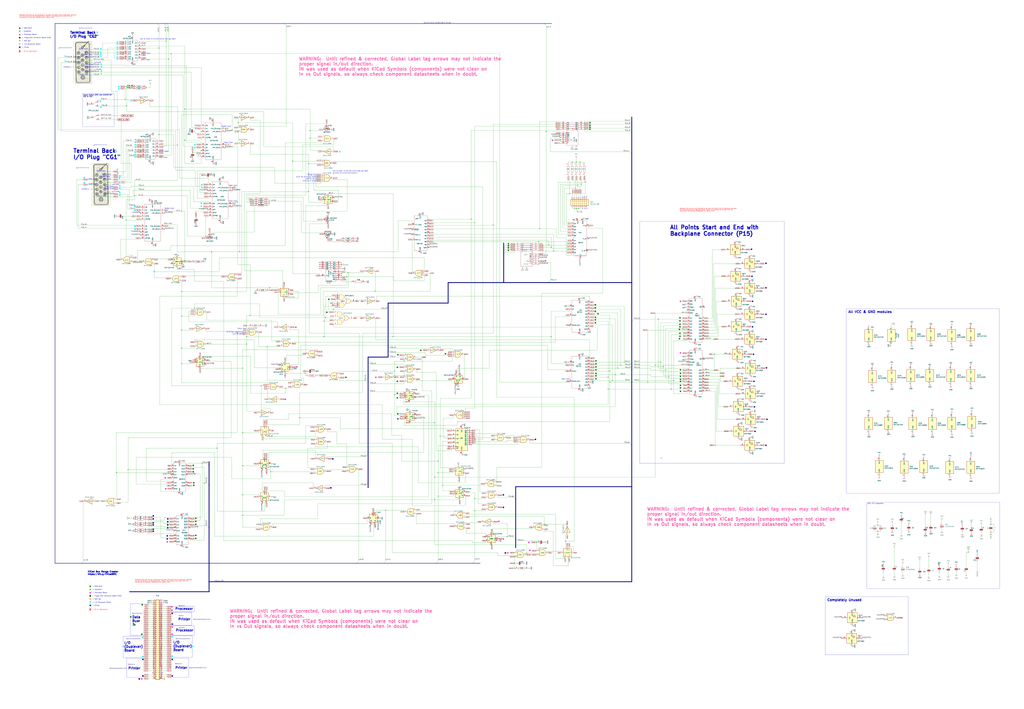
<source format=kicad_sch>
(kicad_sch (version 20230121) (generator eeschema)
  (paper "User" 1300 899.998)
  (junction (at 343.535 598.805))
  (junction (at 268.605 319.405))
  (junction (at 234.315 138.43))
  (junction (at 685.165 290.195))
  (junction (at 476.25 369.57))
  (junction (at 590.55 523.24))
  (junction (at 179.07 191.77))
  (junction (at 733.425 235.585))
  (junction (at 730.885 238.76))
  (junction (at 914.4 477.52))
  (junction (at 734.695 264.795))
  (junction (at 774.065 485.14))
  (junction (at 643.89 681.355))
  (junction (at 411.48 427.355))
  (junction (at 835.66 405.13))
  (junction (at 423.545 392.43))
  (junction (at 174.625 333.375))
  (junction (at 201.93 60.96))
  (junction (at 737.87 233.68))
  (junction (at 582.93 605.79))
  (junction (at 513.08 458.47))
  (junction (at 558.8 553.72))
  (junction (at 362.585 492.76))
  (junction (at 307.975 628.015))
  (junction (at 147.955 600.075))
  (junction (at 1229.3191 700.9154))
  (junction (at 234.315 330.835))
  (junction (at 230.505 441.96))
  (junction (at 230.505 370.205))
  (junction (at 630.555 611.505))
  (junction (at 256.54 588.01))
  (junction (at 440.055 351.155))
  (junction (at 772.16 478.79))
  (junction (at 213.995 74.93))
  (junction (at 179.07 198.12))
  (junction (at 693.42 167.005))
  (junction (at 195.58 344.805))
  (junction (at 501.015 476.885))
  (junction (at 699.77 427.355))
  (junction (at 845.185 469.9))
  (junction (at 683.895 306.705))
  (junction (at 561.975 615.95))
  (junction (at 169.545 657.86))
  (junction (at 499.11 427.355))
  (junction (at 556.26 600.075))
  (junction (at 156.845 54.61))
  (junction (at 433.07 304.8))
  (junction (at 1114.425 666.75))
  (junction (at 301.625 256.54))
  (junction (at 551.815 605.79))
  (junction (at 247.015 391.16))
  (junction (at 668.655 702.31))
  (junction (at 341.63 255.27))
  (junction (at 403.225 446.405))
  (junction (at 788.035 463.55))
  (junction (at 158.75 126.365))
  (junction (at 513.08 476.885))
  (junction (at 294.64 165.1))
  (junction (at 371.475 204.47))
  (junction (at 802.005 617.855))
  (junction (at 781.05 475.615))
  (junction (at 230.505 461.645))
  (junction (at 317.5 400.685))
  (junction (at 391.795 243.205))
  (junction (at 729.615 264.795))
  (junction (at 393.7 165.735))
  (junction (at 784.225 467.36))
  (junction (at 590.55 525.78))
  (junction (at 210.82 52.07))
  (junction (at 653.415 706.755))
  (junction (at 307.975 549.275))
  (junction (at 906.78 469.9))
  (junction (at 653.415 715.01))
  (junction (at 718.185 687.07))
  (junction (at 777.24 483.235))
  (junction (at 313.055 413.385))
  (junction (at 802.005 358.775))
  (junction (at 391.795 207.645))
  (junction (at 185.42 111.125))
  (junction (at 1114.425 674.37))
  (junction (at 590.55 528.32))
  (junction (at 391.795 220.345))
  (junction (at 774.065 471.17))
  (junction (at 230.505 419.1))
  (junction (at 690.88 665.48))
  (junction (at 387.35 473.71))
  (junction (at 230.505 267.97))
  (junction (at 736.6 205.74))
  (junction (at 711.2 177.8))
  (junction (at 551.815 536.575))
  (junction (at 501.015 471.17))
  (junction (at 265.43 738.505))
  (junction (at 681.355 688.34))
  (junction (at 393.7 175.26))
  (junction (at 653.415 721.36))
  (junction (at 792.48 459.74))
  (junction (at 831.85 463.55))
  (junction (at 217.17 67.945))
  (junction (at 307.975 591.185))
  (junction (at 1257.8941 675.5154))
  (junction (at 441.96 346.075))
  (junction (at 742.95 231.14))
  (junction (at 160.655 134.62))
  (junction (at 160.02 279.4))
  (junction (at 179.07 185.42))
  (junction (at 313.055 436.88))
  (junction (at 822.325 485.14))
  (junction (at 179.705 67.945))
  (junction (at 304.165 319.405))
  (junction (at 411.48 407.67))
  (junction (at 169.545 665.48))
  (junction (at 331.47 489.585))
  (junction (at 602.615 648.335))
  (junction (at 501.015 501.015))
  (junction (at 341.63 257.81))
  (junction (at 731.52 205.74))
  (junction (at 225.425 184.15))
  (junction (at 387.985 448.945))
  (junction (at 639.445 358.775))
  (junction (at 160.655 109.855))
  (junction (at 156.845 73.66))
  (junction (at 342.265 365.125))
  (junction (at 723.265 245.745))
  (junction (at 598.17 278.13))
  (junction (at 156.845 67.31))
  (junction (at 260.985 299.72))
  (junction (at 838.835 459.74))
  (junction (at 156.845 60.96))
  (junction (at 300.99 422.91))
  (junction (at 626.11 285.75))
  (junction (at 624.205 691.515))
  (junction (at 602.615 633.095))
  (junction (at 551.815 634.365))
  (junction (at 302.26 167.005))
  (junction (at 313.055 427.355))
  (junction (at 244.475 193.04))
  (junction (at 702.945 318.77))
  (junction (at 230.505 401.32))
  (junction (at 162.56 596.265))
  (junction (at 179.07 179.07))
  (junction (at 842.01 465.455))
  (junction (at 848.995 478.155))
  (junction (at 307.975 654.05))
  (junction (at 908.05 565.15))
  (junction (at 302.26 155.575))
  (junction (at 556.26 629.92))
  (junction (at 275.59 568.96))
  (junction (at 852.17 494.03))
  (junction (at 489.585 647.7))
  (junction (at 307.975 467.36))
  (junction (at 602.615 282.575))
  (junction (at 433.705 335.915))
  (junction (at 501.015 478.79))
  (junction (at 259.08 613.41))
  (junction (at 914.4 473.71))
  (junction (at 1257.8941 665.3554))
  (junction (at 906.78 449.58))
  (junction (at 169.545 673.735))
  (junction (at 732.155 264.795))
  (junction (at 696.595 311.15))
  (junction (at 855.345 483.235))
  (junction (at 201.93 192.405))
  (junction (at 380.365 530.225))
  (junction (at 339.09 440.055))
  (junction (at 170.815 248.285))
  (junction (at 556.26 585.47))
  (junction (at 726.44 205.74))
  (junction (at 772.16 494.03))
  (junction (at 413.385 403.225))
  (junction (at 234.315 177.8))
  (junction (at 201.93 170.815))
  (junction (at 699.77 313.69))
  (junction (at 683.895 331.47))
  (no_connect (at 143.51 243.205))
  (no_connect (at 255.27 191.135))
  (no_connect (at 744.855 264.795))
  (no_connect (at 523.24 297.815))
  (no_connect (at 598.805 564.515))
  (no_connect (at 206.375 767.715))
  (no_connect (at 264.16 266.065))
  (no_connect (at 294.64 262.255))
  (no_connect (at 894.08 455.93))
  (no_connect (at 872.49 393.7))
  (no_connect (at 471.17 665.48))
  (no_connect (at 220.98 673.735))
  (no_connect (at 1068.705 810.26))
  (no_connect (at 1094.105 810.26))
  (no_connect (at 241.3 669.925))
  (no_connect (at 1069.34 784.225))
  (no_connect (at 1094.74 784.225))
  (no_connect (at 590.55 595.63))
  (no_connect (at 711.2 173.99))
  (no_connect (at 208.915 270.51))
  (no_connect (at 737.235 327.025))
  (no_connect (at 208.915 290.83))
  (no_connect (at 426.085 389.89))
  (no_connect (at 426.085 377.19))
  (no_connect (at 527.685 504.825))
  (no_connect (at 683.895 325.12))
  (no_connect (at 683.895 327.66))
  (no_connect (at 711.2 171.45))
  (no_connect (at 747.395 302.895))
  (no_connect (at 746.125 318.135))
  (no_connect (at 683.895 335.28))
  (no_connect (at 528.32 531.495))
  (no_connect (at 261.62 462.28))
  (no_connect (at 354.33 463.55))
  (no_connect (at 178.435 294.64))
  (no_connect (at 217.805 602.615))
  (no_connect (at 238.125 602.615))
  (no_connect (at 523.24 291.465))
  (no_connect (at 333.375 596.265))
  (no_connect (at 333.375 638.175))
  (no_connect (at 544.83 314.325))
  (no_connect (at 544.83 310.515))
  (no_connect (at 178.435 270.51))
  (no_connect (at 178.435 298.45))
  (no_connect (at 1123.315 781.685))
  (no_connect (at 1123.315 786.765))
  (no_connect (at 742.315 249.555))
  (no_connect (at 120.396 79.375))
  (no_connect (at 739.775 249.555))
  (no_connect (at 285.75 187.325))
  (no_connect (at 143.51 234.315))
  (no_connect (at 285.75 167.005))
  (no_connect (at 111.76 240.03))
  (no_connect (at 88.646 85.09))
  (no_connect (at 193.675 854.075))
  (no_connect (at 206.375 854.075))
  (no_connect (at 206.375 861.695))
  (no_connect (at 294.64 241.935))
  (no_connect (at 264.16 241.935))
  (no_connect (at 744.855 249.555))
  (no_connect (at 872.49 459.74))
  (no_connect (at 894.08 389.89))
  (no_connect (at 255.27 167.005))
  (no_connect (at 120.396 88.265))
  (no_connect (at 742.315 264.795))
  (no_connect (at 217.17 334.645))
  (no_connect (at 433.705 349.885))
  (no_connect (at 433.705 347.345))
  (no_connect (at 405.765 340.995))
  (no_connect (at 405.765 338.455))
  (no_connect (at 405.765 335.915))
  (no_connect (at 405.765 333.375))
  (no_connect (at 579.12 488.95))
  (no_connect (at 584.2 473.71))
  (no_connect (at 424.18 250.825))
  (no_connect (at 739.775 264.795))
  (bus_entry (at 467.36 494.665) (size 2.54 2.54))
  (bus_entry (at 696.595 358.775) (size 2.54 -2.54))
  (bus_entry (at 799.465 153.67) (size 2.54 2.54))
  (bus_entry (at 103.505 715.01) (size 2.54 -2.54))
  (bus_entry (at 799.465 166.37) (size 2.54 2.54))
  (bus_entry (at 487.045 715.01) (size 2.54 -2.54))
  (bus_entry (at 799.465 162.56) (size 2.54 2.54))
  (bus_entry (at 262.89 588.01) (size 2.54 2.54))
  (bus_entry (at 799.465 157.48) (size 2.54 2.54))
  (bus_entry (at 802.005 466.09) (size 2.54 -2.54))
  (bus_entry (at 639.445 313.69) (size 2.54 -2.54))
  (bus_entry (at 262.89 667.385) (size 2.54 2.54))
  (bus_entry (at 492.76 445.135) (size 2.54 2.54))
  (bus_entry (at 199.39 29.845) (size 2.54 2.54))
  (bus_entry (at 802.005 469.9) (size 2.54 -2.54))
  (bus_entry (at 492.76 450.85) (size 2.54 2.54))
  (bus_entry (at 652.145 681.355) (size 2.54 2.54))
  (bus_entry (at 208.28 29.845) (size 2.54 2.54))
  (bus_entry (at 799.465 562.61) (size 2.54 2.54))
  (bus_entry (at 802.005 462.28) (size 2.54 -2.54))
  (bus_entry (at 690.88 29.845) (size 2.54 2.54))
  (bus_entry (at 464.82 483.235) (size 2.54 -2.54))
  (bus_entry (at 464.82 579.755) (size 2.54 -2.54))
  (bus_entry (at 211.455 29.845) (size 2.54 2.54))
  (bus_entry (at 464.82 615.95) (size 2.54 -2.54))
  (bus_entry (at 492.76 439.42) (size 2.54 2.54))
  (bus_entry (at 639.445 318.77) (size 2.54 -2.54))
  (bus_entry (at 262.89 613.41) (size 2.54 2.54))
  (bus_entry (at 652.145 631.19) (size 2.54 2.54))
  (bus_entry (at 600.075 715.01) (size 2.54 -2.54))
  (bus_entry (at 799.465 467.36) (size 2.54 2.54))
  (bus_entry (at 490.22 392.43) (size 2.54 -2.54))
  (bus_entry (at 799.465 459.74) (size 2.54 2.54))
  (bus_entry (at 802.005 485.775) (size 2.54 -2.54))
  (bus_entry (at 802.005 407.67) (size 2.54 -2.54))
  (bus_entry (at 467.36 484.505) (size 2.54 2.54))
  (bus_entry (at 799.465 483.235) (size 2.54 2.54))
  (bus_entry (at 467.36 459.74) (size 2.54 2.54))
  (bus_entry (at 452.755 715.01) (size 2.54 -2.54))
  (bus_entry (at 657.225 686.435) (size -2.54 -2.54))
  (bus_entry (at 639.445 316.23) (size 2.54 -2.54))
  (bus_entry (at 639.445 322.58) (size 2.54 -2.54))
  (bus_entry (at 553.72 715.01) (size 2.54 -2.54))
  (bus_entry (at 799.465 463.55) (size 2.54 2.54))
  (bus_entry (at 360.68 29.845) (size 2.54 2.54))
  (bus_entry (at 799.465 192.405) (size 2.54 2.54))
  (wire (pts (xy 602.615 282.575) (xy 602.615 160.02)))
  (wire (pts (xy 255.27 183.515) (xy 255.27 180.34)))
  (wire (pts (xy 178.435 274.32) (xy 178.435 275.59)))
  (wire (pts (xy 188.595 772.795) (xy 193.675 772.795)))
  (wire (pts (xy 732.155 245.745) (xy 732.155 249.555)))
  (wire (pts (xy 544.83 304.8) (xy 696.595 304.8)))
  (wire (pts (xy 106.426 76.2) (xy 131.953 76.2)))
  (wire (pts (xy 380.365 530.225) (xy 380.365 498.475)))
  (wire (pts (xy 831.85 605.79) (xy 582.93 605.79)))
  (wire (pts (xy 380.365 539.115) (xy 380.365 530.225)))
  (wire (pts (xy 220.98 677.545) (xy 220.98 680.085)))
  (wire (pts (xy 825.5 465.455) (xy 842.01 465.455)))
  (wire (pts (xy 610.87 663.575) (xy 610.87 662.305)))
  (wire (pts (xy 188.595 785.495) (xy 193.675 785.495)))
  (wire (pts (xy 626.11 285.75) (xy 626.11 157.48)))
  (wire (pts (xy 230.505 419.1) (xy 245.745 419.1)))
  (wire (pts (xy 872.49 432.435) (xy 872.49 430.53)))
  (wire (pts (xy 422.91 186.055) (xy 334.645 186.055)))
  (wire (pts (xy 220.98 668.655) (xy 220.98 669.925)))
  (wire (pts (xy 748.665 388.62) (xy 792.48 388.62)))
  (wire (pts (xy 314.96 250.19) (xy 384.81 250.19)))
  (wire (pts (xy 370.84 434.34) (xy 704.85 434.34)))
  (wire (pts (xy 399.415 600.71) (xy 399.415 598.805)))
  (wire (pts (xy 556.26 565.785) (xy 573.405 565.785)))
  (wire (pts (xy 99.695 95.25) (xy 232.41 95.25)))
  (wire (pts (xy 317.5 164.465) (xy 317.5 160.02)))
  (wire (pts (xy 591.82 670.56) (xy 591.82 676.91)))
  (wire (pts (xy 748.665 467.36) (xy 784.225 467.36)))
  (wire (pts (xy 169.545 666.75) (xy 169.545 665.48)))
  (wire (pts (xy 188.595 851.535) (xy 193.675 851.535)))
  (wire (pts (xy 748.665 481.33) (xy 748.665 483.235)))
  (wire (pts (xy 729.615 264.795) (xy 727.075 264.795)))
  (wire (pts (xy 179.07 185.42) (xy 179.07 186.69)))
  (wire (pts (xy 415.29 568.96) (xy 390.525 568.96)))
  (wire (pts (xy 335.915 622.935) (xy 332.74 622.935)))
  (wire (pts (xy 206.375 770.255) (xy 211.455 770.255)))
  (wire (pts (xy 217.805 610.87) (xy 185.42 610.87)))
  (wire (pts (xy 1226.7791 700.9154) (xy 1229.3191 700.9154)))
  (wire (pts (xy 272.415 680.72) (xy 474.345 680.72)))
  (wire (pts (xy 631.825 628.65) (xy 631.825 631.19)))
  (wire (pts (xy 317.5 195.58) (xy 391.795 195.58)))
  (wire (pts (xy 340.995 581.025) (xy 338.455 581.025)))
  (wire (pts (xy 440.055 351.155) (xy 440.055 361.95)))
  (wire (pts (xy 222.885 166.37) (xy 77.47 166.37)))
  (wire (pts (xy 355.6 432.435) (xy 355.6 433.705)))
  (wire (pts (xy 188.595 846.455) (xy 193.675 846.455)))
  (wire (pts (xy 408.305 173.355) (xy 408.305 175.26)))
  (wire (pts (xy 408.305 175.26) (xy 393.7 175.26)))
  (wire (pts (xy 772.16 478.79) (xy 748.665 478.79)))
  (wire (pts (xy 160.655 141.605) (xy 160.655 134.62)))
  (wire (pts (xy 77.47 166.37) (xy 77.47 79.375)))
  (wire (pts (xy 872.49 496.57) (xy 872.49 499.745)))
  (wire (pts (xy 1240.7491 712.3454) (xy 1240.7491 725.0454)))
  (wire (pts (xy 391.795 220.345) (xy 407.67 220.345)))
  (wire (pts (xy 134.62 227.965) (xy 143.51 227.965)))
  (wire (pts (xy 1221.74 677.545) (xy 1221.74 675.005)))
  (wire (pts (xy 380.365 539.115) (xy 338.455 539.115)))
  (wire (pts (xy 247.65 275.59) (xy 248.92 275.59)))
  (wire (pts (xy 723.265 461.645) (xy 699.77 461.645)))
  (wire (pts (xy 747.395 289.56) (xy 747.395 286.385)))
  (wire (pts (xy 203.835 682.625) (xy 220.98 682.625)))
  (wire (pts (xy 712.47 699.77) (xy 712.47 701.675)))
  (wire (pts (xy 598.805 563.88) (xy 657.225 563.88)))
  (wire (pts (xy 910.59 532.13) (xy 940.435 532.13)))
  (wire (pts (xy 716.28 285.75) (xy 716.28 238.76)))
  (wire (pts (xy 544.83 307.975) (xy 544.83 306.705)))
  (wire (pts (xy 247.65 236.22) (xy 247.65 215.9)))
  (wire (pts (xy 169.545 675.005) (xy 169.545 673.735)))
  (wire (pts (xy 423.545 392.43) (xy 423.545 396.24)))
  (wire (pts (xy 683.895 318.77) (xy 702.945 318.77)))
  (wire (pts (xy 208.28 656.59) (xy 208.28 660.4)))
  (wire (pts (xy 384.81 250.19) (xy 384.81 280.67)))
  (wire (pts (xy 476.25 369.57) (xy 410.21 369.57)))
  (wire (pts (xy 247.015 434.34) (xy 247.015 431.165)))
  (wire (pts (xy 905.51 407.67) (xy 905.51 334.645)))
  (wire (pts (xy 544.83 291.465) (xy 544.83 290.195)))
  (wire (pts (xy 201.93 170.815) (xy 220.345 170.815)))
  (wire (pts (xy 313.055 267.97) (xy 440.69 267.97)))
  (wire (pts (xy 318.135 499.11) (xy 362.585 499.11)))
  (wire (pts (xy 111.506 79.375) (xy 120.396 79.375)))
  (wire (pts (xy 230.505 145.415) (xy 230.505 267.97)))
  (wire (pts (xy 201.93 170.815) (xy 201.93 179.07)))
  (wire (pts (xy 894.08 481.33) (xy 913.13 481.33)))
  (wire (pts (xy 172.72 580.39) (xy 172.72 614.68)))
  (wire (pts (xy 134.62 222.25) (xy 143.51 222.25)))
  (wire (pts (xy 591.82 665.48) (xy 591.82 663.575)))
  (wire (pts (xy 125.73 146.685) (xy 153.67 146.685)))
  (wire (pts (xy 765.175 289.56) (xy 747.395 289.56)))
  (wire (pts (xy 300.99 375.92) (xy 202.565 375.92)))
  (wire (pts (xy 501.015 476.885) (xy 513.08 476.885)))
  (wire (pts (xy 306.705 243.205) (xy 391.795 243.205)))
  (wire (pts (xy 653.415 721.36) (xy 653.415 721.4108)))
  (wire (pts (xy 147.955 600.075) (xy 217.805 600.075)))
  (polyline (pts (xy 181.61 835.025) (xy 156.21 835.025)))
  (wire (pts (xy 244.475 192.405) (xy 244.475 193.04)))
  (wire (pts (xy 268.605 319.405) (xy 304.165 319.405)))
  (wire (pts (xy 172.72 580.39) (xy 294.005 580.39)))
  (wire (pts (xy 307.975 443.865) (xy 403.225 443.865)))
  (wire (pts (xy 424.18 254) (xy 424.18 255.905)))
  (wire (pts (xy 718.82 245.745) (xy 718.82 281.94)))
  (wire (pts (xy 369.57 462.915) (xy 379.095 462.915)))
  (wire (pts (xy 304.165 240.03) (xy 294.64 240.03)))
  (wire (pts (xy 838.835 471.805) (xy 872.49 471.805)))
  (wire (pts (xy 328.295 440.055) (xy 339.09 440.055)))
  (wire (pts (xy 730.885 238.76) (xy 730.885 229.235)))
  (wire (pts (xy 904.24 403.86) (xy 904.24 316.865)))
  (wire (pts (xy 427.355 563.245) (xy 440.055 563.245)))
  (wire (pts (xy 335.915 638.175) (xy 335.915 648.97)))
  (wire (pts (xy 206.375 793.115) (xy 211.455 793.115)))
  (wire (pts (xy 1195.705 671.83) (xy 1195.705 674.37)))
  (wire (pts (xy 422.91 192.405) (xy 422.91 186.055)))
  (wire (pts (xy 379.095 462.915) (xy 379.095 418.465)))
  (wire (pts (xy 381.635 438.15) (xy 381.635 480.06)))
  (wire (pts (xy 272.415 574.675) (xy 272.415 680.72)))
  (wire (pts (xy 501.015 501.015) (xy 501.015 478.79)))
  (wire (pts (xy 440.055 351.155) (xy 433.705 351.155)))
  (polyline (pts (xy 217.678 777.113) (xy 243.586 777.113)))
  (wire (pts (xy 913.13 481.33) (xy 913.13 499.745)))
  (wire (pts (xy 368.3 368.3) (xy 368.3 369.57)))
  (wire (pts (xy 179.705 60.96) (xy 179.705 62.23)))
  (wire (pts (xy 598.805 550.545) (xy 628.015 550.545)))
  (wire (pts (xy 206.375 813.435) (xy 211.455 813.435)))
  (wire (pts (xy 360.68 363.22) (xy 358.775 363.22)))
  (wire (pts (xy 910.59 422.91) (xy 910.59 398.78)))
  (wire (pts (xy 718.185 687.07) (xy 718.185 694.055)))
  (wire (pts (xy 398.145 241.3) (xy 429.26 241.3)))
  (wire (pts (xy 909.32 419.1) (xy 909.32 382.27)))
  (wire (pts (xy 653.415 314.96) (xy 653.415 316.23)))
  (wire (pts (xy 203.835 623.57) (xy 217.805 623.57)))
  (wire (pts (xy 608.965 624.205) (xy 608.965 545.465)))
  (wire (pts (xy 384.81 280.67) (xy 408.94 280.67)))
  (wire (pts (xy 302.26 155.575) (xy 302.26 161.925)))
  (wire (pts (xy 391.795 207.645) (xy 407.67 207.645)))
  (wire (pts (xy 721.36 223.52) (xy 723.265 223.52)))
  (wire (pts (xy 207.645 664.845) (xy 207.645 662.305)))
  (wire (pts (xy 188.595 770.255) (xy 193.675 770.255)))
  (wire (pts (xy 415.29 548.005) (xy 427.355 548.005)))
  (polyline (pts (xy 243.84 807.085) (xy 243.84 834.39)))
  (wire (pts (xy 342.265 365.125) (xy 353.06 365.125)))
  (wire (pts (xy 206.375 833.755) (xy 211.455 833.755)))
  (wire (pts (xy 125.095 134.62) (xy 160.655 134.62)))
  (wire (pts (xy 263.525 267.97) (xy 247.65 267.97)))
  (wire (pts (xy 391.795 243.205) (xy 391.795 256.54)))
  (wire (pts (xy 562.61 530.86) (xy 575.31 530.86)))
  (wire (pts (xy 513.08 647.7) (xy 513.08 649.605)))
  (wire (pts (xy 208.915 285.115) (xy 224.79 285.115)))
  (wire (pts (xy 185.42 109.855) (xy 185.42 111.125)))
  (wire (pts (xy 246.38 341.63) (xy 224.79 341.63)))
  (wire (pts (xy 690.88 671.83) (xy 690.88 674.37)))
  (wire (pts (xy 341.63 255.27) (xy 341.63 257.81)))
  (wire (pts (xy 1174.75 653.415) (xy 1174.75 668.655)))
  (wire (pts (xy 261.62 458.47) (xy 293.37 458.47)))
  (wire (pts (xy 731.52 200.66) (xy 731.52 205.74)))
  (wire (pts (xy 129.54 243.205) (xy 143.51 243.205)))
  (wire (pts (xy 748.665 392.43) (xy 748.665 391.16)))
  (wire (pts (xy 255.27 187.325) (xy 255.27 185.42)))
  (wire (pts (xy 723.265 245.745) (xy 727.075 245.745)))
  (wire (pts (xy 602.615 518.16) (xy 590.55 518.16)))
  (wire (pts (xy 153.035 329.565) (xy 153.035 303.53)))
  (wire (pts (xy 513.08 531.495) (xy 513.08 539.75)))
  (wire (pts (xy 147.955 637.54) (xy 147.955 638.81)))
  (wire (pts (xy 512.445 501.015) (xy 501.015 501.015)))
  (wire (pts (xy 260.35 220.345) (xy 260.35 222.25)))
  (wire (pts (xy 906.78 565.15) (xy 908.05 565.15)))
  (wire (pts (xy 429.26 254) (xy 424.18 254)))
  (wire (pts (xy 201.93 60.96) (xy 201.93 170.815)))
  (wire (pts (xy 528.32 481.33) (xy 528.32 483.235)))
  (wire (pts (xy 792.48 388.62) (xy 792.48 459.74)))
  (wire (pts (xy 339.09 482.6) (xy 370.205 482.6)))
  (wire (pts (xy 748.665 458.47) (xy 748.665 459.74)))
  (wire (pts (xy 99.06 234.315) (xy 105.41 234.315)))
  (wire (pts (xy 206.375 856.615) (xy 211.455 856.615)))
  (wire (pts (xy 188.595 782.955) (xy 193.675 782.955)))
  (wire (pts (xy 631.825 705.485) (xy 653.415 705.485)))
  (bus (pts (xy 696.595 358.775) (xy 802.005 358.775)) (stroke (width 1)))
  (wire (pts (xy 158.75 109.855) (xy 160.655 109.855)))
  (wire (pts (xy 781.05 516.255) (xy 781.05 475.615)))
  (wire (pts (xy 333.375 571.5) (xy 400.05 571.5)))
  (wire (pts (xy 225.425 135.255) (xy 189.865 135.255)))
  (wire (pts (xy 187.325 675.005) (xy 187.325 677.545)))
  (wire (pts (xy 169.545 673.735) (xy 169.545 672.465)))
  (wire (pts (xy 313.055 422.91) (xy 300.99 422.91)))
  (wire (pts (xy 188.595 808.355) (xy 193.675 808.355)))
  (wire (pts (xy 574.04 450.85) (xy 539.75 450.85)))
  (wire (pts (xy 149.86 249.555) (xy 168.91 249.555)))
  (wire (pts (xy 729.615 245.745) (xy 729.615 249.555)))
  (wire (pts (xy 201.93 190.5) (xy 201.93 192.405)))
  (wire (pts (xy 589.28 449.58) (xy 589.28 481.33)))
  (wire (pts (xy 894.08 492.76) (xy 909.32 492.76)))
  (wire (pts (xy 206.375 826.135) (xy 211.455 826.135)))
  (wire (pts (xy 725.805 299.085) (xy 725.805 297.18)))
  (wire (pts (xy 1132.84 664.21) (xy 1132.84 666.75)))
  (wire (pts (xy 693.42 32.385) (xy 693.42 167.005)))
  (wire (pts (xy 725.805 285.75) (xy 716.28 285.75)))
  (wire (pts (xy 188.595 826.135) (xy 193.675 826.135)))
  (wire (pts (xy 1114.425 674.37) (xy 1114.425 676.91)))
  (wire (pts (xy 322.58 255.27) (xy 322.58 254)))
  (wire (pts (xy 293.37 458.47) (xy 293.37 555.625)))
  (wire (pts (xy 615.315 614.045) (xy 615.315 615.95)))
  (wire (pts (xy 598.805 553.085) (xy 607.06 553.085)))
  (wire (pts (xy 804.545 467.36) (xy 825.5 467.36)))
  (wire (pts (xy 415.29 582.295) (xy 415.29 579.755)))
  (wire (pts (xy 412.75 619.76) (xy 412.75 615.95)))
  (wire (pts (xy 206.375 841.375) (xy 211.455 841.375)))
  (wire (pts (xy 149.86 217.805) (xy 160.02 217.805)))
  (wire (pts (xy 574.04 449.58) (xy 574.04 450.85)))
  (wire (pts (xy 909.32 547.37) (xy 925.195 547.37)))
  (wire (pts (xy 232.41 332.105) (xy 232.41 330.835)))
  (wire (pts (xy 653.415 320.04) (xy 653.415 317.5)))
  (wire (pts (xy 574.04 442.595) (xy 558.165 442.595)))
  (wire (pts (xy 361.95 180.975) (xy 408.305 180.975)))
  (wire (pts (xy 169.545 657.86) (xy 169.545 659.13)))
  (wire (pts (xy 748.665 459.74) (xy 792.48 459.74)))
  (wire (pts (xy 307.975 628.015) (xy 307.975 654.05)))
  (wire (pts (xy 264.16 251.46) (xy 264.16 249.555)))
  (wire (pts (xy 355.6 440.055) (xy 339.09 440.055)))
  (wire (pts (xy 260.985 302.26) (xy 260.985 299.72)))
  (wire (pts (xy 261.62 457.2) (xy 261.62 458.47)))
  (wire (pts (xy 407.035 398.78) (xy 353.06 398.78)))
  (wire (pts (xy 125.095 129.54) (xy 125.095 126.365)))
  (bus (pts (xy 487.045 715.01) (xy 553.72 715.01)) (stroke (width 0.5)))
  (bus (pts (xy 802.005 165.1) (xy 802.005 168.91)) (stroke (width 1)))
  (wire (pts (xy 179.705 58.42) (xy 234.315 58.42)))
  (wire (pts (xy 206.375 805.815) (xy 211.455 805.815)))
  (wire (pts (xy 431.165 483.235) (xy 464.82 483.235)))
  (wire (pts (xy 598.805 560.705) (xy 643.255 560.705)))
  (wire (pts (xy 643.89 664.845) (xy 643.89 681.355)))
  (wire (pts (xy 97.155 285.75) (xy 178.435 285.75)))
  (wire (pts (xy 285.75 165.1) (xy 285.75 163.195)))
  (wire (pts (xy 358.775 363.22) (xy 358.775 343.535)))
  (wire (pts (xy 188.595 856.615) (xy 193.675 856.615)))
  (wire (pts (xy 675.64 671.195) (xy 675.64 669.29)))
  (wire (pts (xy 774.065 400.05) (xy 748.665 400.05)))
  (wire (pts (xy 317.5 152.4) (xy 317.5 149.225)))
  (wire (pts (xy 725.805 289.56) (xy 714.375 289.56)))
  (bus (pts (xy 654.685 683.895) (xy 654.685 695.325)) (stroke (width 1)))
  (wire (pts (xy 408.305 178.435) (xy 408.305 180.975)))
  (wire (pts (xy 123.825 217.805) (xy 123.825 220.98)))
  (wire (pts (xy 509.905 552.45) (xy 509.905 585.47)))
  (wire (pts (xy 400.05 567.055) (xy 530.86 567.055)))
  (wire (pts (xy 411.48 427.355) (xy 313.055 427.355)))
  (wire (pts (xy 363.22 32.385) (xy 363.22 160.02)))
  (wire (pts (xy 461.645 401.955) (xy 461.645 403.86)))
  (wire (pts (xy 469.9 497.205) (xy 512.445 497.205)))
  (wire (pts (xy 207.645 668.02) (xy 207.645 668.655)))
  (wire (pts (xy 202.565 375.92) (xy 202.565 513.715)))
  (wire (pts (xy 831.85 397.51) (xy 872.49 397.51)))
  (wire (pts (xy 772.16 494.03) (xy 772.16 478.79)))
  (wire (pts (xy 683.895 313.69) (xy 699.77 313.69)))
  (wire (pts (xy 546.1 346.71) (xy 538.48 346.71)))
  (wire (pts (xy 201.93 32.385) (xy 201.93 60.96)))
  (bus (pts (xy 265.43 590.55) (xy 265.43 615.95)) (stroke (width 1)))
  (wire (pts (xy 758.19 444.5) (xy 621.03 444.5)))
  (wire (pts (xy 188.595 810.895) (xy 193.675 810.895)))
  (wire (pts (xy 558.165 442.595) (xy 558.165 444.5)))
  (wire (pts (xy 641.985 320.04) (xy 653.415 320.04)))
  (wire (pts (xy 894.08 411.48) (xy 906.78 411.48)))
  (wire (pts (xy 433.705 351.155) (xy 433.705 352.425)))
  (wire (pts (xy 906.78 350.52) (xy 921.385 350.52)))
  (wire (pts (xy 574.04 458.47) (xy 574.04 452.12)))
  (wire (pts (xy 630.555 611.505) (xy 630.555 593.09)))
  (wire (pts (xy 410.21 369.57) (xy 410.21 400.685)))
  (wire (pts (xy 246.38 461.645) (xy 246.38 459.74)))
  (wire (pts (xy 423.545 401.32) (xy 423.545 403.225)))
  (wire (pts (xy 340.36 252.73) (xy 341.63 252.73)))
  (wire (pts (xy 911.86 414.655) (xy 922.02 414.655)))
  (wire (pts (xy 387.985 448.945) (xy 387.985 450.85)))
  (wire (pts (xy 217.805 391.16) (xy 247.015 391.16)))
  (wire (pts (xy 247.65 168.91) (xy 255.27 168.91)))
  (wire (pts (xy 725.805 295.275) (xy 725.805 293.37)))
  (wire (pts (xy 185.42 568.96) (xy 275.59 568.96)))
  (wire (pts (xy 711.2 179.07) (xy 711.2 177.8)))
  (wire (pts (xy 255.27 185.42) (xy 232.41 185.42)))
  (wire (pts (xy 1179.1557 707.7778) (xy 1179.1557 720.4778)))
  (wire (pts (xy 693.42 321.31) (xy 683.895 321.31)))
  (wire (pts (xy 872.49 415.29) (xy 872.49 416.56)))
  (wire (pts (xy 512.445 513.08) (xy 772.16 513.08)))
  (wire (pts (xy 331.47 518.16) (xy 342.9 518.16)))
  (bus (pts (xy 168.275 777.875) (xy 168.275 779.145)))
  (wire (pts (xy 187.325 660.4) (xy 187.325 659.13)))
  (wire (pts (xy 451.485 380.365) (xy 462.28 380.365)))
  (wire (pts (xy 591.82 676.91) (xy 616.585 676.91)))
  (wire (pts (xy 725.805 287.655) (xy 725.805 285.75)))
  (wire (pts (xy 683.895 321.31) (xy 683.895 322.58)))
  (wire (pts (xy 230.505 401.32) (xy 230.505 419.1)))
  (wire (pts (xy 473.71 650.24) (xy 474.98 650.24)))
  (wire (pts (xy 156.21 222.25) (xy 156.21 179.07)))
  (wire (pts (xy 247.015 431.165) (xy 322.58 431.165)))
  (wire (pts (xy 256.54 656.59) (xy 241.3 656.59)))
  (bus (pts (xy 164.465 751.205) (xy 265.43 751.205)) (stroke (width 1)))
  (wire (pts (xy 343.535 598.805) (xy 343.535 607.695)))
  (wire (pts (xy 906.78 449.58) (xy 906.78 469.9)))
  (wire (pts (xy 748.03 375.92) (xy 477.52 375.92)))
  (wire (pts (xy 695.325 438.15) (xy 381.635 438.15)))
  (wire (pts (xy 185.42 610.87) (xy 185.42 568.96)))
  (wire (pts (xy 255.27 177.8) (xy 234.315 177.8)))
  (wire (pts (xy 247.015 394.97) (xy 239.395 394.97)))
  (wire (pts (xy 621.03 444.5) (xy 621.03 467.36)))
  (wire (pts (xy 260.985 420.37) (xy 300.99 420.37)))
  (wire (pts (xy 513.08 450.85) (xy 513.08 453.39)))
  (wire (pts (xy 241.3 666.115) (xy 241.3 667.385)))
  (wire (pts (xy 708.66 297.18) (xy 708.66 231.14)))
  (wire (pts (xy 207.645 668.655) (xy 220.98 668.655)))
  (wire (pts (xy 544.83 285.75) (xy 626.11 285.75)))
  (wire (pts (xy 737.235 245.745) (xy 742.95 245.745)))
  (wire (pts (xy 241.3 667.385) (xy 262.89 667.385)))
  (wire (pts (xy 201.93 186.69) (xy 201.93 185.42)))
  (wire (pts (xy 774.065 471.17) (xy 748.665 471.17)))
  (wire (pts (xy 520.7 536.575) (xy 551.815 536.575)))
  (wire (pts (xy 908.05 496.57) (xy 894.08 496.57)))
  (wire (pts (xy 188.595 780.415) (xy 193.675 780.415)))
  (wire (pts (xy 371.475 155.575) (xy 371.475 204.47)))
  (wire (pts (xy 322.58 260.35) (xy 322.58 294.64)))
  (wire (pts (xy 825.5 467.36) (xy 825.5 469.9)))
  (wire (pts (xy 602.615 648.335) (xy 602.615 633.095)))
  (wire (pts (xy 1114.425 664.21) (xy 1114.425 666.75)))
  (wire (pts (xy 513.08 455.93) (xy 513.08 458.47)))
  (wire (pts (xy 544.83 297.18) (xy 702.945 297.18)))
  (wire (pts (xy 553.72 572.135) (xy 573.405 572.135)))
  (wire (pts (xy 748.665 471.17) (xy 748.665 469.9)))
  (wire (pts (xy 872.49 403.86) (xy 872.49 405.13)))
  (wire (pts (xy 699.135 332.74) (xy 699.135 356.235)))
  (wire (pts (xy 466.09 664.845) (xy 466.09 657.86)))
  (wire (pts (xy 598.805 551.815) (xy 598.805 553.085)))
  (wire (pts (xy 523.24 557.53) (xy 523.24 641.985)))
  (wire (pts (xy 266.065 294.64) (xy 322.58 294.64)))
  (wire (pts (xy 382.27 255.27) (xy 341.63 255.27)))
  (wire (pts (xy 1192.53 725.805) (xy 1192.4891 730.7604)))
  (wire (pts (xy 314.96 254) (xy 314.96 250.19)))
  (wire (pts (xy 187.325 666.75) (xy 187.325 668.02)))
  (wire (pts (xy 742.95 231.14) (xy 742.95 223.52)))
  (wire (pts (xy 339.725 493.395) (xy 339.725 506.73)))
  (wire (pts (xy 641.985 311.15) (xy 653.415 311.15)))
  (bus (pts (xy 467.36 613.41) (xy 467.36 619.125)) (stroke (width 1)))
  (wire (pts (xy 894.08 488.95) (xy 910.59 488.95)))
  (wire (pts (xy 313.055 256.54) (xy 313.055 247.65)))
  (wire (pts (xy 217.17 67.945) (xy 634.365 67.945)))
  (wire (pts (xy 403.86 361.95) (xy 440.055 361.95)))
  (wire (pts (xy 195.58 328.295) (xy 217.17 328.295)))
  (wire (pts (xy 247.015 385.445) (xy 329.565 385.445)))
  (wire (pts (xy 583.565 634.365) (xy 551.815 634.365)))
  (wire (pts (xy 706.12 301.625) (xy 718.82 301.625)))
  (wire (pts (xy 668.655 704.215) (xy 668.655 702.31)))
  (bus (pts (xy 492.76 384.81) (xy 492.76 389.89)) (stroke (width 1)))
  (wire (pts (xy 448.945 403.86) (xy 448.945 401.955)))
  (wire (pts (xy 556.26 600.075) (xy 575.31 600.075)))
  (wire (pts (xy 872.49 416.56) (xy 845.185 416.56)))
  (wire (pts (xy 168.91 241.3) (xy 168.91 249.555)))
  (wire (pts (xy 726.44 205.74) (xy 721.36 205.74)))
  (wire (pts (xy 328.295 630.555) (xy 328.295 628.015)))
  (wire (pts (xy 300.99 348.615) (xy 300.99 346.71)))
  (wire (pts (xy 220.98 682.625) (xy 220.98 683.895)))
  (wire (pts (xy 575.31 595.63) (xy 575.31 593.725)))
  (polyline (pts (xy 156.21 807.72) (xy 156.21 835.025)))
  (wire (pts (xy 538.48 327.025) (xy 278.13 327.025)))
  (bus (pts (xy 654.685 617.855) (xy 802.005 617.855)) (stroke (width 1)))
  (wire (pts (xy 322.58 254) (xy 314.96 254)))
  (wire (pts (xy 576.58 664.845) (xy 528.32 664.845)))
  (wire (pts (xy 772.16 494.03) (xy 852.17 494.03)))
  (wire (pts (xy 1203.9191 716.5364) (xy 1203.9191 719.3304)))
  (wire (pts (xy 748.665 407.67) (xy 748.665 406.4)))
  (wire (pts (xy 616.585 686.435) (xy 616.585 688.975)))
  (wire (pts (xy 361.95 473.71) (xy 387.35 473.71)))
  (wire (pts (xy 381.635 480.06) (xy 385.445 480.06)))
  (bus (pts (xy 452.755 715.01) (xy 487.045 715.01)) (stroke (width 0.5)))
  (wire (pts (xy 344.805 432.435) (xy 355.6 432.435)))
  (wire (pts (xy 168.275 323.85) (xy 168.275 327.025)))
  (wire (pts (xy 781.05 475.615) (xy 826.135 475.615)))
  (wire (pts (xy 156.845 73.66) (xy 144.78 73.66)))
  (wire (pts (xy 208.915 287.02) (xy 208.915 285.115)))
  (wire (pts (xy 264.16 226.06) (xy 227.965 226.06)))
  (wire (pts (xy 725.805 281.94) (xy 725.805 283.845)))
  (wire (pts (xy 234.315 58.42) (xy 234.315 138.43)))
  (wire (pts (xy 339.09 440.055) (xy 339.09 482.6)))
  (wire (pts (xy 643.89 681.355) (xy 652.145 681.355)))
  (wire (pts (xy 558.8 593.725) (xy 558.8 553.72)))
  (wire (pts (xy 690.88 665.48) (xy 720.09 665.48)))
  (wire (pts (xy 845.185 469.9) (xy 845.185 480.06)))
  (wire (pts (xy 188.595 788.035) (xy 193.675 788.035)))
  (wire (pts (xy 548.005 495.935) (xy 548.005 639.445)))
  (wire (pts (xy 702.945 297.18) (xy 702.945 318.77)))
  (wire (pts (xy 294.005 607.695) (xy 343.535 607.695)))
  (wire (pts (xy 822.325 419.1) (xy 822.325 485.14)))
  (wire (pts (xy 206.375 815.975) (xy 211.455 815.975)))
  (wire (pts (xy 408.94 280.67) (xy 408.94 278.765)))
  (wire (pts (xy 804.545 405.13) (xy 835.66 405.13)))
  (wire (pts (xy 774.065 471.17) (xy 774.065 400.05)))
  (wire (pts (xy 301.625 256.54) (xy 301.625 186.055)))
  (wire (pts (xy 523.24 304.165) (xy 523.24 346.71)))
  (wire (pts (xy 411.48 388.62) (xy 411.48 407.67)))
  (wire (pts (xy 387.35 473.71) (xy 389.89 473.71)))
  (wire (pts (xy 852.17 494.03) (xy 872.49 494.03)))
  (wire (pts (xy 370.205 492.76) (xy 370.205 490.855)))
  (wire (pts (xy 259.08 613.41) (xy 259.08 685.8)))
  (bus (pts (xy 492.76 450.85) (xy 492.76 453.39)) (stroke (width 1)))
  (wire (pts (xy 774.065 485.14) (xy 774.065 471.17)))
  (wire (pts (xy 136.525 73.025) (xy 136.525 60.96)))
  (wire (pts (xy 105.41 712.47) (xy 106.045 712.47)))
  (wire (pts (xy 208.28 660.4) (xy 187.325 660.4)))
  (wire (pts (xy 440.055 596.265) (xy 414.655 596.265)))
  (wire (pts (xy 501.015 527.685) (xy 501.015 501.015)))
  (wire (pts (xy 872.49 499.745) (xy 855.345 499.745)))
  (wire (pts (xy 217.805 623.57) (xy 217.805 620.395)))
  (wire (pts (xy 247.65 267.97) (xy 247.65 275.59)))
  (wire (pts (xy 544.83 300.99) (xy 699.77 300.99)))
  (wire (pts (xy 590.55 528.32) (xy 590.55 530.86)))
  (wire (pts (xy 188.595 793.115) (xy 193.675 793.115)))
  (wire (pts (xy 397.51 612.775) (xy 397.51 619.76)))
  (wire (pts (xy 624.205 691.515) (xy 668.655 691.515)))
  (polyline (pts (xy 246.38 776.605) (xy 217.678 776.605)))
  (wire (pts (xy 758.19 415.29) (xy 758.19 444.5)))
  (wire (pts (xy 238.125 593.09) (xy 259.08 593.09)))
  (wire (pts (xy 872.49 409.575) (xy 838.835 409.575)))
  (wire (pts (xy 579.12 473.71) (xy 581.025 473.71)))
  (wire (pts (xy 136.525 60.96) (xy 156.845 60.96)))
  (wire (pts (xy 537.845 574.04) (xy 340.995 574.04)))
  (wire (pts (xy 327.66 521.97) (xy 327.66 523.875)))
  (wire (pts (xy 242.57 161.29) (xy 242.57 91.44)))
  (wire (pts (xy 300.99 346.71) (xy 306.705 346.71)))
  (wire (pts (xy 294.005 607.695) (xy 294.005 580.39)))
  (wire (pts (xy 352.425 408.305) (xy 352.425 415.29)))
  (wire (pts (xy 160.02 279.4) (xy 160.02 323.85)))
  (wire (pts (xy 411.48 427.355) (xy 499.11 427.355)))
  (wire (pts (xy 1131.57 410.845) (xy 1131.57 415.925)))
  (wire (pts (xy 643.255 560.705) (xy 643.255 559.435)))
  (wire (pts (xy 201.93 196.85) (xy 217.17 196.85)))
  (bus (pts (xy 208.28 29.845) (xy 211.455 29.845)) (stroke (width 0.5)))
  (wire (pts (xy 696.595 701.675) (xy 696.595 699.77)))
  (wire (pts (xy 407.035 365.125) (xy 407.035 398.78)))
  (wire (pts (xy 188.595 795.655) (xy 193.675 795.655)))
  (wire (pts (xy 657.225 553.085) (xy 657.225 555.625)))
  (wire (pts (xy 134.62 240.03) (xy 143.51 240.03)))
  (wire (pts (xy 699.77 313.69) (xy 699.77 314.96)))
  (wire (pts (xy 1264.2441 671.7054) (xy 1261.7041 671.7054)))
  (wire (pts (xy 845.185 480.06) (xy 872.49 480.06)))
  (wire (pts (xy 179.07 190.5) (xy 179.07 191.77)))
  (wire (pts (xy 528.32 648.97) (xy 528.32 647.065)))
  (wire (pts (xy 306.705 243.205) (xy 306.705 346.71)))
  (bus (pts (xy 802.005 160.02) (xy 802.005 165.1)) (stroke (width 1)))
  (wire (pts (xy 748.665 415.29) (xy 758.19 415.29)))
  (wire (pts (xy 630.555 593.09) (xy 687.705 593.09)))
  (wire (pts (xy 132.715 635) (xy 132.715 636.27)))
  (wire (pts (xy 322.58 466.725) (xy 354.33 466.725)))
  (wire (pts (xy 147.32 600.075) (xy 147.955 600.075)))
  (wire (pts (xy 400.685 236.855) (xy 400.685 228.6)))
  (wire (pts (xy 206.375 838.835) (xy 211.455 838.835)))
  (wire (pts (xy 156.845 73.66) (xy 156.845 74.93)))
  (wire (pts (xy 723.265 412.75) (xy 723.265 415.29)))
  (wire (pts (xy 230.505 370.205) (xy 313.055 370.205)))
  (wire (pts (xy 179.07 191.77) (xy 179.07 193.04)))
  (wire (pts (xy 415.29 560.705) (xy 415.29 568.96)))
  (polyline (pts (xy 246.38 794.385) (xy 246.38 806.45)))
  (wire (pts (xy 528.32 664.845) (xy 528.32 652.145)))
  (wire (pts (xy 340.36 255.27) (xy 341.63 255.27)))
  (wire (pts (xy 825.5 469.9) (xy 845.185 469.9)))
  (wire (pts (xy 748.665 431.165) (xy 476.885 431.165)))
  (wire (pts (xy 573.405 546.735) (xy 573.405 544.195)))
  (wire (pts (xy 573.405 565.785) (xy 573.405 567.055)))
  (wire (pts (xy 230.505 461.645) (xy 246.38 461.645)))
  (wire (pts (xy 322.58 256.54) (xy 313.055 256.54)))
  (wire (pts (xy 407.67 224.79) (xy 407.67 223.52)))
  (bus (pts (xy 222.885 842.01) (xy 222.885 843.28)))
  (wire (pts (xy 748.665 394.97) (xy 748.665 396.875)))
  (wire (pts (xy 387.985 247.65) (xy 387.985 156.845)))
  (wire (pts (xy 293.37 555.625) (xy 162.56 555.625)))
  (wire (pts (xy 838.835 459.74) (xy 838.835 471.805)))
  (wire (pts (xy 427.355 548.005) (xy 427.355 563.245)))
  (wire (pts (xy 411.48 407.67) (xy 423.545 407.67)))
  (wire (pts (xy 908.05 565.15) (xy 939.165 565.15)))
  (bus (pts (xy 600.075 715.01) (xy 609.6 715.01)) (stroke (width 0.5)))
  (wire (pts (xy 307.975 467.36) (xy 254 467.36)))
  (wire (pts (xy 206.375 851.535) (xy 211.455 851.535)))
  (wire (pts (xy 774.065 485.14) (xy 822.325 485.14)))
  (wire (pts (xy 328.295 421.64) (xy 328.295 440.055)))
  (wire (pts (xy 123.19 248.285) (xy 123.19 249.555)))
  (wire (pts (xy 575.945 654.05) (xy 575.945 648.97)))
  (wire (pts (xy 156.845 67.31) (xy 156.845 68.58)))
  (wire (pts (xy 188.595 859.155) (xy 193.675 859.155)))
  (wire (pts (xy 188.595 836.295) (xy 193.675 836.295)))
  (wire (pts (xy 433.07 302.9458) (xy 433.07 304.8)))
  (wire (pts (xy 206.375 846.455) (xy 211.455 846.455)))
  (wire (pts (xy 341.63 260.35) (xy 341.63 257.81)))
  (wire (pts (xy 431.8 306.705) (xy 431.8 304.8)))
  (wire (pts (xy 343.535 598.805) (xy 343.535 596.265)))
  (wire (pts (xy 792.48 459.74) (xy 799.465 459.74)))
  (wire (pts (xy 368.3 373.38) (xy 368.3 371.475)))
  (wire (pts (xy 227.965 226.06) (xy 227.965 164.465)))
  (wire (pts (xy 213.995 74.93) (xy 213.995 192.405)))
  (wire (pts (xy 461.01 346.075) (xy 461.01 344.17)))
  (wire (pts (xy 255.27 163.195) (xy 255.27 161.29)))
  (wire (pts (xy 234.315 138.43) (xy 393.7 138.43)))
  (wire (pts (xy 385.445 480.06) (xy 385.445 488.315)))
  (wire (pts (xy 220.98 664.845) (xy 207.645 664.845)))
  (wire (pts (xy 431.8 544.195) (xy 431.8 530.225)))
  (wire (pts (xy 663.575 337.82) (xy 663.575 339.09)))
  (wire (pts (xy 685.165 331.47) (xy 685.165 332.74)))
  (bus (pts (xy 690.88 29.845) (xy 700.405 29.845)) (stroke (width 0.5)))
  (wire (pts (xy 208.915 267.97) (xy 230.505 267.97)))
  (bus (pts (xy 69.85 29.845) (xy 69.85 715.01)) (stroke (width 0.5)))
  (wire (pts (xy 247.65 215.9) (xy 222.885 215.9)))
  (wire (pts (xy 513.08 526.415) (xy 503.555 526.415)))
  (wire (pts (xy 129.54 224.79) (xy 143.51 224.79)))
  (wire (pts (xy 683.895 306.705) (xy 683.895 309.88)))
  (wire (pts (xy 599.44 686.435) (xy 283.845 686.435)))
  (bus (pts (xy 802.005 462.28) (xy 802.005 466.09)) (stroke (width 1)))
  (wire (pts (xy 433.705 344.805) (xy 433.705 346.075)))
  (polyline (pts (xy 217.805 835.66) (xy 239.395 835.66)))
  (wire (pts (xy 523.24 280.035) (xy 523.24 285.115)))
  (wire (pts (xy 416.56 260.985) (xy 387.985 260.985)))
  (wire (pts (xy 1261.7041 675.5154) (xy 1257.8941 675.5154)))
  (wire (pts (xy 788.035 463.55) (xy 788.035 392.43)))
  (wire (pts (xy 384.175 183.515) (xy 384.175 216.535)))
  (wire (pts (xy 634.365 67.945) (xy 634.365 485.14)))
  (wire (pts (xy 106.426 88.265) (xy 120.396 88.265)))
  (wire (pts (xy 188.595 790.575) (xy 193.675 790.575)))
  (bus (pts (xy 802.005 407.67) (xy 802.005 462.28)) (stroke (width 1)))
  (wire (pts (xy 219.075 574.675) (xy 272.415 574.675)))
  (wire (pts (xy 387.35 473.71) (xy 387.35 476.885)))
  (wire (pts (xy 206.375 808.355) (xy 211.455 808.355)))
  (wire (pts (xy 668.655 702.31) (xy 681.355 702.31)))
  (wire (pts (xy 501.015 471.17) (xy 501.015 476.885)))
  (wire (pts (xy 591.185 652.78) (xy 705.485 652.78)))
  (wire (pts (xy 575.31 598.17) (xy 575.31 600.075)))
  (wire (pts (xy 241.3 656.59) (xy 241.3 658.495)))
  (wire (pts (xy 105.41 636.27) (xy 105.41 712.47)))
  (wire (pts (xy 384.175 183.515) (xy 423.545 183.515)))
  (wire (pts (xy 872.49 407.67) (xy 872.49 409.575)))
  (bus (pts (xy 639.445 358.775) (xy 696.595 358.775)) (stroke (width 1)))
  (wire (pts (xy 842.01 465.455) (xy 842.01 413.385)))
  (wire (pts (xy 723.265 223.52) (xy 723.265 245.745)))
  (wire (pts (xy 422.91 205.105) (xy 422.91 207.01)))
  (wire (pts (xy 788.035 392.43) (xy 748.665 392.43)))
  (wire (pts (xy 213.995 32.385) (xy 213.995 74.93)))
  (wire (pts (xy 134.62 246.38) (xy 143.51 246.38)))
  (wire (pts (xy 188.595 767.715) (xy 193.675 767.715)))
  (wire (pts (xy 264.16 264.16) (xy 241.3 264.16)))
  (wire (pts (xy 400.05 563.245) (xy 400.05 567.055)))
  (wire (pts (xy 393.7 165.735) (xy 409.575 165.735)))
  (wire (pts (xy 260.985 299.72) (xy 260.985 275.59)))
  (wire (pts (xy 685.165 332.74) (xy 699.135 332.74)))
  (polyline (pts (xy 218.44 834.39) (xy 243.84 834.39)))
  (wire (pts (xy 748.665 396.875) (xy 784.225 396.875)))
  (wire (pts (xy 455.295 595.63) (xy 455.295 712.47)))
  (wire (pts (xy 149.86 224.79) (xy 161.925 224.79)))
  (bus (pts (xy 467.36 459.74) (xy 467.36 480.695)) (stroke (width 1)))
  (wire (pts (xy 201.93 192.405) (xy 201.93 194.31)))
  (wire (pts (xy 499.745 351.155) (xy 440.055 351.155)))
  (wire (pts (xy 699.77 394.97) (xy 723.265 394.97)))
  (wire (pts (xy 166.37 207.01) (xy 153.67 207.01)))
  (wire (pts (xy 405.13 474.98) (xy 415.925 474.98)))
  (wire (pts (xy 238.125 591.185) (xy 238.125 588.01)))
  (bus (pts (xy 103.505 715.01) (xy 452.755 715.01)) (stroke (width 0.5)))
  (wire (pts (xy 415.925 306.705) (xy 431.8 306.705)))
  (wire (pts (xy 748.665 400.05) (xy 748.665 398.78)))
  (wire (pts (xy 179.705 60.96) (xy 201.93 60.96)))
  (wire (pts (xy 156.845 54.61) (xy 156.845 55.88)))
  (wire (pts (xy 530.86 567.055) (xy 530.86 612.775)))
  (wire (pts (xy 598.805 561.975) (xy 598.805 563.88)))
  (wire (pts (xy 1135.38 695.325) (xy 1135.38 718.185)))
  (wire (pts (xy 262.255 406.4) (xy 344.805 406.4)))
  (wire (pts (xy 407.67 228.6) (xy 407.67 227.33)))
  (wire (pts (xy 338.455 554.355) (xy 400.05 554.355)))
  (wire (pts (xy 302.26 165.1) (xy 302.26 167.005)))
  (wire (pts (xy 250.19 216.535) (xy 250.19 251.46)))
  (wire (pts (xy 551.815 605.79) (xy 582.93 605.79)))
  (wire (pts (xy 698.5 192.405) (xy 799.465 192.405)))
  (wire (pts (xy 148.59 115.57) (xy 148.59 151.765)))
  (wire (pts (xy 681.355 688.34) (xy 681.355 699.135)))
  (wire (pts (xy 255.27 198.755) (xy 255.27 207.645)))
  (wire (pts (xy 725.805 306.705) (xy 725.805 305.435)))
  (wire (pts (xy 576.58 668.02) (xy 576.58 664.845)))
  (wire (pts (xy 343.535 596.265) (xy 338.455 596.265)))
  (wire (pts (xy 721.36 709.295) (xy 722.63 709.295)))
  (wire (pts (xy 416.56 283.845) (xy 392.43 283.845)))
  (wire (pts (xy 340.36 260.35) (xy 341.63 260.35)))
  (wire (pts (xy 371.475 204.47) (xy 371.475 347.345)))
  (wire (pts (xy 872.49 426.72) (xy 872.49 424.815)))
  (wire (pts (xy 907.415 469.9) (xy 906.78 469.9)))
  (wire (pts (xy 1226.7791 718.7191) (xy 1226.7791 700.9154)))
  (wire (pts (xy 206.375 828.675) (xy 211.455 828.675)))
  (wire (pts (xy 111.125 67.31) (xy 156.845 67.31)))
  (bus (pts (xy 802.005 565.15) (xy 802.005 617.855)) (stroke (width 1)))
  (wire (pts (xy 390.525 568.96) (xy 390.525 593.725)))
  (wire (pts (xy 1121.41 725.805) (xy 1121.41 732.155)))
  (wire (pts (xy 188.595 861.695) (xy 193.675 861.695)))
  (wire (pts (xy 668.655 691.515) (xy 668.655 702.31)))
  (bus (pts (xy 97.155 212.725) (xy 97.155 213.995)))
  (wire (pts (xy 455.93 422.91) (xy 455.93 562.61)))
  (wire (pts (xy 304.165 319.405) (xy 505.46 319.405)))
  (wire (pts (xy 728.98 687.07) (xy 728.98 504.19)))
  (wire (pts (xy 631.825 681.355) (xy 643.89 681.355)))
  (wire (pts (xy 562.61 555.625) (xy 562.61 530.86)))
  (polyline (pts (xy 182.499 766.445) (xy 165.608 766.445)))
  (wire (pts (xy 704.85 401.955) (xy 723.265 401.955)))
  (wire (pts (xy 550.545 307.975) (xy 544.83 307.975)))
  (wire (pts (xy 125.095 126.365) (xy 158.75 126.365)))
  (bus (pts (xy 802.005 617.855) (xy 802.005 738.505)) (stroke (width 1)))
  (wire (pts (xy 711.2 168.91) (xy 711.2 167.005)))
  (wire (pts (xy 360.68 630.555) (xy 360.68 622.935)))
  (wire (pts (xy 369.57 466.09) (xy 369.57 462.915)))
  (polyline (pts (xy 217.932 806.45) (xy 246.38 806.45)))
  (wire (pts (xy 523.24 641.985) (xy 591.185 641.985)))
  (wire (pts (xy 561.975 615.95) (xy 561.975 622.935)))
  (wire (pts (xy 598.805 558.165) (xy 612.775 558.165)))
  (wire (pts (xy 111.76 91.44) (xy 242.57 91.44)))
  (wire (pts (xy 725.805 323.85) (xy 725.805 320.675)))
  (wire (pts (xy 342.9 518.16) (xy 342.9 523.875)))
  (wire (pts (xy 247.65 166.37) (xy 247.65 168.91)))
  (wire (pts (xy 195.58 352.425) (xy 215.265 352.425)))
  (wire (pts (xy 210.82 52.07) (xy 210.82 185.42)))
  (wire (pts (xy 520.065 509.905) (xy 551.815 509.905)))
  (wire (pts (xy 1245.87 666.115) (xy 1245.87 668.655)))
  (wire (pts (xy 495.3 447.675) (xy 539.75 447.675)))
  (wire (pts (xy 318.135 452.12) (xy 318.135 499.11)))
  (wire (pts (xy 741.68 161.29) (xy 741.68 162.56)))
  (wire (pts (xy 156.845 60.96) (xy 156.845 59.69)))
  (wire (pts (xy 702.31 718.185) (xy 721.36 718.185)))
  (wire (pts (xy 329.565 403.225) (xy 413.385 403.225)))
  (wire (pts (xy 431.165 479.425) (xy 431.165 483.235)))
  (wire (pts (xy 1181.735 653.415) (xy 1181.735 666.115)))
  (wire (pts (xy 476.25 344.17) (xy 476.25 369.57)))
  (wire (pts (xy 423.545 392.43) (xy 490.22 392.43)))
  (wire (pts (xy 681.355 688.34) (xy 680.72 688.34)))
  (wire (pts (xy 161.925 265.43) (xy 161.925 246.38)))
  (wire (pts (xy 499.11 245.745) (xy 499.11 427.355)))
  (wire (pts (xy 174.625 317.5) (xy 216.535 317.5)))
  (wire (pts (xy 748.665 463.55) (xy 788.035 463.55)))
  (wire (pts (xy 544.83 302.895) (xy 544.83 304.8)))
  (wire (pts (xy 189.865 127.635) (xy 189.865 135.255)))
  (polyline (pts (xy 239.395 835.66) (xy 239.395 859.79)))
  (wire (pts (xy 546.1 346.71) (xy 546.1 369.57)))
  (wire (pts (xy 657.225 563.88) (xy 657.225 560.705)))
  (wire (pts (xy 535.94 453.39) (xy 535.94 495.935)))
  (wire (pts (xy 106.68 82.55) (xy 160.02 82.55)))
  (wire (pts (xy 188.595 821.055) (xy 193.675 821.055)))
  (wire (pts (xy 653.415 309.88) (xy 653.415 311.15)))
  (wire (pts (xy 551.815 605.79) (xy 551.815 634.365)))
  (wire (pts (xy 708.66 231.14) (xy 742.95 231.14)))
  (wire (pts (xy 367.665 418.465) (xy 367.665 415.29)))
  (wire (pts (xy 683.895 331.47) (xy 683.895 330.2)))
  (wire (pts (xy 156.845 72.39) (xy 156.845 73.66)))
  (wire (pts (xy 220.345 170.815) (xy 220.345 212.09)))
  (wire (pts (xy 630.555 611.505) (xy 630.555 616.585)))
  (wire (pts (xy 400.05 540.385) (xy 400.05 542.29)))
  (bus (pts (xy 265.43 615.95) (xy 265.43 669.925)) (stroke (width 1)))
  (wire (pts (xy 455.93 562.61) (xy 497.84 562.61)))
  (wire (pts (xy 1146.175 715.645) (xy 1146.175 718.693)))
  (bus (pts (xy 227.33 768.35) (xy 227.33 769.62)))
  (wire (pts (xy 201.93 185.42) (xy 210.82 185.42)))
  (wire (pts (xy 300.99 422.91) (xy 300.99 549.275)))
  (wire (pts (xy 683.895 314.96) (xy 683.895 313.69)))
  (bus (pts (xy 265.43 738.505) (xy 802.005 738.505)) (stroke (width 1)))
  (wire (pts (xy 681.355 688.34) (xy 681.355 686.435)))
  (wire (pts (xy 1118.235 674.37) (xy 1114.425 674.37)))
  (wire (pts (xy 242.57 330.835) (xy 242.57 332.105)))
  (wire (pts (xy 573.405 572.135) (xy 573.405 569.595)))
  (wire (pts (xy 625.475 671.195) (xy 675.64 671.195)))
  (wire (pts (xy 160.02 82.55) (xy 160.02 83.185)))
  (wire (pts (xy 1257.8941 665.3554) (xy 1257.8941 666.6254)))
  (wire (pts (xy 330.2 152.4) (xy 317.5 152.4)))
  (bus (pts (xy 467.36 484.505) (xy 467.36 494.665)) (stroke (width 1)))
  (wire (pts (xy 433.07 304.8) (xy 433.07 306.07)))
  (wire (pts (xy 825.5 463.55) (xy 825.5 465.455)))
  (wire (pts (xy 711.2 165.1) (xy 711.2 163.83)))
  (wire (pts (xy 332.74 612.775) (xy 397.51 612.775)))
  (wire (pts (xy 147.955 633.73) (xy 147.955 600.075)))
  (polyline (pts (xy 217.805 807.085) (xy 243.84 807.085)))
  (wire (pts (xy 911.86 516.255) (xy 924.56 516.255)))
  (wire (pts (xy 685.165 290.195) (xy 685.165 154.305)))
  (wire (pts (xy 187.325 668.02) (xy 207.645 668.02)))
  (wire (pts (xy 195.58 329.565) (xy 195.58 328.295)))
  (wire (pts (xy 914.4 477.52) (xy 914.4 483.87)))
  (wire (pts (xy 497.205 525.145) (xy 497.205 552.45)))
  (wire (pts (xy 134.62 234.315) (xy 143.51 234.315)))
  (wire (pts (xy 625.475 676.275) (xy 625.475 671.195)))
  (wire (pts (xy 503.555 516.255) (xy 781.05 516.255)))
  (bus (pts (xy 199.39 29.845) (xy 208.28 29.845)) (stroke (width 0.5)))
  (wire (pts (xy 307.975 628.015) (xy 328.295 628.015)))
  (wire (pts (xy 203.835 656.59) (xy 203.835 682.625)))
  (wire (pts (xy 894.08 403.86) (xy 904.24 403.86)))
  (wire (pts (xy 313.055 400.685) (xy 313.055 413.385)))
  (wire (pts (xy 725.805 318.77) (xy 702.945 318.77)))
  (wire (pts (xy 188.595 818.515) (xy 193.675 818.515)))
  (wire (pts (xy 683.895 331.47) (xy 685.165 331.47)))
  (bus (pts (xy 492.76 389.89) (xy 492.76 439.42)) (stroke (width 1)))
  (bus (pts (xy 139.7 847.725) (xy 139.7 848.995)))
  (wire (pts (xy 616.585 626.11) (xy 616.585 624.205)))
  (wire (pts (xy 230.505 419.1) (xy 230.505 441.96)))
  (wire (pts (xy 908.05 415.29) (xy 908.05 365.76)))
  (wire (pts (xy 259.08 613.41) (xy 262.89 613.41)))
  (wire (pts (xy 431.165 471.17) (xy 501.015 471.17)))
  (wire (pts (xy 598.805 545.465) (xy 598.805 546.735)))
  (wire (pts (xy 415.29 544.83) (xy 415.29 548.005)))
  (wire (pts (xy 904.24 316.865) (xy 920.75 316.865)))
  (wire (pts (xy 170.815 228.6) (xy 170.815 248.285)))
  (wire (pts (xy 699.77 427.355) (xy 699.77 461.645)))
  (wire (pts (xy 188.595 777.875) (xy 193.675 777.875)))
  (wire (pts (xy 732.155 264.795) (xy 732.155 268.605)))
  (polyline (pts (xy 246.38 769.62) (xy 246.38 776.605)))
  (wire (pts (xy 551.815 509.905) (xy 551.815 536.575)))
  (wire (pts (xy 144.78 73.66) (xy 144.78 62.865)))
  (wire (pts (xy 848.995 421.005) (xy 872.49 421.005)))
  (wire (pts (xy 234.315 177.8) (xy 234.315 138.43)))
  (wire (pts (xy 602.615 282.575) (xy 602.615 518.16)))
  (wire (pts (xy 728.345 223.52) (xy 726.44 223.52)))
  (wire (pts (xy 672.465 558.165) (xy 672.465 562.61)))
  (wire (pts (xy 149.86 246.38) (xy 161.925 246.38)))
  (wire (pts (xy 634.365 485.14) (xy 723.265 485.14)))
  (wire (pts (xy 462.28 380.365) (xy 462.28 382.27)))
  (wire (pts (xy 380.365 498.475) (xy 460.375 498.475)))
  (wire (pts (xy 255.27 194.945) (xy 255.27 193.04)))
  (wire (pts (xy 725.805 291.465) (xy 725.805 289.56)))
  (wire (pts (xy 217.805 594.995) (xy 217.805 596.265)))
  (wire (pts (xy 224.79 285.115) (xy 224.79 319.405)))
  (wire (pts (xy 384.175 216.535) (xy 250.19 216.535)))
  (wire (pts (xy 440.69 227.965) (xy 422.91 227.965)))
  (wire (pts (xy 535.94 495.935) (xy 548.005 495.935)))
  (wire (pts (xy 575.31 530.86) (xy 575.31 527.05)))
  (wire (pts (xy 236.22 180.34) (xy 236.22 83.185)))
  (wire (pts (xy 244.475 193.04) (xy 255.27 193.04)))
  (wire (pts (xy 1203.9191 726.9504) (xy 1203.9191 730.7604)))
  (bus (pts (xy 492.76 445.135) (xy 492.76 450.85)) (stroke (width 1)))
  (bus (pts (xy 69.85 715.01) (xy 103.505 715.01)) (stroke (width 0.5)))
  (wire (pts (xy 573.405 561.975) (xy 573.405 560.07)))
  (wire (pts (xy 575.945 622.935) (xy 575.945 624.205)))
  (wire (pts (xy 166.37 236.22) (xy 245.745 236.22)))
  (wire (pts (xy 169.545 665.48) (xy 169.545 664.21)))
  (wire (pts (xy 179.705 52.07) (xy 179.705 54.61)))
  (wire (pts (xy 748.665 483.235) (xy 777.24 483.235)))
  (wire (pts (xy 120.65 636.27) (xy 120.65 635)))
  (wire (pts (xy 217.805 612.775) (xy 217.805 610.87)))
  (wire (pts (xy 253.365 243.84) (xy 253.365 220.345)))
  (wire (pts (xy 894.08 430.53) (xy 939.165 430.53)))
  (wire (pts (xy 748.665 412.115) (xy 777.24 412.115)))
  (wire (pts (xy 156.21 179.07) (xy 179.07 179.07)))
  (wire (pts (xy 174.625 333.375) (xy 180.34 333.375)))
  (wire (pts (xy 313.055 424.18) (xy 313.055 427.355)))
  (wire (pts (xy 340.995 574.04) (xy 340.995 581.025)))
  (wire (pts (xy 259.08 593.09) (xy 259.08 613.41)))
  (wire (pts (xy 737.87 223.52) (xy 736.6 223.52)))
  (wire (pts (xy 720.09 678.815) (xy 718.185 678.815)))
  (bus (pts (xy 119.38 183.515) (xy 119.38 184.785)))
  (wire (pts (xy 334.01 539.115) (xy 334.01 532.13)))
  (wire (pts (xy 561.975 615.95) (xy 615.315 615.95)))
  (wire (pts (xy 188.595 841.375) (xy 193.675 841.375)))
  (wire (pts (xy 711.2 157.48) (xy 711.2 158.75)))
  (wire (pts (xy 426.085 375.92) (xy 426.085 374.65)))
  (wire (pts (xy 165.735 657.86) (xy 169.545 657.86)))
  (wire (pts (xy 748.03 376.555) (xy 748.03 375.92)))
  (wire (pts (xy 300.99 422.91) (xy 300.99 420.37)))
  (wire (pts (xy 737.87 233.68) (xy 737.87 223.52)))
  (wire (pts (xy 537.845 528.32) (xy 537.845 574.04)))
  (wire (pts (xy 433.07 304.8) (xy 431.8 304.8)))
  (wire (pts (xy 598.17 165.1) (xy 711.2 165.1)))
  (wire (pts (xy 513.08 471.17) (xy 513.08 476.885)))
  (bus (pts (xy 492.76 439.42) (xy 492.76 445.135)) (stroke (width 1)))
  (wire (pts (xy 733.425 235.585) (xy 733.425 223.52)))
  (wire (pts (xy 550.545 306.705) (xy 683.895 306.705)))
  (wire (pts (xy 909.32 382.27) (xy 922.02 382.27)))
  (wire (pts (xy 179.07 196.85) (xy 179.07 198.12)))
  (wire (pts (xy 99.06 289.56) (xy 99.06 234.315)))
  (wire (pts (xy 149.86 227.965) (xy 163.83 227.965)))
  (wire (pts (xy 317.5 182.245) (xy 317.5 195.58)))
  (wire (pts (xy 872.49 421.005) (xy 872.49 422.91)))
  (wire (pts (xy 412.75 615.95) (xy 464.82 615.95)))
  (wire (pts (xy 513.08 539.75) (xy 580.39 539.75)))
  (wire (pts (xy 313.055 521.97) (xy 327.66 521.97)))
  (wire (pts (xy 163.83 198.12) (xy 163.83 227.965)))
  (wire (pts (xy 711.2 160.02) (xy 711.2 161.29)))
  (wire (pts (xy 913.13 499.745) (xy 939.8 499.745)))
  (wire (pts (xy 469.9 462.28) (xy 513.08 462.28)))
  (wire (pts (xy 551.815 536.575) (xy 551.815 605.79)))
  (wire (pts (xy 230.505 356.235) (xy 230.505 370.205)))
  (bus (pts (xy 360.68 29.845) (xy 690.88 29.845)) (stroke (width 0.5)))
  (wire (pts (xy 909.32 492.76) (xy 909.32 547.37)))
  (wire (pts (xy 748.665 475.615) (xy 781.05 475.615)))
  (wire (pts (xy 737.87 236.22) (xy 737.87 233.68)))
  (wire (pts (xy 505.46 280.035) (xy 523.24 280.035)))
  (wire (pts (xy 657.225 686.435) (xy 681.355 686.435)))
  (wire (pts (xy 111.76 227.965) (xy 121.285 227.965)))
  (bus (pts (xy 422.91 219.075) (xy 422.91 220.345)))
  (wire (pts (xy 527.685 501.65) (xy 544.195 501.65)))
  (wire (pts (xy 179.705 74.93) (xy 213.995 74.93)))
  (polyline (pts (xy 165.608 806.577) (xy 182.245 806.577)))
  (wire (pts (xy 230.505 370.205) (xy 230.505 401.32)))
  (wire (pts (xy 460.375 422.91) (xy 626.11 422.91)))
  (wire (pts (xy 362.585 492.76) (xy 370.205 492.76)))
  (wire (pts (xy 132.08 76.2) (xy 140.97 76.2)))
  (wire (pts (xy 331.47 489.585) (xy 217.805 489.585)))
  (polyline (pts (xy 243.586 777.113) (xy 243.586 793.877)))
  (wire (pts (xy 387.985 156.845) (xy 414.655 156.845)))
  (wire (pts (xy 178.435 265.43) (xy 161.925 265.43)))
  (wire (pts (xy 178.435 303.53) (xy 178.435 302.26)))
  (wire (pts (xy 170.815 248.285) (xy 170.815 253.365)))
  (wire (pts (xy 358.775 343.535) (xy 309.88 343.535)))
  (wire (pts (xy 914.4 477.52) (xy 894.08 477.52)))
  (wire (pts (xy 409.575 165.735) (xy 409.575 164.465)))
  (wire (pts (xy 826.135 475.615) (xy 826.135 478.155)))
  (wire (pts (xy 741.68 158.75) (xy 741.68 157.48)))
  (wire (pts (xy 268.605 319.405) (xy 268.605 365.125)))
  (wire (pts (xy 285.75 186.055) (xy 285.75 183.515)))
  (wire (pts (xy 178.435 290.83) (xy 178.435 289.56)))
  (wire (pts (xy 260.985 275.59) (xy 264.16 275.59)))
  (wire (pts (xy 723.265 245.745) (xy 718.82 245.745)))
  (wire (pts (xy 699.77 427.355) (xy 699.77 394.97)))
  (wire (pts (xy 653.415 706.755) (xy 653.415 715.01)))
  (wire (pts (xy 602.615 633.095) (xy 602.615 625.475)))
  (wire (pts (xy 448.945 401.955) (xy 461.645 401.955)))
  (wire (pts (xy 149.86 222.25) (xy 156.21 222.25)))
  (wire (pts (xy 690.88 655.32) (xy 690.88 665.48)))
  (wire (pts (xy 441.96 346.075) (xy 461.01 346.075)))
  (wire (pts (xy 405.765 347.345) (xy 405.765 349.885)))
  (wire (pts (xy 230.505 461.645) (xy 230.505 485.775)))
  (bus (pts (xy 802.005 485.775) (xy 802.005 565.15)) (stroke (width 1)))
  (bus (pts (xy 639.445 308.61) (xy 639.445 313.69)) (stroke (width 1)))
  (wire (pts (xy 178.435 260.985) (xy 163.83 260.985)))
  (wire (pts (xy 232.41 185.42) (xy 232.41 95.25)))
  (wire (pts (xy 1195.705 660.4) (xy 1195.705 664.21)))
  (wire (pts (xy 723.265 463.55) (xy 723.265 461.645)))
  (wire (pts (xy 206.375 818.515) (xy 211.455 818.515)))
  (wire (pts (xy 255.27 174.625) (xy 255.27 177.8)))
  (wire (pts (xy 590.55 518.16) (xy 590.55 523.24)))
  (wire (pts (xy 872.49 424.815) (xy 852.17 424.815)))
  (bus (pts (xy 245.745 785.495) (xy 245.745 786.765)))
  (wire (pts (xy 123.825 217.805) (xy 143.51 217.805)))
  (wire (pts (xy 111.76 240.03) (xy 121.285 240.03)))
  (wire (pts (xy 429.26 241.3) (xy 429.26 254)))
  (wire (pts (xy 872.49 487.045) (xy 848.995 487.045)))
  (wire (pts (xy 630.555 504.19) (xy 630.555 205.105)))
  (wire (pts (xy 626.11 662.305) (xy 626.11 664.845)))
  (wire (pts (xy 217.805 596.265) (xy 162.56 596.265)))
  (wire (pts (xy 185.42 111.125) (xy 190.5 111.125)))
  (bus (pts (xy 492.76 453.39) (xy 467.36 453.39)) (stroke (width 1)))
  (wire (pts (xy 255.27 168.91) (xy 255.27 170.815)))
  (wire (pts (xy 105.41 227.965) (xy 97.155 227.965)))
  (wire (pts (xy 250.19 251.46) (xy 264.16 251.46)))
  (bus (pts (xy 639.445 318.77) (xy 639.445 322.58)) (stroke (width 1)))
  (wire (pts (xy 741.68 162.56) (xy 799.465 162.56)))
  (wire (pts (xy 440.055 563.245) (xy 440.055 593.09)))
  (wire (pts (xy 187.325 677.545) (xy 220.98 677.545)))
  (bus (pts (xy 654.685 633.73) (xy 654.685 683.895)) (stroke (width 1)))
  (wire (pts (xy 206.375 780.415) (xy 211.455 780.415)))
  (wire (pts (xy 1135.38 725.805) (xy 1135.38 730.885)))
  (wire (pts (xy 188.595 833.755) (xy 193.675 833.755)))
  (wire (pts (xy 403.225 446.405) (xy 403.225 451.485)))
  (wire (pts (xy 685.165 290.195) (xy 706.12 290.195)))
  (wire (pts (xy 734.695 245.745) (xy 735.965 245.745)))
  (wire (pts (xy 353.06 365.125) (xy 353.06 368.3)))
  (wire (pts (xy 683.895 312.42) (xy 683.895 311.15)))
  (wire (pts (xy 239.395 408.305) (xy 352.425 408.305)))
  (wire (pts (xy 426.085 387.35) (xy 426.085 388.62)))
  (wire (pts (xy 513.08 458.47) (xy 501.015 458.47)))
  (wire (pts (xy 460.375 498.475) (xy 460.375 422.91)))
  (wire (pts (xy 201.93 198.12) (xy 201.93 196.85)))
  (wire (pts (xy 206.375 831.215) (xy 211.455 831.215)))
  (wire (pts (xy 111.76 73.025) (xy 136.525 73.025)))
  (wire (pts (xy 433.705 335.915) (xy 434.975 335.915)))
  (wire (pts (xy 179.07 198.12) (xy 163.83 198.12)))
  (wire (pts (xy 301.625 256.54) (xy 301.625 335.915)))
  (bus (pts (xy 163.195 842.645) (xy 163.195 843.915)))
  (wire (pts (xy 1144.27 663.575) (xy 1144.27 678.815)))
  (wire (pts (xy 628.015 553.085) (xy 628.015 550.545)))
  (wire (pts (xy 497.205 552.45) (xy 509.905 552.45)))
  (wire (pts (xy 217.805 489.585) (xy 217.805 391.16)))
  (bus (pts (xy 802.005 469.9) (xy 802.005 485.775)) (stroke (width 1)))
  (wire (pts (xy 230.505 267.97) (xy 234.315 267.97)))
  (wire (pts (xy 220.98 660.4) (xy 212.09 660.4)))
  (wire (pts (xy 527.685 499.745) (xy 527.685 501.65)))
  (wire (pts (xy 426.085 382.27) (xy 416.56 382.27)))
  (wire (pts (xy 1118.235 666.75) (xy 1114.425 666.75)))
  (wire (pts (xy 696.595 304.8) (xy 696.595 311.15)))
  (wire (pts (xy 190.5 107.315) (xy 190.5 111.125)))
  (wire (pts (xy 696.595 311.15) (xy 725.805 311.15)))
  (wire (pts (xy 788.035 463.55) (xy 799.465 463.55)))
  (wire (pts (xy 206.375 823.595) (xy 211.455 823.595)))
  (wire (pts (xy 723.265 394.97) (xy 723.265 392.43)))
  (wire (pts (xy 727.075 245.745) (xy 727.075 249.555)))
  (wire (pts (xy 166.37 236.22) (xy 166.37 237.49)))
  (wire (pts (xy 339.725 488.315) (xy 339.725 485.775)))
  (wire (pts (xy 188.595 798.195) (xy 193.675 798.195)))
  (wire (pts (xy 307.975 467.36) (xy 307.975 443.865)))
  (wire (pts (xy 914.4 473.71) (xy 894.08 473.71)))
  (wire (pts (xy 330.835 658.495) (xy 403.225 658.495)))
  (wire (pts (xy 653.415 715.01) (xy 653.415 721.36)))
  (wire (pts (xy 238.125 598.805) (xy 238.125 601.345)))
  (wire (pts (xy 451.485 382.27) (xy 451.485 380.365)))
  (wire (pts (xy 804.545 483.235) (xy 855.345 483.235)))
  (wire (pts (xy 217.805 575.31) (xy 217.805 591.185)))
  (wire (pts (xy 894.08 426.72) (xy 911.86 426.72)))
  (bus (pts (xy 639.445 316.23) (xy 639.445 318.77)) (stroke (width 1)))
  (wire (pts (xy 1261.7041 671.7054) (xy 1261.7041 675.5154)))
  (wire (pts (xy 262.255 396.24) (xy 262.255 406.4)))
  (wire (pts (xy 908.05 365.76) (xy 939.165 365.76)))
  (wire (pts (xy 294.64 258.445) (xy 294.64 256.54)))
  (wire (pts (xy 217.805 608.33) (xy 203.835 608.33)))
  (wire (pts (xy 741.68 205.74) (xy 736.6 205.74)))
  (wire (pts (xy 503.555 526.415) (xy 503.555 516.255)))
  (wire (pts (xy 513.08 458.47) (xy 574.04 458.47)))
  (wire (pts (xy 423.545 403.225) (xy 413.385 403.225)))
  (wire (pts (xy 178.435 266.7) (xy 178.435 265.43)))
  (wire (pts (xy 616.585 631.19) (xy 616.585 633.095)))
  (wire (pts (xy 1214.0791 726.3154) (xy 1214.0791 728.8554)))
  (bus (pts (xy 160.655 810.26) (xy 160.655 811.53)))
  (bus (pts (xy 467.36 480.695) (xy 467.36 484.505)) (stroke (width 1)))
  (wire (pts (xy 206.375 798.195) (xy 211.455 798.195)))
  (wire (pts (xy 264.16 273.685) (xy 264.16 275.59)))
  (wire (pts (xy 777.24 483.235) (xy 799.465 483.235)))
  (wire (pts (xy 1114.425 666.75) (xy 1110.615 666.75)))
  (wire (pts (xy 722.63 694.055) (xy 727.71 694.055)))
  (wire (pts (xy 161.925 191.77) (xy 179.07 191.77)))
  (wire (pts (xy 216.535 317.5) (xy 216.535 311.785)))
  (wire (pts (xy 225.425 135.255) (xy 225.425 184.15)))
  (wire (pts (xy 260.985 417.195) (xy 260.985 420.37)))
  (wire (pts (xy 294.64 256.54) (xy 301.625 256.54)))
  (wire (pts (xy 179.07 184.15) (xy 179.07 185.42)))
  (wire (pts (xy 201.93 182.88) (xy 201.93 184.15)))
  (wire (pts (xy 168.91 241.3) (xy 241.3 241.3)))
  (wire (pts (xy 220.98 666.115) (xy 220.98 664.845)))
  (wire (pts (xy 718.82 323.85) (xy 725.805 323.85)))
  (wire (pts (xy 551.815 634.365) (xy 360.68 634.365)))
  (wire (pts (xy 140.97 76.2) (xy 140.97 115.57)))
  (bus (pts (xy 802.005 358.775) (xy 802.005 407.67)) (stroke (width 1)))
  (wire (pts (xy 721.36 718.185) (xy 721.36 709.295)))
  (wire (pts (xy 822.325 485.14) (xy 872.49 485.14)))
  (wire (pts (xy 330.2 245.745) (xy 330.2 152.4)))
  (wire (pts (xy 188.595 805.815) (xy 193.675 805.815)))
  (wire (pts (xy 894.08 407.67) (xy 905.51 407.67)))
  (wire (pts (xy 123.19 249.555) (xy 143.51 249.555)))
  (wire (pts (xy 334.01 532.13) (xy 366.395 532.13)))
  (wire (pts (xy 1114.425 674.37) (xy 1110.615 674.37)))
  (wire (pts (xy 440.69 267.97) (xy 440.69 227.965)))
  (wire (pts (xy 247.015 401.32) (xy 247.015 398.78)))
  (wire (pts (xy 499.11 427.355) (xy 699.77 427.355)))
  (wire (pts (xy 630.555 205.105) (xy 422.91 205.105)))
  (wire (pts (xy 872.49 480.06) (xy 872.49 481.33)))
  (wire (pts (xy 558.8 553.72) (xy 558.8 505.46)))
  (wire (pts (xy 362.585 492.76) (xy 354.965 492.76)))
  (wire (pts (xy 735.965 245.745) (xy 735.965 236.22)))
  (wire (pts (xy 653.415 705.485) (xy 653.415 706.755)))
  (wire (pts (xy 166.37 231.14) (xy 166.37 207.01)))
  (wire (pts (xy 748.665 414.02) (xy 748.665 415.29)))
  (wire (pts (xy 716.28 238.76) (xy 730.885 238.76)))
  (wire (pts (xy 742.95 245.745) (xy 742.95 231.14)))
  (wire (pts (xy 804.545 459.74) (xy 838.835 459.74)))
  (wire (pts (xy 254 452.12) (xy 318.135 452.12)))
  (bus (pts (xy 467.36 453.39) (xy 467.36 459.74)) (stroke (width 1)))
  (wire (pts (xy 238.125 601.345) (xy 254 601.345)))
  (wire (pts (xy 1146.175 726.313) (xy 1146.175 729.615)))
  (wire (pts (xy 179.07 198.12) (xy 179.07 199.39)))
  (wire (pts (xy 160.02 253.365) (xy 160.02 279.4)))
  (wire (pts (xy 160.02 185.42) (xy 179.07 185.42)))
  (wire (pts (xy 544.83 287.655) (xy 544.83 285.75)))
  (wire (pts (xy 179.705 66.04) (xy 179.705 67.945)))
  (wire (pts (xy 407.67 209.55) (xy 407.67 207.645)))
  (wire (pts (xy 234.315 267.97) (xy 234.315 330.835)))
  (wire (pts (xy 147.32 549.275) (xy 300.99 549.275)))
  (wire (pts (xy 203.835 608.33) (xy 203.835 623.57)))
  (wire (pts (xy 687.705 372.11) (xy 765.175 372.11)))
  (wire (pts (xy 77.47 79.375) (xy 98.171 79.375)))
  (bus (pts (xy 568.96 358.775) (xy 568.96 384.81)) (stroke (width 1)))
  (wire (pts (xy 777.24 412.115) (xy 777.24 483.235)))
  (wire (pts (xy 683.895 318.77) (xy 683.895 317.5)))
  (wire (pts (xy 130.175 54.61) (xy 130.175 69.85)))
  (wire (pts (xy 366.395 532.13) (xy 366.395 525.145)))
  (wire (pts (xy 855.345 483.235) (xy 855.345 432.435)))
  (wire (pts (xy 382.27 255.27) (xy 382.27 295.275)))
  (wire (pts (xy 188.595 803.275) (xy 193.675 803.275)))
  (wire (pts (xy 246.38 356.87) (xy 246.38 341.63)))
  (wire (pts (xy 393.7 175.26) (xy 393.7 190.5)))
  (polyline (pts (xy 182.245 835.025) (xy 181.61 835.025)))
  (wire (pts (xy 872.49 488.95) (xy 872.49 487.045)))
  (wire (pts (xy 206.375 782.955) (xy 211.455 782.955)))
  (wire (pts (xy 544.195 501.65) (xy 544.195 630.555)))
  (wire (pts (xy 598.805 559.435) (xy 598.805 560.705)))
  (wire (pts (xy 477.52 375.92) (xy 477.52 382.27)))
  (wire (pts (xy 220.98 656.59) (xy 208.28 656.59)))
  (wire (pts (xy 188.595 800.735) (xy 193.675 800.735)))
  (wire (pts (xy 178.435 262.89) (xy 178.435 260.985)))
  (wire (pts (xy 573.405 556.895) (xy 573.405 555.625)))
  (wire (pts (xy 612.775 236.855) (xy 400.685 236.855)))
  (wire (pts (xy 831.85 463.55) (xy 872.49 463.55)))
  (wire (pts (xy 294.64 165.1) (xy 285.75 165.1)))
  (wire (pts (xy 728.98 504.19) (xy 630.555 504.19)))
  (wire (pts (xy 723.265 469.265) (xy 695.325 469.265)))
  (wire (pts (xy 382.27 295.275) (xy 410.845 295.275)))
  (bus (pts (xy 265.43 586.105) (xy 265.43 590.55)) (stroke (width 1)))
  (wire (pts (xy 499.745 356.235) (xy 499.745 351.155)))
  (wire (pts (xy 1233.17 664.21) (xy 1233.17 669.29)))
  (wire (pts (xy 872.49 405.13) (xy 835.66 405.13)))
  (wire (pts (xy 558.8 505.46) (xy 598.17 505.46)))
  (wire (pts (xy 699.77 300.99) (xy 699.77 313.69)))
  (bus (pts (xy 223.52 810.26) (xy 223.52 811.53)))
  (wire (pts (xy 423.545 183.515) (xy 423.545 175.895)))
  (wire (pts (xy 711.2 293.37) (xy 711.2 233.68)))
  (wire (pts (xy 781.05 404.495) (xy 781.05 475.615)))
  (wire (pts (xy 784.225 467.36) (xy 799.465 467.36)))
  (wire (pts (xy 307.975 654.05) (xy 307.975 669.29)))
  (wire (pts (xy 255.27 207.645) (xy 234.315 207.645)))
  (wire (pts (xy 433.705 357.505) (xy 445.77 357.505)))
  (wire (pts (xy 408.94 253.365) (xy 408.94 256.54)))
  (wire (pts (xy 241.3 241.3) (xy 241.3 264.16)))
  (wire (pts (xy 695.325 469.265) (xy 695.325 438.15)))
  (wire (pts (xy 906.78 411.48) (xy 906.78 350.52)))
  (wire (pts (xy 581.025 467.36) (xy 581.025 473.71)))
  (wire (pts (xy 217.805 616.585) (xy 217.805 614.68)))
  (wire (pts (xy 598.805 545.465) (xy 608.965 545.465)))
  (wire (pts (xy 322.58 431.165) (xy 322.58 466.725)))
  (wire (pts (xy 328.295 588.645) (xy 328.295 591.185)))
  (wire (pts (xy 718.82 281.94) (xy 725.805 281.94)))
  (wire (pts (xy 509.905 585.47) (xy 556.26 585.47)))
  (wire (pts (xy 317.5 160.02) (xy 363.22 160.02)))
  (wire (pts (xy 330.835 666.75) (xy 330.835 658.495)))
  (wire (pts (xy 495.3 441.96) (xy 542.925 441.96)))
  (wire (pts (xy 848.995 421.005) (xy 848.995 478.155)))
  (wire (pts (xy 643.255 553.085) (xy 657.225 553.085)))
  (wire (pts (xy 230.505 145.415) (xy 294.64 145.415)))
  (wire (pts (xy 253.365 220.345) (xy 260.35 220.345)))
  (wire (pts (xy 217.17 328.295) (xy 217.17 329.565)))
  (wire (pts (xy 556.26 600.075) (xy 556.26 585.47)))
  (wire (pts (xy 222.885 215.9) (xy 222.885 166.37)))
  (wire (pts (xy 512.445 502.285) (xy 512.445 501.015)))
  (wire (pts (xy 179.07 177.8) (xy 179.07 179.07)))
  (wire (pts (xy 247.015 441.96) (xy 230.505 441.96)))
  (wire (pts (xy 698.5 175.26) (xy 698.5 192.405)))
  (wire (pts (xy 426.085 379.73) (xy 426.085 382.27)))
  (wire (pts (xy 220.345 212.09) (xy 348.615 212.09)))
  (wire (pts (xy 657.225 559.435) (xy 657.225 558.165)))
  (wire (pts (xy 842.01 413.385) (xy 872.49 413.385)))
  (wire (pts (xy 699.77 314.96) (xy 725.805 314.96)))
  (wire (pts (xy 207.645 662.305) (xy 187.325 662.305)))
  (wire (pts (xy 341.63 255.27) (xy 341.63 252.73)))
  (wire (pts (xy 162.56 637.54) (xy 147.955 637.54)))
  (wire (pts (xy 355.6 438.785) (xy 355.6 440.055)))
  (wire (pts (xy 254 660.4) (xy 241.3 660.4)))
  (wire (pts (xy 513.08 527.685) (xy 501.015 527.685)))
  (wire (pts (xy 317.5 400.685) (xy 313.055 400.685)))
  (wire (pts (xy 612.775 558.165) (xy 612.775 236.855)))
  (wire (pts (xy 415.29 579.755) (xy 464.82 579.755)))
  (wire (pts (xy 1257.8941 674.2454) (xy 1257.8941 675.5154)))
  (wire (pts (xy 513.08 466.09) (xy 513.08 462.28)))
  (wire (pts (xy 400.05 556.895) (xy 400.05 558.165)))
  (wire (pts (xy 408.94 256.54) (xy 391.795 256.54)))
  (wire (pts (xy 335.28 556.895) (xy 400.05 556.895)))
  (wire (pts (xy 741.68 166.37) (xy 799.465 166.37)))
  (wire (pts (xy 307.975 669.29) (xy 330.835 669.29)))
  (wire (pts (xy 168.275 333.375) (xy 174.625 333.375)))
  (wire (pts (xy 736.6 205.74) (xy 731.52 205.74)))
  (wire (pts (xy 550.545 306.705) (xy 550.545 307.975)))
  (wire (pts (xy 573.405 560.07) (xy 561.975 560.07)))
  (wire (pts (xy 690.88 665.48) (xy 690.88 666.75)))
  (wire (pts (xy 156.845 54.61) (xy 130.175 54.61)))
  (wire (pts (xy 389.89 473.71) (xy 389.89 471.17)))
  (wire (pts (xy 624.205 676.275) (xy 625.475 676.275)))
  (wire (pts (xy 748.665 473.71) (xy 748.665 475.615)))
  (wire (pts (xy 416.56 392.43) (xy 423.545 392.43)))
  (wire (pts (xy 433.705 333.375) (xy 433.705 335.915)))
  (wire (pts (xy 474.345 680.72) (xy 474.345 665.48)))
  (wire (pts (xy 774.065 535.305) (xy 774.065 485.14)))
  (wire (pts (xy 711.2 233.68) (xy 737.87 233.68)))
  (wire (pts (xy 340.36 257.81) (xy 341.63 257.81)))
  (wire (pts (xy 1179.1557 728.0978) (xy 1179.1541 732.0304)))
  (wire (pts (xy 528.32 483.235) (xy 574.04 483.235)))
  (wire (pts (xy 264.16 234.315) (xy 264.16 226.06)))
  (wire (pts (xy 100.711 62.865) (xy 144.78 62.865)))
  (wire (pts (xy 580.39 539.75) (xy 580.39 535.305)))
  (wire (pts (xy 230.505 441.96) (xy 230.505 461.645)))
  (wire (pts (xy 317.5 335.915) (xy 317.5 400.685)))
  (wire (pts (xy 602.615 160.02) (xy 711.2 160.02)))
  (wire (pts (xy 728.345 229.235) (xy 728.345 223.52)))
  (wire (pts (xy 544.83 299.085) (xy 544.83 300.99)))
  (wire (pts (xy 683.26 688.34) (xy 681.355 688.34)))
  (wire (pts (xy 224.79 319.405) (xy 268.605 319.405)))
  (wire (pts (xy 914.4 467.36) (xy 914.4 473.71)))
  (wire (pts (xy 681.355 702.31) (xy 681.355 704.215)))
  (wire (pts (xy 170.815 248.285) (xy 237.49 248.285)))
  (wire (pts (xy 441.96 346.075) (xy 441.96 365.125)))
  (wire (pts (xy 162.56 555.625) (xy 162.56 596.265)))
  (wire (pts (xy 339.725 485.775) (xy 230.505 485.775)))
  (bus (pts (xy 802.005 148.59) (xy 802.005 156.21)) (stroke (width 1)))
  (wire (pts (xy 245.745 236.22) (xy 245.745 255.905)))
  (bus (pts (xy 227.33 796.29) (xy 227.33 797.56)))
  (wire (pts (xy 331.47 489.585) (xy 339.725 489.585)))
  (wire (pts (xy 195.58 334.645) (xy 195.58 344.805)))
  (wire (pts (xy 247.015 391.16) (xy 247.015 385.445)))
  (wire (pts (xy 201.93 192.405) (xy 213.995 192.405)))
  (wire (pts (xy 538.48 349.25) (xy 538.48 356.235)))
  (wire (pts (xy 313.055 436.88) (xy 313.055 521.97)))
  (wire (pts (xy 905.51 449.58) (xy 906.78 449.58)))
  (bus (pts (xy 211.455 29.845) (xy 360.68 29.845)) (stroke (width 0.5)))
  (wire (pts (xy 705.485 709.295) (xy 717.55 709.295)))
  (wire (pts (xy 188.595 815.975) (xy 193.675 815.975)))
  (wire (pts (xy 366.395 525.145) (xy 497.205 525.145)))
  (wire (pts (xy 387.985 450.85) (xy 363.855 450.85)))
  (wire (pts (xy 178.435 279.4) (xy 178.435 278.13)))
  (wire (pts (xy 322.58 257.81) (xy 322.58 256.54)))
  (wire (pts (xy 431.165 474.345) (xy 431.165 471.17)))
  (wire (pts (xy 353.06 370.84) (xy 353.06 398.78)))
  (wire (pts (xy 497.84 701.675) (xy 631.825 701.675)))
  (wire (pts (xy 914.4 483.87) (xy 923.925 483.87)))
  (wire (pts (xy 748.665 454.66) (xy 748.665 431.165)))
  (wire (pts (xy 307.975 467.36) (xy 307.975 549.275)))
  (wire (pts (xy 264.16 245.745) (xy 264.16 243.84)))
  (wire (pts (xy 423.545 406.4) (xy 423.545 407.67)))
  (wire (pts (xy 711.2 177.8) (xy 709.93 177.8)))
  (wire (pts (xy 206.375 848.995) (xy 211.455 848.995)))
  (wire (pts (xy 399.415 593.725) (xy 399.415 595.63)))
  (wire (pts (xy 247.015 396.24) (xy 247.015 394.97)))
  (wire (pts (xy 407.67 190.5) (xy 393.7 190.5)))
  (wire (pts (xy 187.325 670.56) (xy 187.325 672.465)))
  (wire (pts (xy 551.815 634.365) (xy 551.815 691.515)))
  (wire (pts (xy 206.375 790.575) (xy 211.455 790.575)))
  (wire (pts (xy 591.185 641.985) (xy 591.185 629.285)))
  (wire (pts (xy 344.805 406.4) (xy 344.805 432.435)))
  (bus (pts (xy 802.005 466.09) (xy 802.005 469.9)) (stroke (width 1)))
  (wire (pts (xy 219.075 575.31) (xy 217.805 575.31)))
  (bus (pts (xy 74.93 60.325) (xy 74.93 61.595)))
  (wire (pts (xy 342.265 368.3) (xy 342.265 365.125)))
  (wire (pts (xy 363.855 458.47) (xy 361.95 458.47)))
  (wire (pts (xy 210.82 52.07) (xy 179.705 52.07)))
  (wire (pts (xy 206.375 772.795) (xy 211.455 772.795)))
  (wire (pts (xy 230.505 401.32) (xy 247.015 401.32)))
  (polyline (pts (xy 165.608 766.445) (xy 165.608 806.577)))
  (wire (pts (xy 160.02 323.85) (xy 168.275 323.85)))
  (wire (pts (xy 723.265 485.14) (xy 723.265 483.87)))
  (wire (pts (xy 313.055 370.205) (xy 313.055 267.97)))
  (wire (pts (xy 574.04 483.235) (xy 574.04 481.33)))
  (wire (pts (xy 313.055 427.355) (xy 313.055 436.88)))
  (wire (pts (xy 162.56 596.265) (xy 162.56 637.54)))
  (wire (pts (xy 845.185 416.56) (xy 845.185 469.9)))
  (wire (pts (xy 573.405 544.195) (xy 431.8 544.195)))
  (wire (pts (xy 120.65 635) (xy 132.715 635)))
  (wire (pts (xy 616.585 676.91) (xy 616.585 681.355)))
  (wire (pts (xy 179.07 179.07) (xy 179.07 180.34)))
  (wire (pts (xy 501.015 478.79) (xy 501.015 476.885)))
  (wire (pts (xy 732.155 245.745) (xy 733.425 245.745)))
  (wire (pts (xy 294.64 240.03) (xy 294.64 238.125)))
  (bus (pts (xy 265.43 669.925) (xy 265.43 738.505)) (stroke (width 1)))
  (wire (pts (xy 188.595 775.335) (xy 193.675 775.335)))
  (wire (pts (xy 264.16 243.84) (xy 253.365 243.84)))
  (wire (pts (xy 544.83 295.275) (xy 544.83 297.18)))
  (wire (pts (xy 400.05 554.355) (xy 400.05 547.37)))
  (wire (pts (xy 348.615 212.09) (xy 348.615 232.41)))
  (wire (pts (xy 168.275 332.105) (xy 168.275 333.375)))
  (wire (pts (xy 544.83 283.845) (xy 544.83 282.575)))
  (wire (pts (xy 485.14 513.715) (xy 485.14 557.53)))
  (wire (pts (xy 393.7 175.26) (xy 393.7 165.735)))
  (wire (pts (xy 495.3 453.39) (xy 513.08 453.39)))
  (wire (pts (xy 378.46 369.57) (xy 378.46 378.46)))
  (wire (pts (xy 206.375 821.055) (xy 211.455 821.055)))
  (wire (pts (xy 264.16 238.125) (xy 264.16 236.22)))
  (wire (pts (xy 275.59 568.96) (xy 275.59 648.97)))
  (wire (pts (xy 720.09 665.48) (xy 720.09 664.21)))
  (wire (pts (xy 307.975 549.275) (xy 328.295 549.275)))
  (wire (pts (xy 631.825 631.19) (xy 652.145 631.19)))
  (wire (pts (xy 539.75 450.85) (xy 539.75 447.675)))
  (wire (pts (xy 598.805 549.275) (xy 598.805 550.545)))
  (wire (pts (xy 111.76 85.725) (xy 255.27 85.725)))
  (wire (pts (xy 301.625 335.915) (xy 317.5 335.915)))
  (wire (pts (xy 360.68 634.365) (xy 360.68 654.05)))
  (wire (pts (xy 220.98 658.495) (xy 220.98 656.59)))
  (polyline (pts (xy 217.805 794.385) (xy 246.38 794.385)))
  (wire (pts (xy 730.885 245.745) (xy 730.885 238.76)))
  (wire (pts (xy 602.615 625.475) (xy 591.185 625.475)))
  (polyline (pts (xy 217.805 859.79) (xy 239.395 859.79)))
  (wire (pts (xy 259.08 685.8) (xy 241.3 685.8)))
  (wire (pts (xy 415.925 474.98) (xy 415.925 476.885)))
  (wire (pts (xy 99.695 93.345) (xy 99.695 95.25)))
  (wire (pts (xy 544.83 282.575) (xy 602.615 282.575)))
  (wire (pts (xy 872.49 471.805) (xy 872.49 473.71)))
  (wire (pts (xy 403.225 658.495) (xy 403.225 639.445)))
  (wire (pts (xy 544.83 290.195) (xy 685.165 290.195)))
  (wire (pts (xy 687.705 593.09) (xy 687.705 372.11)))
  (wire (pts (xy 97.155 227.965) (xy 97.155 285.75)))
  (wire (pts (xy 748.665 404.495) (xy 748.665 402.59)))
  (wire (pts (xy 236.22 83.185) (xy 160.02 83.185)))
  (wire (pts (xy 489.585 647.7) (xy 513.08 647.7)))
  (wire (pts (xy 415.925 304.8) (xy 415.925 306.705)))
  (wire (pts (xy 1261.7041 669.1654) (xy 1261.7041 665.3554)))
  (wire (pts (xy 328.295 546.735) (xy 328.295 549.275)))
  (wire (pts (xy 334.645 141.605) (xy 160.655 141.605)))
  (wire (pts (xy 398.145 223.52) (xy 398.145 241.3)))
  (wire (pts (xy 188.595 831.215) (xy 193.675 831.215)))
  (wire (pts (xy 313.055 247.65) (xy 387.985 247.65)))
  (wire (pts (xy 411.48 407.67) (xy 411.48 427.355)))
  (wire (pts (xy 247.015 391.16) (xy 247.015 393.7)))
  (wire (pts (xy 683.895 311.15) (xy 696.595 311.15)))
  (wire (pts (xy 574.04 447.04) (xy 574.04 442.595)))
  (wire (pts (xy 683.895 306.705) (xy 725.805 306.705)))
  (wire (pts (xy 855.345 499.745) (xy 855.345 483.235)))
  (wire (pts (xy 784.225 396.875) (xy 784.225 467.36)))
  (wire (pts (xy 360.68 654.05) (xy 307.975 654.05)))
  (wire (pts (xy 616.585 639.445) (xy 616.585 641.35)))
  (wire (pts (xy 158.75 126.365) (xy 174.625 126.365)))
  (wire (pts (xy 725.805 293.37) (xy 711.2 293.37)))
  (wire (pts (xy 206.375 803.275) (xy 211.455 803.275)))
  (wire (pts (xy 733.425 223.52) (xy 731.52 223.52)))
  (wire (pts (xy 188.595 813.435) (xy 193.675 813.435)))
  (wire (pts (xy 616.585 624.205) (xy 608.965 624.205)))
  (wire (pts (xy 224.79 341.63) (xy 224.79 339.725)))
  (wire (pts (xy 346.075 664.845) (xy 466.09 664.845)))
  (wire (pts (xy 561.975 622.935) (xy 575.945 622.935)))
  (wire (pts (xy 553.72 472.44) (xy 553.72 572.135)))
  (wire (pts (xy 905.51 334.645) (xy 939.165 334.645)))
  (wire (pts (xy 706.12 290.195) (xy 706.12 301.625)))
  (wire (pts (xy 1229.3191 700.9391) (xy 1229.3191 700.9154)))
  (wire (pts (xy 348.615 232.41) (xy 407.67 232.41)))
  (wire (pts (xy 170.815 253.365) (xy 160.02 253.365)))
  (wire (pts (xy 772.16 407.67) (xy 748.665 407.67)))
  (wire (pts (xy 616.585 648.335) (xy 602.615 648.335)))
  (wire (pts (xy 335.28 554.355) (xy 335.28 556.895)))
  (wire (pts (xy 354.965 492.76) (xy 354.965 490.855)))
  (wire (pts (xy 741.68 163.83) (xy 741.68 166.37)))
  (bus (pts (xy 100.838 35.179) (xy 100.838 36.449)))
  (wire (pts (xy 208.915 266.7) (xy 208.915 267.97)))
  (wire (pts (xy 188.595 843.915) (xy 193.675 843.915)))
  (wire (pts (xy 538.48 356.235) (xy 499.745 356.235)))
  (wire (pts (xy 217.17 67.945) (xy 179.705 67.945)))
  (wire (pts (xy 748.665 478.79) (xy 748.665 477.52)))
  (wire (pts (xy 474.98 650.24) (xy 474.98 647.7)))
  (wire (pts (xy 230.505 349.885) (xy 285.75 349.885)))
  (wire (pts (xy 528.32 472.44) (xy 553.72 472.44)))
  (wire (pts (xy 413.385 375.92) (xy 426.085 375.92)))
  (wire (pts (xy 206.375 788.035) (xy 211.455 788.035)))
  (wire (pts (xy 219.075 575.31) (xy 219.075 574.675)))
  (wire (pts (xy 391.795 195.58) (xy 391.795 207.645)))
  (wire (pts (xy 575.31 593.725) (xy 558.8 593.725)))
  (wire (pts (xy 302.26 149.225) (xy 302.26 155.575)))
  (wire (pts (xy 160.02 279.4) (xy 178.435 279.4)))
  (wire (pts (xy 631.825 701.675) (xy 631.825 705.485)))
  (bus (pts (xy 802.005 156.21) (xy 802.005 160.02)) (stroke (width 1)))
  (wire (pts (xy 546.1 369.57) (xy 476.25 369.57)))
  (wire (pts (xy 329.565 385.445) (xy 329.565 403.225)))
  (wire (pts (xy 1226.7791 728.8791) (xy 1226.7791 726.3391)))
  (wire (pts (xy 206.375 785.495) (xy 211.455 785.495)))
  (wire (pts (xy 379.095 418.465) (xy 367.665 418.465)))
  (wire (pts (xy 711.2 154.305) (xy 711.2 156.21)))
  (wire (pts (xy 598.805 554.355) (xy 598.805 555.625)))
  (bus (pts (xy 265.43 738.505) (xy 265.43 751.205)) (stroke (width 1)))
  (wire (pts (xy 852.17 424.815) (xy 852.17 494.03)))
  (wire (pts (xy 590.55 525.78) (xy 590.55 528.32)))
  (wire (pts (xy 842.01 476.25) (xy 842.01 465.455)))
  (wire (pts (xy 217.805 600.075) (xy 217.805 598.805)))
  (wire (pts (xy 433.705 346.075) (xy 441.96 346.075)))
  (wire (pts (xy 591.185 655.32) (xy 690.88 655.32)))
  (wire (pts (xy 693.42 167.005) (xy 693.42 321.31)))
  (wire (pts (xy 241.3 660.4) (xy 241.3 662.305)))
  (wire (pts (xy 169.545 656.59) (xy 169.545 657.86)))
  (wire (pts (xy 148.59 151.765) (xy 125.73 151.765)))
  (wire (pts (xy 160.655 109.855) (xy 167.64 109.855)))
  (wire (pts (xy 718.185 694.055) (xy 720.09 694.055)))
  (wire (pts (xy 206.375 775.335) (xy 211.455 775.335)))
  (wire (pts (xy 185.42 111.125) (xy 185.42 112.395)))
  (wire (pts (xy 894.08 419.1) (xy 909.32 419.1)))
  (wire (pts (xy 520.7 520.065) (xy 520.7 521.335)))
  (wire (pts (xy 283.845 356.87) (xy 246.38 356.87)))
  (wire (pts (xy 129.54 231.14) (xy 143.51 231.14)))
  (wire (pts (xy 528.32 468.63) (xy 528.32 472.44)))
  (wire (pts (xy 1257.8941 675.5154) (xy 1257.8941 676.7854)))
  (wire (pts (xy 730.885 229.235) (xy 728.345 229.235)))
  (wire (pts (xy 501.015 458.47) (xy 501.015 471.17)))
  (wire (pts (xy 212.09 670.56) (xy 187.325 670.56)))
  (wire (pts (xy 591.185 656.59) (xy 591.185 655.32)))
  (wire (pts (xy 178.435 285.75) (xy 178.435 287.02)))
  (wire (pts (xy 742.95 223.52) (xy 741.68 223.52)))
  (wire (pts (xy 781.05 404.495) (xy 748.665 404.495)))
  (wire (pts (xy 158.75 112.395) (xy 158.75 126.365)))
  (wire (pts (xy 653.415 312.42) (xy 653.415 313.69)))
  (wire (pts (xy 1245.87 676.275) (xy 1245.87 678.815)))
  (wire (pts (xy 1167.7241 711.7104) (xy 1167.7241 721.8704)))
  (wire (pts (xy 737.235 264.795) (xy 734.695 264.795)))
  (wire (pts (xy 590.55 600.71) (xy 590.55 612.775)))
  (wire (pts (xy 725.805 314.96) (xy 725.805 313.055)))
  (wire (pts (xy 179.705 67.945) (xy 179.705 69.85)))
  (wire (pts (xy 160.02 217.805) (xy 160.02 185.42)))
  (wire (pts (xy 497.84 562.61) (xy 497.84 701.675)))
  (wire (pts (xy 416.56 382.27) (xy 416.56 392.43)))
  (wire (pts (xy 370.84 434.34) (xy 370.84 436.245)))
  (wire (pts (xy 390.525 593.725) (xy 399.415 593.725)))
  (wire (pts (xy 872.49 413.385) (xy 872.49 411.48)))
  (wire (pts (xy 149.86 237.49) (xy 166.37 237.49)))
  (wire (pts (xy 723.265 471.17) (xy 723.265 469.265)))
  (wire (pts (xy 391.795 220.345) (xy 391.795 243.205)))
  (wire (pts (xy 872.49 477.52) (xy 872.49 476.25)))
  (wire (pts (xy 772.16 513.08) (xy 772.16 494.03)))
  (wire (pts (xy 872.49 494.03) (xy 872.49 492.76)))
  (bus (pts (xy 467.36 494.665) (xy 467.36 577.215)) (stroke (width 1)))
  (wire (pts (xy 174.625 333.375) (xy 174.625 317.5)))
  (wire (pts (xy 156.845 66.04) (xy 156.845 67.31)))
  (wire (pts (xy 725.805 311.15) (xy 725.805 309.245)))
  (wire (pts (xy 591.185 651.51) (xy 591.185 652.78)))
  (wire (pts (xy 334.645 141.605) (xy 334.645 186.055)))
  (wire (pts (xy 831.85 463.55) (xy 831.85 605.79)))
  (wire (pts (xy 599.44 688.975) (xy 599.44 686.435)))
  (wire (pts (xy 392.43 422.91) (xy 455.93 422.91)))
  (wire (pts (xy 906.78 469.9) (xy 894.08 469.9)))
  (wire (pts (xy 422.91 227.965) (xy 422.91 226.06)))
  (wire (pts (xy 1229.3191 700.9154) (xy 1229.3191 698.3991)))
  (wire (pts (xy 748.665 376.555) (xy 748.665 383.54)))
  (wire (pts (xy 726.44 184.15) (xy 726.44 185.42)))
  (wire (pts (xy 170.815 228.6) (xy 225.425 228.6)))
  (wire (pts (xy 556.26 585.47) (xy 556.26 565.785)))
  (wire (pts (xy 158.75 231.14) (xy 166.37 231.14)))
  (wire (pts (xy 285.75 349.885) (xy 285.75 351.155)))
  (wire (pts (xy 855.345 432.435) (xy 872.49 432.435)))
  (wire (pts (xy 690.88 674.37) (xy 702.31 674.37)))
  (wire (pts (xy 371.475 204.47) (xy 407.67 204.47)))
  (wire (pts (xy 346.075 669.29) (xy 346.075 664.845)))
  (wire (pts (xy 551.815 691.515) (xy 624.205 691.515)))
  (wire (pts (xy 403.86 371.475) (xy 403.86 361.95)))
  (wire (pts (xy 718.82 301.625) (xy 718.82 323.85)))
  (wire (pts (xy 407.67 223.52) (xy 398.145 223.52)))
  (wire (pts (xy 360.68 622.935) (xy 338.455 622.935)))
  (wire (pts (xy 915.035 473.71) (xy 914.4 473.71)))
  (bus (pts (xy 240.665 847.09) (xy 240.665 848.36)))
  (wire (pts (xy 232.41 330.835) (xy 234.315 330.835)))
  (wire (pts (xy 264.16 236.22) (xy 247.65 236.22)))
  (bus (pts (xy 654.685 617.855) (xy 654.685 633.73)) (stroke (width 1)))
  (wire (pts (xy 255.27 161.29) (xy 242.57 161.29)))
  (wire (pts (xy 607.06 639.445) (xy 616.585 639.445)))
  (wire (pts (xy 387.985 540.385) (xy 400.05 540.385)))
  (wire (pts (xy 748.665 410.21) (xy 748.665 412.115)))
  (wire (pts (xy 765.175 372.11) (xy 765.175 289.56)))
  (wire (pts (xy 598.805 556.895) (xy 598.805 558.165)))
  (wire (pts (xy 302.26 167.005) (xy 302.26 182.245)))
  (wire (pts (xy 405.13 476.885) (xy 405.13 474.98)))
  (bus (pts (xy 69.85 29.845) (xy 199.39 29.845)) (stroke (width 0.5)))
  (wire (pts (xy 621.03 467.36) (xy 581.025 467.36)))
  (wire (pts (xy 727.71 701.675) (xy 727.71 694.055)))
  (wire (pts (xy 153.035 303.53) (xy 178.435 303.53)))
  (bus (pts (xy 467.36 577.215) (xy 467.36 613.41)) (stroke (width 1)))
  (wire (pts (xy 180.34 333.375) (xy 180.34 332.105)))
  (wire (pts (xy 598.17 278.13) (xy 598.17 165.1)))
  (wire (pts (xy 160.655 109.855) (xy 160.655 134.62)))
  (wire (pts (xy 598.805 555.625) (xy 628.015 555.625)))
  (wire (pts (xy 558.8 553.72) (xy 573.405 553.72)))
  (wire (pts (xy 268.605 365.125) (xy 342.265 365.125)))
  (wire (pts (xy 339.725 490.855) (xy 339.725 489.585)))
  (bus (pts (xy 802.005 168.91) (xy 802.005 194.945)) (stroke (width 1)))
  (wire (pts (xy 1131.57 436.245) (xy 1131.57 438.785)))
  (wire (pts (xy 910.59 398.78) (xy 939.165 398.78)))
  (wire (pts (xy 513.08 483.87) (xy 513.08 487.045)))
  (wire (pts (xy 371.475 347.345) (xy 405.765 347.345)))
  (wire (pts (xy 556.26 629.92) (xy 575.945 629.92)))
  (wire (pts (xy 206.375 836.295) (xy 211.455 836.295)))
  (wire (pts (xy 335.915 539.115) (xy 334.01 539.115)))
  (wire (pts (xy 407.67 222.25) (xy 407.67 220.345)))
  (wire (pts (xy 911.86 485.14) (xy 911.86 516.255)))
  (wire (pts (xy 616.585 688.975) (xy 599.44 688.975)))
  (wire (pts (xy 111.76 234.315) (xy 121.285 234.315)))
  (wire (pts (xy 641.985 316.23) (xy 653.415 316.23)))
  (wire (pts (xy 561.975 560.07) (xy 561.975 615.95)))
  (wire (pts (xy 906.78 449.58) (xy 923.29 449.58)))
  (wire (pts (xy 556.26 629.92) (xy 556.26 712.47)))
  (wire (pts (xy 631.825 683.895) (xy 631.825 681.355)))
  (wire (pts (xy 301.625 186.055) (xy 285.75 186.055)))
  (wire (pts (xy 737.235 245.745) (xy 737.235 249.555)))
  (wire (pts (xy 275.59 562.61) (xy 387.985 562.61)))
  (wire (pts (xy 575.945 629.92) (xy 575.945 626.745)))
  (wire (pts (xy 440.055 598.17) (xy 440.055 596.265)))
  (wire (pts (xy 512.445 504.825) (xy 512.445 513.08)))
  (wire (pts (xy 217.805 614.68) (xy 172.72 614.68)))
  (wire (pts (xy 278.13 344.805) (xy 195.58 344.805)))
  (wire (pts (xy 714.375 289.56) (xy 714.375 235.585)))
  (wire (pts (xy 156.845 60.96) (xy 156.845 62.23)))
  (wire (pts (xy 433.705 335.915) (xy 433.705 338.455)))
  (wire (pts (xy 307.975 591.185) (xy 307.975 628.015)))
  (wire (pts (xy 939.8 467.36) (xy 914.4 467.36)))
  (wire (pts (xy 370.205 482.6) (xy 370.205 485.775)))
  (wire (pts (xy 335.915 581.025) (xy 333.375 581.025)))
  (wire (pts (xy 307.975 591.185) (xy 328.295 591.185)))
  (wire (pts (xy 238.125 588.01) (xy 256.54 588.01)))
  (wire (pts (xy 195.58 344.805) (xy 195.58 352.425)))
  (wire (pts (xy 626.11 285.75) (xy 626.11 422.91)))
  (wire (pts (xy 772.16 478.79) (xy 772.16 407.67)))
  (wire (pts (xy 387.985 260.985) (xy 387.985 448.945)))
  (wire (pts (xy 354.33 466.725) (xy 354.33 468.63)))
  (polyline (pts (xy 217.805 834.39) (xy 218.44 834.39)))
  (wire (pts (xy 163.83 260.985) (xy 163.83 240.03)))
  (wire (pts (xy 538.48 344.17) (xy 538.48 327.025)))
  (wire (pts (xy 685.165 154.305) (xy 711.2 154.305)))
  (wire (pts (xy 590.55 612.775) (xy 530.86 612.775)))
  (wire (pts (xy 234.315 330.835) (xy 242.57 330.835)))
  (wire (pts (xy 206.375 800.735) (xy 211.455 800.735)))
  (wire (pts (xy 187.325 662.305) (xy 187.325 664.21)))
  (wire (pts (xy 378.46 378.46) (xy 360.68 378.46)))
  (wire (pts (xy 711.2 167.005) (xy 693.42 167.005)))
  (wire (pts (xy 431.8 530.225) (xy 380.365 530.225)))
  (bus (pts (xy 639.445 322.58) (xy 639.445 358.775)) (stroke (width 1)))
  (wire (pts (xy 414.655 596.265) (xy 414.655 598.17)))
  (wire (pts (xy 474.345 665.48) (xy 476.25 665.48)))
  (wire (pts (xy 489.585 647.7) (xy 489.585 712.47)))
  (wire (pts (xy 294.64 165.1) (xy 302.26 165.1)))
  (wire (pts (xy 591.82 663.575) (xy 610.87 663.575)))
  (wire (pts (xy 915.035 477.52) (xy 914.4 477.52)))
  (wire (pts (xy 188.595 848.995) (xy 193.675 848.995)))
  (wire (pts (xy 238.125 594.995) (xy 238.125 593.09)))
  (wire (pts (xy 88.646 85.09) (xy 98.171 85.09)))
  (wire (pts (xy 709.93 175.26) (xy 698.5 175.26)))
  (wire (pts (xy 528.32 526.415) (xy 528.32 528.32)))
  (wire (pts (xy 264.16 258.445) (xy 264.16 255.905)))
  (wire (pts (xy 393.7 138.43) (xy 393.7 165.735)))
  (wire (pts (xy 872.49 476.25) (xy 842.01 476.25)))
  (wire (pts (xy 278.13 327.025) (xy 278.13 344.805)))
  (wire (pts (xy 188.595 838.835) (xy 193.675 838.835)))
  (wire (pts (xy 725.805 297.18) (xy 708.66 297.18)))
  (wire (pts (xy 804.545 463.55) (xy 825.5 463.55)))
  (wire (pts (xy 709.93 177.8) (xy 709.93 175.26)))
  (polyline (pts (xy 217.678 793.877) (xy 243.586 793.877)))
  (wire (pts (xy 335.915 648.97) (xy 275.59 648.97)))
  (wire (pts (xy 848.995 478.155) (xy 826.135 478.155)))
  (bus (pts (xy 568.96 358.775) (xy 639.445 358.775)) (stroke (width 1)))
  (wire (pts (xy 822.325 419.1) (xy 872.49 419.1)))
  (wire (pts (xy 361.95 311.785) (xy 361.95 180.975)))
  (wire (pts (xy 201.93 184.15) (xy 225.425 184.15)))
  (wire (pts (xy 505.46 319.405) (xy 505.46 280.035)))
  (wire (pts (xy 714.375 235.585) (xy 733.425 235.585)))
  (wire (pts (xy 590.55 523.24) (xy 590.55 525.78)))
  (bus (pts (xy 802.005 194.945) (xy 802.005 358.775)) (stroke (width 1)))
  (wire (pts (xy 441.96 365.125) (xy 407.035 365.125)))
  (wire (pts (xy 433.705 354.965) (xy 433.705 357.505)))
  (wire (pts (xy 363.855 450.85) (xy 363.855 458.47)))
  (wire (pts (xy 264.16 262.255) (xy 264.16 264.16)))
  (wire (pts (xy 652.145 721.36) (xy 653.415 721.36)))
  (wire (pts (xy 423.545 415.29) (xy 423.545 411.48)))
  (wire (pts (xy 403.225 443.865) (xy 403.225 446.405)))
  (wire (pts (xy 734.695 264.795) (xy 732.155 264.795)))
  (wire (pts (xy 212.09 660.4) (xy 212.09 670.56)))
  (wire (pts (xy 476.885 431.165) (xy 476.885 403.86)))
  (wire (pts (xy 188.595 828.675) (xy 193.675 828.675)))
  (wire (pts (xy 210.82 32.385) (xy 210.82 52.07)))
  (wire (pts (xy 156.845 53.34) (xy 156.845 54.61)))
  (wire (pts (xy 206.375 810.895) (xy 211.455 810.895)))
  (wire (pts (xy 410.845 295.275) (xy 410.845 297.18)))
  (wire (pts (xy 602.615 648.335) (xy 602.615 712.47)))
  (wire (pts (xy 668.655 337.82) (xy 668.655 339.09)))
  (wire (pts (xy 528.32 528.32) (xy 537.845 528.32)))
  (wire (pts (xy 410.21 400.685) (xy 317.5 400.685)))
  (wire (pts (xy 616.585 646.43) (xy 616.585 648.335)))
  (wire (pts (xy 626.11 664.845) (xy 643.89 664.845)))
  (wire (pts (xy 167.005 274.32) (xy 156.845 274.32)))
  (wire (pts (xy 607.06 553.085) (xy 607.06 639.445)))
  (wire (pts (xy 73.66 164.465) (xy 227.965 164.465)))
  (wire (pts (xy 723.265 415.29) (xy 423.545 415.29)))
  (wire (pts (xy 725.805 316.865) (xy 725.805 318.77)))
  (bus (pts (xy 227.33 781.05) (xy 227.33 782.32)))
  (wire (pts (xy 729.615 245.745) (xy 730.885 245.745)))
  (wire (pts (xy 158.75 112.395) (xy 167.64 112.395)))
  (wire (pts (xy 573.405 553.72) (xy 573.405 551.815)))
  (wire (pts (xy 643.255 559.435) (xy 657.225 559.435)))
  (wire (pts (xy 733.425 245.745) (xy 733.425 235.585)))
  (wire (pts (xy 255.27 159.385) (xy 255.27 85.725)))
  (wire (pts (xy 598.17 505.46) (xy 598.17 278.13)))
  (wire (pts (xy 167.005 274.32) (xy 167.005 275.59)))
  (wire (pts (xy 718.185 687.07) (xy 728.98 687.07)))
  (wire (pts (xy 400.685 228.6) (xy 407.67 228.6)))
  (wire (pts (xy 100.711 62.865) (xy 100.711 66.04)))
  (wire (pts (xy 580.39 535.305) (xy 774.065 535.305)))
  (wire (pts (xy 313.055 421.64) (xy 313.055 422.91)))
  (wire (pts (xy 254 601.345) (xy 254 660.4)))
  (wire (pts (xy 413.385 403.225) (xy 413.385 375.92)))
  (wire (pts (xy 73.66 73.025) (xy 98.171 73.025)))
  (wire (pts (xy 626.11 157.48) (xy 711.2 157.48)))
  (wire (pts (xy 908.05 496.57) (xy 908.05 565.15)))
  (wire (pts (xy 705.485 652.78) (xy 705.485 709.295)))
  (wire (pts (xy 330.835 671.83) (xy 330.835 669.29)))
  (polyline (pts (xy 217.678 776.097) (xy 217.678 776.351)))
  (wire (pts (xy 399.415 598.805) (xy 343.535 598.805)))
  (wire (pts (xy 206.375 859.155) (xy 211.455 859.155)))
  (wire (pts (xy 718.185 678.815) (xy 718.185 687.07)))
  (wire (pts (xy 239.395 394.97) (xy 239.395 408.305)))
  (wire (pts (xy 704.85 434.34) (xy 704.85 401.955)))
  (wire (pts (xy 748.665 387.35) (xy 748.665 388.62)))
  (wire (pts (xy 129.54 237.49) (xy 143.51 237.49)))
  (wire (pts (xy 167.005 275.59) (xy 178.435 275.59)))
  (wire (pts (xy 653.415 715.01) (xy 655.955 715.01)))
  (wire (pts (xy 332.74 622.935) (xy 332.74 612.775)))
  (wire (pts (xy 734.695 245.745) (xy 734.695 249.555)))
  (wire (pts (xy 407.67 192.405) (xy 407.67 190.5)))
  (wire (pts (xy 426.085 388.62) (xy 411.48 388.62)))
  (wire (pts (xy 748.665 462.28) (xy 748.665 463.55)))
  (wire (pts (xy 831.85 397.51) (xy 831.85 463.55)))
  (wire (pts (xy 313.055 413.385) (xy 315.595 413.385)))
  (wire (pts (xy 1261.7041 665.3554) (xy 1257.8941 665.3554)))
  (wire (pts (xy 407.67 232.41) (xy 407.67 229.87)))
  (wire (pts (xy 368.3 369.57) (xy 378.46 369.57)))
  (wire (pts (xy 294.64 145.415) (xy 294.64 165.1)))
  (wire (pts (xy 153.67 146.685) (xy 153.67 207.01)))
  (wire (pts (xy 260.985 299.72) (xy 237.49 299.72)))
  (wire (pts (xy 241.3 685.8) (xy 241.3 683.895)))
  (wire (pts (xy 300.99 353.695) (xy 300.99 375.92)))
  (wire (pts (xy 1257.8941 664.0854) (xy 1257.8941 665.3554)))
  (wire (pts (xy 174.625 126.365) (xy 174.625 127.635)))
  (wire (pts (xy 542.925 444.5) (xy 542.925 441.96)))
  (wire (pts (xy 894.08 422.91) (xy 910.59 422.91)))
  (wire (pts (xy 838.835 409.575) (xy 838.835 459.74)))
  (wire (pts (xy 140.97 115.57) (xy 148.59 115.57)))
  (wire (pts (xy 264.16 255.905) (xy 245.745 255.905)))
  (polyline (pts (xy 182.245 859.79) (xy 160.655 859.79)))
  (wire (pts (xy 400.05 571.5) (xy 400.05 582.295)))
  (wire (pts (xy 147.32 600.075) (xy 147.32 549.275)))
  (wire (pts (xy 220.98 662.305) (xy 220.98 660.4)))
  (wire (pts (xy 643.255 555.625) (xy 643.255 553.085)))
  (wire (pts (xy 731.52 205.74) (xy 726.44 205.74)))
  (wire (pts (xy 711.2 177.8) (xy 711.2 176.53)))
  (wire (pts (xy 469.9 487.045) (xy 513.08 487.045)))
  (wire (pts (xy 202.565 513.715) (xy 485.14 513.715)))
  (polyline (pts (xy 160.655 835.66) (xy 160.655 859.79)))
  (wire (pts (xy 696.595 699.77) (xy 712.47 699.77)))
  (wire (pts (xy 247.015 439.42) (xy 247.015 441.96)))
  (wire (pts (xy 262.255 436.88) (xy 313.055 436.88)))
  (wire (pts (xy 362.585 499.11) (xy 362.585 492.76)))
  (wire (pts (xy 544.195 630.555) (xy 360.68 630.555)))
  (wire (pts (xy 245.745 417.195) (xy 245.745 419.1)))
  (wire (pts (xy 217.17 67.945) (xy 217.17 196.85)))
  (wire (pts (xy 910.59 488.95) (xy 910.59 532.13)))
  (wire (pts (xy 735.965 236.22) (xy 737.87 236.22)))
  (wire (pts (xy 628.015 555.625) (xy 628.015 558.165)))
  (wire (pts (xy 255.27 180.34) (xy 236.22 180.34)))
  (wire (pts (xy 591.185 625.475) (xy 591.185 624.205)))
  (wire (pts (xy 338.455 638.175) (xy 335.915 638.175)))
  (wire (pts (xy 732.155 264.795) (xy 729.615 264.795)))
  (wire (pts (xy 528.32 453.39) (xy 535.94 453.39)))
  (wire (pts (xy 575.945 648.97) (xy 528.32 648.97)))
  (wire (pts (xy 556.26 600.075) (xy 556.26 629.92)))
  (wire (pts (xy 333.375 581.025) (xy 333.375 571.5)))
  (wire (pts (xy 309.88 343.535) (xy 309.88 245.745)))
  (wire (pts (xy 598.17 278.13) (xy 544.83 278.13)))
  (wire (pts (xy 848.995 487.045) (xy 848.995 478.155)))
  (wire (pts (xy 512.445 499.745) (xy 512.445 497.205)))
  (wire (pts (xy 911.86 426.72) (xy 911.86 414.655)))
  (wire (pts (xy 307.975 549.275) (xy 307.975 591.185)))
  (wire (pts (xy 206.375 777.875) (xy 211.455 777.875)))
  (wire (pts (xy 403.225 639.445) (xy 548.005 639.445)))
  (wire (pts (xy 206.375 795.655) (xy 211.455 795.655)))
  (wire (pts (xy 263.525 269.875) (xy 263.525 267.97)))
  (wire (pts (xy 872.49 467.36) (xy 872.49 469.9)))
  (wire (pts (xy 368.3 371.475) (xy 403.86 371.475)))
  (wire (pts (xy 835.66 467.36) (xy 872.49 467.36)))
  (wire (pts (xy 234.315 207.645) (xy 234.315 177.8)))
  (wire (pts (xy 302.26 155.575) (xy 371.475 155.575)))
  (wire (pts (xy 106.299 69.85) (xy 130.175 69.85)))
  (polyline (pts (xy 216.916 769.62) (xy 246.38 769.62)))
  (wire (pts (xy 392.43 283.845) (xy 392.43 422.91)))
  (wire (pts (xy 256.54 588.01) (xy 262.89 588.01)))
  (wire (pts (xy 309.88 245.745) (xy 330.2 245.745)))
  (bus (pts (xy 553.72 715.01) (xy 600.075 715.01)) (stroke (width 0.5)))
  (wire (pts (xy 894.08 415.29) (xy 908.05 415.29)))
  (wire (pts (xy 188.595 823.595) (xy 193.675 823.595)))
  (wire (pts (xy 544.83 278.13) (xy 544.83 280.035)))
  (wire (pts (xy 256.54 588.01) (xy 256.54 656.59)))
  (wire (pts (xy 73.66 73.025) (xy 73.66 164.465)))
  (wire (pts (xy 672.465 562.61) (xy 799.465 562.61)))
  (wire (pts (xy 230.505 351.155) (xy 230.505 349.885)))
  (wire (pts (xy 275.59 568.96) (xy 275.59 562.61)))
  (wire (pts (xy 573.405 555.625) (xy 562.61 555.625)))
  (wire (pts (xy 331.47 489.585) (xy 331.47 518.16)))
  (wire (pts (xy 1264.2441 669.1654) (xy 1261.7041 669.1654)))
  (wire (pts (xy 723.265 401.955) (xy 723.265 400.05)))
  (wire (pts (xy 835.66 405.13) (xy 835.66 467.36)))
  (bus (pts (xy 492.76 384.81) (xy 568.96 384.81)) (stroke (width 1)))
  (wire (pts (xy 225.425 184.15) (xy 225.425 228.6)))
  (wire (pts (xy 179.705 74.93) (xy 179.705 73.66)))
  (wire (pts (xy 513.08 528.955) (xy 513.08 527.685)))
  (wire (pts (xy 178.435 289.56) (xy 99.06 289.56)))
  (wire (pts (xy 217.805 606.425) (xy 217.805 608.33)))
  (wire (pts (xy 313.055 413.385) (xy 313.055 419.1)))
  (bus (pts (xy 639.445 313.69) (xy 639.445 316.23)) (stroke (width 1)))
  (wire (pts (xy 216.535 311.785) (xy 361.95 311.785)))
  (polyline (pts (xy 182.245 835.66) (xy 160.655 835.66)))
  (wire (pts (xy 387.985 562.61) (xy 387.985 540.385)))
  (wire (pts (xy 702.31 674.37) (xy 702.31 718.185)))
  (wire (pts (xy 513.08 476.885) (xy 513.08 478.79)))
  (wire (pts (xy 748.03 376.555) (xy 748.665 376.555)))
  (wire (pts (xy 391.795 207.645) (xy 391.795 220.345)))
  (wire (pts (xy 237.49 299.72) (xy 237.49 248.285)))
  (wire (pts (xy 748.665 466.09) (xy 748.665 467.36)))
  (wire (pts (xy 215.265 352.425) (xy 215.265 353.695)))
  (wire (pts (xy 333.375 554.355) (xy 335.28 554.355)))
  (wire (pts (xy 474.98 647.7) (xy 489.585 647.7)))
  (wire (pts (xy 485.14 557.53) (xy 523.24 557.53)))
  (wire (pts (xy 741.68 157.48) (xy 799.465 157.48)))
  (wire (pts (xy 187.325 656.59) (xy 203.835 656.59)))
  (wire (pts (xy 641.985 313.69) (xy 653.415 313.69)))
  (wire (pts (xy 602.615 633.095) (xy 616.585 633.095)))
  (wire (pts (xy 741.68 153.67) (xy 799.465 153.67)))
  (polyline (pts (xy 182.245 807.72) (xy 156.21 807.72)))
  (wire (pts (xy 161.925 191.77) (xy 161.925 224.79)))
  (wire (pts (xy 206.375 843.915) (xy 211.455 843.915)))
  (wire (pts (xy 683.895 332.74) (xy 683.895 331.47)))
  (wire (pts (xy 741.68 156.21) (xy 741.68 153.67)))
  (wire (pts (xy 499.11 245.745) (xy 416.56 245.745)))
  (wire (pts (xy 149.86 240.03) (xy 163.83 240.03)))
  (wire (pts (xy 894.08 485.14) (xy 911.86 485.14)))
  (wire (pts (xy 283.845 686.435) (xy 283.845 356.87)))
  (wire (pts (xy 304.165 240.03) (xy 304.165 319.405)))
  (rectangle (start 812.165 280.67) (end 995.68 588.01))
  (image (at 105.156 79.375) (scale 2.5396))
  (image (at 128.27 234.315) (scale 2.5396))
  (text_box "Duplex Switch DPDT with CENTER OFF\nCG1 or CG2\n" (at 104.775 118.745 0) (size 40.005 41.91) (effects (font (size 1.27 1.27) bold) (justify left top)))
  (text_box "All VCC & GND modules\n" (at 1074.42 391.795 0) (size 194.31 234.315) (effects (font (size 3 3) (thickness 0.6) bold) (justify left top)))
  (text_box "Completely Unused\n" (at 1047.75 757.555 0) (size 105.41 73.66) (effects (font (size 3 3) (thickness 0.6) bold) (justify left top)))
  (text_box "GND-VCC Capacitors\n" (at 1100.4141 637.4154 0) (size 168.91 109.855) (effects (font (size 1.27 1.27)) (justify left top)))
  (text "Strobe Input\n\n" (at 281.305 163.195 0) (effects (font (size 1.27 1.27)) (justify left bottom)))
  (text "*" (at 196.215 666.75 0) (effects (font (size 3 3) (thickness 1) bold) (justify right bottom)))
  (text "*" (at 116.205 763.27 0) (effects (font (size 3 3) (thickness 1) bold) (justify right bottom)))
  (text "*" (at 958.215 452.755 0) (effects (font (size 3 3) (thickness 1) bold) (justify right bottom)))
  (text "*" (at 758.19 464.82 0) (effects (font (size 3 3) (thickness 1) bold) (justify right bottom)))
  (text "*" (at 147.32 71.755 0) (effects (font (size 3 3) (thickness 1) bold) (justify left bottom)))
  (text "*" (at 864.235 421.005 0) (effects (font (size 3 3) (thickness 1) bold) (justify right bottom)))
  (text "*" (at 377.19 418.465 0) (effects (font (size 3 3) (thickness 1) bold) (justify right bottom)))
  (text "*" (at 179.705 861.06 0) (effects (font (size 3 3) (thickness 1) bold) (justify left bottom)))
  (text "*" (at 169.545 269.875 0) (effects (font (size 3 3) (thickness 1) bold) (justify left bottom)))
  (text "*" (at 247.65 615.95 0) (effects (font (size 3 3) (thickness 1) bold) (justify right bottom)))
  (text "*" (at 170.18 196.215 0) (effects (font (size 3 3) (thickness 1) bold) (justify left bottom)))
  (text "*" (at 181.61 864.87 0) (effects (font (size 3 3) (thickness 1) bold) (justify right bottom)))
  (text "*" (at 974.09 568.325 0) (effects (font (size 3 3) (thickness 1) bold) (justify right bottom)))
  (text "*" (at 147.32 59.055 0) (effects (font (size 3 3) (thickness 1) bold) (justify left bottom)))
  (text "*" (at 125.73 131.445 0) (effects (font (size 3 3) (thickness 1) bold) (justify left bottom)))
  (text "*" (at 640.715 687.07 0) (effects (font (size 3 3) (thickness 1) bold) (justify right bottom)))
  (text "Clock Input\n" (at 123.825 249.555 0) (effects (font (size 1.27 1.27)) (justify left bottom)))
  (text "*" (at 210.185 864.87 0) (effects (font (size 3 3) (thickness 1) bold) (justify right bottom)))
  (text "*" (at 647.065 317.5 0) (effects (font (size 3 3) (thickness 1) bold) (justify right bottom)))
  (text "*" (at 213.995 683.26 0) (effects (font (size 3 3) (thickness 1) bold) (justify right bottom)))
  (text "*" (at 165.1 130.81 0) (effects (font (size 3 3) (thickness 1) bold) (justify left bottom)))
  (text "Printer\n" (at 222.25 849.63 0) (effects (font (size 3 3) (thickness 0.6) bold) (justify left bottom)))
  (text "*" (at 757.555 405.765 0) (effects (font (size 3 3) (thickness 1) bold) (justify right bottom)))
  (text "*" (at 116.205 767.08 0) (effects (font (size 3 3) (thickness 1) bold) (justify right bottom)))
  (text "*" (at 220.345 861.06 0) (effects (font (size 3 3) (thickness 1) bold) (justify right bottom)))
  (text "UC7A Pin 6 inverse-Q latch" (at 375.92 225.425 0) (effects (font (size 1.27 1.27)) (justify left bottom)))
  (text "*" (at 105.41 228.6 0) (effects (font (size 3 3) (thickness 1) bold) (justify left bottom)))
  (text "*" (at 247.015 598.17 0) (effects (font (size 3 3) (thickness 1) bold) (justify right bottom)))
  (text "*" (at 178.435 791.21 0) (effects (font (size 3 3) (thickness 1) bold) (justify right bottom)))
  (text "*" (at 506.095 487.045 0) (effects (font (size 3 3) (thickness 1) bold) (justify right bottom)))
  (text "*" (at 147.32 65.405 0) (effects (font (size 3 3) (thickness 1) bold) (justify left bottom)))
  (text "Unused" (at 144.145 234.95 0) (effects (font (size 1.27 1.27)) (justify left bottom)))
  (text "Data Trans\n" (at 130.81 227.965 0) (effects (font (size 1.27 1.27)) (justify left bottom)))
  (text "*" (at 147.32 69.215 0) (effects (font (size 3 3) (thickness 1) bold) (justify left bottom)))
  (text "*" (at 147.32 75.565 0) (effects (font (size 3 3) (thickness 1) bold) (justify left bottom)))
  (text "*" (at 26.67 42.545 0) (effects (font (size 3 3) (thickness 1) bold) (justify right bottom)))
  (text "= Data Bus?\n\n= Keyboard\n\n= Processor Board\n\n= Floppy Disk Controller Board (FDC)\n\n= RAM Bus\n\n= I/O (Duplexer) Board\n\n= Printer\n" (at 27.94 60.96 0) (effects (font (size 1.27 1.27)) (justify left bottom)))
  (text "*" (at 81.28 74.295 0) (effects (font (size 3 3) (thickness 1) bold) (justify left bottom)))
  (text "Clock Input\n" (at 301.625 417.83 0) (effects (font (size 1.27 1.27)) (justify left bottom)))
  (text "*" (at 127 84.455 0) (effects (font (size 3 3) (thickness 1) bold) (justify left bottom)))
  (text "WARNING:  Until refined & corrected, Global Label tag arrows may not indicate the \nproper signal in/out direction.\nIN was used as default when KiCad Symbols (components) were not clear on \nIn vs Out signals, so always check component datasheets when in doubt.\n" (at 291.465 797.56 0) (effects (font (size 4 4) (thickness 0.8) bold) (justify left bottom)))
  (text "*" (at 865.505 385.445 0) (effects (font (size 3 3) (thickness 1) bold) (justify right bottom)))
  (text "*" (at 757.555 393.7 0) (effects (font (size 3 3) (thickness 1) bold) (justify right bottom)))
  (text "Terminal Back \nI/O Plug \"CG2\"\n" (at 88.646 48.133 0) (effects (font (size 3 3) (thickness 1) bold) (justify left bottom)))
  (text "*" (at 250.19 664.845 0) (effects (font (size 3 3) (thickness 1) bold) (justify right bottom)))
  (text "*" (at 956.31 353.695 0) (effects (font (size 3 3) (thickness 1) bold) (justify right bottom)))
  (text "*" (at 421.64 622.3 0) (effects (font (size 3 3) (thickness 1) bold) (justify right bottom)))
  (text "*" (at 757.555 401.32 0) (effects (font (size 3 3) (thickness 1) bold) (justify left bottom)))
  (text "*" (at 960.12 550.545 0) (effects (font (size 3 3) (thickness 1) bold) (justify right bottom)))
  (text "*" (at 757.555 389.89 0) (effects (font (size 3 3) (thickness 1) bold) (justify right bottom)))
  (text "*" (at 154.94 823.595 0) (effects (font (size 3 3) (thickness 1) bold) (justify left bottom)))
  (text "*" (at 214.63 665.48 0) (effects (font (size 3 3) (thickness 1) bold) (justify right bottom)))
  (text "Clock Input\n" (at 107.95 82.55 0) (effects (font (size 1.27 1.27)) (justify left bottom)))
  (text "*" (at 694.055 334.01 0) (effects (font (size 3 3) (thickness 1) bold) (justify right bottom)))
  (text "*" (at 956.945 385.445 0) (effects (font (size 3 3) (thickness 1) bold) (justify right bottom)))
  (text "*" (at 126.365 71.755 0) (effects (font (size 3 3) (thickness 1) bold) (justify left bottom)))
  (text "*" (at 150.495 226.695 0) (effects (font (size 3 3) (thickness 1) bold) (justify left bottom)))
  (text "*" (at 126.365 139.065 0) (effects (font (size 3 3) (thickness 1) bold) (justify left bottom)))
  (text "*" (at 865.505 492.125 0) (effects (font (size 3 3) (thickness 1) bold) (justify right bottom)))
  (text "*" (at 974.09 337.185 0) (effects (font (size 3 3) (thickness 1) bold) (justify right bottom)))
  (text "Unused" (at 121.031 80.01 0) (effects (font (size 1.27 1.27)) (justify left bottom)))
  (text "UF4A Q latch" (at 295.275 424.815 0) (effects (font (size 1.27 1.27)) (justify left bottom)))
  (text "*" (at 243.205 823.595 0) (effects (font (size 3 3) (thickness 1) bold) (justify left bottom)))
  (text "*" (at 247.015 601.98 0) (effects (font (size 3 3) (thickness 1) bold) (justify right bottom)))
  (text "Backplane pins that are not connected to any other pins other than the backplane connector\nare not connected to the Backplane BUS.  Neither are backplane pins whose multi-pin \nconnections are otherwise represented with regular wires" (at 171.45 739.775 0) (effects (font (size 1 1)) (justify left bottom)))
  (text "*" (at 254 260.985 0) (effects (font (size 3 3) (thickness 1) bold) (justify left bottom)))
  (text "Terminal Back \nI/O Plug \"CG1\"\n" (at 92.71 202.565 0) (effects (font (size 5 5) (thickness 1) bold) (justify left bottom)))
  (text "*" (at 181.737 808.101 0) (effects (font (size 3 3) (thickness 1) bold) (justify right bottom)))
  (text "*" (at 170.18 199.39 0) (effects (font (size 3 3) (thickness 1) bold) (justify left bottom)))
  (text "*" (at 750.57 161.925 0) (effects (font (size 3 3) (thickness 1) bold) (justify right bottom)))
  (text "Clock Input\n" (at 290.195 255.905 0) (effects (font (size 1.27 1.27)) (justify left bottom)))
  (text "Unused" (at 80.391 85.725 0) (effects (font (size 1.27 1.27)) (justify left bottom)))
  (text "*" (at 246.38 165.735 0) (effects (font (size 3 3) (thickness 1) bold) (justify left bottom)))
  (text "*" (at 535.94 447.675 0) (effects (font (size 3 3) (thickness 1) bold) (justify right bottom)))
  (text "*" (at 247.015 593.725 0) (effects (font (size 3 3) (thickness 1) bold) (justify right bottom)))
  (text "= NC on Backplane" (at 27.686 65.913 0) (effects (font (size 1.27 1.27)) (justify left bottom)))
  (text "*" (at 127 96.52 0) (effects (font (size 3 3) (thickness 1) bold) (justify left bottom)))
  (text "How to make u4_10 and u12_5 both go high?" (at 177.8 50.165 0) (effects (font (size 1.27 1.27)) (justify left bottom)))
  (text "*" (at 958.85 487.045 0) (effects (font (size 3 3) (thickness 1) bold) (justify right bottom)))
  (text "*" (at 150.495 238.76 0) (effects (font (size 3 3) (thickness 1) bold) (justify left bottom)))
  (text "*" (at 758.19 461.01 0) (effects (font (size 3 3) (thickness 1) bold) (justify right bottom)))
  (text "Other Trans\n\n" (at 100.33 64.77 0) (effects (font (size 1.27 1.27)) (justify left bottom)))
  (text "Strobe Input\n\n" (at 107.315 93.345 0) (effects (font (size 1.27 1.27)) (justify left bottom)))
  (text "*" (at 81.28 80.645 0) (effects (font (size 3 3) (thickness 1) bold) (justify left bottom)))
  (text "*" (at 105.41 234.95 0) (effects (font (size 3 3) (thickness 1) bold) (justify left bottom)))
  (text "*" (at 646.43 704.85 0) (effects (font (size 3 3) (thickness 1) bold) (justify right bottom)))
  (text "*" (at 220.345 799.084 0) (effects (font (size 3 3) (thickness 1) bold) (justify right bottom)))
  (text "*" (at 220.345 781.685 0) (effects (font (size 3 3) (thickness 1) bold) (justify right bottom)))
  (text "*" (at 245.745 186.69 0) (effects (font (size 3 3) (thickness 1) bold) (justify left bottom)))
  (text "*" (at 196.215 675.005 0) (effects (font (size 3 3) (thickness 1) bold) (justify right bottom)))
  (text "Unused" (at 103.505 240.665 0) (effects (font (size 1.27 1.27)) (justify left bottom)))
  (text "*" (at 750.57 167.005 0) (effects (font (size 3 3) (thickness 1) bold) (justify right bottom)))
  (text "*" (at 865.505 495.3 0) (effects (font (size 3 3) (thickness 1) bold) (justify right bottom)))
  (text "*" (at 635 664.845 0) (effects (font (size 3 3) (thickness 1) bold) (justify right bottom)))
  (text "*" (at 506.73 528.32 0) (effects (font (size 3 3) (thickness 1) bold) (justify right bottom)))
  (text "*" (at 758.19 468.63 0) (effects (font (size 3 3) (thickness 1) bold) (justify right bottom)))
  (text "*" (at 245.745 190.5 0) (effects (font (size 3 3) (thickness 1) bold) (justify left bottom)))
  (text "UF7A four conditions" (at 287.655 422.275 0) (effects (font (size 1.27 1.27)) (justify left bottom)))
  (text "Data Input" (at 92.71 73.025 0) (effects (font (size 1.27 1.27)) (justify left bottom)))
  (text "*" (at 220.4307 835.9083 0) (effects (font (size 3 3) (thickness 1) bold) (justify right bottom)))
  (text "Data Trans\n" (at 713.105 481.965 0) (effects (font (size 1.27 1.27)) (justify left bottom)))
  (text "*" (at 179.705 840.105 0) (effects (font (size 3 3) (thickness 1) bold) (justify left bottom)))
  (text "Data Trans \n" (at 128.905 224.79 0) (effects (font (size 1.27 1.27)) (justify left bottom)))
  (text "*" (at 149.225 113.03 0) (effects (font (size 3 3) (thickness 1) bold) (justify left bottom)))
  (text "Data Input" (at 112.395 234.315 0) (effects (font (size 1.27 1.27)) (justify left bottom)))
  (text "Data Trans\n" (at 201.93 200.66 0) (effects (font (size 1.27 1.27)) (justify left bottom)))
  (text "*" (at 213.995 690.88 0) (effects (font (size 3 3) (thickness 1) bold) (justify right bottom)))
  (text "*" (at 640.715 647.065 0) (effects (font (size 3 3) (thickness 1) bold) (justify right bottom)))
  (text "*" (at 640.715 631.19 0) (effects (font (size 3 3) (thickness 1) bold) (justify right bottom)))
  (text "Clock Input\n" (at 132.715 237.49 0) (effects (font (size 1.27 1.27)) (justify left bottom)))
  (text "Other Trans\n\n" (at 107.315 69.215 0) (effects (font (size 1.27 1.27)) (justify left bottom)))
  (text "WARNING:  Until refined & corrected, Global Label tag arrows may not indicate the \nproper signal in/out direction.\nIN was used as default when KiCad Symbols (components) were not clear on \nIn vs Out signals, so always check component datasheets when in doubt.\n" (at 821.055 668.02 0) (effects (font (size 4 4) (thickness 0.8) bold) (justify left bottom)))
  (text "x" (at 116.205 775.335 0) (effects (font (size 3 3) (thickness 1) bold) (justify right bottom)))
  (text "*" (at 506.73 453.39 0) (effects (font (size 3 3) (thickness 1) bold) (justify right bottom)))
  (text "*" (at 864.87 417.83 0) (effects (font (size 3 3) (thickness 1) bold) (justify right bottom)))
  (text "*" (at 147.32 62.865 0) (effects (font (size 3 3) (thickness 1) bold) (justify left bottom)))
  (text "Printer\n" (at 162.56 850.265 0) (effects (font (size 3 3) (thickness 0.6) bold) (justify left bottom)))
  (text "*" (at 150.495 250.825 0) (effects (font (size 3 3) (thickness 1) bold) (justify left bottom)))
  (text "*" (at 865.505 484.505 0) (effects (font (size 3 3) (thickness 1) bold) (justify right bottom)))
  (text "*" (at 220.345 811.53 0) (effects (font (size 3 3) (thickness 1) bold) (justify right bottom)))
  (text "*" (at 220.218 777.621 0) (effects (font (size 3 3) (thickness 1) bold) (justify right bottom)))
  (text "*" (at 126.365 74.295 0) (effects (font (size 3 3) (thickness 1) bold) (justify left bottom)))
  (text "*" (at 974.09 433.705 0) (effects (font (size 3 3) (thickness 1) bold) (justify right bottom)))
  (text "*" (at 757.555 408.94 0) (effects (font (size 3 3) (thickness 1) bold) (justify right bottom)))
  (text "*" (at 147.32 56.515 0) (effects (font (size 3 3) (thickness 1) bold) (justify left bottom)))
  (text "*" (at 150.495 247.65 0) (effects (font (size 3 3) (thickness 1) bold) (justify left bottom)))
  (text "*" (at 127 87.63 0) (effects (font (size 3 3) (thickness 1) bold) (justify left bottom)))
  (text "*" (at 179.6193 836.5433 0) (effects (font (size 3 3) (thickness 1) bold) (justify left bottom)))
  (text "Data Input" (at 290.83 236.22 0) (effects (font (size 1.27 1.27)) (justify left bottom)))
  (text "*" (at 702.945 180.975 0) (effects (font (size 3 3) (thickness 1) bold) (justify right bottom)))
  (text "*" (at 758.19 472.44 0) (effects (font (size 3 3) (thickness 1) bold) (justify right bottom)))
  (text "Backplane pins that are not connected to any other pins other than the backplane connector\nare not connected to the Backplane BUS.  Neither are backplane pins whose multi-pin \nconnections are otherwise represented with regular wires" (at 862.965 268.605 0) (effects (font (size 1 1)) (justify left bottom)))
  (text "*" (at 864.87 429.895 0) (effects (font (size 3 3) (thickness 1) bold) (justify right bottom)))
  (text "*" (at 254 264.795 0) (effects (font (size 3 3) (thickness 1) bold) (justify left bottom)))
  (text "Processor\n" (at 222.885 802.005 0) (effects (font (size 3 3) (thickness 0.6) bold) (justify left bottom)))
  (text "*" (at 254.635 241.3 0) (effects (font (size 3 3) (thickness 1) bold) (justify left bottom)))
  (text "*" (at 974.09 401.955 0) (effects (font (size 3 3) (thickness 1) bold) (justify right bottom)))
  (text "Data Trans \n" (at 106.68 69.85 0) (effects (font (size 1.27 1.27)) (justify left bottom)))
  (text "*" (at 182.245 770.763 0) (effects (font (size 3 3) (thickness 1) bold) (justify right bottom)))
  (text "*" (at 416.56 399.415 0) (effects (font (size 3 3) (thickness 1) bold) (justify right bottom)))
  (text "*" (at 250.19 668.655 0) (effects (font (size 3 3) (thickness 1) bold) (justify right bottom)))
  (text "*" (at 865.505 476.885 0) (effects (font (size 3 3) (thickness 1) bold) (justify right bottom)))
  (text "*" (at 178.435 864.87 0) (effects (font (size 3 3) (thickness 1) bold) (justify right bottom)))
  (text "*" (at 864.235 433.07 0) (effects (font (size 3 3) (thickness 1) bold) (justify right bottom)))
  (text "*" (at 26.67 46.99 0) (effects (font (size 3 3) (thickness 1) bold) (justify right bottom)))
  (text "*" (at 758.19 476.885 0) (effects (font (size 3 3) (thickness 1) bold) (justify right bottom)))
  (text "KiCad Bus Range Creator\nhttps://bit.ly/KiCadBRC" (at 111.125 730.25 0) (effects (font (size 2 2) (thickness 0.6) bold) (justify left bottom)))
  (text "UF2A pin 5 Q latch\n" (at 384.175 230.505 0) (effects (font (size 1.27 1.27)) (justify left bottom)))
  (text "*" (at 121.92 43.942 0) (effects (font (size 3 3) (thickness 1) bold) (justify left bottom)))
  (text "I/O \n(Duplexer) \nBoard\n\n" (at 219.71 831.85 0) (effects (font (size 3 3) (thickness 0.6) bold) (justify left bottom)))
  (text "*" (at 959.485 519.43 0) (effects (font (size 3 3) (thickness 1) bold) (justify right bottom)))
  (text "*" (at 127 93.345 0) (effects (font (size 3 3) (thickness 1) bold) (justify left bottom)))
  (text "Data Trans\n" (at 180.34 68.58 0) (effects (font (size 1.27 1.27)) (justify left bottom)))
  (text "*" (at 170.18 189.865 0) (effects (font (size 3 3) (thickness 1) bold) (justify left bottom)))
  (text "*" (at 169.545 290.195 0) (effects (font (size 3 3) (thickness 1) bold) (justify left bottom)))
  (text "*" (at 116.205 747.395 0) (effects (font (size 3 3) (thickness 1) bold) (justify right bottom)))
  (text "*" (at 674.37 701.675 0) (effects (font (size 3 3) (thickness 1) bold) (justify right bottom)))
  (text "*" (at 864.87 410.21 0) (effects (font (size 3 3) (thickness 1) bold) (justify right bottom)))
  (text "/\\" (at 838.2 582.295 0) (effects (font (size 1.27 1.27)) (justify left bottom)))
  (text "*" (at 506.095 502.285 0) (effects (font (size 3 3) (thickness 1) bold) (justify right bottom)))
  (text "*" (at 167.64 786.13 0) (effects (font (size 3 3) (thickness 1) bold) (justify right bottom)))
  (text "*" (at 254.635 237.49 0) (effects (font (size 3 3) (thickness 1) bold) (justify left bottom)))
  (text "*" (at 26.67 38.735 0) (effects (font (size 3 3) (thickness 1) bold) (justify right bottom)))
  (text "UF8 Pin 10 Q2" (at 387.985 227.965 0) (effects (font (size 1.27 1.27)) (justify left bottom)))
  (text "*" (at 170.18 180.34 0) (effects (font (size 3 3) (thickness 1) bold) (justify left bottom)))
  (text "*" (at 647.065 320.675 0) (effects (font (size 3 3) (thickness 1) bold) (justify right bottom)))
  (text "*" (at 220.345 840.105 0) (effects (font (size 3 3) (thickness 1) bold) (justify right bottom)))
  (text "*" (at 116.205 771.525 0) (effects (font (size 3 3) (thickness 1) bold) (justify right bottom)))
  (text "*" (at 170.18 193.04 0) (effects (font (size 3 3) (thickness 1) bold) (justify left bottom)))
  (text "*" (at 246.38 161.925 0) (effects (font (size 3 3) (thickness 1) bold) (justify left bottom)))
  (text "*" (at 865.505 499.745 0) (effects (font (size 3 3) (thickness 1) bold) (justify right bottom)))
  (text "Strobe Input" (at 390.525 222.885 0) (effects (font (size 1.27 1.27)) (justify left bottom)))
  (text "*" (at 975.36 535.305 0) (effects (font (size 3 3) (thickness 1) bold) (justify right bottom)))
  (text "*" (at 126.365 69.215 0) (effects (font (size 3 3) (thickness 1) bold) (justify left bottom)))
  (text "*" (at 220.472 795.274 0) (effects (font (size 3 3) (thickness 1) bold) (justify right bottom)))
  (text "*" (at 865.505 480.695 0) (effects (font (size 3 3) (thickness 1) bold) (justify right bottom)))
  (text "Strobe Input\n\n" (at 132.08 241.935 0) (effects (font (size 1.27 1.27)) (justify left bottom)))
  (text "Printer\n" (at 226.06 788.035 0) (effects (font (size 3 3) (thickness 0.6) bold) (justify left bottom)))
  (text "*" (at 363.855 509.905 0) (effects (font (size 3 3) (thickness 1) bold) (justify right bottom)))
  (text "*" (at 196.215 677.545 0) (effects (font (size 3 3) (thickness 1) bold) (justify right bottom)))
  (text "*" (at 116.205 755.65 0) (effects (font (size 3 3) (thickness 1) bold) (justify right bottom)))
  (text "*" (at 26.67 58.42 0) (effects (font (size 3 3) (thickness 1) bold) (justify right bottom)))
  (text "Data Input" (at 92.71 79.375 0) (effects (font (size 1.27 1.27)) (justify left bottom)))
  (text "*" (at 147.32 217.805 0) (effects (font (size 3 3) (thickness 1) bold) (justify left bottom)))
  (text "*" (at 647.065 312.42 0) (effects (font (size 3 3) (thickness 1) bold) (justify right bottom)))
  (text "*" (at 429.895 195.58 0) (effects (font (size 3 3) (thickness 1) bold) (justify left bottom)))
  (text "*" (at 567.055 452.12 0) (effects (font (size 3 3) (thickness 1) bold) (justify right bottom)))
  (text "*" (at 757.555 412.75 0) (effects (font (size 3 3) (thickness 1) bold) (justify right bottom)))
  (text "*" (at 170.18 183.515 0) (effects (font (size 3 3) (thickness 1) bold) (justify left bottom)))
  (text "*" (at 974.09 368.3 0) (effects (font (size 3 3) (thickness 1) bold) (justify right bottom)))
  (text "Other Trans\n\n" (at 179.07 78.74 0) (effects (font (size 1.27 1.27)) (justify left bottom)))
  (text "*" (at 864.87 406.4 0) (effects (font (size 3 3) (thickness 1) bold) (justify right bottom)))
  (text "Backplane pins that are not connected to any other pins other than the backplane connector\nare not connected to the Backplane BUS.  Neither are backplane pins whose multi-pin \nconnections are otherwise represented with regular wires" (at 24.765 22.86 0) (effects (font (size 1 1)) (justify left bottom)))
  (text "Data\nBus\n?" (at 167.64 795.02 0) (effects (font (size 3 3) (thickness 0.6) bold) (justify left bottom)))
  (text "*" (at 116.205 751.205 0) (effects (font (size 3 3) (thickness 1) bold) (justify right bottom)))
  (text "*" (at 26.67 62.865 0) (effects (font (size 3 3) (thickness 1) bold) (justify right bottom)))
  (text "*" (at 865.505 472.44 0) (effects (font (size 3 3) (thickness 1) bold) (justify right bottom)))
  (text "= Data Bus?\n\n= Keyboard\n\n= Processor Board\n\n= Floppy Disk Controller Board (FDC)\n\n= RAM Bus\n\n= I/O (Duplexer) Board\n\n= Printer\n" (at 117.475 769.62 0) (effects (font (size 1.27 1.27)) (justify left bottom)))
  (text "*" (at 419.1 382.905 0) (effects (font (size 3 3) (thickness 1) bold) (justify right bottom)))
  (text "x" (at 26.67 66.675 0) (effects (font (size 3 3) (thickness 1) bold) (justify right bottom)))
  (text "*" (at 220.345 808.101 0) (effects (font (size 3 3) (thickness 1) bold) (justify right bottom)))
  (text "*" (at 170.18 201.93 0) (effects (font (size 3 3) (thickness 1) bold) (justify left bottom)))
  (text "*" (at 865.505 450.85 0) (effects (font (size 3 3) (thickness 1) bold) (justify right bottom)))
  (text "Clock Input\n" (at 100.965 95.25 0) (effects (font (size 1.27 1.27)) (justify left bottom)))
  (text "*" (at 214.63 669.29 0) (effects (font (size 3 3) (thickness 1) bold) (justify right bottom)))
  (text "*" (at 865.505 487.045 0) (effects (font (size 3 3) (thickness 1) bold) (justify right bottom)))
  (text "WARNING:  Until refined & corrected, Global Label tag arrows may not indicate the \nproper signal in/out direction.\nIN was used as default when KiCad Symbols (components) were not clear on \nIn vs Out signals, so always check component datasheets when in doubt.\n" (at 379.095 96.52 0) (effects (font (size 4 4) (thickness 0.8) bold) (justify left bottom)))
  (text "*" (at 424.18 585.47 0) (effects (font (size 3 3) (thickness 1) bold) (justify right bottom)))
  (text "*" (at 864.87 414.655 0) (effects (font (size 3 3) (thickness 1) bold) (justify right bottom)))
  (text "Strobe Input\n\n" (at 107.315 87.63 0) (effects (font (size 1.27 1.27)) (justify left bottom)))
  (text "Strobe Input\n\n" (at 208.915 267.335 0) (effects (font (size 1.27 1.27)) (justify left bottom)))
  (text "I/O \n(Duplexer) \nBoard\n\n" (at 157.48 832.485 0) (effects (font (size 3 3) (thickness 0.6) bold) (justify left bottom)))
  (text "*" (at 247.65 619.125 0) (effects (font (size 3 3) (thickness 1) bold) (justify right bottom)))
  (text "Clock Input\n" (at 284.48 181.61 0) (effects (font (size 1.27 1.27)) (justify left bottom)))
  (text "*" (at 506.095 469.265 0) (effects (font (size 3 3) (thickness 1) bold) (justify right bottom)))
  (text "*" (at 213.995 687.07 0) (effects (font (size 3 3) (thickness 1) bold) (justify right bottom)))
  (text "*" (at 506.095 508 0) (effects (font (size 3 3) (thickness 1) bold) (justify right bottom)))
  (text "*" (at 250.19 661.035 0) (effects (font (size 3 3) (thickness 1) bold) (justify right bottom)))
  (text "*" (at 146.05 194.945 0) (effects (font (size 3 3) (thickness 1) bold) (justify left bottom)))
  (text "*" (at 170.18 186.69 0) (effects (font (size 3 3) (thickness 1) bold) (justify left bottom)))
  (text "*" (at 149.86 229.235 0) (effects (font (size 3 3) (thickness 1) bold) (justify left bottom)))
  (text "*" (at 172.72 796.29 0) (effects (font (size 3 3) (thickness 1) bold) (justify right bottom)))
  (text "*" (at 219.71 773.43 0) (effects (font (size 3 3) (thickness 1) bold) (justify right bottom)))
  (text "*" (at 506.73 534.67 0) (effects (font (size 3 3) (thickness 1) bold) (justify right bottom)))
  (text "*" (at 147.32 78.105 0) (effects (font (size 3 3) (thickness 1) bold) (justify left bottom)))
  (text "*" (at 974.725 469.9 0) (effects (font (size 3 3) (thickness 1) bold) (justify right bottom)))
  (text "Data Input" (at 208.28 284.48 0) (effects (font (size 1.27 1.27)) (justify left bottom)))
  (text "*" (at 681.355 560.705 0) (effects (font (size 3 3) (thickness 1) bold) (justify right bottom)))
  (text "*" (at 150.495 241.935 0) (effects (font (size 3 3) (thickness 1) bold) (justify left bottom)))
  (text "*" (at 750.57 164.465 0) (effects (font (size 3 3) (thickness 1) bold) (justify right bottom)))
  (text "*" (at 179.705 812.165 0) (effects (font (size 3 3) (thickness 1) bold) (justify left bottom)))
  (text "*" (at 378.46 468.63 0) (effects (font (size 3 3) (thickness 1) bold) (justify right bottom)))
  (text "*" (at 864.87 426.085 0) (effects (font (size 3 3) (thickness 1) bold) (justify right bottom)))
  (text "*" (at 478.79 481.965 0) (effects (font (size 3 3) (thickness 1) bold) (justify right bottom)))
  (text "All Points Start and End with \nBackplane Connector (P15)" (at 850.265 299.72 0) (effects (font (size 5 5) (thickness 1) bold) (justify left bottom)))
  (text "*" (at 750.57 158.75 0) (effects (font (size 3 3) (thickness 1) bold) (justify right bottom)))
  (text "Other Trans\n\n" (at 202.565 194.945 0) (effects (font (size 1.27 1.27)) (justify left bottom)))
  (text "Unused" (at 121.666 88.9 0) (effects (font (size 1.27 1.27)) (justify left bottom)))
  (text "Unused" (at 144.78 243.84 0) (effects (font (size 1.27 1.27)) (justify left bottom)))
  (text "*" (at 196.215 661.67 0) (effects (font (size 3 3) (thickness 1) bold) (justify right bottom)))
  (text "*" (at 643.255 704.85 0) (effects (font (size 3 3) (thickness 1) bold) (justify right bottom)))
  (text "Other Trans\n\n" (at 122.555 219.71 0) (effects (font (size 1.27 1.27)) (justify left bottom)))
  (text "*" (at 757.555 398.145 0) (effects (font (size 3 3) (thickness 1) bold) (justify right bottom)))
  (text "*" (at 955.675 319.405 0) (effects (font (size 3 3) (thickness 1) bold) (justify right bottom)))
  (text "*" (at 169.545 264.795 0) (effects (font (size 3 3) (thickness 1) bold) (justify left bottom)))
  (text "Strobe Input\n\n" (at 132.08 248.285 0) (effects (font (size 1.27 1.27)) (justify left bottom)))
  (text "*" (at 196.215 657.86 0) (effects (font (size 3 3) (thickness 1) bold) (justify right bottom)))
  (text "Data Trans\n" (at 108.585 73.025 0) (effects (font (size 1.27 1.27)) (justify left bottom)))
  (text "Other Trans\n\n" (at 129.54 224.155 0) (effects (font (size 1.27 1.27)) (justify left bottom)))
  (text "*" (at 169.545 294.005 0) (effects (font (size 3 3) (thickness 1) bold) (justify left bottom)))
  (text "Processor\n" (at 222.25 774.7 0) (effects (font (size 3 3) (thickness 0.6) bold) (justify left bottom)))
  (text "*" (at 211.455 609.6 0) (effects (font (size 3 3) (thickness 1) bold) (justify right bottom)))
  (text "How to make u4_10 and u12_5 both go high?" (at 422.275 217.805 0) (effects (font (size 1.27 1.27)) (justify left bottom)))
  (text "*" (at 250.19 686.435 0) (effects (font (size 3 3) (thickness 1) bold) (justify right bottom)))
  (text "*" (at 149.225 115.57 0) (effects (font (size 3 3) (thickness 1) bold) (justify left bottom)))
  (text "*" (at 440.69 481.965 0) (effects (font (size 3 3) (thickness 1) bold) (justify right bottom)))
  (text "*" (at 26.67 50.8 0) (effects (font (size 3 3) (thickness 1) bold) (justify right bottom)))
  (text "*" (at 758.19 480.06 0) (effects (font (size 3 3) (thickness 1) bold) (justify right bottom)))
  (text "*" (at 673.1 691.515 0) (effects (font (size 3 3) (thickness 1) bold) (justify right bottom)))
  (text "*" (at 126.365 64.77 0) (effects (font (size 3 3) (thickness 1) bold) (justify left bottom)))
  (text "*" (at 758.19 483.87 0) (effects (font (size 3 3) (thickness 1) bold) (justify right bottom)))
  (text "*" (at 26.67 54.61 0) (effects (font (size 3 3) (thickness 1) bold) (justify right bottom)))
  (text "*" (at 956.945 417.83 0) (effects (font (size 3 3) (thickness 1) bold) (justify right bottom)))
  (text "*" (at 147.955 222.885 0) (effects (font (size 3 3) (thickness 1) bold) (justify left bottom)))
  (text "*" (at 214.63 661.67 0) (effects (font (size 3 3) (thickness 1) bold) (justify right bottom)))
  (text "= NC on Backplane" (at 117.221 774.573 0) (effects (font (size 1.27 1.27)) (justify left bottom)))
  (text "Data Input" (at 112.395 227.965 0) (effects (font (size 1.27 1.27)) (justify left bottom)))
  (text "*" (at 250.19 682.625 0) (effects (font (size 3 3) (thickness 1) bold) (justify right bottom)))
  (text "*" (at 214.63 673.1 0) (effects (font (size 3 3) (thickness 1) bold) (justify right bottom)))
  (text "*" (at 196.215 669.29 0) (effects (font (size 3 3) (thickness 1) bold) (justify right bottom)))
  (text "*" (at 647.065 314.96 0) (effects (font (size 3 3) (thickness 1) bold) (justify right bottom)))
  (text "*" (at 116.205 759.46 0) (effects (font (size 3 3) (thickness 1) bold) (justify right bottom)))
  (text "*" (at 212.09 623.57 0) (effects (font (size 3 3) (thickness 1) bold) (justify right bottom)))
  (label "XX(UC3P10)" (at 683.895 325.12 0))
  (label "P15_19" (at 804.545 405.13 0))
  (label "P15_5" (at 469.9 497.205 0))
  (label "P15_47" (at 161.29 112.395 0) (effects (font bold)))
  (label "XX(UD3P9)" (at 523.24 291.465 180))
  (label "P15_56" (at 118.745 69.85 0))
  (label "XX(UB3P10)" (at 711.2 171.45 180))
  (label "{P15_14 P15_16 P15_18 P15_20 P15_22 P15_24 P15_26}" (at 227.33 781.685 0) (effects (font (size 0.125 0.125))))
  (label "P15_49" (at 84.455 79.375 0))
  (label "XX(UC1P1)" (at 220.98 673.735 180))
  (label "P15_48" (at 128.905 134.62 0))
  (label "{P15_8 P15_10 P15_12 P15_28 P15_30 P15_32 P15_34 P15_36 P15_79}" (at 227.33 768.985 0) (effects (font (size 0.125 0.125))))
  (label "u40_21" (at 895.35 430.53 0))
  (label "P15_47" (at 128.27 126.365 0))
  (label "u4_2" (at 179.705 58.42 0))
  (label "u14_3" (at 489.585 711.2 0))
  (label "P15_23" (at 793.115 162.56 0))
  (label "XX(UD5P10)" (at 178.435 294.64 180))
  (label "XX(UE4P10)" (at 217.805 602.615 180))
  (label "XX(UF4P6)" (at 354.33 463.55 180))
  (label "XX(UC1P9)" (at 241.3 669.925 0))
  (label "u11_5" (at 472.44 471.17 0))
  (label "XX(UC3P9)" (at 683.895 327.66 0))
  (label "XX(UC7P5)" (at 424.18 250.825 0))
  (label "P15_17" (at 804.545 459.74 0))
  (label "P15_48" (at 161.29 109.855 0) (effects (font bold)))
  (label "u1_3" (at 223.52 267.97 0))
  (label "P15_64" (at 457.835 579.755 0))
  (label "P15_43" (at 164.465 265.43 0))
  (label "u44_8" (at 344.17 255.27 0))
  (label "u8_11" (at 262.255 436.88 0))
  (label "XX(UD3P5)" (at 544.83 314.325 0))
  (label "{P15_49 P15_50 P15_51 P15_52 P15_53 P15_54 P15_55 P15_56 P15_57 P15_58}" (at 74.93 60.96 0) (effects (font (size 0.25 0.25))))
  (label "u34_13" (at 864.87 463.55 0))
  (label "u4_12" (at 175.895 248.285 0))
  (label "P15_15" (at 793.115 463.55 0))
  (label "P15_53" (at 118.745 82.55 0))
  (label "XX(UD6P14)" (at 294.64 262.255 0))
  (label "u36_21" (at 894.715 496.57 0))
  (label "P15_5" (at 805.18 483.235 0))
  (label "{P15_37 P15_38 P15_39 P15_40 P15_41 P15_42 P15_43 P15_44 P15_45 P15_46}" (at 119.38 184.15 0) (effects (font (size 0.25 0.25))))
  (label "P15_15" (at 469.9 462.28 0))
  (label "XX(UE1P8)" (at 1094.74 784.225 0))
  (label "u4_10" (at 210.82 34.29 270))
  (label "u14_3" (at 693.42 34.925 0))
  (label "XX(UA2P11)" (at 872.49 459.74 180))
  (label "{P15_5 P15_7 P15_9 P15_11 P15_13 P15_15 P15_17 P15_19 P15_21 P15_23 P15_25 P15_27 P15_29 P15_31 P15_33 P15_35}" (at 168.275 778.51 0) (effects (font (size 0.125 0.125))))
  (label "P15_50" (at 84.455 73.025 0))
  (label "u20_3" (at 363.22 34.29 0))
  (label "P15_13" (at 804.545 467.36 0))
  (label "P15_25" (at 793.115 157.48 0))
  (label "P15_19" (at 469.9 487.045 0))
  (label "XX(UC4P15)" (at 746.125 318.135 0))
  (label "DPLX sw CG1" (at 128.27 146.685 0))
  (label "P15_27" (at 793.115 153.67 0))
  (label "XX(UB5P5)" (at 590.55 595.63 0))
  (label "u36_4" (at 918.845 449.58 0))
  (label "{P15_14 P15_16 P15_18 P15_20 P15_22 P15_24 P15_26 P15_59 P15_60 P15_61 P15_62 P15_63 P15_64 P15_65 P15_66 P15_67 P15_68 P15_69 P15_70 P15_71 P15_72 P15_73 P15_74 P15_75 P15_76 P15_77 P15_78}" (at 245.745 786.13 0) (effects (font (size 0.125 0.125))))
  (label "{u4_10 u12_5 u15_8 u20_3 u14_3}" (at 537.845 29.845 0))
  (label "{P15_8 P15_10 P15_12 P15_28 P15_30 P15_32 P15_34 P15_36 P15_79}" (at 227.33 796.925 0) (effects (font (size 0.125 0.125))))
  (label "XX(UC3P15)" (at 683.895 335.28 0))
  (label "XX(UE1P9)" (at 1069.34 784.225 180))
  (label "XX(UE1P12)" (at 1094.105 810.26 0))
  (label "GND" (at 168.275 82.55 0))
  (label "UA8_4" (at 225.425 341.63 0))
  (label "{P15_14 P15_16 P15_18 P15_20 P15_22 P15_24 P15_26 P15_59 P15_60 P15_61 P15_62 P15_63 P15_64 P15_65 P15_66 P15_67 P15_68 P15_69 P15_70 P15_71 P15_72 P15_73 P15_74 P15_75 P15_76 P15_77 P15_78}" (at 139.7 848.36 0) (effects (font (size 0.125 0.125))))
  (label "u36_8" (at 894.715 477.52 0))
  (label "XX(UD3P4)" (at 544.83 310.515 0))
  (label "XX(UE1P13)" (at 1068.705 810.26 180))
  (label "{P15_37 P15_38 P15_39 P15_40 P15_41 P15_42 P15_43 P15_44 P15_45 P15_46 P15_47 P15_48 P15_49 P15_50 P15_51 P15_52 P15_53 P15_54 P15_55 P15_56 P15_57 P15_58}" (at 223.52 810.895 0) (effects (font (size 0.125 0.125))))
  (label "XX(UF3P9)" (at 1123.315 781.685 180))
  (label "P15_[1..79]" (at 272.415 738.505 0))
  (label "P15_42" (at 175.895 241.3 0))
  (label "XX(UC4P2)" (at 747.395 302.895 0))
  (label "P15_27" (at 262.89 667.385 90))
  (label "XX(UA2P23)" (at 894.08 455.93 0))
  (label "XX(UD5P12)" (at 178.435 298.45 180))
  (label "u4_2" (at 255.27 198.755 180))
  (label "u12_5" (at 602.615 710.565 0))
  (label "XX(UC7P12)" (at 579.12 488.95 270))
  (label "{P15_60 P15_62 P15_64 P15_66 P15_68 P15_70 P15_72 P15_74 P15_76 P15_78}" (at 222.885 842.645 0) (effects (font (size 0.125 0.125))))
  (label "XX(UC7P8)" (at 584.2 473.71 90))
  (label "{P15_14 P15_16 P15_18 P15_20 P15_22 P15_24 P15_26 P15_59 P15_60 P15_61 P15_62 P15_63 P15_64 P15_65 P15_66 P15_67 P15_68 P15_69 P15_70 P15_71 P15_72 P15_73 P15_74 P15_75 P15_76 P15_77 P15_78}" (at 240.665 847.725 0) (effects (font (size 0.125 0.125))))
  (label "XX(UE3P6)" (at 333.375 638.175 270))
  (label "XX(UA5P10)" (at 527.685 504.825 0))
  (label "P15_12" (at 791.21 192.405 0))
  (label "XX(UD6P6)" (at 264.16 241.935 180))
  (label "XX(UF2P8)" (at 471.17 665.48 270))
  (label "P15_38" (at 161.925 191.77 0))
  (label "P15_52" (at 118.745 95.25 0))
  (label "u12_5" (at 201.93 34.925 270))
  (label "DPLX sw CG2" (at 118.745 76.2 0))
  (label "XX(UC4P1)" (at 737.235 327.025 270))
  (label "u4_12" (at 172.085 228.6 0))
  (label "P15_66" (at 645.16 631.19 0))
  (label "P15_45" (at 164.465 260.985 0))
  (label "{P15_49 P15_50 P15_51 P15_52 P15_53 P15_54 P15_55 P15_56 P15_57 P15_58}" (at 100.838 35.814 0) (effects (font (size 0.25 0.25))))
  (label "P15_39" (at 160.02 185.42 0))
  (label "P15_12" (at 657.225 686.435 0))
  (label "u20_3" (at 556.26 711.2 0))
  (label "P15_13" (at 464.82 483.235 90))
  (label "P15_13" (at 793.115 467.36 0))
  (label "P15_12" (at 645.16 681.355 0))
  (label "P15_11" (at 865.505 419.1 0))
  (label "P15_19" (at 483.87 392.43 0))
  (label "u36_4" (at 894.08 469.9 0))
  (label "u15_8" (at 455.295 711.2 0))
  (label "XXUE6P14" (at 285.75 187.325 0))
  (label "P15_17" (at 793.115 459.74 0))
  (label "P15_13" (at 495.3 447.675 0))
  (label "XX(UE3P8)" (at 333.375 596.265 270))
  (label "P15_58" (at 118.745 73.025 0))
  (label "u8_11" (at 417.195 245.745 0))
  (label "XX(UF3P10)" (at 1123.315 786.765 180))
  (label "u20_10" (at 339.09 554.355 0))
  (label "u18_8" (at 330.835 666.75 180))
  (label "XX(UA5P14)" (at 528.32 531.495 0))
  (label "XX(UD5P6)" (at 178.435 270.51 180))
  (label "P15_9" (at 513.08 526.415 180))
  (label "XXUE6P2" (at 285.75 167.005 0))
  (label "P15_66" (at 457.835 615.95 0))
  (label "P15_37" (at 160.02 179.07 0))
  (label "u34_13" (at 864.87 397.51 0))
  (label "P15_21" (at 793.115 166.37 0))
  (label "P15_19" (at 495.3 441.96 0))
  (label "u4_10" (at 106.045 711.835 0))
  (label "{P15_37 P15_38 P15_39 P15_40 P15_41 P15_42 P15_43 P15_44 P15_45 P15_46}" (at 97.155 213.36 0) (effects (font (size 0.25 0.25))))
  (label "VCC" (at 1192.53 718.185 90))
  (label "P15_44" (at 102.87 289.56 0))
  (label "XX(UD5P14)" (at 208.915 290.83 0))
  (label "P15_11" (at 865.505 485.14 0))
  (label "{u4_10 u12_5 u4_11 u7_10 u28_4 u11_8 u10_9 u4_3 u3_8 u6-10 u12_2 u2_13 u7-13 u7_6 u34_13 P15_79 u44_14 u7_1 u7_5 u3_9 u3_10 u4_4 u3_12 P15_30 u8_11 u9_1 u10_4 u15_12 u2_10 u1_3 u29_5 u29_4 P15_32 u35_3 u11_5 P15_13 u6_13 u20_3 u27_14 P15_28 u6_12 u18_11 u33_12 P15_15 u44_13}" (at 422.91 219.71 0) (effects (font (size 0.125 0.125))))
  (label "XX(UE4P9)" (at 238.125 602.615 0))
  (label "P15_46" (at 102.87 285.75 0))
  (label "{P15_59 P15_61 P15_63 P15_65 P15_67 P15_69 P15_71 P15_73 P15_75 P15_77}" (at 163.195 843.28 0) (effects (font (size 0.125 0.125))))
  (label "P15_15" (at 804.545 463.55 0))
  (label "{P15_37 P15_38 P15_39 P15_40 P15_41 P15_42 P15_43 P15_44 P15_45 P15_46 P15_47 P15_48 P15_49 P15_50 P15_51 P15_52 P15_53 P15_54 P15_55 P15_56 P15_57 P15_58}" (at 160.655 810.895 0) (effects (font (size 0.125 0.125))))
  (label "u36_6" (at 894.715 473.71 0))
  (label "u2_10" (at 407.67 204.47 180))
  (label "P15_64" (at 792.48 562.61 0))
  (label "DPLX sw CG2" (at 128.27 151.13 0))
  (label "u15_8" (at 213.995 34.29 270))
  (label "P15_40" (at 163.83 198.12 0))
  (label "XX(UB3P9)" (at 711.2 173.99 180))
  (label "P15_33" (at 262.89 613.41 90))
  (label "P15_57" (at 118.745 62.865 0))
  (label "XX(UD6P2)" (at 294.64 241.935 0))
  (label "P15_54" (at 118.745 85.725 0))
  (label "XX(UD6P10)" (at 264.16 266.065 180))
  (label "P15_5" (at 793.115 483.235 0))
  (label "XX(UF4P8)" (at 261.62 462.28 0))
  (label "P15_17" (at 495.3 453.39 0))
  (label "P15_51" (at 118.745 91.44 0))
  (label "P15_41" (at 175.895 236.22 0))
  (label "P15_55" (at 118.745 67.31 0))
  (label "XX(UD5P2)" (at 208.915 270.51 0))
  (label "P15_35" (at 257.175 588.01 0))
  (label "VCC" (at 582.93 590.55 90))
  (label "P15_9" (at 787.4 475.615 0))
  (label "P15_12" (at 699.135 356.235 0))
  (label "XX(UD3P6)" (at 523.24 297.815 180))
  (global_label "P15_7" (shape input) (at 188.595 770.255 180) (effects (font (size 0.8 0.8))) (property "Intersheetrefs" "${INTERSHEET_REFS}" (effects hide)))
  (global_label "P15_28" (shape input) (at 211.455 795.655 0) (effects (font (size 0.8 0.8))) (property "Intersheetrefs" "${INTERSHEET_REFS}" (effects hide)))
  (global_label "u34_13" (shape input) (at 624.205 691.515 270) (effects (font (size 0.8 0.8))) (property "Intersheetrefs" "${INTERSHEET_REFS}" (effects hide)))
  (global_label "P15_35" (shape output) (at 241.3 658.495 0) (effects (font (size 0.8 0.8))) (property "Intersheetrefs" "${INTERSHEET_REFS}" (effects hide)))
  (global_label "u6_13" (shape input) (at 573.405 561.975 180) (effects (font (size 0.8 0.8))) (property "Intersheetrefs" "${INTERSHEET_REFS}" (effects hide)))
  (global_label "u27_3" (shape input) (at 737.235 245.745 90) (effects (font (size 0.8 0.8))) (property "Intersheetrefs" "${INTERSHEET_REFS}" (effects hide)))
  (global_label "u7_1" (shape input) (at 423.545 401.32 180) (effects (font (size 0.8 0.8))) (property "Intersheetrefs" "${INTERSHEET_REFS}" (effects hide)))
  (global_label "u34_13" (shape input) (at 328.295 630.555 180) (effects (font (size 0.8 0.8))) (property "Intersheetrefs" "${INTERSHEET_REFS}" (effects hide)))
  (global_label "P15_15" (shape input) (at 872.49 477.52 180) (effects (font (size 0.8 0.8))) (property "Intersheetrefs" "${INTERSHEET_REFS}" (effects hide)))
  (global_label "u27_6" (shape input) (at 725.805 287.655 180) (effects (font (size 0.8 0.8))) (property "Intersheetrefs" "${INTERSHEET_REFS}" (effects hide)))
  (global_label "u4_3" (shape output) (at 285.75 183.515 0) (property "Intersheetrefs" "${INTERSHEET_REFS}" (effects hide)))
  (global_label "UA1_17" (shape input) (at 939.165 398.78 180) (effects (font (size 0.8 0.8))) (property "Intersheetrefs" "${INTERSHEET_REFS}" (effects hide)))
  (global_label "u34_2" (shape output) (at 527.685 499.745 0) (effects (font (size 0.8 0.8))) (property "Intersheetrefs" "${INTERSHEET_REFS}" (effects hide)))
  (global_label "P15_47" (shape input) (at 174.625 127.635 180) (effects (font (size 0.8 0.8))) (property "Intersheetrefs" "${INTERSHEET_REFS}" (effects hide)))
  (global_label "u7_1" (shape input) (at 339.725 490.855 180) (effects (font (size 0.8 0.8))) (property "Intersheetrefs" "${INTERSHEET_REFS}" (effects hide)))
  (global_label "u37_8" (shape input) (at 574.04 447.04 180) (effects (font (size 0.8 0.8))) (property "Intersheetrefs" "${INTERSHEET_REFS}" (effects hide)))
  (global_label "P15_58" (shape output) (at 156.845 62.23 180) (effects (font (size 0.8 0.8))) (property "Intersheetrefs" "${INTERSHEET_REFS}" (effects hide)))
  (global_label "u3_12" (shape output) (at 208.915 287.02 0) (effects (font (size 0.8 0.8))) (property "Intersheetrefs" "${INTERSHEET_REFS}" (effects hide)))
  (global_label "P15_18" (shape input) (at 187.325 675.005 0) (effects (font (size 0.8 0.8))) (property "Intersheetrefs" "${INTERSHEET_REFS}" (effects hide)))
  (global_label "P15_17" (shape input) (at 188.595 782.955 180) (effects (font (size 0.8 0.8))) (property "Intersheetrefs" "${INTERSHEET_REFS}" (effects hide)))
  (global_label "u2_10" (shape input) (at 302.26 161.925 180) (effects (font (size 0.8 0.8))) (property "Intersheetrefs" "${INTERSHEET_REFS}" (effects hide)))
  (global_label "u1_6" (shape input) (at 195.58 329.565 0) (effects (font (size 0.8 0.8))) (property "Intersheetrefs" "${INTERSHEET_REFS}" (effects hide)))
  (global_label "P15_37" (shape output) (at 179.07 177.8 180) (effects (font (size 0.8 0.8))) (property "Intersheetrefs" "${INTERSHEET_REFS}" (effects hide)))
  (global_label "P15_5" (shape input) (at 872.49 430.53 180) (effects (font (size 0.8 0.8))) (property "Intersheetrefs" "${INTERSHEET_REFS}" (effects hide)))
  (global_label "u34_13" (shape input) (at 254 467.36 270) (effects (font (size 0.8 0.8))) (property "Intersheetrefs" "${INTERSHEET_REFS}" (effects hide)))
  (global_label "u6-2" (shape input) (at 616.585 626.11 180) (effects (font (size 0.8 0.8))) (property "Intersheetrefs" "${INTERSHEET_REFS}" (effects hide)))
  (global_label "P15_42" (shape input) (at 211.455 813.435 0) (effects (font (size 0.8 0.8))) (property "Intersheetrefs" "${INTERSHEET_REFS}" (effects hide)))
  (global_label "u22_4" (shape input) (at 167.005 274.32 0) (effects (font (size 0.8 0.8))) (property "Intersheetrefs" "${INTERSHEET_REFS}" (effects hide)))
  (global_label "u9_13" (shape output) (at 589.28 449.58 0) (effects (font (size 0.8 0.8))) (property "Intersheetrefs" "${INTERSHEET_REFS}" (effects hide)))
  (global_label "u27_3" (shape input) (at 741.68 223.52 270) (effects (font (size 0.8 0.8))) (property "Intersheetrefs" "${INTERSHEET_REFS}" (effects hide)))
  (global_label "u30_6" (shape input) (at 179.705 69.85 0) (effects (font (size 0.8 0.8))) (property "Intersheetrefs" "${INTERSHEET_REFS}" (effects hide)))
  (global_label "P15_10" (shape input) (at 211.455 772.795 0) (effects (font (size 0.8 0.8))) (property "Intersheetrefs" "${INTERSHEET_REFS}" (effects hide)))
  (global_label "P15_11" (shape input) (at 822.325 419.1 180) (effects (font (size 0.8 0.8))) (property "Intersheetrefs" "${INTERSHEET_REFS}" (effects hide)))
  (global_label "P15_45" (shape input) (at 178.435 262.89 180) (effects (font (size 0.8 0.8))) (property "Intersheetrefs" "${INTERSHEET_REFS}" (effects hide)))
  (global_label "P15_20" (shape input) (at 211.455 785.495 0) (effects (font (size 0.8 0.8))) (property "Intersheetrefs" "${INTERSHEET_REFS}" (effects hide)))
  (global_label "P15_5" (shape input) (at 748.665 481.33 0) (effects (font (size 0.8 0.8))) (property "Intersheetrefs" "${INTERSHEET_REFS}" (effects hide)))
  (global_label "u44_13" (shape input) (at 408.94 278.765 180) (effects (font (size 0.8 0.8))) (property "Intersheetrefs" "${INTERSHEET_REFS}" (effects hide)))
  (global_label "u25_6" (shape input) (at 423.545 411.48 180) (effects (font (size 0.8 0.8))) (property "Intersheetrefs" "${INTERSHEET_REFS}" (effects hide)))
  (global_label "u17_12" (shape input) (at 255.27 194.945 180) (effects (font (size 0.8 0.8))) (property "Intersheetrefs" "${INTERSHEET_REFS}" (effects hide)))
  (global_label "P15_57" (shape output) (at 156.845 74.93 180) (effects (font (size 0.8 0.8))) (property "Intersheetrefs" "${INTERSHEET_REFS}" (effects hide)))
  (global_label "u6_6" (shape output) (at 598.805 554.355 0) (effects (font (size 0.8 0.8))) (property "Intersheetrefs" "${INTERSHEET_REFS}" (effects hide)))
  (global_label "u20_3" (shape input) (at 575.945 626.745 180) (effects (font (size 0.8 0.8))) (property "Intersheetrefs" "${INTERSHEET_REFS}" (effects hide)))
  (global_label "u6_13" (shape input) (at 575.945 624.205 180) (effects (font (size 0.8 0.8))) (property "Intersheetrefs" "${INTERSHEET_REFS}" (effects hide)))
  (global_label "u27_12" (shape output) (at 544.83 295.275 0) (effects (font (size 0.8 0.8))) (property "Intersheetrefs" "${INTERSHEET_REFS}" (effects hide)))
  (global_label "P15_35" (shape output) (at 653.415 309.88 180) (effects (font (size 0.8 0.8))) (property "Intersheetrefs" "${INTERSHEET_REFS}" (effects hide)))
  (global_label "P15_48" (shape input) (at 158.75 109.855 180) (effects (font (size 0.8 0.8))) (property "Intersheetrefs" "${INTERSHEET_REFS}" (effects hide)))
  (global_label "u14_4" (shape output) (at 333.375 554.355 270) (effects (font (size 0.8 0.8))) (property "Intersheetrefs" "${INTERSHEET_REFS}" (effects hide)))
  (global_label "D1P1" (shape input) (at 591.82 665.48 0) (effects (font (size 0.8 0.8))) (property "Intersheetrefs" "${INTERSHEET_REFS}" (effects hide)))
  (global_label "XX(UF3P8)" (shape output) (at 1138.555 784.225 0) (effects (font (size 0.8 0.8))) (property "Intersheetrefs" "${INTERSHEET_REFS}" (effects hide)))
  (global_label "P15_63" (shape input) (at 188.595 841.375 180) (effects (font (size 0.8 0.8))) (property "Intersheetrefs" "${INTERSHEET_REFS}" (effects hide)))
  (global_label "u27_12" (shape input) (at 725.805 316.865 180) (effects (font (size 0.8 0.8))) (property "Intersheetrefs" "${INTERSHEET_REFS}" (effects hide)))
  (global_label "u8_11" (shape input) (at 723.265 463.55 180) (effects (font (size 0.8 0.8))) (property "Intersheetrefs" "${INTERSHEET_REFS}" (effects hide)))
  (global_label "P15_70" (shape input) (at 211.455 848.995 0) (effects (font (size 0.8 0.8))) (property "Intersheetrefs" "${INTERSHEET_REFS}" (effects hide)))
  (global_label "P15_55" (shape input) (at 188.595 831.215 180) (effects (font (size 0.8 0.8))) (property "Intersheetrefs" "${INTERSHEET_REFS}" (effects hide)))
  (global_label "u2_2" (shape input) (at 690.88 666.75 0) (effects (font (size 0.8 0.8))) (property "Intersheetrefs" "${INTERSHEET_REFS}" (effects hide)))
  (global_label "P15_38" (shape input) (at 143.51 224.79 0) (effects (font (size 0.8 0.8))) (property "Intersheetrefs" "${INTERSHEET_REFS}" (effects hide)))
  (global_label "P15_49" (shape input) (at 188.595 823.595 180) (effects (font (size 0.8 0.8))) (property "Intersheetrefs" "${INTERSHEET_REFS}" (effects hide)))
  (global_label "u7-2" (shape output) (at 352.425 415.29 180) (effects (font (size 0.8 0.8))) (property "Intersheetrefs" "${INTERSHEET_REFS}" (effects hide)))
  (global_label "u12_5" (shape input) (at 407.67 229.87 180) (effects (font (size 0.8 0.8))) (property "Intersheetrefs" "${INTERSHEET_REFS}" (effects hide)))
  (global_label "u3_8" (shape output) (at 368.3 373.38 0) (effects (font (size 0.8 0.8))) (property "Intersheetrefs" "${INTERSHEET_REFS}" (effects hide)))
  (global_label "u16_12" (shape input) (at 248.92 275.59 90) (effects (font (size 0.8 0.8))) (property "Intersheetrefs" "${INTERSHEET_REFS}" (effects hide)))
  (global_label "u10_8" (shape output) (at 180.34 332.105 180) (effects (font (size 0.8 0.8))) (property "Intersheetrefs" "${INTERSHEET_REFS}" (effects hide)))
  (global_label "u15_8" (shape input) (at 201.93 194.31 0) (effects (font (size 0.8 0.8))) (property "Intersheetrefs" "${INTERSHEET_REFS}" (effects hide)))
  (global_label "P15_55" (shape output) (at 156.845 66.04 180) (effects (font (size 0.8 0.8))) (property "Intersheetrefs" "${INTERSHEET_REFS}" (effects hide)))
  (global_label "u6-10" (shape output) (at 598.805 556.895 0) (effects (font (size 0.8 0.8))) (property "Intersheetrefs" "${INTERSHEET_REFS}" (effects hide)))
  (global_label "P15_52" (shape input) (at 211.455 826.135 0) (effects (font (size 0.8 0.8))) (property "Intersheetrefs" "${INTERSHEET_REFS}" (effects hide)))
  (global_label "P15_39" (shape input) (at 143.51 217.805 0) (effects (font (size 0.8 0.8))) (property "Intersheetrefs" "${INTERSHEET_REFS}" (effects hide)))
  (global_label "u1_3" (shape input) (at 232.41 332.105 0) (effects (font (size 0.8 0.8))) (property "Intersheetrefs" "${INTERSHEET_REFS}" (effects hide)))
  (global_label "u7_5" (shape output) (at 339.725 506.73 180) (effects (font (size 0.8 0.8))) (property "Intersheetrefs" "${INTERSHEET_REFS}" (effects hide)))
  (global_label "P15_62" (shape input) (at 964.565 398.78 0) (effects (font (size 0.8 0.8))) (property "Intersheetrefs" "${INTERSHEET_REFS}" (effects hide)))
  (global_label "u35_3" (shape output) (at 415.925 476.885 180) (effects (font (size 0.8 0.8))) (property "Intersheetrefs" "${INTERSHEET_REFS}" (effects hide)))
  (global_label "P15_30" (shape input) (at 354.965 506.73 0) (effects (font (size 0.8 0.8))) (property "Intersheetrefs" "${INTERSHEET_REFS}" (effects hide)))
  (global_label "UA8_4" (shape output) (at 616.585 686.435 180) (effects (font (size 0.8 0.8))) (property "Intersheetrefs" "${INTERSHEET_REFS}" (effects hide)))
  (global_label "P15_7" (shape input) (at 748.665 406.4 0) (effects (font (size 0.8 0.8))) (property "Intersheetrefs" "${INTERSHEET_REFS}" (effects hide)))
  (global_label "P15_11" (shape input) (at 188.595 775.335 180) (effects (font (size 0.8 0.8))) (property "Intersheetrefs" "${INTERSHEET_REFS}" (effects hide)))
  (global_label "P15_72" (shape input) (at 211.455 851.535 0) (effects (font (size 0.8 0.8))) (property "Intersheetrefs" "${INTERSHEET_REFS}" (effects hide)))
  (global_label "u34_13" (shape input) (at 328.295 546.735 180) (effects (font (size 0.8 0.8))) (property "Intersheetrefs" "${INTERSHEET_REFS}" (effects hide)))
  (global_label "u27_13" (shape input) (at 711.2 156.21 180) (effects (font (size 0.8 0.8))) (property "Intersheetrefs" "${INTERSHEET_REFS}" (effects hide)))
  (global_label "u8_6" (shape input) (at 748.665 383.54 0) (effects (font (size 0.8 0.8))) (property "Intersheetrefs" "${INTERSHEET_REFS}" (effects hide)))
  (global_label "P15_10" (shape input) (at 220.98 687.705 180) (effects (font (size 0.8 0.8))) (property "Intersheetrefs" "${INTERSHEET_REFS}" (effects hide)))
  (global_label "P15_19" (shape input) (at 872.49 469.9 180) (effects (font (size 0.8 0.8))) (property "Intersheetrefs" "${INTERSHEET_REFS}" (effects hide)))
  (global_label "P15_17" (shape input) (at 513.08 450.85 180) (effects (font (size 0.8 0.8))) (property "Intersheetrefs" "${INTERSHEET_REFS}" (effects hide)))
  (global_label "P15_35" (shape input) (at 188.595 805.815 180) (effects (font (size 0.8 0.8))) (property "Intersheetrefs" "${INTERSHEET_REFS}" (effects hide)))
  (global_label "u28_2" (shape output) (at 476.25 665.48 270) (effects (font (size 0.8 0.8))) (property "Intersheetrefs" "${INTERSHEET_REFS}" (effects hide)))
  (global_label "P15_14" (shape input) (at 211.455 777.875 0) (effects (font (size 0.8 0.8))) (property "Intersheetrefs" "${INTERSHEET_REFS}" (effects hide)))
  (global_label "u1_3" (shape output) (at 208.915 266.7 0) (effects (font (size 0.8 0.8))) (property "Intersheetrefs" "${INTERSHEET_REFS}" (effects hide)))
  (global_label "u12_5" (shape input) (at 201.93 179.07 0) (effects (font (size 0.8 0.8))) (property "Intersheetrefs" "${INTERSHEET_REFS}" (effects hide)))
  (global_label "u4_3" (shape input) (at 313.055 413.385 180) (effects (font (size 0.8 0.8))) (property "Intersheetrefs" "${INTERSHEET_REFS}" (effects hide)))
  (global_label "u2_3" (shape input) (at 528.32 647.065 0) (effects (font (size 0.8 0.8))) (property "Intersheetrefs" "${INTERSHEET_REFS}" (effects hide)))
  (global_label "P15_71" (shape input) (at 965.835 532.13 0) (effects (font (size 0.8 0.8))) (property "Intersheetrefs" "${INTERSHEET_REFS}" (effects hide)))
  (global_label "u2_5" (shape input) (at 690.88 671.83 0) (effects (font (size 0.8 0.8))) (property "Intersheetrefs" "${INTERSHEET_REFS}" (effects hide)))
  (global_label "u34_13" (shape input) (at 520.065 509.905 180) (effects (font (size 0.8 0.8))) (property "Intersheetrefs" "${INTERSHEET_REFS}" (effects hide)))
  (global_label "u29_4" (shape input) (at 389.89 471.17 180) (effects (font (size 0.8 0.8))) (property "Intersheetrefs" "${INTERSHEET_REFS}" (effects hide)))
  (global_label "u4_2" (shape input) (at 408.305 173.355 180) (effects (font (size 0.8 0.8))) (property "Intersheetrefs" "${INTERSHEET_REFS}" (effects hide)))
  (global_label "P15_13" (shape input) (at 431.165 479.425 0) (effects (font (size 0.8 0.8))) (property "Intersheetrefs" "${INTERSHEET_REFS}" (effects hide)))
  (global_label "u27_14" (shape output) (at 747.395 286.385 0) (effects (font (size 0.8 0.8))) (property "Intersheetrefs" "${INTERSHEET_REFS}" (effects hide)))
  (global_label "u34_12" (shape output) (at 528.32 526.415 0) (effects (font (size 0.8 0.8))) (property "Intersheetrefs" "${INTERSHEET_REFS}" (effects hide)))
  (global_label "P15_7" (shape input) (at 872.49 492.76 180) (effects (font (size 0.8 0.8))) (property "Intersheetrefs" "${INTERSHEET_REFS}" (effects hide)))
  (global_label "u4_3" (shape input) (at 294.64 258.445 0) (effects (font (size 0.8 0.8))) (property "Intersheetrefs" "${INTERSHEET_REFS}" (effects hide)))
  (global_label "P15_67" (shape input) (at 949.96 516.255 0) (effects (font (size 0.8 0.8))) (property "Intersheetrefs" "${INTERSHEET_REFS}" (effects hide)))
  (global_label "u13_12" (shape output) (at 338.455 638.175 270) (effects (font (size 0.8 0.8))) (property "Intersheetrefs" "${INTERSHEET_REFS}" (effects hide)))
  (global_label "P15_16" (shape input) (at 211.455 780.415 0) (effects (font (size 0.8 0.8))) (property "Intersheetrefs" "${INTERSHEET_REFS}" (effects hide)))
  (global_label "P15_37" (shape input) (at 143.51 222.25 0) (effects (font (size 0.8 0.8))) (property "Intersheetrefs" "${INTERSHEET_REFS}" (effects hide)))
  (global_label "P15_50" (shape input) (at 211.455 823.595 0) (effects (font (size 0.8 0.8))) (property "Intersheetrefs" "${INTERSHEET_REFS}" (effects hide)))
  (global_label "u8_11" (shape input) (at 723.265 392.43 180) (effects (font (size 0.8 0.8))) (property "Intersheetrefs" "${INTERSHEET_REFS}" (effects hide)))
  (global_label "P15_12" (shape input) (at 709.93 177.8 180) (effects (font (size 0.8 0.8))) (property "Intersheetrefs" "${INTERSHEET_REFS}" (effects hide)))
  (global_label "P15_57" (shape output) (at 156.845 72.39 180) (effects (font (size 0.8 0.8))) (property "Intersheetrefs" "${INTERSHEET_REFS}" (effects hide)))
  (global_label "P15_45" (shape input) (at 188.595 818.515 180) (effects (font (size 0.8 0.8))) (property "Intersheetrefs" "${INTERSHEET_REFS}" (effects hide)))
  (global_label "u3_9" (shape input) (at 360.68 378.46 270) (effects (font (size 0.8 0.8))) (property "Intersheetrefs" "${INTERSHEET_REFS}" (effects hide)))
  (global_label "u11_5" (shape input) (at 512.445 502.285 180) (effects (font (size 0.8 0.8))) (property "Intersheetrefs" "${INTERSHEET_REFS}" (effects hide)))
  (global_label "u2_10" (shape input) (at 302.26 149.225 180) (effects (font (size 0.8 0.8))) (property "Intersheetrefs" "${INTERSHEET_REFS}" (effects hide)))
  (global_label "u29_4" (shape input) (at 361.95 473.71 270) (effects (font (size 0.8 0.8))) (property "Intersheetrefs" "${INTERSHEET_REFS}" (effects hide)))
  (global_label "u27_7" (shape input) (at 721.36 223.52 270) (effects (font (size 0.8 0.8))) (property "Intersheetrefs" "${INTERSHEET_REFS}" (effects hide)))
  (global_label "u7_5" (shape input) (at 339.725 493.395 180) (effects (font (size 0.8 0.8))) (property "Intersheetrefs" "${INTERSHEET_REFS}" (effects hide)))
  (global_label "u6_12" (shape input) (at 573.405 556.895 180) (effects (font (size 0.8 0.8))) (property "Intersheetrefs" "${INTERSHEET_REFS}" (effects hide)))
  (global_label "UA1_8" (shape input) (at 921.385 350.52 180) (effects (font (size 0.8 0.8))) (property "Intersheetrefs" "${INTERSHEET_REFS}" (effects hide)))
  (global_label "P15_19" (shape input) (at 423.545 396.24 180) (effects (font (size 0.8 0.8))) (property "Intersheetrefs" "${INTERSHEET_REFS}" (effects hide)))
  (global_label "u11_5" (shape input) (at 431.165 474.345 0) (effects (font (size 0.8 0.8))) (property "Intersheetrefs" "${INTERSHEET_REFS}" (effects hide)))
  (global_label "u13_12" (shape input) (at 400.05 542.29 180) (effects (font (size 0.8 0.8))) (property "Intersheetrefs" "${INTERSHEET_REFS}" (effects hide)))
  (global_label "P15_68" (shape input) (at 211.455 846.455 0) (effects (font (size 0.8 0.8))) (property "Intersheetrefs" "${INTERSHEET_REFS}" (effects hide)))
  (global_label "u7_10" (shape input) (at 313.055 421.64 180) (effects (font (size 0.8 0.8))) (property "Intersheetrefs" "${INTERSHEET_REFS}" (effects hide)))
  (global_label "u36_17" (shape input) (at 940.435 532.13 180) (effects (font (size 0.8 0.8))) (property "Intersheetrefs" "${INTERSHEET_REFS}" (effects hide)))
  (global_label "u34_13" (shape input) (at 328.295 588.645 180) (effects (font (size 0.8 0.8))) (property "Intersheetrefs" "${INTERSHEET_REFS}" (effects hide)))
  (global_label "P15_15" (shape input) (at 748.665 391.16 0) (effects (font (size 0.8 0.8))) (property "Intersheetrefs" "${INTERSHEET_REFS}" (effects hide)))
  (global_label "P15_12" (shape input) (at 685.165 331.47 0) (effects (font (size 0.8 0.8))) (property "Intersheetrefs" "${INTERSHEET_REFS}" (effects hide)))
  (global_label "u30_11" (shape input) (at 748.665 454.66 0) (effects (font (size 0.8 0.8))) (property "Intersheetrefs" "${INTERSHEET_REFS}" (effects hide)))
  (global_label "u12_2" (shape input) (at 407.67 224.79 180) (effects (font (size 0.8 0.8))) (property "Intersheetrefs" "${INTERSHEET_REFS}" (effects hide)))
  (global_label "u12_5" (shape output) (at 591.185 624.205 0) (effects (font (size 0.8 0.8))) (property "Intersheetrefs" "${INTERSHEET_REFS}" (effects hide)))
  (global_label "u36_6" (shape input) (at 939.8 467.36 180) (effects (font (size 0.8 0.8))) (property "Intersheetrefs" "${INTERSHEET_REFS}" (effects hide)))
  (global_label "u40_15" (shape input) (at 922.02 382.27 180) (effects (font (size 0.8 0.8))) (property "Intersheetrefs" "${INTERSHEET_REFS}" (effects hide)))
  (global_label "u7_8" (shape input) (at 355.6 438.785 180) (effects (font (size 0.8 0.8))) (property "Intersheetrefs" "${INTERSHEET_REFS}" (effects hide)))
  (global_label "u2_13" (shape input) (at 408.94 253.365 180) (effects (font (size 0.8 0.8))) (property "Intersheetrefs" "${INTERSHEET_REFS}" (effects hide)))
  (global_label "u2_13" (shape input) (at 407.67 209.55 180) (effects (font (size 0.8 0.8))) (property "Intersheetrefs" "${INTERSHEET_REFS}" (effects hide)))
  (global_label "u10_9" (shape input) (at 195.58 334.645 0) (effects (font (size 0.8 0.8))) (property "Intersheetrefs" "${INTERSHEET_REFS}" (effects hide)))
  (global_label "u6-2" (shape output) (at 598.805 546.735 0) (effects (font (size 0.8 0.8))) (property "Intersheetrefs" "${INTERSHEET_REFS}" (effects hide)))
  (global_label "P15_59" (shape input) (at 188.595 836.295 180) (effects (font (size 0.8 0.8))) (property "Intersheetrefs" "${INTERSHEET_REFS}" (effects hide)))
  (global_label "u9_1" (shape input) (at 416.56 260.985 270) (effects (font (size 0.8 0.8))) (property "Intersheetrefs" "${INTERSHEET_REFS}" (effects hide)))
  (global_label "P15_77" (shape input) (at 950.595 547.37 0) (effects (font (size 0.8 0.8))) (property "Intersheetrefs" "${INTERSHEET_REFS}" (effects hide)))
  (global_label "u2_5" (shape output) (at 722.63 709.295 270) (effects (font (size 0.8 0.8))) (property "Intersheetrefs" "${INTERSHEET_REFS}" (effects hide)))
  (global_label "u3_3" (shape input) (at 720.09 679.45 270) (effects (font (size 0.8 0.8))) (property "Intersheetrefs" "${INTERSHEET_REFS}" (effects hide)))
  (global_label "u20_2" (shape input) (at 573.405 551.815 180) (effects (font (size 0.8 0.8))) (property "Intersheetrefs" "${INTERSHEET_REFS}" (effects hide)))
  (global_label "u6_6" (shape input) (at 628.015 558.165 180) (effects (font (size 0.8 0.8))) (property "Intersheetrefs" "${INTERSHEET_REFS}" (effects hide)))
  (global_label "u10_8" (shape input) (at 408.305 178.435 180) (effects (font (size 0.8 0.8))) (property "Intersheetrefs" "${INTERSHEET_REFS}" (effects hide)))
  (global_label "P15_46" (shape input) (at 178.435 287.02 180) (effects (font (size 0.8 0.8))) (property "Intersheetrefs" "${INTERSHEET_REFS}" (effects hide)))
  (global_label "u2_3" (shape output) (at 575.945 654.05 180) (effects (font (size 0.8 0.8))) (property "Intersheetrefs" "${INTERSHEET_REFS}" (effects hide)))
  (global_label "P15_9" (shape input) (at 872.49 488.95 180) (effects (font (size 0.8 0.8))) (property "Intersheetrefs" "${INTERSHEET_REFS}" (effects hide)))
  (global_label "u37_8" (shape output) (at 558.165 444.5 0) (effects (font (size 0.8 0.8))) (property "Intersheetrefs" "${INTERSHEET_REFS}" (effects hide)))
  (global_label "P15_51" (shape input) (at 255.27 163.195 180) (effects (font (size 0.8 0.8))) (property "Intersheetrefs" "${INTERSHEET_REFS}" (effects hide)))
  (global_label "u36_10" (shape output) (at 894.08 481.33 0) (effects (font (size 0.8 0.8))) (property "Intersheetrefs" "${INTERSHEET_REFS}" (effects hide)))
  (global_label "P15_54" (shape input) (at 255.27 159.385 180) (effects (font (size 0.8 0.8))) (property "Intersheetrefs" "${INTERSHEET_REFS}" (effects hide)))
  (global_label "u10_4" (shape input) (at 230.505 351.155 0) (effects (font (size 0.8 0.8))) (property "Intersheetrefs" "${INTERSHEET_REFS}" (effects hide)))
  (global_label "u7-2" (shape input) (at 247.015 396.24 180) (effects (font (size 0.8 0.8))) (property "Intersheetrefs" "${INTERSHEET_REFS}" (effects hide)))
  (global_label "u33_12" (shape input) (at 590.55 523.24 0) (effects (font (size 0.8 0.8))) (property "Intersheetrefs" "${INTERSHEET_REFS}" (effects hide)))
  (global_label "P15_67" (shape input) (at 188.595 846.455 180) (effects (font (size 0.8 0.8))) (property "Intersheetrefs" "${INTERSHEET_REFS}" (effects hide)))
  (global_label "u17_4" (shape input) (at 255.27 170.815 180) (effects (font (size 0.8 0.8))) (property "Intersheetrefs" "${INTERSHEET_REFS}" (effects hide)))
  (global_label "u18_11" (shape input) (at 573.405 569.595 180) (effects (font (size 0.8 0.8))) (property "Intersheetrefs" "${INTERSHEET_REFS}" (effects hide)))
  (global_label "u8_5" (shape output) (at 451.485 382.27 0) (effects (font (size 0.8 0.8))) (property "Intersheetrefs" "${INTERSHEET_REFS}" (effects hide)))
  (global_label "u27_6" (shape input) (at 726.44 223.52 270) (effects (font (size 0.8 0.8))) (property "Intersheetrefs" "${INTERSHEET_REFS}" (effects hide)))
  (global_label "u44_14" (shape input) (at 652.145 721.36 180) (effects (font (size 0.8 0.8))) (property "Intersheetrefs" "${INTERSHEET_REFS}" (effects hide)))
  (global_label "u36_19" (shape output) (at 894.08 492.76 0) (effects (font (size 0.8 0.8))) (property "Intersheetrefs" "${INTERSHEET_REFS}" (effects hide)))
  (global_label "u13_1" (shape input) (at 399.415 595.63 180) (effects (font (size 0.8 0.8))) (property "Intersheetrefs" "${INTERSHEET_REFS}" (effects hide)))
  (global_label "u33_12" (shape input) (at 711.2 161.29 180) (effects (font (size 0.8 0.8))) (property "Intersheetrefs" "${INTERSHEET_REFS}" (effects hide)))
  (global_label "P15_32" (shape input) (at 369.57 466.09 0) (effects (font (size 0.8 0.8))) (property "Intersheetrefs" "${INTERSHEET_REFS}" (effects hide)))
  (global_label "u10_9" (shape input) (at 538.48 344.17 0) (effects (font (size 0.8 0.8))) (property "Intersheetrefs" "${INTERSHEET_REFS}" (effects hide)))
  (global_label "u34_13" (shape input) (at 403.225 451.485 0) (effects (font (size 0.8 0.8))) (property "Intersheetrefs" "${INTERSHEET_REFS}" (effects hide)))
  (global_label "u9_9" (shape input) (at 748.665 414.02 0) (effects (font (size 0.8 0.8))) (property "Intersheetrefs" "${INTERSHEET_REFS}" (effects hide)))
  (global_label "u3_12" (shape input) (at 523.24 285.115 180) (effects (font (size 0.8 0.8))) (property "Intersheetrefs" "${INTERSHEET_REFS}" (effects hide)))
  (global_label "u44_9" (shape input) (at 431.8 304.8 180) (effects (font (size 0.8 0.8))) (property "Intersheetrefs" "${INTERSHEET_REFS}" (effects hide)))
  (global_label "u12_5" (shape input) (at 179.705 62.23 0) (effects (font (size 0.8 0.8))) (property "Intersheetrefs" "${INTERSHEET_REFS}" (effects hide)))
  (global_label "u11_5" (shape input) (at 513.08 455.93 180) (effects (font (size 0.8 0.8))) (property "Intersheetrefs" "${INTERSHEET_REFS}" (effects hide)))
  (global_label "u2_6" (shape output) (at 675.64 669.29 180) (effects (font (size 0.8 0.8))) (property "Intersheetrefs" "${INTERSHEET_REFS}" (effects hide)))
  (global_label "P15_31" (shape input) (at 188.595 800.735 180) (effects (font (size 0.8 0.8))) (property "Intersheetrefs" "${INTERSHEET_REFS}" (effects hide)))
  (global_label "P15_7" (shape input) (at 872.49 426.72 180) (effects (font (size 0.8 0.8))) (property "Intersheetrefs" "${INTERSHEET_REFS}" (effects hide)))
  (global_label "UA1_8" (shape output) (at 894.08 411.48 0) (effects (font (size 0.8 0.8))) (property "Intersheetrefs" "${INTERSHEET_REFS}" (effects hide)))
  (global_label "u35_6" (shape output) (at 528.32 481.33 0) (effects (font (size 0.8 0.8))) (property "Intersheetrefs" "${INTERSHEET_REFS}" (effects hide)))
  (global_label "P15_12" (shape input) (at 211.455 775.335 0) (effects (font (size 0.8 0.8))) (property "Intersheetrefs" "${INTERSHEET_REFS}" (effects hide)))
  (global_label "u7_1" (shape input) (at 247.015 393.7 180) (effects (font (size 0.8 0.8))) (property "Intersheetrefs" "${INTERSHEET_REFS}" (effects hide)))
  (global_label "u36_21" (shape input) (at 906.78 565.15 180) (effects (font (size 0.8 0.8))) (property "Intersheetrefs" "${INTERSHEET_REFS}" (effects hide)))
  (global_label "u40_19" (shape output) (at 894.08 426.72 0) (effects (font (size 0.8 0.8))) (property "Intersheetrefs" "${INTERSHEET_REFS}" (effects hide)))
  (global_label "u40_4" (shape output) (at 894.08 403.86 0) (effects (font (size 0.8 0.8))) (property "Intersheetrefs" "${INTERSHEET_REFS}" (effects hide)))
  (global_label "D1P1" (shape output) (at 610.87 662.305 180) (effects (font (size 0.8 0.8))) (property "Intersheetrefs" "${INTERSHEET_REFS}" (effects hide)))
  (global_label "u33_12" (shape output) (at 544.83 283.845 0) (effects (font (size 0.8 0.8))) (property "Intersheetrefs" "${INTERSHEET_REFS}" (effects hide)))
  (global_label "P15_50" (shape input) (at 264.16 234.315 180) (effects (font (size 0.8 0.8))) (property "Intersheetrefs" "${INTERSHEET_REFS}" (effects hide)))
  (global_label "P15_39" (shape output) (at 179.07 186.69 180) (effects (font (size 0.8 0.8))) (property "Intersheetrefs" "${INTERSHEET_REFS}" (effects hide)))
  (global_label "u4_3" (shape input) (at 546.1 346.71 0) (effects (font (size 0.8 0.8))) (property "Intersheetrefs" "${INTERSHEET_REFS}" (effects hide)))
  (global_label "u3_8" (shape input) (at 433.705 352.425 0) (effects (font (size 0.8 0.8))) (property "Intersheetrefs" "${INTERSHEET_REFS}" (effects hide)))
  (global_label "P15_12" (shape input) (at 680.72 688.34 180) (effects (font (size 0.8 0.8))) (property "Intersheetrefs" "${INTERSHEET_REFS}" (effects hide)))
  (global_label "u3_2" (shape input) (at 722.63 694.055 90) (effects (font (size 0.8 0.8))) (property "Intersheetrefs" "${INTERSHEET_REFS}" (effects hide)))
  (global_label "u27_10" (shape input) (at 683.895 312.42 0) (effects (font (size 0.8 0.8))) (property "Intersheetrefs" "${INTERSHEET_REFS}" (effects hide)))
  (global_label "u44_9" (shape input) (at 415.925 304.8 0) (effects (font (size 0.8 0.8))) (property "Intersheetrefs" "${INTERSHEET_REFS}" (effects hide)))
  (global_label "u18_8" (shape output) (at 535.94 453.39 0) (effects (font (size 0.8 0.8))) (property "Intersheetrefs" "${INTERSHEET_REFS}" (effects hide)))
  (global_label "u20_2" (shape input) (at 575.31 595.63 180) (effects (font (size 0.8 0.8))) (property "Intersheetrefs" "${INTERSHEET_REFS}" (effects hide)))
  (global_label "u28_14" (shape input) (at 217.805 616.585 180) (effects (font (size 0.8 0.8))) (property "Intersheetrefs" "${INTERSHEET_REFS}" (effects hide)))
  (global_label "P15_19" (shape input) (at 426.085 379.73 180) (effects (font (size 0.8 0.8))) (property "Intersheetrefs" "${INTERSHEET_REFS}" (effects hide)))
  (global_label "u40_19" (shape input) (at 922.02 414.655 180) (effects (font (size 0.8 0.8))) (property "Intersheetrefs" "${INTERSHEET_REFS}" (effects hide)))
  (global_label "u12_5" (shape input) (at 616.585 631.19 180) (effects (font (size 0.8 0.8))) (property "Intersheetrefs" "${INTERSHEET_REFS}" (effects hide)))
  (global_label "DPLX sw CG1" (shape input) (at 143.51 231.14 0) (property "Intersheetrefs" "${INTERSHEET_REFS}" (effects hide)))
  (global_label "u7-13" (shape input) (at 247.015 398.78 180) (effects (font (size 0.8 0.8))) (property "Intersheetrefs" "${INTERSHEET_REFS}" (effects hide)))
  (global_label "U44P12" (shape output) (at 576.58 668.02 180) (effects (font (size 0.8 0.8))) (property "Intersheetrefs" "${INTERSHEET_REFS}" (effects hide)))
  (global_label "u34_13" (shape input) (at 583.565 634.365 270) (effects (font (size 0.8 0.8))) (property "Intersheetrefs" "${INTERSHEET_REFS}" (effects hide)))
  (global_label "P15_5" (shape input) (at 188.595 767.715 180) (effects (font (size 0.8 0.8))) (property "Intersheetrefs" "${INTERSHEET_REFS}" (effects hide)))
  (global_label "u9_1" (shape input) (at 361.95 458.47 90) (effects (font (size 0.8 0.8))) (property "Intersheetrefs" "${INTERSHEET_REFS}" (effects hide)))
  (global_label "u16_4" (shape input) (at 264.16 245.745 180) (effects (font (size 0.8 0.8))) (property "Intersheetrefs" "${INTERSHEET_REFS}" (effects hide)))
  (global_label "u3_10" (shape output) (at 317.5 149.225 0) (effects (font (size 0.8 0.8))) (property "Intersheetrefs" "${INTERSHEET_REFS}" (effects hide)))
  (global_label "U44P5" (shape input) (at 433.705 354.965 0) (effects (font (size 0.8 0.8))) (property "Intersheetrefs" "${INTERSHEET_REFS}" (effects hide)))
  (global_label "P15_8" (shape input) (at 217.805 620.395 180) (effects (font (size 0.8 0.8))) (property "Intersheetrefs" "${INTERSHEET_REFS}" (effects hide)))
  (global_label "P15_37" (shape output) (at 179.07 180.34 180) (effects (font (size 0.8 0.8))) (property "Intersheetrefs" "${INTERSHEET_REFS}" (effects hide)))
  (global_label "u12_5" (shape input) (at 616.585 646.43 180) (effects (font (size 0.8 0.8))) (property "Intersheetrefs" "${INTERSHEET_REFS}" (effects hide)))
  (global_label "u10_3" (shape input) (at 264.16 249.555 180) (effects (font (size 0.8 0.8))) (property "Intersheetrefs" "${INTERSHEET_REFS}" (effects hide)))
  (global_label "P15_70" (shape input) (at 964.565 365.76 0) (effects (font (size 0.8 0.8))) (property "Intersheetrefs" "${INTERSHEET_REFS}" (effects hide)))
  (global_label "P15_43" (shape input) (at 143.51 246.38 0) (effects (font (size 0.8 0.8))) (property "Intersheetrefs" "${INTERSHEET_REFS}" (effects hide)))
  (global_label "P15_38" (shape output) (at 179.07 190.5 180) (effects (font (size 0.8 0.8))) (property "Intersheetrefs" "${INTERSHEET_REFS}" (effects hide)))
  (global_label "P15_24" (shape input) (at 187.325 659.13 0) (effects (font (size 0.8 0.8))) (property "Intersheetrefs" "${INTERSHEET_REFS}" (effects hide)))
  (global_label "u6_7" (shape output) (at 598.805 551.815 0) (effects (font (size 0.8 0.8))) (property "Intersheetrefs" "${INTERSHEET_REFS}" (effects hide)))
  (global_label "u3_10" (shape input) (at 360.68 363.22 90) (effects (font (size 0.8 0.8))) (property "Intersheetrefs" "${INTERSHEET_REFS}" (effects hide)))
  (global_label "u20_3" (shape input) (at 573.405 567.055 180) (effects (font (size 0.8 0.8))) (property "Intersheetrefs" "${INTERSHEET_REFS}" (effects hide)))
  (global_label "P15_66" (shape input) (at 211.455 843.915 0) (effects (font (size 0.8 0.8))) (property "Intersheetrefs" "${INTERSHEET_REFS}" (effects hide)))
  (global_label "u4_3" (shape input) (at 476.25 344.17 0) (effects (font (size 0.8 0.8))) (property "Intersheetrefs" "${INTERSHEET_REFS}" (effects hide)))
  (global_label "P15_19" (shape input) (at 872.49 403.86 180) (effects (font (size 0.8 0.8))) (property "Intersheetrefs" "${INTERSHEET_REFS}" (effects hide)))
  (global_label "P15_9" (shape input) (at 872.49 422.91 180) (effects (font (size 0.8 0.8))) (property "Intersheetrefs" "${INTERSHEET_REFS}" (effects hide)))
  (global_label "u15_9" (shape output) (at 415.29 544.83 0) (effects (font (size 0.8 0.8))) (property "Intersheetrefs" "${INTERSHEET_REFS}" (effects hide)))
  (global_label "u8_11" (shape input) (at 423.545 406.4 180) (effects (font (size 0.8 0.8))) (property "Intersheetrefs" "${INTERSHEET_REFS}" (effects hide)))
  (global_label "P15_43" (shape input) (at 188.595 815.975 180) (effects (font (size 0.8 0.8))) (property "Intersheetrefs" "${INTERSHEET_REFS}" (effects hide)))
  (global_label "P15_11" (shape input) (at 748.665 398.78 0) (effects (font (size 0.8 0.8))) (property "Intersheetrefs" "${INTERSHEET_REFS}" (effects hide)))
  (global_label "u24_8" (shape input) (at 466.09 657.86 180) (effects (font (size 0.8 0.8))) (property "Intersheetrefs" "${INTERSHEET_REFS}" (effects hide)))
  (global_label "P15_40" (shape input) (at 143.51 227.965 0) (effects (font (size 0.8 0.8))) (property "Intersheetrefs" "${INTERSHEET_REFS}" (effects hide)))
  (global_label "u4_2" (shape output) (at 407.67 192.405 180) (effects (font (size 0.8 0.8))) (property "Intersheetrefs" "${INTERSHEET_REFS}" (effects hide)))
  (global_label "P15_5" (shape input) (at 512.445 499.745 180) (effects (font (size 0.8 0.8))) (property "Intersheetrefs" "${INTERSHEET_REFS}" (effects hide)))
  (global_label "P15_48" (shape input) (at 422.91 192.405 0) (effects (font (size 0.8 0.8))) (property "Intersheetrefs" "${INTERSHEET_REFS}" (effects hide)))
  (global_label "u2_10" (shape output) (at 405.765 349.885 180) (effects (font (size 0.8 0.8))) (property "Intersheetrefs" "${INTERSHEET_REFS}" (effects hide)))
  (global_label "u4_11" (shape output) (at 132.715 636.27 180) (effects (font (size 0.8 0.8))) (property "Intersheetrefs" "${INTERSHEET_REFS}" (effects hide)))
  (global_label "u2_6" (shape input) (at 624.205 676.275 90) (effects (font (size 0.8 0.8))) (property "Intersheetrefs" "${INTERSHEET_REFS}" (effects hide)))
  (global_label "P15_27" (shape input) (at 188.595 795.655 180) (effects (font (size 0.8 0.8))) (property "Intersheetrefs" "${INTERSHEET_REFS}" (effects hide)))
  (global_label "u4_12" (shape input) (at 260.985 302.26 180) (effects (font (size 0.8 0.8))) (property "Intersheetrefs" "${INTERSHEET_REFS}" (effects hide)))
  (global_label "u30_11" (shape output) (at 476.885 403.86 0) (effects (font (size 0.8 0.8))) (property "Intersheetrefs" "${INTERSHEET_REFS}" (effects hide)))
  (global_label "u4_11" (shape input) (at 120.65 636.27 0) (effects (font (size 0.8 0.8))) (property "Intersheetrefs" "${INTERSHEET_REFS}" (effects hide)))
  (global_label "P15_16" (shape input) (at 220.98 669.925 180) (effects (font (size 0.8 0.8))) (property "Intersheetrefs" "${INTERSHEET_REFS}" (effects hide)))
  (global_label "u4_4" (shape input) (at 433.705 344.805 0) (effects (font (size 0.8 0.8))) (property "Intersheetrefs" "${INTERSHEET_REFS}" (effects hide)))
  (global_label "P15_24" (shape input) (at 211.455 790.575 0) (effects (font (size 0.8 0.8))) (property "Intersheetrefs" "${INTERSHEET_REFS}" (effects hide)))
  (global_label "P15_15" (shape input) (at 188.595 780.415 180) (effects (font (size 0.8 0.8))) (property "Intersheetrefs" "${INTERSHEET_REFS}" (effects hide)))
  (global_label "u40_21" (shape output) (at 906.145 430.53 0) (effects (font (size 0.8 0.8))) (property "Intersheetrefs" "${INTERSHEET_REFS}" (effects hide)))
  (global_label "u34_13" (shape input) (at 403.225 446.405 0) (effects (font (size 0.8 0.8))) (property "Intersheetrefs" "${INTERSHEET_REFS}" (effects hide)))
  (global_label "u27_11" (shape input) (at 725.805 313.055 180) (effects (font (size 0.8 0.8))) (property "Intersheetrefs" "${INTERSHEET_REFS}" (effects hide)))
  (global_label "P15_15" (shape input) (at 513.08 466.09 180) (effects (font (size 0.8 0.8))) (property "Intersheetrefs" "${INTERSHEET_REFS}" (effects hide)))
  (global_label "u2_1" (shape input) (at 591.185 651.51 0) (effects (font (size 0.8 0.8))) (property "Intersheetrefs" "${INTERSHEET_REFS}" (effects hide)))
  (global_label "P15_65" (shape input) (at 188.595 843.915 180) (effects (font (size 0.8 0.8))) (property "Intersheetrefs" "${INTERSHEET_REFS}" (effects hide)))
  (global_label "u11_5" (shape input) (at 513.08 478.79 180) (effects (font (size 0.8 0.8))) (property "Intersheetrefs" "${INTERSHEET_REFS}" (effects hide)))
  (global_label "u9_1" (shape output) (at 387.985 448.945 180) (effects (font (size 0.8 0.8))) (property "Intersheetrefs" "${INTERSHEET_REFS}" (effects hide)))
  (global_label "u14_4" (shape input) (at 400.05 558.165 180) (effects (font (size 0.8 0.8))) (property "Intersheetrefs" "${INTERSHEET_REFS}" (effects hide)))
  (global_label "u3_2" (shape input) (at 727.71 701.675 0) (effects (font (size 0.8 0.8))) (property "Intersheetrefs" "${INTERSHEET_REFS}" (effects hide)))
  (global_label "P15_13" (shape input) (at 748.665 466.09 0) (effects (font (size 0.8 0.8))) (property "Intersheetrefs" "${INTERSHEET_REFS}" (effects hide)))
  (global_label "u27_3" (shape input) (at 725.805 299.085 180) (effects (font (size 0.8 0.8))) (property "Intersheetrefs" "${INTERSHEET_REFS}" (effects hide)))
  (global_label "P15_56" (shape output) (at 156.845 53.34 180) (effects (font (size 0.8 0.8))) (property "Intersheetrefs" "${INTERSHEET_REFS}" (effects hide)))
  (global_label "u27_5" (shape input) (at 725.805 291.465 180) (effects (font (size 0.8 0.8))) (property "Intersheetrefs" "${INTERSHEET_REFS}" (effects hide)))
  (global_label "P15_18" (shape input) (at 220.98 680.085 180) (effects (font (size 0.8 0.8))) (property "Intersheetrefs" "${INTERSHEET_REFS}" (effects hide)))
  (global_label "P15_17" (shape input) (at 748.665 458.47 0) (effects (font (size 0.8 0.8))) (property "Intersheetrefs" "${INTERSHEET_REFS}" (effects hide)))
  (global_label "P15_22" (shape input) (at 220.98 683.895 180) (effects (font (size 0.8 0.8))) (property "Intersheetrefs" "${INTERSHEET_REFS}" (effects hide)))
  (global_label "u11_1" (shape output) (at 598.805 561.975 0) (effects (font (size 0.8 0.8))) (property "Intersheetrefs" "${INTERSHEET_REFS}" (effects hide)))
  (global_label "P15_29" (shape output) (at 241.3 680.085 0) (effects (font (size 0.8 0.8))) (property "Intersheetrefs" "${INTERSHEET_REFS}" (effects hide)))
  (global_label "P15_15" (shape input) (at 748.665 462.28 0) (effects (font (size 0.8 0.8))) (property "Intersheetrefs" "${INTERSHEET_REFS}" (effects hide)))
  (global_label "P15_72" (shape input) (at 964.565 430.53 0) (effects (font (size 0.8 0.8))) (property "Intersheetrefs" "${INTERSHEET_REFS}" (effects hide)))
  (global_label "u27_10" (shape output) (at 544.83 302.895 0) (effects (font (size 0.8 0.8))) (property "Intersheetrefs" "${INTERSHEET_REFS}" (effects hide)))
  (global_label "P15_56" (shape input) (at 211.455 831.215 0) (effects (font (size 0.8 0.8))) (property "Intersheetrefs" "${INTERSHEET_REFS}" (effects hide)))
  (global_label "u7_10" (shape input) (at 147.955 633.73 0) (effects (font (size 0.8 0.8))) (property "Intersheetrefs" "${INTERSHEET_REFS}" (effects hide)))
  (global_label "u4_2" (shape input) (at 409.575 164.465 180) (effects (font (size 0.8 0.8))) (property "Intersheetrefs" "${INTERSHEET_REFS}" (effects hide)))
  (global_label "P15_17" (shape input) (at 872.49 473.71 180) (effects (font (size 0.8 0.8))) (property "Intersheetrefs" "${INTERSHEET_REFS}" (effects hide)))
  (global_label "u4_12" (shape output) (at 189.865 127.635 0) (effects (font (size 0.8 0.8))) (property "Intersheetrefs" "${INTERSHEET_REFS}" (effects hide)))
  (global_label "u8_9" (shape output) (at 448.945 403.86 0) (effects (font (size 0.8 0.8))) (property "Intersheetrefs" "${INTERSHEET_REFS}" (effects hide)))
  (global_label "u3_3" (shape input) (at 720.09 694.055 90) (effects (font (size 0.8 0.8))) (property "Intersheetrefs" "${INTERSHEET_REFS}" (effects hide)))
  (global_label "u15_8" (shape input) (at 201.93 190.5 0) (effects (font (size 0.8 0.8))) (property "Intersheetrefs" "${INTERSHEET_REFS}" (effects hide)))
  (global_label "P15_60" (shape input) (at 946.785 350.52 0) (effects (font (size 0.8 0.8))) (property "Intersheetrefs" "${INTERSHEET_REFS}" (effects hide)))
  (global_label "u31_12" (shape output) (at 544.83 287.655 0) (effects (font (size 0.8 0.8))) (property "Intersheetrefs" "${INTERSHEET_REFS}" (effects hide)))
  (global_label "P15_36" (shape input) (at 872.49 448.31 180) (effects (font (size 0.8 0.8))) (property "Intersheetrefs" "${INTERSHEET_REFS}" (effects hide)))
  (global_label "u4_3" (shape input) (at 313.055 419.1 180) (effects (font (size 0.8 0.8))) (property "Intersheetrefs" "${INTERSHEET_REFS}" (effects hide)))
  (global_label "u7_1" (shape output) (at 342.9 523.875 0) (effects (font (size 0.8 0.8))) (property "Intersheetrefs" "${INTERSHEET_REFS}" (effects hide)))
  (global_label "u34_12" (shape input) (at 338.455 581.025 90) (effects (font (size 0.8 0.8))) (property "Intersheetrefs" "${INTERSHEET_REFS}" (effects hide)))
  (global_label "u16_12" (shape input) (at 264.16 269.875 180) (effects (font (size 0.8 0.8))) (property "Intersheetrefs" "${INTERSHEET_REFS}" (effects hide)))
  (global_label "u44_14" (shape input) (at 416.56 283.845 270) (effects (font (size 0.8 0.8))) (property "Intersheetrefs" "${INTERSHEET_REFS}" (effects hide)))
  (global_label "u2_2" (shape output) (at 720.09 665.48 90) (effects (font (size 0.8 0.8))) (property "Intersheetrefs" "${INTERSHEET_REFS}" (effects hide)))
  (global_label "u27_14" (shape input) (at 630.555 611.505 0) (effects (font (size 0.8 0.8))) (property "Intersheetrefs" "${INTERSHEET_REFS}" (effects hide)))
  (global_label "u8_11" (shape input) (at 313.055 424.18 180) (effects (font (size 0.8 0.8))) (property "Intersheetrefs" "${INTERSHEET_REFS}" (effects hide)))
  (global_label "u22_4" (shape input) (at 178.435 274.32 180) (effects (font (size 0.8 0.8))) (property "Intersheetrefs" "${INTERSHEET_REFS}" (effects hide)))
  (global_label "P15_20" (shape input) (at 220.98 662.305 180) (effects (font (size 0.8 0.8))) (property "Intersheetrefs" "${INTERSHEET_REFS}" (effects hide)))
  (global_label "U44P12" (shape input) (at 528.32 652.145 0) (effects (font (size 0.8 0.8))) (property "Intersheetrefs" "${INTERSHEET_REFS}" (effects hide)))
  (global_label "P15_75" (shape input) (at 188.595 856.615 180) (effects (font (size 0.8 0.8))) (property "Intersheetrefs" "${INTERSHEET_REFS}" (effects hide)))
  (global_label "u35_3" (shape input) (at 405.13 476.885 0) (effects (font (size 0.8 0.8))) (property "Intersheetrefs" "${INTERSHEET_REFS}" (effects hide)))
  (global_label "u40_21" (shape input) (at 939.165 430.53 180) (effects (font (size 0.8 0.8))) (property "Intersheetrefs" "${INTERSHEET_REFS}" (effects hide)))
  (global_label "P15_40" (shape input) (at 211.455 810.895 0) (effects (font (size 0.8 0.8))) (property "Intersheetrefs" "${INTERSHEET_REFS}" (effects hide)))
  (global_label "u4_4" (shape input) (at 353.06 370.84 180) (effects (font (size 0.8 0.8))) (property "Intersheetrefs" "${INTERSHEET_REFS}" (effects hide)))
  (global_label "P15_33" (shape output) (at 653.415 312.42 180) (effects (font (size 0.8 0.8))) (property "Intersheetrefs" "${INTERSHEET_REFS}" (effects hide)))
  (global_label "u27_7" (shape input) (at 725.805 283.845 180) (effects (font (size 0.8 0.8))) (property "Intersheetrefs" "${INTERSHEET_REFS}" (effects hide)))
  (global_label "P15_64" (shape input) (at 211.455 841.375 0) (effects (font (size 0.8 0.8))) (property "Intersheetrefs" "${INTERSHEET_REFS}" (effects hide)))
  (global_label "P15_22" (shape input) (at 211.455 788.035 0) (effects (font (size 0.8 0.8))) (property "Intersheetrefs" "${INTERSHEET_REFS}" (effects hide)))
  (global_label "P15_64" (shape input) (at 415.29 582.295 0) (effects (font (size 0.8 0.8))) (property "Intersheetrefs" "${INTERSHEET_REFS}" (effects hide)))
  (global_label "P15_33" (shape input) (at 188.595 803.275 180) (effects (font (size 0.8 0.8))) (property "Intersheetrefs" "${INTERSHEET_REFS}" (effects hide)))
  (global_label "P15_24" (shape input) (at 220.98 658.495 180) (effects (font (size 0.8 0.8))) (property "Intersheetrefs" "${INTERSHEET_REFS}" (effects hide)))
  (global_label "u1_3" (shape output) (at 285.75 163.195 0) (effects (font (size 0.8 0.8))) (property "Intersheetrefs" "${INTERSHEET_REFS}" (effects hide)))
  (global_label "P15_57" (shape input) (at 188.595 833.755 180) (effects (font (size 0.8 0.8))) (property "Intersheetrefs" "${INTERSHEET_REFS}" (effects hide)))
  (global_label "u27_4" (shape input) (at 725.805 295.275 180) (effects (font (size 0.8 0.8))) (property "Intersheetrefs" "${INTERSHEET_REFS}" (effects hide)))
  (global_label "P15_54" (shape input) (at 211.455 828.675 0) (effects (font (size 0.8 0.8))) (property "Intersheetrefs" "${INTERSHEET_REFS}" (effects hide)))
  (global_label "UA1_17" (shape output) (at 894.08 422.91 0) (effects (font (size 0.8 0.8))) (property "Intersheetrefs" "${INTERSHEET_REFS}" (effects hide)))
  (global_label "u27_12" (shape input) (at 683.895 317.5 0) (effects (font (size 0.8 0.8))) (property "Intersheetrefs" "${INTERSHEET_REFS}" (effects hide)))
  (global_label "P15_12" (shape input) (at 626.11 662.305 0) (effects (font (size 0.8 0.8))) (property "Intersheetrefs" "${INTERSHEET_REFS}" (effects hide)))
  (global_label "u27_14" (shape input) (at 630.555 616.585 0) (effects (font (size 0.8 0.8))) (property "Intersheetrefs" "${INTERSHEET_REFS}" (effects hide)))
  (global_label "P15_44" (shape input) (at 111.76 234.315 180) (effects (font (size 0.8 0.8))) (property "Intersheetrefs" "${INTERSHEET_REFS}" (effects hide)))
  (global_label "u20_3" (shape output) (at 317.5 164.465 0) (effects (font (size 0.8 0.8))) (property "Intersheetrefs" "${INTERSHEET_REFS}" (effects hide)))
  (global_label "u11_8" (shape input) (at 523.24 304.165 180) (effects (font (size 0.8 0.8))) (property "Intersheetrefs" "${INTERSHEET_REFS}" (effects hide)))
  (global_label "u34_13" (shape input) (at 582.93 605.79 270) (effects (font (size 0.8 0.8))) (property "Intersheetrefs" "${INTERSHEET_REFS}" (effects hide)))
  (global_label "u44_2" (shape input) (at 266.065 294.64 90) (effects (font (size 0.8 0.8))) (property "Intersheetrefs" "${INTERSHEET_REFS}" (effects hide)))
  (global_label "P15_9" (shape input) (at 748.665 473.71 0) (effects (font (size 0.8 0.8))) (property "Intersheetrefs" "${INTERSHEET_REFS}" (effects hide)))
  (global_label "u3_12" (shape input) (at 342.265 368.3 0) (effects (font (size 0.8 0.8))) (property "Intersheetrefs" "${INTERSHEET_REFS}" (effects hide)))
  (global_label "u28_4" (shape input) (at 217.805 594.995 180) (effects (font (size 0.8 0.8))) (property "Intersheetrefs" "${INTERSHEET_REFS}" (effects hide)))
  (global_label "P15_46" (shape input) (at 111.76 227.965 180) (effects (font (size 0.8 0.8))) (property "Intersheetrefs" "${INTERSHEET_REFS}" (effects hide)))
  (global_label "u27_10" (shape input) (at 725.805 309.245 180) (effects (font (size 0.8 0.8))) (property "Intersheetrefs" "${INTERSHEET_REFS}" (effects hide)))
  (global_label "u15_8" (shape input) (at 179.705 73.66 0) (effects (font (size 0.8 0.8))) (property "Intersheetrefs" "${INTERSHEET_REFS}" (effects hide)))
  (global_label "u30_6" (shape output) (at 723.265 483.87 180) (effects (font (size 0.8 0.8))) (property "Intersheetrefs" "${INTERSHEET_REFS}" (effects hide)))
  (global_label "u7-13" (shape input) (at 245.745 417.195 180) (effects (font (size 0.8 0.8))) (property "Intersheetrefs" "${INTERSHEET_REFS}" (effects hide)))
  (global_label "u27_9" (shape input) (at 725.805 305.435 180) (effects (font (size 0.8 0.8))) (property "Intersheetrefs" "${INTERSHEET_REFS}" (effects hide)))
  (global_label "P15_29" (shape output) (at 653.415 317.5 180) (effects (font (size 0.8 0.8))) (property "Intersheetrefs" "${INTERSHEET_REFS}" (effects hide)))
  (global_label "P15_41" (shape input) (at 188.595 813.435 180) (effects (font (size 0.8 0.8))) (property "Intersheetrefs" "${INTERSHEET_REFS}" (effects hide)))
  (global_label "u44_6" (shape input) (at 414.655 156.845 90) (effects (font (size 0.8 0.8))) (property "Intersheetrefs" "${INTERSHEET_REFS}" (effects hide)))
  (global_label "u1_8" (shape output) (at 616.585 681.355 180) (effects (font (size 0.8 0.8))) (property "Intersheetrefs" "${INTERSHEET_REFS}" (effects hide)))
  (global_label "P15_7" (shape input) (at 512.445 504.825 180) (effects (font (size 0.8 0.8))) (property "Intersheetrefs" "${INTERSHEET_REFS}" (effects hide)))
  (global_label "u3_1" (shape output) (at 696.595 701.675 0) (effects (font (size 0.8 0.8))) (property "Intersheetrefs" "${INTERSHEET_REFS}" (effects hide)))
  (global_label "u8_11" (shape input) (at 327.66 523.875 180) (effects (font (size 0.8 0.8))) (property "Intersheetrefs" "${INTERSHEET_REFS}" (effects hide)))
  (global_label "u10_8" (shape input) (at 168.275 332.105 0) (effects (font (size 0.8 0.8))) (property "Intersheetrefs" "${INTERSHEET_REFS}" (effects hide)))
  (global_label "P15_53" (shape input) (at 188.595 828.675 180) (effects (font (size 0.8 0.8))) (property "Intersheetrefs" "${INTERSHEET_REFS}" (effects hide)))
  (global_label "u15_12" (shape input) (at 300.99 353.695 0) (effects (font (size 0.8 0.8))) (property "Intersheetrefs" "${INTERSHEET_REFS}" (effects hide)))
  (global_label "u17_12" (shape input) (at 244.475 192.405 90) (effects (font (size 0.8 0.8))) (property "Intersheetrefs" "${INTERSHEET_REFS}" (effects hide)))
  (global_label "P15_59" (shape input) (at 947.42 414.655 0) (effects (font (size 0.8 0.8))) (property "Intersheetrefs" "${INTERSHEET_REFS}" (effects hide)))
  (global_label "P15_40" (shape output) (at 179.07 199.39 180) (effects (font (size 0.8 0.8))) (property "Intersheetrefs" "${INTERSHEET_REFS}" (effects hide)))
  (global_label "u6_3" (shape input) (at 628.015 553.085 180) (effects (font (size 0.8 0.8))) (property "Intersheetrefs" "${INTERSHEET_REFS}" (effects hide)))
  (global_label "P15_31" (shape output) (at 653.415 314.96 180) (effects (font (size 0.8 0.8))) (property "Intersheetrefs" "${INTERSHEET_REFS}" (effects hide)))
  (global_label "u27_9" (shape output) (at 544.83 306.705 0) (effects (font (size 0.8 0.8))) (property "Intersheetrefs" "${INTERSHEET_REFS}" (effects hide)))
  (global_label "u7_12" (shape input) (at 355.6 433.705 180) (effects (font (size 0.8 0.8))) (property "Intersheetrefs" "${INTERSHEET_REFS}" (effects hide)))
  (global_label "P15_27" (shape output) (at 741.68 156.21 0) (effects (font (size 0.8 0.8))) (property "Intersheetrefs" "${INTERSHEET_REFS}" (effects hide)))
  (global_label "u20_3" (shape input) (at 335.915 539.115 90) (effects (font (size 0.8 0.8))) (property "Intersheetrefs" "${INTERSHEET_REFS}" (effects hide)))
  (global_label "P15_60" (shape input) (at 211.455 836.295 0) (effects (font (size 0.8 0.8))) (property "Intersheetrefs" "${INTERSHEET_REFS}" (effects hide)))
  (global_label "P15_79" (shape input) (at 188.595 861.695 180) (effects (font (size 0.8 0.8))) (property "Intersheetrefs" "${INTERSHEET_REFS}" (effects hide)))
  (global_label "u40_10" (shape input) (at 939.165 365.76 180) (effects (font (size 0.8 0.8))) (property "Intersheetrefs" "${INTERSHEET_REFS}" (effects hide)))
  (global_label "u3_3" (shape output) (at 422.91 207.01 0) (effects (font (size 0.8 0.8))) (property "Intersheetrefs" "${INTERSHEET_REFS}" (effects hide)))
  (global_label "u11_5" (shape input) (at 513.08 471.17 180) (effects (font (size 0.8 0.8))) (property "Intersheetrefs" "${INTERSHEET_REFS}" (effects hide)))
  (global_label "P15_38" (shape output) (at 179.07 193.04 180) (effects (font (size 0.8 0.8))) (property "Intersheetrefs" "${INTERSHEET_REFS}" (effects hide)))
  (global_label "u10_9" (shape output) (at 215.265 353.695 180) (effects (font (size 0.8 0.8))) (property "Intersheetrefs" "${INTERSHEET_REFS}" (effects hide)))
  (global_label "P15_8" (shape input) (at 217.805 606.425 180) (effects (font (size 0.8 0.8))) (property "Intersheetrefs" "${INTERSHEET_REFS}" (effects hide)))
  (global_label "u27_5" (shape input) (at 732.155 245.745 90) (effects (font (size 0.8 0.8))) (property "Intersheetrefs" "${INTERSHEET_REFS}" (effects hide)))
  (global_label "P15_13" (shape input) (at 872.49 481.33 180) (effects (font (size 0.8 0.8))) (property "Intersheetrefs" "${INTERSHEET_REFS}" (effects hide)))
  (global_label "P15_5" (shape input) (at 872.49 496.57 180) (effects (font (size 0.8 0.8))) (property "Intersheetrefs" "${INTERSHEET_REFS}" (effects hide)))
  (global_label "u8_9" (shape input) (at 461.645 403.86 180) (effects (font (size 0.8 0.8))) (property "Intersheetrefs" "${INTERSHEET_REFS}" (effects hide)))
  (global_label "P15_66" (shape input) (at 412.75 619.76 0) (effects (font (size 0.8 0.8))) (property "Intersheetrefs" "${INTERSHEET_REFS}" (effects hide)))
  (global_label "P15_26" (shape input) (at 965.2 467.36 0) (effects (font (size 0.8 0.8))) (property "Intersheetrefs" "${INTERSHEET_REFS}" (effects hide)))
  (global_label "P15_39" (shape input) (at 188.595 810.895 180) (effects (font (size 0.8 0.8))) (property "Intersheetrefs" "${INTERSHEET_REFS}" (effects hide)))
  (global_label "u30_9" (shape output) (at 385.445 488.315 0) (effects (font (size 0.8 0.8))) (property "Intersheetrefs" "${INTERSHEET_REFS}" (effects hide)))
  (global_label "VCC" (shape input) (at 343.535 546.735 0) (effects (font (size 0.8 0.8))) (property "Intersheetrefs" "${INTERSHEET_REFS}" (effects hide)))
  (global_label "u4_2" (shape input) (at 255.27 174.625 180) (effects (font (size 0.8 0.8))) (property "Intersheetrefs" "${INTERSHEET_REFS}" (effects hide)))
  (global_label "P15_12" (shape input) (at 681.355 699.135 180) (effects (font (size 0.8 0.8))) (property "Intersheetrefs" "${INTERSHEET_REFS}" (effects hide)))
  (global_label "u4_12" (shape input) (at 178.435 278.13 180) (effects (font (size 0.8 0.8))) (property "Intersheetrefs" "${INTERSHEET_REFS}" (effects hide)))
  (global_label "P15_44" (shape input) (at 178.435 290.83 180) (effects (font (size 0.8 0.8))) (property "Intersheetrefs" "${INTERSHEET_REFS}" (effects hide)))
  (global_label "u2_2" (shape input) (at 591.185 656.59 0) (effects (font (size 0.8 0.8))) (property "Intersheetrefs" "${INTERSHEET_REFS}" (effects hide)))
  (global_label "P15_26" (shape input) (at 211.455 793.115 0) (effects (font (size 0.8 0.8))) (property "Intersheetrefs" "${INTERSHEET_REFS}" (effects hide)))
  (global_label "u27_4" (shape input) (at 736.6 223.52 270) (effects (font (size 0.8 0.8))) (property "Intersheetrefs" "${INTERSHEET_REFS}" (effects hide)))
  (global_label "u1_3" (shape input) (at 302.26 182.245 180) (effects (font (size 0.8 0.8))) (property "Intersheetrefs" "${INTERSHEET_REFS}" (effects hide)))
  (global_label "P15_61" (shape input) (at 964.565 334.645 0) (effects (font (size 0.8 0.8))) (property "Intersheetrefs" "${INTERSHEET_REFS}" (effects hide)))
  (global_label "P15_17" (shape input) (at 748.665 387.35 0) (effects (font (size 0.8 0.8))) (property "Intersheetrefs" "${INTERSHEET_REFS}" (effects hide)))
  (global_label "u3_12" (shape output) (at 294.64 238.125 0) (effects (font (size 0.8 0.8))) (property "Intersheetrefs" "${INTERSHEET_REFS}" (effects hide)))
  (global_label "P15_29" (shape input) (at 188.595 798.195 180) (effects (font (size 0.8 0.8))) (property "Intersheetrefs" "${INTERSHEET_REFS}" (effects hide)))
  (global_label "u2_13" (shape input) (at 407.67 222.25 180) (effects (font (size 0.8 0.8))) (property "Intersheetrefs" "${INTERSHEET_REFS}" (effects hide)))
  (global_label "u36_15" (shape input) (at 924.56 516.255 180) (effects (font (size 0.8 0.8))) (property "Intersheetrefs" "${INTERSHEET_REFS}" (effects hide)))
  (global_label "P15_32" (shape input) (at 211.455 800.735 0) (effects (font (size 0.8 0.8))) (property "Intersheetrefs" "${INTERSHEET_REFS}" (effects hide)))
  (global_label "P15_5" (shape input) (at 748.665 410.21 0) (effects (font (size 0.8 0.8))) (property "Intersheetrefs" "${INTERSHEET_REFS}" (effects hide)))
  (global_label "u11_13" (shape output) (at 643.255 555.625 0) (effects (font (size 0.8 0.8))) (property "Intersheetrefs" "${INTERSHEET_REFS}" (effects hide)))
  (global_label "P15_9" (shape input) (at 748.665 402.59 0) (effects (font (size 0.8 0.8))) (property "Intersheetrefs" "${INTERSHEET_REFS}" (effects hide)))
  (global_label "u1_3" (shape input) (at 302.26 167.005 180) (effects (font (size 0.8 0.8))) (property "Intersheetrefs" "${INTERSHEET_REFS}" (effects hide)))
  (global_label "u40_6" (shape input) (at 939.165 334.645 180) (effects (font (size 0.8 0.8))) (property "Intersheetrefs" "${INTERSHEET_REFS}" (effects hide)))
  (global_label "u30_9" (shape input) (at 723.265 471.17 180) (effects (font (size 0.8 0.8))) (property "Intersheetrefs" "${INTERSHEET_REFS}" (effects hide)))
  (global_label "u40_15" (shape output) (at 894.08 419.1 0) (effects (font (size 0.8 0.8))) (property "Intersheetrefs" "${INTERSHEET_REFS}" (effects hide)))
  (global_label "P15_55" (shape output) (at 156.845 68.58 180) (effects (font (size 0.8 0.8))) (property "Intersheetrefs" "${INTERSHEET_REFS}" (effects hide)))
  (global_label "u7-13" (shape input) (at 230.505 356.235 0) (effects (font (size 0.8 0.8))) (property "Intersheetrefs" "${INTERSHEET_REFS}" (effects hide)))
  (global_label "u27_6" (shape input) (at 729.615 245.745 90) (effects (font (size 0.8 0.8))) (property "Intersheetrefs" "${INTERSHEET_REFS}" (effects hide)))
  (global_label "u15_8" (shape output) (at 455.295 595.63 0) (effects (font (size 0.8 0.8))) (property "Intersheetrefs" "${INTERSHEET_REFS}" (effects hide)))
  (global_label "u3_1" (shape input) (at 712.47 701.675 180) (effects (font (size 0.8 0.8))) (property "Intersheetrefs" "${INTERSHEET_REFS}" (effects hide)))
  (global_label "u31_12" (shape input) (at 338.455 539.115 90) (effects (font (size 0.8 0.8))) (property "Intersheetrefs" "${INTERSHEET_REFS}" (effects hide)))
  (global_label "u10_11" (shape output) (at 153.035 329.565 180) (effects (font (size 0.8 0.8))) (property "Intersheetrefs" "${INTERSHEET_REFS}" (effects hide)))
  (global_label "P15_34" (shape input) (at 211.455 803.275 0) (effects (font (size 0.8 0.8))) (property "Intersheetrefs" "${INTERSHEET_REFS}" (effects hide)))
  (global_label "u34_13" (shape input) (at 520.7 536.575 180) (effects (font (size 0.8 0.8))) (property "Intersheetrefs" "${INTERSHEET_REFS}" (effects hide)))
  (global_label "P15_18" (shape input) (at 211.455 782.955 0) (effects (font (size 0.8 0.8))) (property "Intersheetrefs" "${INTERSHEET_REFS}" (effects hide)))
  (global_label "u6_12" (shape output) (at 575.31 527.05 180) (effects (font (size 0.8 0.8))) (property "Intersheetrefs" "${INTERSHEET_REFS}" (effects hide)))
  (global_label "u3_8" (shape input) (at 538.48 349.25 0) (effects (font (size 0.8 0.8))) (property "Intersheetrefs" "${INTERSHEET_REFS}" (effects hide)))
  (global_label "P15_20" (shape input) (at 187.325 672.465 0) (effects (font (size 0.8 0.8))) (property "Intersheetrefs" "${INTERSHEET_REFS}" (effects hide)))
  (global_label "u4_12" (shape input) (at 168.275 327.025 0) (effects (font (size 0.8 0.8))) (property "Intersheetrefs" "${INTERSHEET_REFS}" (effects hide)))
  (global_label "u6_7" (shape input) (at 616.585 641.35 180) (effects (font (size 0.8 0.8))) (property "Intersheetrefs" "${INTERSHEET_REFS}" (effects hide)))
  (global_label "P15_47" (shape input) (at 188.595 821.055 180) (effects (font (size 0.8 0.8))) (property "Intersheetrefs" "${INTERSHEET_REFS}" (effects hide)))
  (global_label "u7_6" (shape input) (at 254 452.12 90) (effects (font (size 0.8 0.8))) (property "Intersheetrefs" "${INTERSHEET_REFS}" (effects hide)))
  (global_label "u1_6" (shape output) (at 217.17 329.565 180) (effects (font (size 0.8 0.8))) (property "Intersheetrefs" "${INTERSHEET_REFS}" (effects hide)))
  (global_label "u8_6" (shape output) (at 477.52 382.27 0) (effects (font (size 0.8 0.8))) (property "Intersheetrefs" "${INTERSHEET_REFS}" (effects hide)))
  (global_label "u11_13" (shape input) (at 657.225 555.625 180) (effects (font (size 0.8 0.8))) (property "Intersheetrefs" "${INTERSHEET_REFS}" (effects hide)))
  (global_label "P15_58" (shape input) (at 211.455 833.755 0) (effects (font (size 0.8 0.8))) (property "Intersheetrefs" "${INTERSHEET_REFS}" (effects hide)))
  (global_label "u28_2" (shape input) (at 217.805 591.185 180) (effects (font (size 0.8 0.8))) (property "Intersheetrefs" "${INTERSHEET_REFS}" (effects hide)))
  (global_label "u7_8" (shape input) (at 370.205 485.775 180) (effects (font (size 0.8 0.8))) (property "Intersheetrefs" "${INTERSHEET_REFS}" (effects hide)))
  (global_label "P15_13" (shape input) (at 188.595 777.875 180) (effects (font (size 0.8 0.8))) (property "Intersheetrefs" "${INTERSHEET_REFS}" (effects hide)))
  (global_label "P15_35" (shape output) (at 238.125 591.185 0) (effects (font (size 0.8 0.8))) (property "Intersheetrefs" "${INTERSHEET_REFS}" (effects hide)))
  (global_label "u27_9" (shape input) (at 683.895 309.88 0) (effects (font (size 0.8 0.8))) (property "Intersheetrefs" "${INTERSHEET_REFS}" (effects hide)))
  (global_label "P15_13" (shape input) (at 748.665 394.97 0) (effects (font (size 0.8 0.8))) (property "Intersheetrefs" "${INTERSHEET_REFS}" (effects hide)))
  (global_label "P15_13" (shape input) (at 574.04 449.58 180) (effects (font (size 0.8 0.8))) (property "Intersheetrefs" "${INTERSHEET_REFS}" (effects hide)))
  (global_label "u44_14" (shape input) (at 653.415 715.01 180) (effects (font (size 0.8 0.8))) (property "Intersheetrefs" "${INTERSHEET_REFS}" (effects hide)))
  (global_label "u12_2" (shape output) (at 424.18 255.905 0) (effects (font (size 0.8 0.8))) (property "Intersheetrefs" "${INTERSHEET_REFS}" (effects hide)))
  (global_label "u24_8" (shape output) (at 346.075 669.29 0) (effects (font (size 0.8 0.8))) (property "Intersheetrefs" "${INTERSHEET_REFS}" (effects hide)))
  (global_label "P15_33" (shape output) (at 241.3 683.895 0) (effects (font (size 0.8 0.8))) (property "Intersheetrefs" "${INTERSHEET_REFS}" (effects hide)))
  (global_label "P15_38" (shape input) (at 211.455 808.355 0) (effects (font (size 0.8 0.8))) (property "Intersheetrefs" "${INTERSHEET_REFS}" (effects hide)))
  (global_label "P15_23" (shape output) (at 238.125 612.775 0) (effects (font (size 0.8 0.8))) (property "Intersheetrefs" "${INTERSHEET_REFS}" (effects hide)))
  (global_label "u40_6" (shape output) (at 894.08 407.67 0) (effects (font (size 0.8 0.8))) (property "Intersheetrefs" "${INTERSHEET_REFS}" (effects hide)))
  (global_label "P15_12" (shape input) (at 631.825 683.895 0) (effects (font (size 0.8 0.8))) (property "Intersheetrefs" "${INTERSHEET_REFS}" (effects hide)))
  (global_label "u7_1" (shape input) (at 426.085 374.65 180) (effects (font (size 0.8 0.8))) (property "Intersheetrefs" "${INTERSHEET_REFS}" (effects hide)))
  (global_label "P15_31" (shape output) (at 241.3 662.305 0) (effects (font (size 0.8 0.8))) (property "Intersheetrefs" "${INTERSHEET_REFS}" (effects hide)))
  (global_label "u25_9" (shape output) (at 370.84 436.245 0) (effects (font (size 0.8 0.8))) (property "Intersheetrefs" "${INTERSHEET_REFS}" (effects hide)))
  (global_label "P15_22" (shape input) (at 187.325 656.59 0) (effects (font (size 0.8 0.8))) (property "Intersheetrefs" "${INTERSHEET_REFS}" (effects hide)))
  (global_label "u4_10" (shape output) (at 105.41 636.27 180) (effects (font (size 0.8 0.8))) (property "Intersheetrefs" "${INTERSHEET_REFS}" (effects hide)))
  (global_label "u2_1" (shape output) (at 717.55 709.295 270) (effects (font (size 0.8 0.8))) (property "Intersheetrefs" "${INTERSHEET_REFS}" (effects hide)))
  (global_label "u7_10" (shape output) (at 260.985 417.195 0) (effects (font (size 0.8 0.8))) (property "Intersheetrefs" "${INTERSHEET_REFS}" (effects hide)))
  (global_label "P15_64" (shape output) (at 672.465 558.165 0) (effects (font (size 0.8 0.8))) (property "Intersheetrefs" "${INTERSHEET_REFS}" (effects hide)))
  (global_label "u36_19" (shape input) (at 925.195 547.37 180) (effects (font (size 0.8 0.8))) (property "Intersheetrefs" "${INTERSHEET_REFS}" (effects hide)))
  (global_label "u7-13" (shape output) (at 422.91 226.06 0) (effects (font (size 0.8 0.8))) (property "Intersheetrefs" "${INTERSHEET_REFS}" (effects hide)))
  (global_label "DPLX sw CG2" (shape input) (at 148.59 151.765 0) (effects (font bold)) (property "Intersheetrefs" "${INTERSHEET_REFS}" (effects hide)))
  (global_label "P15_15" (shape input) (at 872.49 411.48 180) (effects (font (size 0.8 0.8))) (property "Intersheetrefs" "${INTERSHEET_REFS}" (effects hide)))
  (global_label "P15_39" (shape output) (at 179.07 184.15 180) (effects (font (size 0.8 0.8))) (property "Intersheetrefs" "${INTERSHEET_REFS}" (effects hide)))
  (global_label "u13_1" (shape output) (at 415.29 560.705 0) (effects (font (size 0.8 0.8))) (property "Intersheetrefs" "${INTERSHEET_REFS}" (effects hide)))
  (global_label "u36_4" (shape input) (at 905.51 449.58 180) (effects (font (size 0.8 0.8))) (property "Intersheetrefs" "${INTERSHEET_REFS}" (effects hide)))
  (global_label "P15_69" (shape input) (at 188.595 848.995 180) (effects (font (size 0.8 0.8))) (property "Intersheetrefs" "${INTERSHEET_REFS}" (effects hide)))
  (global_label "P15_47" (shape input) (at 158.75 112.395 180) (effects (font (size 0.8 0.8))) (property "Intersheetrefs" "${INTERSHEET_REFS}" (effects hide)))
  (global_label "P15_41" (shape input) (at 143.51 237.49 0) (effects (font (size 0.8 0.8))) (property "Intersheetrefs" "${INTERSHEET_REFS}" (effects hide)))
  (global_label "u4_12" (shape input) (at 201.93 182.88 0) (effects (font (size 0.8 0.8))) (property "Intersheetrefs" "${INTERSHEET_REFS}" (effects hide)))
  (global_label "u20_3" (shape input) (at 575.31 598.17 180) (effects (font (size 0.8 0.8))) (property "Intersheetrefs" "${INTERSHEET_REFS}" (effects hide)))
  (global_label "u11_5" (shape output) (at 501.015 478.79 0) (effects (font (size 0.8 0.8))) (property "Intersheetrefs" "${INTERSHEET_REFS}" (effects hide)))
  (global_label "u9_9" (shape output) (at 579.12 473.71 90) (effects (font (size 0.8 0.8))) (property "Intersheetrefs" "${INTERSHEET_REFS}" (effects hide)))
  (global_label "P15_33" (shape output) (at 238.125 594.995 0) (effects (font (size 0.8 0.8))) (property "Intersheetrefs" "${INTERSHEET_REFS}" (effects hide)))
  (global_label "u11_2" (shape input) (at 657.225 558.165 180) (effects (font (size 0.8 0.8))) (property "Intersheetrefs" "${INTERSHEET_REFS}" (effects hide)))
  (global_label "u27_13" (shape input) (at 725.805 320.675 180) (effects (font (size 0.8 0.8))) (property "Intersheetrefs" "${INTERSHEET_REFS}" (effects hide)))
  (global_label "P15_32" (shape input) (at 367.665 415.29 0) (effects (font (size 0.8 0.8))) (property "Intersheetrefs" "${INTERSHEET_REFS}" (effects hide)))
  (global_label "P15_31" (shape output) (at 238.125 598.805 0) (effects (font (size 0.8 0.8))) (property "Intersheetrefs" "${INTERSHEET_REFS}" (effects hide)))
  (global_label "P15_14" (shape input) (at 187.325 664.21 0) (effects (font (size 0.8 0.8))) (property "Intersheetrefs" "${INTERSHEET_REFS}" (effects hide)))
  (global_label "u44_13" (shape input) (at 322.58 255.27 180) (effects (font (size 0.8 0.8))) (property "Intersheetrefs" "${INTERSHEET_REFS}" (effects hide)))
  (global_label "P15_79" (shape input) (at 653.415 701.675 180) (effects (font (size 0.8 0.8))) (property "Intersheetrefs" "${INTERSHEET_REFS}" (effects hide)))
  (global_label "u35_6" (shape input) (at 574.04 481.33 180) (effects (font (size 0.8 0.8))) (property "Intersheetrefs" "${INTERSHEET_REFS}" (effects hide)))
  (global_label "u1_8" (shape input) (at 591.82 670.56 0) (effects (font (size 0.8 0.8))) (property "Intersheetrefs" "${INTERSHEET_REFS}" (effects hide)))
  (global_label "u10_11" (shape input) (at 178.435 302.26 180) (effects (font (size 0.8 0.8))) (property "Intersheetrefs" "${INTERSHEET_REFS}" (effects hide)))
  (global_label "u1_3" (shape input) (at 242.57 332.105 180) (effects (font (size 0.8 0.8))) (property "Intersheetrefs" "${INTERSHEET_REFS}" (effects hide)))
  (global_label "P15_61" (shape input) (at 188.595 838.835 180) (effects (font (size 0.8 0.8))) (property "Intersheetrefs" "${INTERSHEET_REFS}" (effects hide)))
  (global_label "P15_25" (shape input) (at 188.595 793.115 180) (effects (font (size 0.8 0.8))) (property "Intersheetrefs" "${INTERSHEET_REFS}" (effects hide)))
  (global_label "P15_25" (shape output) (at 741.68 158.75 0) (effects (font (size 0.8 0.8))) (property "Intersheetrefs" "${INTERSHEET_REFS}" (effects hide)))
  (global_label "u28_4" (shape input) (at 147.955 638.81 0) (effects (font (size 0.8 0.8))) (property "Intersheetrefs" "${INTERSHEET_REFS}" (effects hide)))
  (global_label "u13_12" (shape input) (at 217.805 612.775 180) (effects (font (size 0.8 0.8))) (property "Intersheetrefs" "${INTERSHEET_REFS}" (effects hide)))
  (global_label "u7-13" (shape input) (at 246.38 459.74 180) (effects (font (size 0.8 0.8))) (property "Intersheetrefs" "${INTERSHEET_REFS}" (effects hide)))
  (global_label "P15_53" (shape input) (at 255.27 183.515 180) (effects (font (size 0.8 0.8))) (property "Intersheetrefs" "${INTERSHEET_REFS}" (effects hide)))
  (global_label "u36_10" (shape input) (at 939.8 499.745 180) (effects (font (size 0.8 0.8))) (property "Intersheetrefs" "${INTERSHEET_REFS}" (effects hide)))
  (global_label "u11_1" (shape input) (at 657.225 560.705 180) (effects (font (size 0.8 0.8))) (property "Intersheetrefs" "${INTERSHEET_REFS}" (effects hide)))
  (global_label "u44_2" (shape input) (at 322.58 260.35 180) (effects (font (size 0.8 0.8))) (property "Intersheetrefs" "${INTERSHEET_REFS}" (effects hide)))
  (global_label "u34_11" (shape output) (at 400.05 582.295 180) (effects (font (size 0.8 0.8))) (property "Intersheetrefs" "${INTERSHEET_REFS}" (effects hide)))
  (global_label "u34_13" (shape input) (at 681.355 704.215 180) (effects (font (size 0.8 0.8))) (property "Intersheetrefs" "${INTERSHEET_REFS}" (effects hide)))
  (global_label "u29_5" (shape input) (at 247.015 434.34 180) (effects (font (size 0.8 0.8))) (property "Intersheetrefs" "${INTERSHEET_REFS}" (effects hide)))
  (global_label "u34_3" (shape output) (at 397.51 619.76 180) (effects (font (size 0.8 0.8))) (property "Intersheetrefs" "${INTERSHEET_REFS}" (effects hide)))
  (global_label "P15_69" (shape input) (at 948.69 449.58 0) (effects (font (size 0.8 0.8))) (property "Intersheetrefs" "${INTERSHEET_REFS}" (effects hide)))
  (global_label "P15_23" (shape output) (at 741.68 161.29 0) (effects (font (size 0.8 0.8))) (property "Intersheetrefs" "${INTERSHEET_REFS}" (effects hide)))
  (global_label "u8_5" (shape input) (at 462.28 382.27 180) (effects (font (size 0.8 0.8))) (property "Intersheetrefs" "${INTERSHEET_REFS}" (effects hide)))
  (global_label "u7_6" (shape output) (at 354.965 490.855 0) (effects (font (size 0.8 0.8))) (property "Intersheetrefs" "${INTERSHEET_REFS}" (effects hide)))
  (global_label "P15_11" (shape input) (at 513.08 531.495 180) (effects (font (size 0.8 0.8))) (property "Intersheetrefs" "${INTERSHEET_REFS}" (effects hide)))
  (global_label "u28_14" (shape input) (at 399.415 600.71 180) (effects (font (size 0.8 0.8))) (property "Intersheetrefs" "${INTERSHEET_REFS}" (effects hide)))
  (global_label "u34_13" (shape output) (at 668.655 704.215 0) (effects (font (size 0.8 0.8))) (property "Intersheetrefs" "${INTERSHEET_REFS}" (effects hide)))
  (global_label "P15_65" (shape input) (at 947.42 382.27 0) (effects (font (size 0.8 0.8))) (property "Intersheetrefs" "${INTERSHEET_REFS}" (effects hide)))
  (global_label "u14_3" (shape input) (at 473.71 650.24 90) (effects (font (size 0.8 0.8))) (property "Intersheetrefs" "${INTERSHEET_REFS}" (effects hide)))
  (global_label "u36_17" (shape output) (at 894.08 488.95 0) (effects (font (size 0.8 0.8))) (property "Intersheetrefs" "${INTERSHEET_REFS}" (effects hide)))
  (global_label "P15_19" (shape input) (at 513.08 483.87 180) (effects (font (size 0.8 0.8))) (property "Intersheetrefs" "${INTERSHEET_REFS}" (effects hide)))
  (global_label "P15_68" (shape output) (at 631.825 643.89 0) (effects (font (size 0.8 0.8))) (property "Intersheetrefs" "${INTERSHEET_REFS}" (effects hide)))
  (global_label "u33_12" (shape input) (at 590.55 525.78 0) (effects (font (size 0.8 0.8))) (property "Intersheetrefs" "${INTERSHEET_REFS}" (effects hide)))
  (global_label "u34_13" (shape input) (at 831.85 397.51 180) (effects (font (size 0.8 0.8))) (property "Intersheetrefs" "${INTERSHEET_REFS}" (effects hide)))
  (global_label "u14_5" (shape input) (at 400.05 563.245 180) (effects (font (size 0.8 0.8))) (property "Intersheetrefs" "${INTERSHEET_REFS}" (effects hide)))
  (global_label "u8_11" (shape input) (at 426.085 387.35 180) (effects (font (size 0.8 0.8))) (property "Intersheetrefs" "${INTERSHEET_REFS}" (effects hide)))
  (global_label "u4_12" (shape input) (at 264.16 273.685 180) (effects (font (size 0.8 0.8))) (property "Intersheetrefs" "${INTERSHEET_REFS}" (effects hide)))
  (global_label "u15_10" (shape output) (at 414.655 598.17 0) (effects (font (size 0.8 0.8))) (property "Intersheetrefs" "${INTERSHEET_REFS}" (effects hide)))
  (global_label "P15_14" (shape input) (at 220.98 666.115 180) (effects (font (size 0.8 0.8))) (property "Intersheetrefs" "${INTERSHEET_REFS}" (effects hide)))
  (global_label "u44_8" (shape input) (at 410.845 297.18 180) (effects (font (size 0.8 0.8))) (property "Intersheetrefs" "${INTERSHEET_REFS}" (effects hide)))
  (global_label "P15_19" (shape input) (at 188.595 785.495 180) (effects (font (size 0.8 0.8))) (property "Intersheetrefs" "${INTERSHEET_REFS}" (effects hide)))
  (global_label "u30_6" (shape input) (at 201.93 198.12 0) (effects (font (size 0.8 0.8))) (property "Intersheetrefs" "${INTERSHEET_REFS}" (effects hide)))
  (global_label "u25_6" (shape output) (at 723.265 412.75 180) (effects (font (size 0.8 0.8))) (property "Intersheetrefs" "${INTERSHEET_REFS}" (effects hide)))
  (global_label "u44_14" (shape input) (at 653.415 706.755 180) (effects (font (size 0.8 0.8))) (property "Intersheetrefs" "${INTERSHEET_REFS}" (effects hide)))
  (global_label "P15_27" (shape output) (at 241.3 666.115 0) (effects (font (size 0.8 0.8))) (property "Intersheetrefs" "${INTERSHEET_REFS}" (effects hide)))
  (global_label "P15_11" (shape input) (at 748.665 469.9 0) (effects (font (size 0.8 0.8))) (property "Intersheetrefs" "${INTERSHEET_REFS}" (effects hide)))
  (global_label "u15_9" (shape input) (at 440.055 593.09 180) (effects (font (size 0.8 0.8))) (property "Intersheetrefs" "${INTERSHEET_REFS}" (effects hide)))
  (global_label "u30_6" (shape input) (at 179.705 66.04 0) (effects (font (size 0.8 0.8))) (property "Intersheetrefs" "${INTERSHEET_REFS}" (effects hide)))
  (global_label "u34_3" (shape input) (at 335.915 622.935 90) (effects (font (size 0.8 0.8))) (property "Intersheetrefs" "${INTERSHEET_REFS}" (effects hide)))
  (global_label "u6_3" (shape output) (at 598.805 549.275 0) (effects (font (size 0.8 0.8))) (property "Intersheetrefs" "${INTERSHEET_REFS}" (effects hide)))
  (global_label "u34_2" (shape input) (at 338.455 622.935 90) (effects (font (size 0.8 0.8))) (property "Intersheetrefs" "${INTERSHEET_REFS}" (effects hide)))
  (global_label "P15_76" (shape input) (at 211.455 856.615 0) (effects (font (size 0.8 0.8))) (property "Intersheetrefs" "${INTERSHEET_REFS}" (effects hide)))
  (global_label "P15_42" (shape input) (at 264.16 262.255 180) (effects (font (size 0.8 0.8))) (property "Intersheetrefs" "${INTERSHEET_REFS}" (effects hide)))
  (global_label "u14_3" (shape output) (at 513.08 649.605 180) (effects (font (size 0.8 0.8))) (property "Intersheetrefs" "${INTERSHEET_REFS}" (effects hide)))
  (global_label "u11_5" (shape input) (at 574.04 452.12 180) (effects (font (size 0.8 0.8))) (property "Intersheetrefs" "${INTERSHEET_REFS}" (effects hide)))
  (global_label "P15_42" (shape input) (at 143.51 249.555 0) (effects (font (size 0.8 0.8))) (property "Intersheetrefs" "${INTERSHEET_REFS}" (effects hide)))
  (global_label "u31_12" (shape input) (at 573.405 546.735 180) (effects (font (size 0.8 0.8))) (property "Intersheetrefs" "${INTERSHEET_REFS}" (effects hide)))
  (global_label "u4_10" (shape input) (at 179.705 54.61 0) (effects (font (size 0.8 0.8))) (property "Intersheetrefs" "${INTERSHEET_REFS}" (effects hide)))
  (global_label "u14_3" (shape input) (at 683.895 322.58 0) (effects (font (size 0.8 0.8))) (property "Intersheetrefs" "${INTERSHEET_REFS}" (effects hide)))
  (global_label "u40_10" (shape output) (at 894.08 415.29 0) (effects (font (size 0.8 0.8))) (property "Intersheetrefs" "${INTERSHEET_REFS}" (effects hide)))
  (global_label "u3_9" (shape output) (at 368.3 368.3 0) (effects (font (size 0.8 0.8))) (property "Intersheetrefs" "${INTERSHEET_REFS}" (effects hide)))
  (global_label "u7-13" (shape input) (at 339.725 488.315 180) (effects (font (size 0.8 0.8))) (property "Intersheetrefs" "${INTERSHEET_REFS}" (effects hide)))
  (global_label "P15_16" (shape input) (at 187.325 666.75 0) (effects (font (size 0.8 0.8))) (property "Intersheetrefs" "${INTERSHEET_REFS}" (effects hide)))
  (global_label "P15_49" (shape input) (at 264.16 238.125 180) (effects (font (size 0.8 0.8))) (property "Intersheetrefs" "${INTERSHEET_REFS}" (effects hide)))
  (global_label "P15_34" (shape input) (at 872.49 382.27 180) (effects (font (size 0.8 0.8))) (property "Intersheetrefs" "${INTERSHEET_REFS}" (effects hide)))
  (global_label "P15_23" (shape input) (at 188.595 790.575 180) (effects (font (size 0.8 0.8))) (property "Intersheetrefs" "${INTERSHEET_REFS}" (effects hide)))
  (global_label "P15_41" (shape input) (at 264.16 258.445 180) (effects (font (size 0.8 0.8))) (property "Intersheetrefs" "${INTERSHEET_REFS}" (effects hide)))
  (global_label "u2_13" (shape input) (at 300.99 348.615 0) (effects (font (size 0.8 0.8))) (property "Intersheetrefs" "${INTERSHEET_REFS}" (effects hide)))
  (global_label "u27_11" (shape input) (at 683.895 314.96 0) (effects (font (size 0.8 0.8))) (property "Intersheetrefs" "${INTERSHEET_REFS}" (effects hide)))
  (global_label "P15_19" (shape input) (at 542.925 444.5 180) (effects (font (size 0.8 0.8))) (property "Intersheetrefs" "${INTERSHEET_REFS}" (effects hide)))
  (global_label "u9_13" (shape input) (at 589.28 481.33 0) (effects (font (size 0.8 0.8))) (property "Intersheetrefs" "${INTERSHEET_REFS}" (effects hide)))
  (global_label "u16_4" (shape input) (at 260.35 222.25 180) (effects (font (size 0.8 0.8))) (property "Intersheetrefs" "${INTERSHEET_REFS}" (effects hide)))
  (global_label "u28_14" (shape output) (at 338.455 596.265 270) (effects (font (size 0.8 0.8))) (property "Intersheetrefs" "${INTERSHEET_REFS}" (effects hide)))
  (global_label "P15_21" (shape output) (at 238.125 616.585 0) (effects (font (size 0.8 0.8))) (property "Intersheetrefs" "${INTERSHEET_REFS}" (effects hide)))
  (global_label "P15_9" (shape input) (at 188.595 772.795 180) (effects (font (size 0.8 0.8))) (property "Intersheetrefs" "${INTERSHEET_REFS}" (effects hide)))
  (global_label "u29_5" (shape output) (at 354.33 468.63 180) (effects (font (size 0.8 0.8))) (property "Intersheetrefs" "${INTERSHEET_REFS}" (effects hide)))
  (global_label "P15_77" (shape input) (at 188.595 859.155 180) (effects (font (size 0.8 0.8))) (property "Intersheetrefs" "${INTERSHEET_REFS}" (effects hide)))
  (global_label "P15_71" (shape input) (at 188.595 851.535 180) (effects (font (size 0.8 0.8))) (property "Intersheetrefs" "${INTERSHEET_REFS}" (effects hide)))
  (global_label "P15_36" (shape input) (at 211.455 805.815 0) (effects (font (size 0.8 0.8))) (property "Intersheetrefs" "${INTERSHEET_REFS}" (effects hide)))
  (global_label "P15_48" (shape input) (at 211.455 821.055 0) (effects (font (size 0.8 0.8))) (property "Intersheetrefs" "${INTERSHEET_REFS}" (effects hide)))
  (global_label "P15_21" (shape output) (at 741.68 163.83 0) (effects (font (size 0.8 0.8))) (property "Intersheetrefs" "${INTERSHEET_REFS}" (effects hide)))
  (global_label "u44_6" (shape input) (at 322.58 257.81 180) (effects (font (size 0.8 0.8))) (property "Intersheetrefs" "${INTERSHEET_REFS}" (effects hide)))
  (global_label "u36_15" (shape output) (at 894.08 485.14 0) (effects (font (size 0.8 0.8))) (property "Intersheetrefs" "${INTERSHEET_REFS}" (effects hide)))
  (global_label "u27_11" (shape output) (at 544.83 299.085 0) (effects (font (size 0.8 0.8))) (property "Intersheetrefs" "${INTERSHEET_REFS}" (effects hide)))
  (global_label "u36_8" (shape output) (at 915.035 477.52 0) (effects (font (size 0.8 0.8))) (property "Intersheetrefs" "${INTERSHEET_REFS}" (effects hide)))
  (global_label "P15_43" (shape input) (at 178.435 266.7 180) (effects (font (size 0.8 0.8))) (property "Intersheetrefs" "${INTERSHEET_REFS}" (effects hide)))
  (global_label "P15_45" (shape input) (at 143.51 240.03 0) (effects (font (size 0.8 0.8))) (property "Intersheetrefs" "${INTERSHEET_REFS}" (effects hide)))
  (global_label "u2_13" (shape output) (at 317.5 182.245 0) (effects (font (size 0.8 0.8))) (property "Intersheetrefs" "${INTERSHEET_REFS}" (effects hide)))
  (global_label "u10_4" (shape output) (at 285.75 351.155 180) (effects (font (size 0.8 0.8))) (property "Intersheetrefs" "${INTERSHEET_REFS}" (effects hide)))
  (global_label "P15_30" (shape input) (at 211.455 798.195 0) (effects (font (size 0.8 0.8))) (property "Intersheetrefs" "${INTERSHEET_REFS}" (effects hide)))
  (global_label "u7_12" (shape output) (at 262.255 396.24 0) (effects (font (size 0.8 0.8))) (property "Intersheetrefs" "${INTERSHEET_REFS}" (effects hide)))
  (global_label "P15_7" (shape input) (at 748.665 477.52 0) (effects (font (size 0.8 0.8))) (property "Intersheetrefs" "${INTERSHEET_REFS}" (effects hide)))
  (global_label "u15_12" (shape output) (at 591.185 629.285 0) (effects (font (size 0.8 0.8))) (property "Intersheetrefs" "${INTERSHEET_REFS}" (effects hide)))
  (global_label "u6-10" (shape input) (at 407.67 227.33 180) (effects (font (size 0.8 0.8))) (property "Intersheetrefs" "${INTERSHEET_REFS}" (effects hide)))
  (global_label "u25_9" (shape input) (at 723.265 400.05 180) (effects (font (size 0.8 0.8))) (property "Intersheetrefs" "${INTERSHEET_REFS}" (effects hide)))
  (global_label "DPLX sw CG1" (shape input) (at 153.67 146.685 0) (effects (font bold)) (property "Intersheetrefs" "${INTERSHEET_REFS}" (effects hide)))
  (global_label "u27_5" (shape input) (at 731.52 223.52 270) (effects (font (size 0.8 0.8))) (property "Intersheetrefs" "${INTERSHEET_REFS}" (effects hide)))
  (global_label "u27_13" (shape output) (at 544.83 291.465 0) (effects (font (size 0.8 0.8))) (property "Intersheetrefs" "${INTERSHEET_REFS}" (effects hide)))
  (global_label "u7_10" (shape input) (at 217.805 598.805 180) (effects (font (size 0.8 0.8))) (property "Intersheetrefs" "${INTERSHEET_REFS}" (effects hide)))
  (global_label "u11_5" (shape input) (at 513.08 528.955 180) (effects (font (size 0.8 0.8))) (property "Intersheetrefs" "${INTERSHEET_REFS}" (effects hide)))
  (global_label "u20_2" (shape output) (at 544.83 280.035 0) (effects (font (size 0.8 0.8))) (property "Intersheetrefs" "${INTERSHEET_REFS}" (effects hide)))
  (global_label "u7_6" (shape input) (at 370.205 490.855 180) (effects (font (size 0.8 0.8))) (property "Intersheetrefs" "${INTERSHEET_REFS}" (effects hide)))
  (global_label "GND" (shape input) (at 450.85 306.07 0) (effects (font (size 0.8 0.8))) (property "Intersheetrefs" "${INTERSHEET_REFS}" (effects hide)))
  (global_label "u33_12" (shape input) (at 590.55 528.32 0) (effects (font (size 0.8 0.8))) (property "Intersheetrefs" "${INTERSHEET_REFS}" (effects hide)))
  (global_label "u7_8" (shape output) (at 328.295 421.64 0) (effects (font (size 0.8 0.8))) (property "Intersheetrefs" "${INTERSHEET_REFS}" (effects hide)))
  (global_label "P15_75" (shape input) (at 964.565 565.15 0) (effects (font (size 0.8 0.8))) (property "Intersheetrefs" "${INTERSHEET_REFS}" (effects hide)))
  (global_label "u10_3" (shape output) (at 423.545 175.895 0) (effects (font (size 0.8 0.8))) (property "Intersheetrefs" "${INTERSHEET_REFS}" (effects hide)))
  (global_label "u14_5" (shape output) (at 590.55 600.71 0) (effects (font (size 0.8 0.8))) (property "Intersheetrefs" "${INTERSHEET_REFS}" (effects hide)))
  (global_label "u34_13" (shape input) (at 330.835 671.83 180) (effects (font (size 0.8 0.8))) (property "Intersheetrefs" "${INTERSHEET_REFS}" (effects hide)))
  (global_label "u36_4" (shape output) (at 907.415 469.9 0) (effects (font (size 0.8 0.8))) (property "Intersheetrefs" "${INTERSHEET_REFS}" (effects hide)))
  (global_label "u15_10" (shape input) (at 440.055 598.17 180) (effects (font (size 0.8 0.8))) (property "Intersheetrefs" "${INTERSHEET_REFS}" (effects hide)))
  (global_label "u34_11" (shape input) (at 335.915 581.025 90) (effects (font (size 0.8 0.8))) (property "Intersheetrefs" "${INTERSHEET_REFS}" (effects hide)))
  (global_label "u6_13" (shape output) (at 615.315 614.045 180) (effects (font (size 0.8 0.8))) (property "Intersheetrefs" "${INTERSHEET_REFS}" (effects hide)))
  (global_label "P15_76" (shape input) (at 965.2 499.745 0) (effects (font (size 0.8 0.8))) (property "Intersheetrefs" "${INTERSHEET_REFS}" (effects hide)))
  (global_label "P15_62" (shape input) (at 211.455 838.835 0) (effects (font (size 0.8 0.8))) (property "Intersheetrefs" "${INTERSHEET_REFS}" (effects hide)))
  (global_label "u40_4" (shape input) (at 920.75 316.865 180) (effects (font (size 0.8 0.8))) (property "Intersheetrefs" "${INTERSHEET_REFS}" (effects hide)))
  (global_label "u33_12" (shape input) (at 590.55 530.86 0) (effects (font (size 0.8 0.8))) (property "Intersheetrefs" "${INTERSHEET_REFS}" (effects hide)))
  (global_label "P15_44" (shape input) (at 211.455 815.975 0) (effects (font (size 0.8 0.8))) (property "Intersheetrefs" "${INTERSHEET_REFS}" (effects hide)))
  (global_label "P15_13" (shape input) (at 872.49 415.29 180) (effects (font (size 0.8 0.8))) (property "Intersheetrefs" "${INTERSHEET_REFS}" (effects hide)))
  (global_label "u27_7" (shape input) (at 727.075 245.745 90) (effects (font (size 0.8 0.8))) (property "Intersheetrefs" "${INTERSHEET_REFS}" (effects hide)))
  (global_label "P15_46" (shape input) (at 211.455 818.515 0) (effects (font (size 0.8 0.8))) (property "Intersheetrefs" "${INTERSHEET_REFS}" (effects hide)))
  (global_label "P15_37" (shape input) (at 188.595 808.355 180) (effects (font (size 0.8 0.8))) (property "Intersheetrefs" "${INTERSHEET_REFS}" (effects hide)))
  (global_label "u4_4" (shape output) (at 461.01 344.17 180) (effects (font (size 0.8 0.8))) (property "Intersheetrefs" "${INTERSHEET_REFS}" (effects hide)))
  (global_label "P15_40" (shape output) (at 179.07 196.85 180) (effects (font (size 0.8 0.8))) (property "Intersheetrefs" "${INTERSHEET_REFS}" (effects hide)))
  (global_label "P15_51" (shape input) (at 188.595 826.135 180) (effects (font (size 0.8 0.8))) (property "Intersheetrefs" "${INTERSHEET_REFS}" (effects hide)))
  (global_label "u36_8" (shape input) (at 923.925 483.87 180) (effects (font (size 0.8 0.8))) (property "Intersheetrefs" "${INTERSHEET_REFS}" (effects hide)))
  (global_label "u20_10" (shape input) (at 400.05 547.37 180) (effects (font (size 0.8 0.8))) (property "Intersheetrefs" "${INTERSHEET_REFS}" (effects hide)))
  (global_label "P15_21" (shape input) (at 188.595 788.035 180) (effects (font (size 0.8 0.8))) (property "Intersheetrefs" "${INTERSHEET_REFS}" (effects hide)))
  (global_label "P15_78" (shape input) (at 949.325 483.87 0) (effects (font (size 0.8 0.8))) (property "Intersheetrefs" "${INTERSHEET_REFS}" (effects hide)))
  (global_label "u11_8" (shape output) (at 523.24 346.71 180) (effects (font (size 0.8 0.8))) (property "Intersheetrefs" "${INTERSHEET_REFS}" (effects hide)))
  (global_label "P15_17" (shape input) (at 872.49 407.67 180) (effects (font (size 0.8 0.8))) (property "Intersheetrefs" "${INTERSHEET_REFS}" (effects hide)))
  (global_label "u36_6" (shape output) (at 915.035 473.71 0) (effects (font (size 0.8 0.8))) (property "Intersheetrefs" "${INTERSHEET_REFS}" (effects hide)))
  (global_label "P15_78" (shape input) (at 211.455 859.155 0) (effects (font (size 0.8 0.8))) (property "Intersheetrefs" "${INTERSHEET_REFS}" (effects hide)))
  (global_label "u20_2" (shape input) (at 711.2 163.83 180) (effects (font (size 0.8 0.8))) (property "Intersheetrefs" "${INTERSHEET_REFS}" (effects hide)))
  (global_label "u4_10" (shape input) (at 201.93 186.69 0) (effects (font (size 0.8 0.8))) (property "Intersheetrefs" "${INTERSHEET_REFS}" (effects hide)))
  (global_label "u14_3" (shape input) (at 711.2 168.91 180) (effects (font (size 0.8 0.8))) (property "Intersheetrefs" "${INTERSHEET_REFS}" (effects hide)))
  (global_label "P15_56" (shape output) (at 156.845 55.88 180) (effects (font (size 0.8 0.8))) (property "Intersheetrefs" "${INTERSHEET_REFS}" (effects hide)))
  (global_label "u18_11" (shape output) (at 528.32 468.63 0) (effects (font (size 0.8 0.8))) (property "Intersheetrefs" "${INTERSHEET_REFS}" (effects hide)))
  (global_label "u27_4" (shape input) (at 734.695 245.745 90) (effects (font (size 0.8 0.8))) (property "Intersheetrefs" "${INTERSHEET_REFS}" (effects hide)))
  (global_label "P15_52" (shape input) (at 255.27 187.325 180) (effects (font (size 0.8 0.8))) (property "Intersheetrefs" "${INTERSHEET_REFS}" (effects hide)))
  (global_label "u31_12" (shape input) (at 711.2 158.75 180) (effects (font (size 0.8 0.8))) (property "Intersheetrefs" "${INTERSHEET_REFS}" (effects hide)))
  (global_label "u7-13" (shape input) (at 247.015 439.42 180) (effects (font (size 0.8 0.8))) (property "Intersheetrefs" "${INTERSHEET_REFS}" (effects hide)))
  (global_label "P15_58" (shape output) (at 156.845 59.69 180) (effects (font (size 0.8 0.8))) (property "Intersheetrefs" "${INTERSHEET_REFS}" (effects hide)))
  (global_label "u11_2" (shape output) (at 598.805 559.435 0) (effects (font (size 0.8 0.8))) (property "Intersheetrefs" "${INTERSHEET_REFS}" (effects hide)))
  (global_label "P15_28" (shape input) (at 485.775 478.79 180) (effects (font (size 0.8 0.8))) (property "Intersheetrefs" "${INTERSHEET_REFS}" (effects hide)))
  (global_label "P15_63" (shape input) (at 946.15 316.865 0) (effects (font (size 0.8 0.8))) (property "Intersheetrefs" "${INTERSHEET_REFS}" (effects hide)))
  (global_label "u28_4" (shape output) (at 261.62 457.2 0) (effects (font (size 0.8 0.8))) (property "Intersheetrefs" "${INTERSHEET_REFS}" (effects hide)))
  (global_label "P15_66" (shape output) (at 631.825 628.65 0) (effects (font (size 0.8 0.8))) (property "Intersheetrefs" "${INTERSHEET_REFS}" (effects hide)))
  (global_label "P15_8" (shape input) (at 211.455 770.255 0) (effects (font (size 0.8 0.8))) (property "Intersheetrefs" "${INTERSHEET_REFS}" (effects hide)))
  (global_label "u3_12" (shape input) (at 353.06 368.3 180) (effects (font (size 0.8 0.8))) (property "Intersheetrefs" "${INTERSHEET_REFS}" (effects hide)))
  (symbol (lib_id "74xx:74LS08") (at 1208.405 537.21 0) (unit 5)
    (property "Reference" "UB6" (at 1214.755 536.575 0) (effects (justify left)))
    (property "Value" "SN74LS08N" (at 1214.755 539.115 0) (effects (justify left)))
    (property "Footprint" "Package_DIP:DIP-14_W7.62mm" (effects hide))
    (property "Datasheet" "http://www.ti.com/lit/gpn/sn74LS08" (effects hide))
  )
  (symbol (lib_id "SparkFun-Capacitors:0.1UF-0603-25V-5%") (at 688.34 688.34 90) (unit 1)
    (property "Reference" "C1" (at 685.165 687.07 90) (effects (font (size 1.143 1.143)) (justify left)))
    (property "Value" "221J03" (effects hide))
    (property "Footprint" "Capacitor_THT:C_Disc_D4.7mm_W2.5mm_P5.00mm" (effects hide))
    (property "Field4" "CAP-08604" (effects hide))
  )
  (symbol (lib_id "power:VCC") (at 260.35 332.105 0) (unit 1)
    (property "Reference" "#PWR031" (effects hide))
    (property "Value" "VCC" (at 260.2435 328.4412 0))
  )
  (symbol (lib_id "power:VCC") (at 206.375 765.175 270) (mirror x) (unit 1)
    (property "Reference" "#PWR023" (effects hide))
    (property "Value" "VCC" (at 211.455 765.175 90))
  )
  (symbol (lib_id "SparkFun-Capacitors:0.1UF-0603-25V-5%") (at 154.305 274.32 90) (unit 1)
    (property "Reference" "C26" (at 155.575 274.32 0) (effects (font (size 1.143 1.143)) (justify right)))
    (property "Value" "221J03" (effects hide))
    (property "Footprint" "Capacitor_THT:C_Disc_D4.7mm_W2.5mm_P5.00mm" (effects hide))
    (property "Field4" "CAP-08604" (effects hide))
  )
  (symbol (lib_id "power:VCC") (at 951.865 554.99 270) (unit 1)
    (property "Reference" "#PWR077" (effects hide))
    (property "Value" "VCC" (at 955.6165 555.0549 0))
  )
  (symbol (lib_id "power:VCC") (at 723.265 388.62 90) (mirror x) (unit 1)
    (property "Reference" "#PWR090" (effects hide))
    (property "Value" "VCC" (at 718.185 388.62 90))
  )
  (symbol (lib_id "SparkFun-Capacitors:0.1UF-0603-25V-5%") (at 262.89 222.25 270) (unit 1)
    (property "Reference" "C22" (at 265.43 220.98 90) (effects (font (size 1.143 1.143)) (justify left)))
    (property "Value" "221J03" (effects hide))
    (property "Footprint" "Capacitor_THT:C_Disc_D4.7mm_W2.5mm_P5.00mm" (effects hide))
    (property "Field4" "CAP-08604" (effects hide))
  )
  (symbol (lib_id "74xx:74LS74") (at 360.68 370.84 0) (unit 2)
    (property "Reference" "UC8" (at 360.045 370.84 0) (effects (justify left)))
    (property "Value" "SN74LS74AN" (at 361.95 377.19 0) (effects (justify left)))
    (property "Footprint" "Package_DIP:DIP-14_W7.62mm" (effects hide))
    (property "Datasheet" "74xx/74hc_hct74.pdf" (effects hide))
  )
  (symbol (lib_id "power:GND") (at 1114.425 676.91 0) (unit 1)
    (property "Reference" "#PWR0132" (effects hide))
    (property "Value" "GND" (at 1114.425 681.99 0))
  )
  (symbol (lib_id "74xx_IEEE:7406") (at 936.625 483.87 0) (unit 1)
    (property "Reference" "UE2" (at 946.658 480.187 0))
    (property "Value" "SN7406N" (at 948.563 487.172 0))
    (property "Footprint" "Package_DIP:DIP-14_W7.62mm" (effects hide))
  )
  (symbol (lib_id "power:GND") (at 1132.84 674.37 0) (unit 1)
    (property "Reference" "#PWR036" (effects hide))
    (property "Value" "GND" (at 1132.84 679.45 0))
  )
  (symbol (lib_id "power:GND") (at 1181.735 673.735 0) (unit 1)
    (property "Reference" "#PWR086" (effects hide))
    (property "Value" "GND" (at 1181.9497 677.603 0))
  )
  (symbol (lib_id "74xx_IEEE:7406") (at 937.26 516.255 0) (unit 4)
    (property "Reference" "UE2" (at 947.42 513.0801 0))
    (property "Value" "SN7406N" (at 948.563 519.684 0))
    (property "Footprint" "Package_DIP:DIP-14_W7.62mm" (effects hide))
  )
  (symbol (lib_id "SparkFun-Capacitors:0.1UF-0603-25V-5%") (at 1167.7241 726.9504 0) (unit 1)
    (property "Reference" "C12" (at 1171.5341 725.6804 0) (effects (font (size 1.143 1.143)) (justify left)))
    (property "Value" "Y5F" (effects hide))
    (property "Footprint" "Capacitor_THT:C_Disc_D4.7mm_W2.5mm_P5.00mm" (effects hide))
    (property "Field4" "CAP-08604" (effects hide))
  )
  (symbol (lib_id "74xx:74LS10") (at 320.675 421.64 0) (unit 3)
    (property "Reference" "UA7" (at 320.04 421.64 0))
    (property "Value" "SN74LS10N" (at 320.6667 416.56 0))
    (property "Footprint" "Package_DIP:DIP-14_W7.62mm" (effects hide))
    (property "Datasheet" "http://www.ti.com/lit/gpn/sn74LS10" (effects hide))
  )
  (symbol (lib_id "74xx:74LS08") (at 635.635 555.625 0) (mirror x) (unit 1)
    (property "Reference" "UF5" (at 635 555.625 0))
    (property "Value" "SN74LS08N" (at 636.27 550.545 0))
    (property "Footprint" "Package_DIP:DIP-14_W7.62mm" (effects hide))
    (property "Datasheet" "http://www.ti.com/lit/gpn/sn74LS08" (effects hide))
  )
  (symbol (lib_id "power:VCC") (at 951.865 388.62 270) (unit 1)
    (property "Reference" "#PWR059" (effects hide))
    (property "Value" "VCC" (at 955.04 389.255 90) (effects (justify left)))
  )
  (symbol (lib_id "ForgottenMachines.kicad_sym:Q2T2222") (at 414.655 164.465 90) (unit 2)
    (property "Reference" "UF1" (at 415.925 159.385 90) (effects (justify right)))
    (property "Value" "Q2T2222" (at 410.845 167.64 90) (effects (justify right)))
    (property "Footprint" "Package_DIP:DIP-14_W7.62mm" (effects hide))
  )
  (symbol (lib_id "74xx:74LS00") (at 624.205 643.89 0) (unit 2)
    (property "Reference" "UF6" (at 623.57 643.89 0))
    (property "Value" "SN74LS00N" (at 624.1967 638.81 0))
    (property "Footprint" "Package_DIP:DIP-14_W7.62mm" (effects hide))
    (property "Datasheet" "http://www.ti.com/lit/gpn/sn74ls00" (effects hide))
  )
  (symbol (lib_id "power:VCC") (at 953.135 521.97 270) (unit 1)
    (property "Reference" "#PWR053" (effects hide))
    (property "Value" "VCC" (at 958.215 521.97 0))
  )
  (symbol (lib_id "power:VCC") (at 231.14 652.145 270) (unit 1)
    (property "Reference" "#PWR0183" (effects hide))
    (property "Value" "VCC" (at 234.95 652.78 90) (effects (justify left)))
  )
  (symbol (lib_id "power:GND") (at 114.935 132.08 270) (mirror x) (unit 1)
    (property "Reference" "#PWR095" (effects hide))
    (property "Value" "GND" (at 111.067 131.8653 0))
  )
  (symbol (lib_id "power:GND") (at 936.625 494.03 90) (unit 1)
    (property "Reference" "#PWR045" (effects hide))
    (property "Value" "GND" (at 940.308 494.665 90) (effects (justify right)))
  )
  (symbol (lib_id "power:VCC") (at 1127.76 527.05 0) (unit 1)
    (property "Reference" "#PWR0140" (effects hide))
    (property "Value" "VCC" (at 1127.76 521.97 0))
  )
  (symbol (lib_id "SparkFun-Capacitors:0.1UF-0603-25V-5%") (at 1214.0791 723.7754 0) (unit 1)
    (property "Reference" "C2" (at 1216.6191 722.5054 0) (effects (font (size 1.143 1.143)) (justify left)))
    (property "Value" "0.1UF-0603-25V-5%" (effects hide))
    (property "Footprint" "Capacitor_THT:C_Disc_D4.7mm_W2.5mm_P5.00mm" (effects hide))
    (property "Field4" "CAP-08604" (effects hide))
  )
  (symbol (lib_id "SparkFun-Capacitors:0.1UF-0603-25V-5%") (at 1221.74 672.465 0) (unit 1)
    (property "Reference" "C17" (at 1225.55 671.195 0) (effects (font (size 1.143 1.143)) (justify left)))
    (property "Value" "Y5F" (effects hide))
    (property "Footprint" "Capacitor_THT:C_Disc_D4.7mm_W2.5mm_P5.00mm" (effects hide))
    (property "Field4" "CAP-08604" (effects hide))
  )
  (symbol (lib_id "74xx:74LS04") (at 253.365 417.195 0) (unit 6)
    (property "Reference" "UB7" (at 252.73 417.195 0))
    (property "Value" "SN74LS04N" (at 253.365 412.115 0))
    (property "Footprint" "Package_DIP:DIP-14_W7.62mm" (effects hide))
    (property "Datasheet" "http://www.ti.com/lit/gpn/sn74LS04" (effects hide))
  )
  (symbol (lib_id "power:VCC") (at 748.665 488.95 0) (mirror x) (unit 1)
    (property "Reference" "#PWR091" (effects hide))
    (property "Value" "VCC" (at 748.4362 492.7459 0))
  )
  (symbol (lib_id "power:GND") (at 231.14 694.055 90) (unit 1)
    (property "Reference" "#PWR0178" (effects hide))
    (property "Value" "GND" (at 234.95 694.69 90) (effects (justify right)))
  )
  (symbol (lib_id "power:VCC") (at 1179.1557 707.7778 0) (unit 1)
    (property "Reference" "#PWR0115" (effects hide))
    (property "Value" "VCC" (at 1179.1557 702.6978 0))
  )
  (symbol (lib_id "power:VCC") (at 1114.425 664.21 0) (unit 1)
    (property "Reference" "#PWR0131" (effects hide))
    (property "Value" "VCC" (at 1114.425 659.13 0))
  )
  (symbol (lib_id "74xx_IEEE:7406") (at 952.5 467.36 0) (unit 2)
    (property "Reference" "UE2" (at 962.66 464.1851 0))
    (property "Value" "SN7406N" (at 964.184 470.281 0))
    (property "Footprint" "Package_DIP:DIP-14_W7.62mm" (effects hide))
  )
  (symbol (lib_id "power:VCC") (at 1192.4891 718.0604 0) (unit 1)
    (property "Reference" "#PWR032" (effects hide))
    (property "Value" "VCC" (at 1192.4539 714.407 0))
  )
  (symbol (lib_id "74xx:74LS08") (at 622.935 614.045 0) (mirror y) (unit 2)
    (property "Reference" "UF5" (at 622.935 614.045 0))
    (property "Value" "SN74LS08N" (at 622.9433 608.965 0))
    (property "Footprint" "Package_DIP:DIP-14_W7.62mm" (effects hide))
    (property "Datasheet" "http://www.ti.com/lit/gpn/sn74LS08" (effects hide))
  )
  (symbol (lib_id "power:VCC") (at 934.085 340.36 270) (unit 1)
    (property "Reference" "#PWR057" (effects hide))
    (property "Value" "VCC" (at 937.26 340.995 90) (effects (justify left)))
  )
  (symbol (lib_id "74xx:74LS00") (at 423.545 476.885 180) (unit 1)
    (property "Reference" "UF3" (at 424.18 476.885 0))
    (property "Value" "SN74LS00N" (at 423.5533 481.965 0))
    (property "Footprint" "Package_DIP:DIP-14_W7.62mm" (effects hide))
    (property "Datasheet" "http://www.ti.com/lit/gpn/sn74ls00" (effects hide))
  )
  (symbol (lib_id "74xx:74LS04") (at 309.88 149.225 0) (unit 4)
    (property "Reference" "UD8" (at 309.245 149.225 0))
    (property "Value" "SN74LS04N" (at 309.245 144.145 0))
    (property "Footprint" "Package_DIP:DIP-14_W7.62mm" (effects hide))
    (property "Datasheet" "http://www.ti.com/lit/gpn/sn74LS04" (effects hide))
  )
  (symbol (lib_id "power:VCC") (at 733.425 277.495 90) (unit 1)
    (property "Reference" "#PWR0148" (effects hide))
    (property "Value" "VCC" (at 726.44 278.765 90) (effects (justify right)))
  )
  (symbol (lib_id "power:VCC") (at 1180.465 466.725 0) (unit 1)
    (property "Reference" "#PWR033" (effects hide))
    (property "Value" "VCC" (at 1180.3595 462.8596 0))
  )
  (symbol (lib_id "power:VCC") (at 723.265 459.74 90) (mirror x) (unit 1)
    (property "Reference" "#PWR0211" (effects hide))
    (property "Value" "VCC" (at 718.185 459.74 90))
  )
  (symbol (lib_id "SamacSys_Parts:YR1B24K9CC") (at 169.545 675.005 0) (unit 1)
    (property "Reference" "R4" (at 178.435 675.005 0))
    (property "Value" "220R" (effects hide))
    (property "Footprint" "Resistor_THT:R_Axial_DIN0207_L6.3mm_D2.5mm_P10.16mm_Horizontal" (effects hide))
    (property "Datasheet" "https://datasheet.datasheetarchive.com/originals/distributors/DKDS-21/401731.pdf" (effects hide))
    (property "Description" "TE Connectivity R Series Axial Through Hole Fixed Resistor 24.9k +/-0.1% 0.25W +/-15ppm/C" (effects hide))
    (property "Manufacturer_Name" "TE Connectivity" (effects hide))
    (property "Manufacturer_Part_Number" "YR1B24K9CC" (effects hide))
    (property "Mouser Part Number" "279-YR1B24K9CC" (effects hide))
    (property "Mouser Price/Stock" "https://www.mouser.co.uk/ProductDetail/TE-Connectivity-Holsworthy/YR1B24K9CC?qs=VHcS2MTj4gYRZK1N8SqsaA%3D%3D" (effects hide))
  )
  (symbol (lib_id "ForgottenMachines.kicad_sym:8274") (at 735.965 406.4 0) (mirror y) (unit 1)
    (property "Reference" "UA4" (at 739.14 393.7 0) (effects (justify left)))
    (property "Value" "8274N" (at 739.14 396.24 0) (effects (justify left)))
    (property "Footprint" "Package_DIP:DIP-16_W7.62mm" (effects hide))
  )
  (symbol (lib_id "SamacSys_Parts:YR1B24K9CC") (at 433.07 302.9458 0) (mirror x) (unit 1)
    (property "Reference" "R20" (at 441.96 302.9458 0))
    (property "Value" "YR1B24K9CC" (effects hide))
    (property "Footprint" "Resistor_THT:R_Axial_DIN0207_L6.3mm_D2.5mm_P10.16mm_Horizontal" (effects hide))
    (property "Datasheet" "https://datasheet.datasheetarchive.com/originals/distributors/DKDS-21/401731.pdf" (effects hide))
    (property "Description" "TE Connectivity R Series Axial Through Hole Fixed Resistor 24.9k +/-0.1% 0.25W +/-15ppm/C" (effects hide))
    (property "Manufacturer_Name" "TE Connectivity" (effects hide))
    (property "Manufacturer_Part_Number" "YR1B24K9CC" (effects hide))
    (property "Mouser Part Number" "279-YR1B24K9CC" (effects hide))
    (property "Mouser Price/Stock" "https://www.mouser.co.uk/ProductDetail/TE-Connectivity-Holsworthy/YR1B24K9CC?qs=VHcS2MTj4gYRZK1N8SqsaA%3D%3D" (effects hide))
  )
  (symbol (lib_id "SamacSys_Parts:YR1B24K9CC") (at 169.545 672.465 0) (unit 1)
    (property "Reference" "R5" (at 178.435 672.465 0))
    (property "Value" "220R" (effects hide))
    (property "Footprint" "Resistor_THT:R_Axial_DIN0207_L6.3mm_D2.5mm_P10.16mm_Horizontal" (effects hide))
    (property "Datasheet" "https://datasheet.datasheetarchive.com/originals/distributors/DKDS-21/401731.pdf" (effects hide))
    (property "Description" "TE Connectivity R Series Axial Through Hole Fixed Resistor 24.9k +/-0.1% 0.25W +/-15ppm/C" (effects hide))
    (property "Manufacturer_Name" "TE Connectivity" (effects hide))
    (property "Manufacturer_Part_Number" "YR1B24K9CC" (effects hide))
    (property "Mouser Part Number" "279-YR1B24K9CC" (effects hide))
    (property "Mouser Price/Stock" "https://www.mouser.co.uk/ProductDetail/TE-Connectivity-Holsworthy/YR1B24K9CC?qs=VHcS2MTj4gYRZK1N8SqsaA%3D%3D" (effects hide))
  )
  (symbol (lib_id "power:GND") (at 1229.3191 698.3991 180) (unit 1)
    (property "Reference" "#PWR0123" (effects hide))
    (property "Value" "GND" (at 1229.3191 694.5891 0))
  )
  (symbol (lib_id "SamacSys_Parts:YR1B24K9CC") (at 405.13 476.885 180) (unit 1)
    (property "Reference" "R101" (at 393.7 476.885 0) (effects (justify right)))
    (property "Value" "150R" (effects hide))
    (property "Footprint" "Resistor_THT:R_Axial_DIN0207_L6.3mm_D2.5mm_P10.16mm_Horizontal" (effects hide))
    (property "Datasheet" "https://datasheet.datasheetarchive.com/originals/distributors/DKDS-21/401731.pdf" (effects hide))
    (property "Description" "TE Connectivity R Series Axial Through Hole Fixed Resistor 24.9k +/-0.1% 0.25W +/-15ppm/C" (effects hide))
    (property "Manufacturer_Name" "TE Connectivity" (effects hide))
    (property "Manufacturer_Part_Number" "YR1B24K9CC" (effects hide))
    (property "Mouser Part Number" "279-YR1B24K9CC" (effects hide))
    (property "Mouser Price/Stock" "https://www.mouser.co.uk/ProductDetail/TE-Connectivity-Holsworthy/YR1B24K9CC?qs=VHcS2MTj4gYRZK1N8SqsaA%3D%3D" (effects hide))
  )
  (symbol (lib_id "power:GND") (at 1127.76 547.37 0) (unit 1)
    (property "Reference" "#PWR035" (effects hide))
    (property "Value" "GND" (at 1127.9747 551.238 0))
  )
  (symbol (lib_id "power:GND") (at 1132.205 490.22 0) (unit 1)
    (property "Reference" "#PWR0125" (effects hide))
    (property "Value" "GND" (at 1132.205 494.03 0))
  )
  (symbol (lib_id "power:VCC") (at 476.25 650.24 270) (unit 1)
    (property "Reference" "#PWR0191" (effects hide))
    (property "Value" "VCC" (at 479.425 650.5568 90) (effects (justify left)))
  )
  (symbol (lib_id "power:VCC") (at 731.52 200.66 0) (mirror y) (unit 1)
    (property "Reference" "#PWR0102" (effects hide))
    (property "Value" "VCC" (at 731.52 195.58 0))
  )
  (symbol (lib_id "74xx:74LS74") (at 582.93 598.17 0) (unit 1)
    (property "Reference" "UB5" (at 581.66 598.17 0) (effects (justify left)))
    (property "Value" "SN74LS74AN" (at 585.4955 591.82 0) (effects (justify left)))
    (property "Footprint" "Package_DIP:DIP-14_W7.62mm" (effects hide))
    (property "Datasheet" "74xx/74hc_hct74.pdf" (effects hide))
  )
  (symbol (lib_id "SamacSys_Parts:YR1B24K9CC") (at 187.325 656.59 0) (mirror y) (unit 1)
    (property "Reference" "R6" (at 178.435 655.32 90) (effects (justify right)))
    (property "Value" "220R" (effects hide))
    (property "Footprint" "Resistor_THT:R_Axial_DIN0207_L6.3mm_D2.5mm_P10.16mm_Horizontal" (effects hide))
    (property "Datasheet" "https://datasheet.datasheetarchive.com/originals/distributors/DKDS-21/401731.pdf" (effects hide))
    (property "Description" "TE Connectivity R Series Axial Through Hole Fixed Resistor 24.9k +/-0.1% 0.25W +/-15ppm/C" (effects hide))
    (property "Manufacturer_Name" "TE Connectivity" (effects hide))
    (property "Manufacturer_Part_Number" "YR1B24K9CC" (effects hide))
    (property "Mouser Part Number" "279-YR1B24K9CC" (effects hide))
    (property "Mouser Price/Stock" "https://www.mouser.co.uk/ProductDetail/TE-Connectivity-Holsworthy/YR1B24K9CC?qs=VHcS2MTj4gYRZK1N8SqsaA%3D%3D" (effects hide))
  )
  (symbol (lib_id "power:GND") (at 1116.203 605.028 0) (unit 1)
    (property "Reference" "#PWR0174" (effects hide))
    (property "Value" "GND" (at 1116.203 610.108 0))
  )
  (symbol (lib_id "74xx:74LS74") (at 624.205 683.895 180) (unit 2)
    (property "Reference" "UA8" (at 626.11 683.895 0) (effects (justify left)))
    (property "Value" "SN74LS74AN" (at 637.54 677.545 0) (effects (justify left)))
    (property "Footprint" "Package_DIP:DIP-14_W7.62mm" (effects hide))
    (property "Datasheet" "74xx/74hc_hct74.pdf" (effects hide))
  )
  (symbol (lib_id "74xx:74LS04") (at 415.29 192.405 180) (unit 1)
    (property "Reference" "UD8" (at 415.925 192.405 0))
    (property "Value" "SN74LS04N" (at 415.29 197.485 0))
    (property "Footprint" "Package_DIP:DIP-14_W7.62mm" (effects hide))
    (property "Datasheet" "http://www.ti.com/lit/gpn/sn74LS04" (effects hide))
  )
  (symbol (lib_id "power:GND") (at 248.92 283.21 0) (unit 1)
    (property "Reference" "#PWR094" (effects hide))
    (property "Value" "GND" (at 248.8858 287.2034 0))
  )
  (symbol (lib_id "power:GND") (at 206.375 762.635 90) (mirror x) (unit 1)
    (property "Reference" "#PWR015" (effects hide))
    (property "Value" "GND" (at 210.82 762.635 90))
  )
  (symbol (lib_id "power:VCC") (at 882.65 375.92 270) (unit 1)
    (property "Reference" "#PWR0105" (effects hide))
    (property "Value" "VCC" (at 885.825 376.555 90) (effects (justify left)))
  )
  (symbol (lib_id "power:GND") (at 1240.7491 725.0454 0) (mirror y) (unit 1)
    (property "Reference" "#PWR0143" (effects hide))
    (property "Value" "GND" (at 1240.7491 730.1254 90))
  )
  (symbol (lib_id "ForgottenMachines.kicad_sym:SN75113") (at 168.275 63.5 0) (mirror y) (unit 1)
    (property "Reference" "UE5" (at 166.3191 46.355 0) (effects (justify left)))
    (property "Value" "SN75113N" (at 166.3191 48.895 0) (effects (justify left)))
    (property "Footprint" "Package_DIP:DIP-16_W7.62mm" (effects hide))
    (property "Datasheet" "https://www.ti.com/lit/ds/symlink/sn75113.pdf?HQS=dis-mous-null-mousermode-dsf-pf-null-wwe&ts=1632802178734&ref_url=https%253A%252F%252Fwww.mouser.com%252F" (effects hide))
    (property "Description" "Dual Differential Line Driver" (effects hide))
    (property "Height" "5.08" (effects hide))
    (property "Manufacturer_Name" "Texas Instruments" (effects hide))
    (property "Manufacturer_Part_Number" "SN75113NE4" (effects hide))
    (property "Mouser Price/Stock" "https://www.mouser.co.uk/ProductDetail/Texas-Instruments/SN75113NE4?qs=RnzODY3cU8tNpVsA04jhaw%3D%3D" (effects hide))
  )
  (symbol (lib_id "74xx:74LS04") (at 347.345 506.73 180) (unit 1)
    (property "Reference" "UB7" (at 347.98 506.73 0))
    (property "Value" "SN74LS04N" (at 342.9 510.54 0))
    (property "Footprint" "Package_DIP:DIP-14_W7.62mm" (effects hide))
    (property "Datasheet" "http://www.ti.com/lit/gpn/sn74LS04" (effects hide))
  )
  (symbol (lib_id "74xx:74LS04") (at 550.545 444.5 0) (mirror x) (unit 4)
    (property "Reference" "UC2" (at 549.91 444.5 0))
    (property "Value" "SN74LS04N" (at 554.355 440.69 0))
    (property "Footprint" "Package_DIP:DIP-14_W7.62mm" (effects hide))
    (property "Datasheet" "http://www.ti.com/lit/gpn/sn74LS04" (effects hide))
  )
  (symbol (lib_id "74xx:74LS08") (at 222.885 353.695 0) (mirror y) (unit 2)
    (property "Reference" "UD7" (at 223.52 353.695 0))
    (property "Value" "SN74LS08N" (at 222.885 358.775 0))
    (property "Footprint" "Package_DIP:DIP-14_W7.62mm" (effects hide))
    (property "Datasheet" "http://www.ti.com/lit/gpn/sn74LS08" (effects hide))
  )
  (symbol (lib_id "power:VCC") (at 1082.04 774.065 270) (unit 1)
    (property "Reference" "#PWR078" (effects hide))
    (property "Value" "VCC" (at 1085.7915 774.1299 0))
  )
  (symbol (lib_id "power:VCC") (at 343.535 630.555 270) (unit 1)
    (property "Reference" "#PWR0156" (effects hide))
    (property "Value" "VCC" (at 346.71 631.19 90) (effects (justify left)))
  )
  (symbol (lib_id "74xx:74LS00") (at 254.635 436.88 0) (unit 4)
    (property "Reference" "UF3" (at 254 436.88 0))
    (property "Value" "SN74LS00N" (at 254.635 442.595 0))
    (property "Footprint" "Package_DIP:DIP-14_W7.62mm" (effects hide))
    (property "Datasheet" "http://www.ti.com/lit/gpn/sn74ls00" (effects hide))
  )
  (symbol (lib_id "power:GND") (at 663.575 715.01 90) (unit 1)
    (property "Reference" "#PWR0216" (effects hide))
    (property "Value" "GND" (at 668.655 715.01 0))
  )
  (symbol (lib_id "power:VCC") (at 324.485 368.3 180) (unit 1)
    (property "Reference" "#PWR029" (effects hide))
    (property "Value" "VCC" (at 324.485 372.11 0))
  )
  (symbol (lib_id "power:GND") (at 115.57 149.225 270) (mirror x) (unit 1)
    (property "Reference" "#PWR096" (effects hide))
    (property "Value" "GND" (at 111.702 149.0103 0))
  )
  (symbol (lib_id "SamacSys_Parts:YR1B24K9CC") (at 187.325 659.13 0) (mirror y) (unit 1)
    (property "Reference" "R7" (at 178.435 657.86 90) (effects (justify right)))
    (property "Value" "220R" (effects hide))
    (property "Footprint" "Resistor_THT:R_Axial_DIN0207_L6.3mm_D2.5mm_P10.16mm_Horizontal" (effects hide))
    (property "Datasheet" "https://datasheet.datasheetarchive.com/originals/distributors/DKDS-21/401731.pdf" (effects hide))
    (property "Description" "TE Connectivity R Series Axial Through Hole Fixed Resistor 24.9k +/-0.1% 0.25W +/-15ppm/C" (effects hide))
    (property "Manufacturer_Name" "TE Connectivity" (effects hide))
    (property "Manufacturer_Part_Number" "YR1B24K9CC" (effects hide))
    (property "Mouser Part Number" "279-YR1B24K9CC" (effects hide))
    (property "Mouser Price/Stock" "https://www.mouser.co.uk/ProductDetail/TE-Connectivity-Holsworthy/YR1B24K9CC?qs=VHcS2MTj4gYRZK1N8SqsaA%3D%3D" (effects hide))
  )
  (symbol (lib_id "power:VCC") (at 1203.9191 716.5364 0) (unit 1)
    (property "Reference" "#PWR0135" (effects hide))
    (property "Value" "VCC" (at 1203.9191 711.9644 0))
  )
  (symbol (lib_id "power:GND") (at 1181.735 434.975 0) (unit 1)
    (property "Reference" "#PWR09" (effects hide))
    (property "Value" "GND" (at 1181.8481 438.833 0))
  )
  (symbol (lib_id "SamacSys_Parts:YR1B24K9CC") (at 445.77 357.505 0) (unit 1)
    (property "Reference" "R18" (at 457.2 354.965 0) (effects (justify right)))
    (property "Value" "1k" (effects hide))
    (property "Footprint" "Resistor_THT:R_Axial_DIN0207_L6.3mm_D2.5mm_P10.16mm_Horizontal" (effects hide))
    (property "Datasheet" "https://datasheet.datasheetarchive.com/originals/distributors/DKDS-21/401731.pdf" (effects hide))
    (property "Description" "TE Connectivity R Series Axial Through Hole Fixed Resistor 24.9k +/-0.1% 0.25W +/-15ppm/C" (effects hide))
    (property "Manufacturer_Name" "TE Connectivity" (effects hide))
    (property "Manufacturer_Part_Number" "YR1B24K9CC" (effects hide))
    (property "Mouser Part Number" "279-YR1B24K9CC" (effects hide))
    (property "Mouser Price/Stock" "https://www.mouser.co.uk/ProductDetail/TE-Connectivity-Holsworthy/YR1B24K9CC?qs=VHcS2MTj4gYRZK1N8SqsaA%3D%3D" (effects hide))
  )
  (symbol (lib_id "SamacSys_Parts:YR1B24K9CC") (at 340.36 252.73 180) (unit 1)
    (property "Reference" "R22" (at 331.47 252.73 0))
    (property "Value" "330R" (effects hide))
    (property "Footprint" "Resistor_THT:R_Axial_DIN0207_L6.3mm_D2.5mm_P10.16mm_Horizontal" (effects hide))
    (property "Datasheet" "https://datasheet.datasheetarchive.com/originals/distributors/DKDS-21/401731.pdf" (effects hide))
    (property "Description" "TE Connectivity R Series Axial Through Hole Fixed Resistor 24.9k +/-0.1% 0.25W +/-15ppm/C" (effects hide))
    (property "Manufacturer_Name" "TE Connectivity" (effects hide))
    (property "Manufacturer_Part_Number" "YR1B24K9CC" (effects hide))
    (property "Mouser Part Number" "279-YR1B24K9CC" (effects hide))
    (property "Mouser Price/Stock" "https://www.mouser.co.uk/ProductDetail/TE-Connectivity-Holsworthy/YR1B24K9CC?qs=VHcS2MTj4gYRZK1N8SqsaA%3D%3D" (effects hide))
  )
  (symbol (lib_id "power:GND") (at 882.65 436.88 90) (unit 1)
    (property "Reference" "#PWR0104" (effects hide))
    (property "Value" "GND" (at 885.825 437.515 90) (effects (justify right)))
  )
  (symbol (lib_id "power:GND") (at 1102.995 436.245 0) (unit 1)
    (property "Reference" "#PWR0171" (effects hide))
    (property "Value" "GND" (at 1102.995 440.055 0))
  )
  (symbol (lib_id "74xx:74LS74") (at 1181.735 424.815 0) (unit 3)
    (property "Reference" "UC8" (at 1189.355 424.18 0) (effects (justify left)))
    (property "Value" "SN74LS74AN" (at 1189.355 426.72 0) (effects (justify left)))
    (property "Footprint" "Package_DIP:DIP-14_W7.62mm" (effects hide))
    (property "Datasheet" "74xx/74hc_hct74.pdf" (effects hide))
  )
  (symbol (lib_id "power:GND") (at 1232.535 434.975 0) (unit 1)
    (property "Reference" "#PWR02" (effects hide))
    (property "Value" "GND" (at 1232.5577 438.9581 0))
  )
  (symbol (lib_id "74xx:74LS04") (at 360.045 415.29 180) (unit 2)
    (property "Reference" "UB7" (at 360.68 415.29 0))
    (property "Value" "SN74LS04N" (at 360.045 420.37 0))
    (property "Footprint" "Package_DIP:DIP-14_W7.62mm" (effects hide))
    (property "Datasheet" "http://www.ti.com/lit/gpn/sn74LS04" (effects hide))
  )
  (symbol (lib_id "power:VCC") (at 872.49 386.08 90) (unit 1)
    (property "Reference" "#PWR024" (effects hide))
    (property "Value" "VCC" (at 869.95 386.715 90) (effects (justify left)))
  )
  (symbol (lib_id "power:GND") (at 240.03 166.37 0) (unit 1)
    (property "Reference" "#PWR0202" (effects hide))
    (property "Value" "GND" (at 239.9958 170.3634 0))
  )
  (symbol (lib_id "ForgottenMachines.kicad_sym:8274") (at 735.965 477.52 0) (mirror y) (unit 1)
    (property "Reference" "UA3" (at 737.87 462.28 0) (effects (justify left)))
    (property "Value" "8274N" (at 737.87 464.82 0) (effects (justify left)))
    (property "Footprint" "Package_DIP:DIP-16_W7.62mm" (effects hide))
  )
  (symbol (lib_id "power:VCC") (at 731.52 184.15 0) (mirror x) (unit 1)
    (property "Reference" "#PWR097" (effects hide))
    (property "Value" "VCC" (at 731.52 189.23 0))
  )
  (symbol (lib_id "74xx:74LS04") (at 1157.605 424.815 0) (unit 7)
    (property "Reference" "UD8" (at 1163.955 424.18 0) (effects (justify left)))
    (property "Value" "SN74LS04N" (at 1163.955 426.72 0) (effects (justify left)))
    (property "Footprint" "Package_DIP:DIP-14_W7.62mm" (effects hide))
    (property "Datasheet" "http://www.ti.com/lit/gpn/sn74LS04" (effects hide))
  )
  (symbol (lib_id "power:GND") (at 244.475 200.66 0) (unit 1)
    (property "Reference" "#PWR092" (effects hide))
    (property "Value" "GND" (at 244.4408 204.6534 0))
  )
  (symbol (lib_id "power:VCC") (at 1158.875 525.145 0) (unit 1)
    (property "Reference" "#PWR0188" (effects hide))
    (property "Value" "VCC" (at 1158.7819 521.3996 0))
  )
  (symbol (lib_id "SparkFun-Capacitors:0.1UF-0603-25V-5%") (at 1192.53 723.265 0) (unit 1)
    (property "Reference" "C3" (at 1196.34 721.995 0) (effects (font (size 1.143 1.143)) (justify left)))
    (property "Value" "Y5F" (effects hide))
    (property "Footprint" "Capacitor_THT:C_Disc_D4.7mm_W2.5mm_P5.00mm" (effects hide))
    (property "Field4" "CAP-08604" (effects hide))
  )
  (symbol (lib_id "power:GND") (at 952.5 509.905 90) (unit 1)
    (property "Reference" "#PWR048" (effects hide))
    (property "Value" "GND" (at 955.675 510.54 90) (effects (justify right)))
  )
  (symbol (lib_id "74xx_IEEE:7406") (at 951.865 430.53 0) (unit 5)
    (property "Reference" "UE1" (at 962.025 427.3551 0))
    (property "Value" "SN7406N" (at 963.93 433.705 0))
    (property "Footprint" "Package_DIP:DIP-14_W7.62mm" (effects hide))
  )
  (symbol (lib_id "SamacSys_Parts:YR1B24K9CC") (at 342.265 368.3 180) (unit 1)
    (property "Reference" "R15" (at 335.28 368.3 0) (effects (justify left)))
    (property "Value" "YR1B24K9CC" (effects hide))
    (property "Footprint" "Resistor_THT:R_Axial_DIN0207_L6.3mm_D2.5mm_P10.16mm_Horizontal" (effects hide))
    (property "Datasheet" "https://datasheet.datasheetarchive.com/originals/distributors/DKDS-21/401731.pdf" (effects hide))
    (property "Description" "TE Connectivity R Series Axial Through Hole Fixed Resistor 24.9k +/-0.1% 0.25W +/-15ppm/C" (effects hide))
    (property "Manufacturer_Name" "TE Connectivity" (effects hide))
    (property "Manufacturer_Part_Number" "YR1B24K9CC" (effects hide))
    (property "Mouser Part Number" "279-YR1B24K9CC" (effects hide))
    (property "Mouser Price/Stock" "https://www.mouser.co.uk/ProductDetail/TE-Connectivity-Holsworthy/YR1B24K9CC?qs=VHcS2MTj4gYRZK1N8SqsaA%3D%3D" (effects hide))
  )
  (symbol (lib_id "power:VCC") (at 1226.7791 728.8791 180) (unit 1)
    (property "Reference" "#PWR0186" (effects hide))
    (property "Value" "VCC" (at 1226.7791 733.9591 0))
  )
  (symbol (lib_id "74xx:74LS04") (at 469.9 382.27 0) (unit 3)
    (property "Reference" "UB7" (at 469.265 382.27 0))
    (property "Value" "SN74LS04N" (at 469.9 377.19 0))
    (property "Footprint" "Package_DIP:DIP-14_W7.62mm" (effects hide))
    (property "Datasheet" "http://www.ti.com/lit/gpn/sn74LS04" (effects hide))
  )
  (symbol (lib_id "74xx:74LS74") (at 581.66 481.33 90) (unit 2)
    (property "Reference" "UC7" (at 584.2 482.6 90) (effects (justify left)))
    (property "Value" "SN74LS74AN" (at 575.945 476.25 90) (effects (justify left)))
    (property "Footprint" "Package_DIP:DIP-14_W7.62mm" (effects hide))
    (property "Datasheet" "74xx/74hc_hct74.pdf" (effects hide))
  )
  (symbol (lib_id "power:GND") (at 726.44 185.42 0) (mirror y) (unit 1)
    (property "Reference" "#PWR0212" (effects hide))
    (property "Value" "GND" (at 726.44 189.23 0))
  )
  (symbol (lib_id "power:GND") (at 416.56 273.685 180) (unit 1)
    (property "Reference" "#PWR0217" (effects hide))
    (property "Value" "GND" (at 416.56 269.875 0))
  )
  (symbol (lib_id "power:VCC") (at 1102.995 415.925 0) (unit 1)
    (property "Reference" "#PWR0177" (effects hide))
    (property "Value" "VCC" (at 1105.535 415.29 0) (effects (justify left)))
  )
  (symbol (lib_id "power:VCC") (at 1153.795 666.115 0) (unit 1)
    (property "Reference" "#PWR0203" (effects hide))
    (property "Value" "VCC" (at 1153.795 661.035 0))
  )
  (symbol (lib_id "SparkFun-Capacitors:0.1UF-0603-25V-5%") (at 1245.87 673.735 0) (unit 1)
    (property "Reference" "C28" (at 1245.87 669.925 0) (effects (font (size 1.143 1.143)) (justify left)))
    (property "Value" "0.1UF-0603-25V-5%" (effects hide))
    (property "Footprint" "Capacitor_THT:C_Disc_D3.8mm_W2.6mm_P2.50mm" (effects hide))
    (property "Field4" "CAP-08604" (effects hide))
  )
  (symbol (lib_id "ForgottenMachines.kicad_sym:Q2T2222") (at 266.065 302.26 90) (unit 1)
    (property "Reference" "UF1" (at 267.335 297.18 90) (effects (justify right)))
    (property "Value" "Q2T2222" (at 262.255 306.07 90) (effects (justify right)))
    (property "Footprint" "Package_DIP:DIP-14_W7.62mm" (effects hide))
  )
  (symbol (lib_id "power:GND") (at 267.97 222.25 90) (unit 1)
    (property "Reference" "#PWR093" (effects hide))
    (property "Value" "GND" (at 271.9634 222.2842 0))
  )
  (symbol (lib_id "power:VCC") (at 481.33 657.86 270) (unit 1)
    (property "Reference" "#PWR056" (effects hide))
    (property "Value" "VCC" (at 485.14 657.86 0))
  )
  (symbol (lib_id "power:GND") (at 581.66 488.95 0) (unit 1)
    (property "Reference" "#PWR0124" (effects hide))
    (property "Value" "GND" (at 581.66 494.03 0))
  )
  (symbol (lib_id "power:GND") (at 1158.875 550.545 0) (unit 1)
    (property "Reference" "#PWR0187" (effects hide))
    (property "Value" "GND" (at 1158.875 554.355 0))
  )
  (symbol (lib_id "power:VCC") (at 1245.87 666.115 0) (unit 1)
    (property "Reference" "#PWR0181" (effects hide))
    (property "Value" "VCC" (at 1245.87 661.035 0))
  )
  (symbol (lib_id "power:GND") (at 1205.865 603.885 0) (unit 1)
    (property "Reference" "#PWR041" (effects hide))
    (property "Value" "GND" (at 1205.865 608.965 0))
  )
  (symbol (lib_id "74xx:74LS08") (at 187.96 332.105 180) (unit 3)
    (property "Reference" "UD7" (at 187.96 332.105 0))
    (property "Value" "SN74LS08N" (at 187.96 337.185 0))
    (property "Footprint" "Package_DIP:DIP-14_W7.62mm" (effects hide))
    (property "Datasheet" "http://www.ti.com/lit/gpn/sn74LS08" (effects hide))
  )
  (symbol (lib_id "power:GND") (at 1245.87 678.815 0) (unit 1)
    (property "Reference" "#PWR0197" (effects hide))
    (property "Value" "GND" (at 1245.87 683.895 0))
  )
  (symbol (lib_id "SparkFun-Capacitors:0.1UF-0603-25V-5%") (at 1233.17 674.37 0) (unit 1)
    (property "Reference" "C14" (at 1233.17 670.56 0) (effects (font (size 1.143 1.143)) (justify left)))
    (property "Value" "Y5F" (effects hide))
    (property "Footprint" "Capacitor_THT:C_Disc_D4.7mm_W2.5mm_P5.00mm" (effects hide))
    (property "Field4" "CAP-08604" (effects hide))
  )
  (symbol (lib_id "74xx:74LS00") (at 309.88 164.465 0) (mirror x) (unit 3)
    (property "Reference" "UB8" (at 309.245 164.465 0))
    (property "Value" "SN74LS00N" (at 309.245 159.385 0))
    (property "Footprint" "Package_DIP:DIP-14_W7.62mm" (effects hide))
    (property "Datasheet" "http://www.ti.com/lit/gpn/sn74ls00" (effects hide))
  )
  (symbol (lib_id "74xx:74LS74") (at 1232.535 424.815 0) (unit 3)
    (property "Reference" "UA8" (at 1240.155 424.18 0) (effects (justify left)))
    (property "Value" "SN74LS74AN" (at 1240.155 426.72 0) (effects (justify left)))
    (property "Footprint" "Package_DIP:DIP-14_W7.62mm" (effects hide))
    (property "Datasheet" "74xx/74hc_hct74.pdf" (effects hide))
  )
  (symbol (lib_id "power:VCC") (at 937.895 537.21 270) (unit 1)
    (property "Reference" "#PWR076" (effects hide))
    (property "Value" "VCC" (at 941.6465 537.2749 0))
  )
  (symbol (lib_id "power:GND") (at 1208.405 438.785 0) (unit 1)
    (property "Reference" "#PWR05" (effects hide))
    (property "Value" "GND" (at 1208.405 443.865 0))
  )
  (symbol (lib_id "74xx_IEEE:7406") (at 951.865 334.645 0) (unit 2)
    (property "Reference" "UD1" (at 962.025 331.4701 0))
    (property "Value" "SN7406N" (at 963.295 339.09 0))
    (property "Footprint" "Package_DIP:DIP-14_W7.62mm" (effects hide))
  )
  (symbol (lib_id "power:GND") (at 1203.9191 730.7604 0) (unit 1)
    (property "Reference" "#PWR0136" (effects hide))
    (property "Value" "GND" (at 1203.9191 736.0944 0))
  )
  (symbol (lib_id "SamacSys_Parts:YR1B24K9CC") (at 433.07 306.07 0) (mirror x) (unit 1)
    (property "Reference" "R21" (at 441.96 306.07 0))
    (property "Value" "330R" (effects hide))
    (property "Footprint" "Resistor_THT:R_Axial_DIN0207_L6.3mm_D2.5mm_P10.16mm_Horizontal" (effects hide))
    (property "Datasheet" "https://datasheet.datasheetarchive.com/originals/distributors/DKDS-21/401731.pdf" (effects hide))
    (property "Description" "TE Connectivity R Series Axial Through Hole Fixed Resistor 24.9k +/-0.1% 0.25W +/-15ppm/C" (effects hide))
    (property "Manufacturer_Name" "TE Connectivity" (effects hide))
    (property "Manufacturer_Part_Number" "YR1B24K9CC" (effects hide))
    (property "Mouser Part Number" "279-YR1B24K9CC" (effects hide))
    (property "Mouser Price/Stock" "https://www.mouser.co.uk/ProductDetail/TE-Connectivity-Holsworthy/YR1B24K9CC?qs=VHcS2MTj4gYRZK1N8SqsaA%3D%3D" (effects hide))
  )
  (symbol (lib_id "power:VCC") (at 872.49 389.89 90) (unit 1)
    (property "Reference" "#PWR0121" (effects hide))
    (property "Value" "VCC" (at 869.95 390.525 90) (effects (justify left)))
  )
  (symbol (lib_id "power:GND") (at 1232.535 489.585 0) (unit 1)
    (property "Reference" "#PWR01" (effects hide))
    (property "Value" "GND" (at 1232.6869 493.2849 0))
  )
  (symbol (lib_id "74xx:74LS74") (at 335.915 588.645 270) (unit 2)
    (property "Reference" "UE3" (at 333.375 589.915 90) (effects (justify left)))
    (property "Value" "SN74LS74AN" (at 342.265 592.455 90) (effects (justify left)))
    (property "Footprint" "Package_DIP:DIP-14_W7.62mm" (effects hide))
    (property "Datasheet" "74xx/74hc_hct74.pdf" (effects hide))
  )
  (symbol (lib_id "power:GND") (at 533.4 320.675 90) (unit 1)
    (property "Reference" "#PWR0159" (effects hide))
    (property "Value" "GND" (at 537.21 321.31 90) (effects (justify right)))
  )
  (symbol (lib_id "Switch:SW_DIP_x08") (at 737.235 257.175 90) (unit 1)
    (property "Reference" "SW1" (at 749.3 256.54 90) (effects (justify right)))
    (property "Value" "SW_DIP_x08" (at 749.3 259.08 90) (effects (justify right)))
    (property "Footprint" "Package_DIP:DIP-16_W7.62mm_Socket" (effects hide))
  )
  (symbol (lib_id "74xx:74LS74") (at 583.565 626.745 0) (unit 1)
    (property "Reference" "UF2" (at 582.295 626.11 0) (effects (justify left)))
    (property "Value" "SN74LS74AN" (at 586.1305 620.395 0) (effects (justify left)))
    (property "Footprint" "Package_DIP:DIP-14_W7.62mm" (effects hide))
    (property "Datasheet" "74xx/74hc_hct74.pdf" (effects hide))
  )
  (symbol (lib_id "Switch:SW_SPDT") (at 120.015 132.08 0) (unit 1)
    (property "Reference" "DPLX_sw_SG1" (effects hide))
    (property "Value" "SW_SPDT" (effects hide))
  )
  (symbol (lib_id "power:GND") (at 668.655 339.09 0) (unit 1)
    (property "Reference" "#PWR0213" (effects hide))
    (property "Value" "GND" (at 668.655 342.9 0))
  )
  (symbol (lib_id "power:VCC") (at 520.065 494.665 90) (unit 1)
    (property "Reference" "#PWR0205" (effects hide))
    (property "Value" "VCC" (at 516.535 494.5671 0))
  )
  (symbol (lib_id "power:VCC") (at 1174.75 653.415 0) (unit 1)
    (property "Reference" "#PWR0208" (effects hide))
    (property "Value" "VCC" (at 1174.7926 649.563 0))
  )
  (symbol (lib_id "74xx:74LS00") (at 1183.64 537.845 0) (unit 5)
    (property "Reference" "UC6" (at 1189.99 537.21 0) (effects (justify left)))
    (property "Value" "SN74LS00N" (at 1189.99 539.75 0) (effects (justify left)))
    (property "Footprint" "Package_DIP:DIP-14_W7.62mm" (effects hide))
    (property "Datasheet" "http://www.ti.com/lit/gpn/sn74ls00" (effects hide))
  )
  (symbol (lib_id "ForgottenMachines.kicad_sym:8T97") (at 227.965 612.775 0) (unit 1)
    (property "Reference" "UE4" (at 221.615 586.105 0) (effects (justify left)))
    (property "Value" "N8T97N" (at 227.33 608.33 0) (effects (justify left)))
    (property "Footprint" "Package_DIP:DIP-16_W7.62mm" (effects hide))
  )
  (symbol (lib_id "SparkFun-Capacitors:0.1UF-0603-25V-5%") (at 1153.795 671.195 0) (unit 1)
    (property "Reference" "C5" (at 1157.605 669.925 0) (effects (font (size 1.143 1.143)) (justify left)))
    (property "Value" "Y5F" (effects hide))
    (property "Footprint" "Capacitor_THT:C_Disc_D4.7mm_W2.5mm_P5.00mm" (effects hide))
    (property "Field4" "CAP-08604" (effects hide))
  )
  (symbol (lib_id "power:GND") (at 1214.0791 728.8554 0) (unit 1)
    (property "Reference" "#PWR0113" (effects hide))
    (property "Value" "GND" (at 1214.0791 733.9354 0))
  )
  (symbol (lib_id "power:GND") (at 951.865 344.805 90) (unit 1)
    (property "Reference" "#PWR064" (effects hide))
    (property "Value" "GND" (at 956.945 344.805 90))
  )
  (symbol (lib_id "74xx:74LS10") (at 1232.535 476.885 0) (unit 4)
    (property "Reference" "UA7" (at 1240.155 476.25 0) (effects (justify left)))
    (property "Value" "SN74LS10N" (at 1240.155 478.79 0) (effects (justify left)))
    (property "Footprint" "Package_DIP:DIP-14_W7.62mm" (effects hide))
    (property "Datasheet" "http://www.ti.com/lit/gpn/sn74LS10" (effects hide))
  )
  (symbol (lib_id "Connector_Generic_Shielded:Conn_02x40_Odd_Even_Shielded") (at 198.755 810.895 0) (unit 1)
    (property "Reference" "P15" (at 200.025 756.285 0))
    (property "Value" "Conn_02x40_Odd_Even_Shielded" (effects hide))
    (property "Footprint" "Edge Connectors:80 pin Edge Finger Connector" (effects hide))
  )
  (symbol (lib_id "74xx:74LS20") (at 582.93 527.05 0) (mirror y) (unit 2)
    (property "Reference" "UF7" (at 583.565 527.05 0))
    (property "Value" "SN74LS20N" (at 582.9397 521.335 0))
    (property "Footprint" "Package_DIP:DIP-14_W7.62mm" (effects hide))
    (property "Datasheet" "http://www.ti.com/lit/gpn/sn74LS20" (effects hide))
  )
  (symbol (lib_id "ForgottenMachines:8212") (at 882.65 403.86 0) (unit 1)
    (property "Reference" "UA1" (at 882.65 398.145 0) (effects (justify left)))
    (property "Value" "P8212" (at 882.015 400.685 0) (effects (justify left)))
    (property "Footprint" "Package_DIP:DIP-24_W15.24mm" (effects hide))
  )
  (symbol (lib_id "74xx:74LS74") (at 1205.865 593.725 0) (unit 3)
    (property "Reference" "UF4" (at 1212.215 593.09 0) (effects (justify left)))
    (property "Value" "SN74LS74AN" (at 1212.215 595.63 0) (effects (justify left)))
    (property "Footprint" "Package_DIP:DIP-14_W7.62mm" (effects hide))
    (property "Datasheet" "74xx/74hc_hct74.pdf" (effects hide))
  )
  (symbol (lib_id "power:GND") (at 934.085 360.68 90) (unit 1)
    (property "Reference" "#PWR063" (effects hide))
    (property "Value" "GND" (at 939.165 360.68 90))
  )
  (symbol (lib_id "74xx:74LS00") (at 407.67 544.83 0) (unit 4)
    (property "Reference" "UA6" (at 407.67 544.83 0))
    (property "Value" "SN74LS00N" (at 407.6617 539.115 0))
    (property "Footprint" "Package_DIP:DIP-14_W7.62mm" (effects hide))
    (property "Datasheet" "http://www.ti.com/lit/gpn/sn74ls00" (effects hide))
  )
  (symbol (lib_id "power:GND") (at 1233.805 548.64 0) (unit 1)
    (property "Reference" "#PWR0112" (effects hide))
    (property "Value" "GND" (at 1233.805 553.72 0))
  )
  (symbol (lib_id "power:GND") (at 951.865 408.94 90) (unit 1)
    (property "Reference" "#PWR065" (effects hide))
    (property "Value" "GND" (at 956.945 408.94 90))
  )
  (symbol (lib_id "SparkFun-Capacitors:0.1UF-0603-25V-5%") (at 1226.7791 721.2591 180) (unit 1)
    (property "Reference" "C9" (at 1225.5091 725.0691 0) (effects (font (size 1.143 1.143)) (justify left)))
    (property "Value" "Y5F" (effects hide))
    (property "Footprint" "Capacitor_THT:C_Disc_D4.7mm_W2.5mm_P5.00mm" (effects hide))
    (property "Field4" "CAP-08604" (effects hide))
  )
  (symbol (lib_id "power:VCC") (at 586.105 539.115 270) (unit 1)
    (property "Reference" "#PWR018" (effects hide))
    (property "Value" "VCC" (at 589.8282 539.3088 0))
  )
  (symbol (lib_id "ForgottenMachines.kicad_sym:Q2T2222") (at 416.56 278.765 180) (unit 4)
    (property "Reference" "UF1" (at 419.1 279.4508 0) (effects (justify right)))
    (property "Value" "Q2T2222" (at 419.1 276.9108 0) (effects (justify right)))
    (property "Footprint" "Package_DIP:DIP-14_W7.62mm" (effects hide))
  )
  (symbol (lib_id "power:VCC") (at 1214.0791 718.6954 0) (unit 1)
    (property "Reference" "#PWR030" (effects hide))
    (property "Value" "VCC" (at 1214.0791 713.6154 0))
  )
  (symbol (lib_id "SparkFun-Capacitors:0.1UF-0603-25V-5%") (at 1181.735 671.195 0) (unit 1)
    (property "Reference" "C27" (at 1185.545 669.925 0) (effects (font (size 1.143 1.143)) (justify left)))
    (property "Value" "0.1UF-0603-25V-5%" (effects hide))
    (property "Footprint" "Capacitor_THT:C_Disc_D4.7mm_W2.5mm_P5.00mm" (effects hide))
    (property "Field4" "CAP-08604" (effects hide))
  )
  (symbol (lib_id "power:VCC") (at 1181.735 653.415 0) (unit 1)
    (property "Reference" "#PWR0207" (effects hide))
    (property "Value" "VCC" (at 1181.6496 649.8175 0))
  )
  (symbol (lib_id "74xx:74LS00") (at 415.29 207.01 0) (unit 4)
    (property "Reference" "UB8" (at 414.655 207.01 0))
    (property "Value" "SN74LS00N" (at 416.56 213.36 0))
    (property "Footprint" "Package_DIP:DIP-14_W7.62mm" (effects hide))
    (property "Datasheet" "http://www.ti.com/lit/gpn/sn74ls00" (effects hide))
  )
  (symbol (lib_id "power:GND") (at 1208.405 549.91 0) (unit 1)
    (property "Reference" "#PWR0201" (effects hide))
    (property "Value" "GND" (at 1208.405 554.99 0))
  )
  (symbol (lib_id "74xx:74LS00") (at 520.7 468.63 0) (unit 4)
    (property "Reference" "UF6" (at 520.065 468.63 0))
    (property "Value" "SN74LS00N" (at 520.6917 463.55 0))
    (property "Footprint" "Package_DIP:DIP-14_W7.62mm" (effects hide))
    (property "Datasheet" "http://www.ti.com/lit/gpn/sn74ls00" (effects hide))
  )
  (symbol (lib_id "74xx:74LS04") (at 468.63 344.17 0) (mirror y) (unit 2)
    (property "Reference" "UD8" (at 469.265 344.17 0))
    (property "Value" "SN74LS04N" (at 468.63 339.725 0))
    (property "Footprint" "Package_DIP:DIP-14_W7.62mm" (effects hide))
    (property "Datasheet" "http://www.ti.com/lit/gpn/sn74LS04" (effects hide))
  )
  (symbol (lib_id "power:GND") (at 937.895 557.53 90) (unit 1)
    (property "Reference" "#PWR070" (effects hide))
    (property "Value" "GND" (at 941.5676 557.4513 0))
  )
  (symbol (lib_id "74xx_IEEE:7406") (at 934.72 382.27 0) (unit 4)
    (property "Reference" "UD1" (at 944.88 379.0951 0))
    (property "Value" "SN7406N" (at 946.785 386.715 0))
    (property "Footprint" "Package_DIP:DIP-14_W7.62mm" (effects hide))
  )
  (symbol (lib_id "SparkFun-Capacitors:0.1UF-0603-25V-5%") (at 661.035 715.01 90) (unit 1)
    (property "Reference" "C29" (at 664.21 713.105 90) (effects (font (size 1.143 1.143)) (justify left)))
    (property "Value" "Y5F" (effects hide))
    (property "Footprint" "Capacitor_THT:C_Disc_D4.7mm_W2.5mm_P5.00mm" (effects hide))
    (property "Field4" "CAP-08604" (effects hide))
  )
  (symbol (lib_id "power:GND") (at 951.865 575.31 90) (unit 1)
    (property "Reference" "#PWR071" (effects hide))
    (property "Value" "GND" (at 955.5376 575.2313 0))
  )
  (symbol (lib_id "74xx_IEEE:74LS160") (at 419.735 343.535 180) (unit 1)
    (property "Reference" "UE8" (at 419.735 344.805 90) (effects (justify left)))
    (property "Value" "74LS160" (at 417.195 343.535 90) (effects (justify left)))
    (property "Footprint" "Package_DIP:DIP-16_W7.62mm" (effects hide))
  )
  (symbol (lib_id "74xx:74LS76") (at 520.7 528.955 0) (unit 1)
    (property "Reference" "UA5" (at 520.065 528.955 0) (effects (justify left)))
    (property "Value" "74LS76" (at 522.7194 521.335 0) (effects (justify left)))
    (property "Footprint" "Package_DIP:DIP-16_W7.62mm" (effects hide))
    (property "Datasheet" "http://www.ti.com/lit/gpn/sn74LS76" (effects hide))
  )
  (symbol (lib_id "ForgottenMachines.kicad_sym:SN75115N") (at 270.51 170.815 0) (unit 1)
    (property "Reference" "UE6" (at 271.78 173.99 0) (effects (justify left)))
    (property "Value" "SN75115N" (at 266.7 178.435 0) (effects (justify left)))
    (property "Footprint" "Package_DIP:DIP-16_W7.62mm" (effects hide))
    (property "Datasheet" "http://www.ti.com/lit/gpn/sn75115" (effects hide))
    (property "Description" "Dual Differential Line Receiver" (effects hide))
    (property "Height" "5.08" (effects hide))
    (property "Manufacturer_Name" "Texas Instruments" (effects hide))
    (property "Manufacturer_Part_Number" "SN75115N" (effects hide))
    (property "Mouser Price/Stock" "https://www.mouser.co.uk/ProductDetail/Texas-Instruments/SN75115N?qs=L5CvrNUdZiq1ImBAmaxtmQ%3D%3D" (effects hide))
    (property "Arrow Price/Stock" "https://www.arrow.com/en/products/sn75115n/texas-instruments?region=nac" (effects hide))
  )
  (symbol (lib_id "74xx:74LS00") (at 377.825 488.315 0) (unit 3)
    (property "Reference" "UA6" (at 377.825 488.315 0))
    (property "Value" "SN74LS00N" (at 377.8167 482.6 0))
    (property "Footprint" "Package_DIP:DIP-14_W7.62mm" (effects hide))
    (property "Datasheet" "http://www.ti.com/lit/gpn/sn74ls00" (effects hide))
  )
  (symbol (lib_id "74xx:74LS08") (at 160.655 329.565 0) (mirror y) (unit 4)
    (property "Reference" "UD7" (at 160.655 330.2 0))
    (property "Value" "SN74LS08N" (at 160.655 334.645 0))
    (property "Footprint" "Package_DIP:DIP-14_W7.62mm" (effects hide))
    (property "Datasheet" "http://www.ti.com/lit/gpn/sn74LS08" (effects hide))
  )
  (symbol (lib_id "74xx:74LS04") (at 1207.135 476.885 0) (unit 7)
    (property "Reference" "UB7" (at 1214.755 476.25 0) (effects (justify left)))
    (property "Value" "SN74LS04N" (at 1214.755 478.79 0) (effects (justify left)))
    (property "Footprint" "Package_DIP:DIP-14_W7.62mm" (effects hide))
    (property "Datasheet" "http://www.ti.com/lit/gpn/sn74LS04" (effects hide))
  )
  (symbol (lib_id "74xx:74LS00") (at 363.22 436.245 0) (unit 2)
    (property "Reference" "UA6" (at 362.585 436.245 0))
    (property "Value" "SN74LS00N" (at 363.2117 430.53 0))
    (property "Footprint" "Package_DIP:DIP-14_W7.62mm" (effects hide))
    (property "Datasheet" "http://www.ti.com/lit/gpn/sn74ls00" (effects hide))
  )
  (symbol (lib_id "power:GND") (at 149.225 274.32 270) (unit 1)
    (property "Reference" "#PWR085" (effects hide))
    (property "Value" "GND" (at 145.3967 274.5273 0))
  )
  (symbol (lib_id "power:VCC") (at 270.51 150.495 90) (unit 1)
    (property "Reference" "#PWR0190" (effects hide))
    (property "Value" "VCC" (at 266.6779 150.4392 0))
  )
  (symbol (lib_id "74xx_IEEE:74173") (at 726.44 170.18 0) (mirror x) (unit 1)
    (property "Reference" "UB3" (at 731.52 180.34 90) (effects (justify right)))
    (property "Value" "74173" (at 728.98 180.34 90) (effects (justify right)))
    (property "Footprint" "Package_DIP:DIP-16_W7.62mm" (effects hide))
  )
  (symbol (lib_id "74xx:74LS20") (at 1107.44 478.155 0) (unit 3)
    (property "Reference" "UF7" (at 1114.425 477.52 0) (effects (justify left)))
    (property "Value" "SN74LS20N" (at 1114.425 480.06 0) (effects (justify left)))
    (property "Footprint" "Package_DIP:DIP-14_W7.62mm" (effects hide))
    (property "Datasheet" "http://www.ti.com/lit/gpn/sn74LS20" (effects hide))
  )
  (symbol (lib_id "74xx:74LS00") (at 407.035 598.17 0) (unit 1)
    (property "Reference" "UA6" (at 406.4 598.17 0))
    (property "Value" "SN74LS00N" (at 407.0267 592.455 0))
    (property "Footprint" "Package_DIP:DIP-14_W7.62mm" (effects hide))
    (property "Datasheet" "http://www.ti.com/lit/gpn/sn74ls00" (effects hide))
  )
  (symbol (lib_id "power:VCC") (at 1232.535 580.39 0) (unit 1)
    (property "Reference" "#PWR0149" (effects hide))
    (property "Value" "VCC" (at 1232.535 575.31 90))
  )
  (symbol (lib_id "ForgottenMachines.kicad_sym:SN75113") (at 190.5 187.96 0) (mirror y) (unit 1)
    (property "Reference" "UC5" (at 188.5441 170.815 0) (effects (justify left)))
    (property "Value" "SN75113N" (at 188.5441 173.355 0) (effects (justify left)))
    (property "Footprint" "Package_DIP:DIP-16_W7.62mm" (effects hide))
    (property "Datasheet" "https://www.ti.com/lit/ds/symlink/sn75113.pdf?HQS=dis-mous-null-mousermode-dsf-pf-null-wwe&ts=1632802178734&ref_url=https%253A%252F%252Fwww.mouser.com%252F" (effects hide))
    (property "Description" "Dual Differential Line Driver" (effects hide))
    (property "Height" "5.08" (effects hide))
    (property "Manufacturer_Name" "Texas Instruments" (effects hide))
    (property "Manufacturer_Part_Number" "SN75113NE4" (effects hide))
    (property "Mouser Price/Stock" "https://www.mouser.co.uk/ProductDetail/Texas-Instruments/SN75113NE4?qs=RnzODY3cU8tNpVsA04jhaw%3D%3D" (effects hide))
  )
  (symbol (lib_id "power:VCC") (at 1233.805 523.24 0) (unit 1)
    (property "Reference" "#PWR0111" (effects hide))
    (property "Value" "VCC" (at 1233.805 518.16 0))
  )
  (symbol (lib_id "SamacSys_Parts:YR1B24K9CC") (at 653.415 721.36 0) (mirror x) (unit 1)
    (property "Reference" "R19" (at 662.305 721.36 0))
    (property "Value" "10K" (effects hide))
    (property "Footprint" "Resistor_THT:R_Axial_DIN0207_L6.3mm_D2.5mm_P10.16mm_Horizontal" (effects hide))
    (property "Datasheet" "https://datasheet.datasheetarchive.com/originals/distributors/DKDS-21/401731.pdf" (effects hide))
    (property "Description" "TE Connectivity R Series Axial Through Hole Fixed Resistor 24.9k +/-0.1% 0.25W +/-15ppm/C" (effects hide))
    (property "Manufacturer_Name" "TE Connectivity" (effects hide))
    (property "Manufacturer_Part_Number" "YR1B24K9CC" (effects hide))
    (property "Mouser Part Number" "279-YR1B24K9CC" (effects hide))
    (property "Mouser Price/Stock" "https://www.mouser.co.uk/ProductDetail/TE-Connectivity-Holsworthy/YR1B24K9CC?qs=VHcS2MTj4gYRZK1N8SqsaA%3D%3D" (effects hide))
  )
  (symbol (lib_id "74xx_IEEE:7406") (at 951.865 565.15 0) (unit 2)
    (property "Reference" "UE1" (at 962.025 561.9751 0))
    (property "Value" "SN7406N" (at 963.295 569.595 0))
    (property "Footprint" "Package_DIP:DIP-14_W7.62mm" (effects hide))
  )
  (symbol (lib_id "power:GND") (at 246.38 457.2 270) (unit 1)
    (property "Reference" "#PWR040" (effects hide))
    (property "Value" "GND" (at 243.205 457.835 90) (effects (justify right)))
  )
  (symbol (lib_id "74xx:74LS74") (at 1127.76 537.21 0) (unit 3)
    (property "Reference" "UB5" (at 1134.11 536.575 0) (effects (justify left)))
    (property "Value" "SN74LS74AN" (at 1134.11 539.115 0) (effects (justify left)))
    (property "Footprint" "Package_DIP:DIP-14_W7.62mm" (effects hide))
    (property "Datasheet" "74xx/74hc_hct74.pdf" (effects hide))
  )
  (symbol (lib_id "SparkFun-Capacitors:0.1UF-0603-25V-5%") (at 1174.75 673.735 0) (unit 1)
    (property "Reference" "C10" (at 1174.75 669.925 0) (effects (font (size 1.143 1.143)) (justify left)))
    (property "Value" "Y5F" (effects hide))
    (property "Footprint" "Capacitor_THT:C_Disc_D4.7mm_W2.5mm_P5.00mm" (effects hide))
    (property "Field4" "CAP-08604" (effects hide))
  )
  (symbol (lib_id "SamacSys_Parts:YR1B24K9CC") (at 741.68 223.52 270) (mirror x) (unit 1)
    (property "Reference" "R12" (at 742.95 214.63 90) (effects (justify right)))
    (property "Value" "1K" (effects hide))
    (property "Footprint" "Resistor_THT:R_Axial_DIN0207_L6.3mm_D2.5mm_P10.16mm_Horizontal" (effects hide))
    (property "Datasheet" "https://datasheet.datasheetarchive.com/originals/distributors/DKDS-21/401731.pdf" (effects hide))
    (property "Description" "TE Connectivity R Series Axial Through Hole Fixed Resistor 24.9k +/-0.1% 0.25W +/-15ppm/C" (effects hide))
    (property "Manufacturer_Name" "TE Connectivity" (effects hide))
    (property "Manufacturer_Part_Number" "YR1B24K9CC" (effects hide))
    (property "Mouser Part Number" "279-YR1B24K9CC" (effects hide))
    (property "Mouser Price/Stock" "https://www.mouser.co.uk/ProductDetail/TE-Connectivity-Holsworthy/YR1B24K9CC?qs=VHcS2MTj4gYRZK1N8SqsaA%3D%3D" (effects hide))
  )
  (symbol (lib_id "power:GND") (at 419.735 164.465 90) (unit 1)
    (property "Reference" "#PWR0196" (effects hide))
    (property "Value" "GND" (at 423.545 164.465 0))
  )
  (symbol (lib_id "power:GND") (at 1180.465 487.045 0) (unit 1)
    (property "Reference" "#PWR034" (effects hide))
    (property "Value" "GND" (at 1180.4355 491.1211 0))
  )
  (symbol (lib_id "power:GND") (at 1156.335 489.585 0) (unit 1)
    (property "Reference" "#PWR017" (effects hide))
    (property "Value" "GND" (at 1156.335 493.395 0))
  )
  (symbol (lib_id "SamacSys_Parts:YR1B24K9CC") (at 169.545 666.75 0) (unit 1)
    (property "Reference" "R2" (at 178.435 666.75 0))
    (property "Value" "220R" (effects hide))
    (property "Footprint" "Resistor_THT:R_Axial_DIN0207_L6.3mm_D2.5mm_P10.16mm_Horizontal" (effects hide))
    (property "Datasheet" "https://datasheet.datasheetarchive.com/originals/distributors/DKDS-21/401731.pdf" (effects hide))
    (property "Description" "TE Connectivity R Series Axial Through Hole Fixed Resistor 24.9k +/-0.1% 0.25W +/-15ppm/C" (effects hide))
    (property "Manufacturer_Name" "TE Connectivity" (effects hide))
    (property "Manufacturer_Part_Number" "YR1B24K9CC" (effects hide))
    (property "Mouser Part Number" "279-YR1B24K9CC" (effects hide))
    (property "Mouser Price/Stock" "https://www.mouser.co.uk/ProductDetail/TE-Connectivity-Holsworthy/YR1B24K9CC?qs=VHcS2MTj4gYRZK1N8SqsaA%3D%3D" (effects hide))
  )
  (symbol (lib_id "power:GND") (at 271.145 302.26 90) (unit 1)
    (property "Reference" "#PWR0215" (effects hide))
    (property "Value" "GND" (at 274.955 302.26 0))
  )
  (symbol (lib_id "power:VCC") (at 951.865 420.37 270) (unit 1)
    (property "Reference" "#PWR080" (effects hide))
    (property "Value" "VCC" (at 955.6165 420.4349 0))
  )
  (symbol (lib_id "power:VCC") (at 1205.865 583.565 0) (unit 1)
    (property "Reference" "#PWR0166" (effects hide))
    (property "Value" "VCC" (at 1205.865 578.485 0))
  )
  (symbol (lib_id "74xx:74LS76") (at 520.065 502.285 0) (unit 2)
    (property "Reference" "UA5" (at 518.795 502.285 0) (effects (justify left)))
    (property "Value" "74LS76" (at 522.0844 494.665 0) (effects (justify left)))
    (property "Footprint" "Package_DIP:DIP-16_W7.62mm" (effects hide))
    (property "Datasheet" "http://www.ti.com/lit/gpn/sn74LS76" (effects hide))
  )
  (symbol (lib_id "power:GND") (at 934.72 392.43 90) (unit 1)
    (property "Reference" "#PWR066" (effects hide))
    (property "Value" "GND" (at 939.8 392.43 90))
  )
  (symbol (lib_id "power:GND") (at 421.005 297.18 90) (mirror x) (unit 1)
    (property "Reference" "#PWR0218" (effects hide))
    (property "Value" "GND" (at 424.815 297.18 0))
  )
  (symbol (lib_id "SamacSys_Parts:YR1B24K9CC") (at 726.44 223.52 270) (mirror x) (unit 1)
    (property "Reference" "R9" (at 727.71 214.63 90) (effects (justify right)))
    (property "Value" "1K" (effects hide))
    (property "Footprint" "Resistor_THT:R_Axial_DIN0207_L6.3mm_D2.5mm_P10.16mm_Horizontal" (effects hide))
    (property "Datasheet" "https://datasheet.datasheetarchive.com/originals/distributors/DKDS-21/401731.pdf" (effects hide))
    (property "Description" "TE Connectivity R Series Axial Through Hole Fixed Resistor 24.9k +/-0.1% 0.25W +/-15ppm/C" (effects hide))
    (property "Manufacturer_Name" "TE Connectivity" (effects hide))
    (property "Manufacturer_Part_Number" "YR1B24K9CC" (effects hide))
    (property "Mouser Part Number" "279-YR1B24K9CC" (effects hide))
    (property "Mouser Price/Stock" "https://www.mouser.co.uk/ProductDetail/TE-Connectivity-Holsworthy/YR1B24K9CC?qs=VHcS2MTj4gYRZK1N8SqsaA%3D%3D" (effects hide))
  )
  (symbol (lib_id "74xx:74LS04") (at 407.67 582.295 0) (mirror y) (unit 6)
    (property "Reference" "UC2" (at 408.305 582.295 0))
    (property "Value" "SN74LS04N" (at 407.67 577.215 0))
    (property "Footprint" "Package_DIP:DIP-14_W7.62mm" (effects hide))
    (property "Datasheet" "http://www.ti.com/lit/gpn/sn74LS04" (effects hide))
  )
  (symbol (lib_id "74xx:74LS74") (at 335.915 546.735 270) (unit 2)
    (property "Reference" "UB5" (at 333.375 548.005 90) (effects (justify left)))
    (property "Value" "SN74LS74AN" (at 341.63 550.545 90) (effects (justify left)))
    (property "Footprint" "Package_DIP:DIP-14_W7.62mm" (effects hide))
    (property "Datasheet" "74xx/74hc_hct74.pdf" (effects hide))
  )
  (symbol (lib_id "74xx:74LS10") (at 664.845 558.165 0) (mirror x) (unit 1)
    (property "Reference" "UE7" (at 664.845 558.165 0))
    (property "Value" "SN74LS10N" (at 666.75 553.085 0))
    (property "Footprint" "Package_DIP:DIP-14_W7.62mm" (effects hide))
    (property "Datasheet" "http://www.ti.com/lit/gpn/sn74LS10" (effects hide))
  )
  (symbol (lib_id "power:VCC") (at 735.965 378.46 270) (mirror x) (unit 1)
    (property "Reference" "#PWR087" (effects hide))
    (property "Value" "VCC" (at 741.045 378.46 90))
  )
  (symbol (lib_id "power:VCC") (at 1207.135 464.185 0) (unit 1)
    (property "Reference" "#PWR08" (effects hide))
    (property "Value" "VCC" (at 1207.0998 460.5316 0))
  )
  (symbol (lib_id "power:GND") (at 1157.605 437.515 0) (unit 1)
    (property "Reference" "#PWR012" (effects hide))
    (property "Value" "GND" (at 1157.605 442.595 0))
  )
  (symbol (lib_id "power:GND") (at 951.865 375.92 90) (unit 1)
    (property "Reference" "#PWR072" (effects hide))
    (property "Value" "GND" (at 955.5376 375.8413 0))
  )
  (symbol (lib_id "power:GND") (at 279.4 282.575 90) (unit 1)
    (property "Reference" "#PWR0180" (effects hide))
    (property "Value" "GND" (at 283.2283 282.3677 0))
  )
  (symbol (lib_id "power:GND") (at 1107.44 490.855 0) (unit 1)
    (property "Reference" "#PWR020" (effects hide))
    (property "Value" "GND" (at 1107.44 495.935 0))
  )
  (symbol (lib_id "power:VCC") (at 1208.405 524.51 0) (unit 1)
    (property "Reference" "#PWR0200" (effects hide))
    (property "Value" "VCC" (at 1208.405 519.43 0))
  )
  (symbol (lib_id "power:VCC") (at 190.5 107.315 0) (unit 1)
    (property "Reference" "#PWR0128" (effects hide))
    (property "Value" "VCC" (at 190.5 102.235 0))
  )
  (symbol (lib_id "SamacSys_Parts:YR1B24K9CC") (at 242.57 332.105 0) (unit 1)
    (property "Reference" "R16" (at 249.555 332.105 0) (effects (justify left)))
    (property "Value" "1k" (effects hide))
    (property "Footprint" "Resistor_THT:R_Axial_DIN0207_L6.3mm_D2.5mm_P10.16mm_Horizontal" (effects hide))
    (property "Datasheet" "https://datasheet.datasheetarchive.com/originals/distributors/DKDS-21/401731.pdf" (effects hide))
    (property "Description" "TE Connectivity R Series Axial Through Hole Fixed Resistor 24.9k +/-0.1% 0.25W +/-15ppm/C" (effects hide))
    (property "Manufacturer_Name" "TE Connectivity" (effects hide))
    (property "Manufacturer_Part_Number" "YR1B24K9CC" (effects hide))
    (property "Mouser Part Number" "279-YR1B24K9CC" (effects hide))
    (property "Mouser Price/Stock" "https://www.mouser.co.uk/ProductDetail/TE-Connectivity-Holsworthy/YR1B24K9CC?qs=VHcS2MTj4gYRZK1N8SqsaA%3D%3D" (effects hide))
  )
  (symbol (lib_id "74xx:74LS04") (at 618.49 662.305 0) (mirror y) (unit 3)
    (property "Reference" "UC2" (at 619.125 662.305 0))
    (property "Value" "SN74LS04N" (at 617.855 667.385 0))
    (property "Footprint" "Package_DIP:DIP-14_W7.62mm" (effects hide))
    (property "Datasheet" "http://www.ti.com/lit/gpn/sn74LS04" (effects hide))
  )
  (symbol (lib_id "power:GND") (at 232.41 334.645 0) (unit 1)
    (property "Reference" "#PWR026" (effects hide))
    (property "Value" "GND" (at 232.4327 338.6281 0))
  )
  (symbol (lib_id "power:GND") (at 711.2 181.61 270) (mirror x) (unit 1)
    (property "Reference" "#PWR0103" (effects hide))
    (property "Value" "GND" (at 706.12 181.61 90))
  )
  (symbol (lib_id "power:GND") (at 1232.535 605.79 0) (unit 1)
    (property "Reference" "#PWR0145" (effects hide))
    (property "Value" "GND" (at 1232.535 610.87 0))
  )
  (symbol (lib_id "74xx:74LS00") (at 683.26 669.29 0) (mirror y) (unit 2)
    (property "Reference" "UB8" (at 683.895 669.29 0))
    (property "Value" "SN74LS00N" (at 682.625 664.21 0))
    (property "Footprint" "Package_DIP:DIP-14_W7.62mm" (effects hide))
    (property "Datasheet" "http://www.ti.com/lit/gpn/sn74ls00" (effects hide))
  )
  (symbol (lib_id "power:GND") (at 1257.8941 676.7854 0) (unit 1)
    (property "Reference" "#PWR0127" (effects hide))
    (property "Value" "GND" (at 1257.8941 681.8654 90))
  )
  (symbol (lib_id "74xx:74LS74") (at 1102.995 426.085 0) (unit 3)
    (property "Reference" "UF2" (at 1109.345 425.45 0) (effects (justify left)))
    (property "Value" "SN74LS74AN" (at 1109.345 427.99 0) (effects (justify left)))
    (property "Footprint" "Package_DIP:DIP-14_W7.62mm" (effects hide))
    (property "Datasheet" "74xx/74hc_hct74.pdf" (effects hide))
  )
  (symbol (lib_id "power:GND") (at 953.135 542.29 90) (unit 1)
    (property "Reference" "#PWR047" (effects hide))
    (property "Value" "GND" (at 956.564 542.925 90) (effects (justify right)))
  )
  (symbol (lib_id "power:VCC") (at 1132.205 464.82 0) (unit 1)
    (property "Reference" "#PWR019" (effects hide))
    (property "Value" "VCC" (at 1132.205 459.74 0))
  )
  (symbol (lib_id "74xx_IEEE:7406") (at 1081.405 810.26 0) (unit 6)
    (property "Reference" "UE1" (at 1091.565 807.0851 0))
    (property "Value" "SN7406N" (at 1092.835 814.07 0))
    (property "Footprint" "Package_DIP:DIP-14_W7.62mm" (effects hide))
  )
  (symbol (lib_id "power:VCC") (at 933.45 306.705 270) (unit 1)
    (property "Reference" "#PWR061" (effects hide))
    (property "Value" "VCC" (at 936.625 307.34 90) (effects (justify left)))
  )
  (symbol (lib_id "power:VCC") (at 520.7 520.065 90) (unit 1)
    (property "Reference" "#PWR0147" (effects hide))
    (property "Value" "VCC" (at 517.001 520.0871 0))
  )
  (symbol (lib_id "power:VCC") (at 935.99 439.42 270) (unit 1)
    (property "Reference" "#PWR055" (effects hide))
    (property "Value" "VCC" (at 939.927 440.055 90) (effects (justify left)))
  )
  (symbol (lib_id "power:VCC") (at 952.5 457.2 270) (unit 1)
    (property "Reference" "#PWR051" (effects hide))
    (property "Value" "VCC" (at 955.929 457.835 90) (effects (justify left)))
  )
  (symbol (lib_id "power:VCC") (at 1208.405 413.385 0) (unit 1)
    (property "Reference" "#PWR07" (effects hide))
    (property "Value" "VCC" (at 1208.405 408.305 0))
  )
  (symbol (lib_id "power:GND") (at 408.94 250.825 270) (unit 1)
    (property "Reference" "#PWR010" (effects hide))
    (property "Value" "GND" (at 404.8639 250.7955 0))
  )
  (symbol (lib_id "power:VCC") (at 1116.203 579.628 0) (unit 1)
    (property "Reference" "#PWR0182" (effects hide))
    (property "Value" "VCC" (at 1116.203 574.548 0))
  )
  (symbol (lib_id "SparkFun-Capacitors:0.1UF-0603-25V-5%") (at 1121.41 723.265 0) (unit 1)
    (property "Reference" "C16" (at 1120.14 720.09 90) (effects (font (size 1.143 1.143)) (justify left)))
    (property "Value" "Y5F" (effects hide))
    (property "Footprint" "Capacitor_THT:C_Disc_D4.7mm_W2.5mm_P5.00mm" (effects hide))
    (property "Field4" "CAP-08604" (effects hide))
  )
  (symbol (lib_id "74xx:74LS04") (at 113.03 636.27 180) (unit 5)
    (property "Reference" "UD8" (at 113.665 636.27 0))
    (property "Value" "SN74LS04N" (at 113.665 631.19 0))
    (property "Footprint" "Package_DIP:DIP-14_W7.62mm" (effects hide))
    (property "Datasheet" "http://www.ti.com/lit/gpn/sn74LS04" (effects hide))
  )
  (symbol (lib_id "74xx:74LS00") (at 624.205 628.65 0) (unit 1)
    (property "Reference" "UF6" (at 624.205 628.65 0))
    (property "Value" "SN74LS00N" (at 624.1967 623.57 0))
    (property "Footprint" "Package_DIP:DIP-14_W7.62mm" (effects hide))
    (property "Datasheet" "http://www.ti.com/lit/gpn/sn74ls00" (effects hide))
  )
  (symbol (lib_id "power:VCC") (at 934.72 404.495 270) (unit 1)
    (property "Reference" "#PWR062" (effects hide))
    (property "Value" "VCC" (at 937.895 405.13 90) (effects (justify left)))
  )
  (symbol (lib_id "ForgottenMachines.kicad_sym:SN75115N") (at 279.4 245.745 0) (unit 1)
    (property "Reference" "UD6" (at 280.035 249.555 0) (effects (justify left)))
    (property "Value" "SN75115N" (at 275.59 254 0) (effects (justify left)))
    (property "Footprint" "Package_DIP:DIP-16_W7.62mm" (effects hide))
    (property "Datasheet" "http://www.ti.com/lit/gpn/sn75115" (effects hide))
    (property "Description" "Dual Differential Line Receiver" (effects hide))
    (property "Height" "5.08" (effects hide))
    (property "Manufacturer_Name" "Texas Instruments" (effects hide))
    (property "Manufacturer_Part_Number" "SN75115N" (effects hide))
    (property "Mouser Price/Stock" "https://www.mouser.co.uk/ProductDetail/Texas-Instruments/SN75115N?qs=L5CvrNUdZiq1ImBAmaxtmQ%3D%3D" (effects hide))
    (property "Arrow Price/Stock" "https://www.arrow.com/en/products/sn75115n/texas-instruments?region=nac" (effects hide))
  )
  (symbol (lib_id "74xx:74LS10") (at 1132.205 477.52 0) (unit 4)
    (property "Reference" "UE7" (at 1139.19 476.885 0) (effects (justify left)))
    (property "Value" "SN74LS10N" (at 1139.19 479.425 0) (effects (justify left)))
    (property "Footprint" "Package_DIP:DIP-14_W7.62mm" (effects hide))
    (property "Datasheet" "http://www.ti.com/lit/gpn/sn74LS10" (effects hide))
  )
  (symbol (lib_id "74xx:74LS04") (at 335.28 523.875 0) (mirror x) (unit 5)
    (property "Reference" "UB7" (at 334.645 523.875 0))
    (property "Value" "SN74LS04N" (at 335.28 528.955 0))
    (property "Footprint" "Package_DIP:DIP-14_W7.62mm" (effects hide))
    (property "Datasheet" "http://www.ti.com/lit/gpn/sn74LS04" (effects hide))
  )
  (symbol (lib_id "power:GND") (at 1174.75 676.275 0) (unit 1)
    (property "Reference" "#PWR084" (effects hide))
    (property "Value" "GND" (at 1174.9573 680.1033 0))
  )
  (symbol (lib_id "power:VCC") (at 322.58 252.73 90) (unit 1)
    (property "Reference" "#PWR0199" (effects hide))
    (property "Value" "VCC" (at 316.23 252.73 90) (effects (justify right)))
  )
  (symbol (lib_id "74xx_IEEE:74173") (at 668.655 323.85 180) (unit 1)
    (property "Reference" "UC3" (at 665.48 323.215 0) (effects (justify right)))
    (property "Value" "74173" (at 664.21 335.28 0) (effects (justify right)))
    (property "Footprint" "Package_DIP:DIP-16_W7.62mm" (effects hide))
  )
  (symbol (lib_id "power:VCC") (at 631.825 686.435 270) (unit 1)
    (property "Reference" "#PWR027" (effects hide))
    (property "Value" "VCC" (at 635.5942 686.3057 0))
  )
  (symbol (lib_id "power:VCC") (at 1172.845 582.295 0) (unit 1)
    (property "Reference" "#PWR0168" (effects hide))
    (property "Value" "VCC" (at 1172.845 577.215 0))
  )
  (symbol (lib_id "power:GND") (at 735.965 495.3 90) (mirror x) (unit 1)
    (property "Reference" "#PWR0137" (effects hide))
    (property "Value" "GND" (at 739.8286 495.1463 0))
  )
  (symbol (lib_id "74xx:74LS04") (at 405.13 619.76 180) (unit 5)
    (property "Reference" "UC2" (at 405.765 619.76 0))
    (property "Value" "SN74LS04N" (at 405.13 624.84 0))
    (property "Footprint" "Package_DIP:DIP-14_W7.62mm" (effects hide))
    (property "Datasheet" "http://www.ti.com/lit/gpn/sn74LS04" (effects hide))
  )
  (symbol (lib_id "power:VCC") (at 450.85 302.9458 270) (mirror x) (unit 1)
    (property "Reference" "#PWR038" (effects hide))
    (property "Value" "VCC" (at 454.4568 302.8442 0))
  )
  (symbol (lib_id "74xx:74LS76") (at 1131.57 426.085 0) (unit 3)
    (property "Reference" "UA5" (at 1140.46 426.085 90))
    (property "Value" "74LS76" (at 1137.92 426.085 90))
    (property "Footprint" "Package_DIP:DIP-16_W7.62mm" (effects hide))
    (property "Datasheet" "http://www.ti.com/lit/gpn/sn74LS76" (effects hide))
  )
  (symbol (lib_id "power:VCC") (at 463.55 357.505 270) (unit 1)
    (property "Reference" "#PWR028" (effects hide))
    (property "Value" "VCC" (at 467.2732 357.6988 0))
  )
  (symbol (lib_id "74xx_IEEE:7406") (at 953.135 532.13 0) (unit 5)
    (property "Reference" "UE2" (at 963.295 528.9551 0))
    (property "Value" "SN7406N" (at 964.819 535.813 0))
    (property "Footprint" "Package_DIP:DIP-14_W7.62mm" (effects hide))
  )
  (symbol (lib_id "power:VCC") (at 1195.705 660.4 0) (unit 1)
    (property "Reference" "#PWR0129" (effects hide))
    (property "Value" "VCC" (at 1195.705 655.32 0))
  )
  (symbol (lib_id "74xx:74LS74") (at 473.71 657.86 270) (unit 2)
    (property "Reference" "UF2" (at 482.6 660.4255 0) (effects (justify left)))
    (property "Value" "SN74LS74AN" (at 480.06 660.4255 0) (effects (justify left)))
    (property "Footprint" "Package_DIP:DIP-14_W7.62mm" (effects hide))
    (property "Datasheet" "74xx/74hc_hct74.pdf" (effects hide))
  )
  (symbol (lib_id "74xx:74LS08") (at 338.455 669.29 0) (unit 3)
    (property "Reference" "UF5" (at 338.455 669.29 0))
    (property "Value" "SN74LS08N" (at 338.4467 664.21 0))
    (property "Footprint" "Package_DIP:DIP-14_W7.62mm" (effects hide))
    (property "Datasheet" "http://www.ti.com/lit/gpn/sn74LS08" (effects hide))
  )
  (symbol (lib_id "power:GND") (at 586.105 577.215 90) (unit 1)
    (property "Reference" "#PWR021" (effects hide))
    (property "Value" "GND" (at 589.28 577.5318 90) (effects (justify right)))
  )
  (symbol (lib_id "power:GND") (at 732.155 268.605 90) (unit 1)
    (property "Reference" "#PWR0107" (effects hide))
    (property "Value" "GND" (at 735.33 268.9218 90) (effects (justify right)))
  )
  (symbol (lib_id "power:GND") (at 227.965 626.745 90) (unit 1)
    (property "Reference" "#PWR0152" (effects hide))
    (property "Value" "GND" (at 231.6065 626.736 0))
  )
  (symbol (lib_id "SamacSys_Parts:YR1B24K9CC") (at 169.545 664.21 0) (unit 1)
    (property "Reference" "R3" (at 178.435 664.21 0))
    (property "Value" "220R" (effects hide))
    (property "Footprint" "Resistor_THT:R_Axial_DIN0207_L6.3mm_D2.5mm_P10.16mm_Horizontal" (effects hide))
    (property "Datasheet" "https://datasheet.datasheetarchive.com/originals/distributors/DKDS-21/401731.pdf" (effects hide))
    (property "Description" "TE Connectivity R Series Axial Through Hole Fixed Resistor 24.9k +/-0.1% 0.25W +/-15ppm/C" (effects hide))
    (property "Manufacturer_Name" "TE Connectivity" (effects hide))
    (property "Manufacturer_Part_Number" "YR1B24K9CC" (effects hide))
    (property "Mouser Part Number" "279-YR1B24K9CC" (effects hide))
    (property "Mouser Price/Stock" "https://www.mouser.co.uk/ProductDetail/TE-Connectivity-Holsworthy/YR1B24K9CC?qs=VHcS2MTj4gYRZK1N8SqsaA%3D%3D" (effects hide))
  )
  (symbol (lib_id "SparkFun-Capacitors:0.1UF-0603-25V-5%") (at 245.11 166.37 90) (unit 1)
    (property "Reference" "C23" (at 241.3 166.37 0) (effects (font (size 1.143 1.143)) (justify left)))
    (property "Value" "221J03" (effects hide))
    (property "Footprint" "Capacitor_THT:C_Disc_D4.7mm_W2.5mm_P5.00mm" (effects hide))
    (property "Field4" "CAP-08604" (effects hide))
  )
  (symbol (lib_id "74xx:74LS00") (at 293.37 351.155 180) (unit 4)
    (property "Reference" "UC6" (at 294.005 351.79 0))
    (property "Value" "SN74LS00N" (at 293.3783 356.235 0))
    (property "Footprint" "Package_DIP:DIP-14_W7.62mm" (effects hide))
    (property "Datasheet" "http://www.ti.com/lit/gpn/sn74ls00" (effects hide))
  )
  (symbol (lib_id "74xx:74LS04") (at 469.265 403.86 0) (unit 4)
    (property "Reference" "UB7" (at 468.63 403.86 0))
    (property "Value" "SN74LS04N" (at 469.265 398.78 0))
    (property "Footprint" "Package_DIP:DIP-14_W7.62mm" (effects hide))
    (property "Datasheet" "http://www.ti.com/lit/gpn/sn74LS04" (effects hide))
  )
  (symbol (lib_id "power:VCC") (at 169.545 665.48 90) (unit 1)
    (property "Reference" "#PWR0110" (effects hide))
    (property "Value" "VCC" (at 166.37 665.1632 90) (effects (justify left)))
  )
  (symbol (lib_id "power:GND") (at 1167.7241 729.4904 0) (unit 1)
    (property "Reference" "#PWR042" (effects hide))
    (property "Value" "GND" (at 1167.7241 733.3004 0))
  )
  (symbol (lib_id "power:VCC") (at 882.65 441.96 270) (unit 1)
    (property "Reference" "#PWR0106" (effects hide))
    (property "Value" "VCC" (at 886.46 442.595 90) (effects (justify left)))
  )
  (symbol (lib_id "power:VCC") (at 426.085 384.81 90) (unit 1)
    (property "Reference" "#PWR037" (effects hide))
    (property "Value" "VCC" (at 421.005 384.81 90))
  )
  (symbol (lib_id "74xx:74LS08") (at 520.7 649.605 180) (unit 1)
    (property "Reference" "UB6" (at 520.7 649.605 0))
    (property "Value" "SN74LS08N" (at 520.7083 655.32 0))
    (property "Footprint" "Package_DIP:DIP-14_W7.62mm" (effects hide))
    (property "Datasheet" "http://www.ti.com/lit/gpn/sn74LS08" (effects hide))
  )
  (symbol (lib_id "SparkFun-Capacitors:0.1UF-0603-25V-5%") (at 244.475 195.58 180) (unit 1)
    (property "Reference" "C24" (at 244.475 199.39 0) (effects (font (size 1.143 1.143)) (justify left)))
    (property "Value" "221J03" (effects hide))
    (property "Footprint" "Capacitor_THT:C_Disc_D4.7mm_W2.5mm_P5.00mm" (effects hide))
    (property "Field4" "CAP-08604" (effects hide))
  )
  (symbol (lib_id "power:GND") (at 193.675 762.635 270) (unit 1)
    (property "Reference" "#PWR0193" (effects hide))
    (property "Value" "GND" (at 189.23 762.635 90))
  )
  (symbol (lib_id "power:GND") (at 1195.705 674.37 0) (unit 1)
    (property "Reference" "#PWR0130" (effects hide))
    (property "Value" "GND" (at 1195.705 679.45 0))
  )
  (symbol (lib_id "74xx:74LS08") (at 1156.335 476.885 0) (unit 5)
    (property "Reference" "UD7" (at 1162.685 476.25 0) (effects (justify left)))
    (property "Value" "SN74LS08N" (at 1162.685 478.79 0) (effects (justify left)))
    (property "Footprint" "Package_DIP:DIP-14_W7.62mm" (effects hide))
    (property "Datasheet" "http://www.ti.com/lit/gpn/sn74LS08" (effects hide))
  )
  (symbol (lib_id "SamacSys_Parts:YR1B24K9CC") (at 721.36 223.52 270) (mirror x) (unit 1)
    (property "Reference" "R8" (at 722.63 214.63 90) (effects (justify right)))
    (property "Value" "1K" (effects hide))
    (property "Footprint" "Resistor_THT:R_Axial_DIN0207_L6.3mm_D2.5mm_P10.16mm_Horizontal" (effects hide))
    (property "Datasheet" "https://datasheet.datasheetarchive.com/originals/distributors/DKDS-21/401731.pdf" (effects hide))
    (property "Description" "TE Connectivity R Series Axial Through Hole Fixed Resistor 24.9k +/-0.1% 0.25W +/-15ppm/C" (effects hide))
    (property "Manufacturer_Name" "TE Connectivity" (effects hide))
    (property "Manufacturer_Part_Number" "YR1B24K9CC" (effects hide))
    (property "Mouser Part Number" "279-YR1B24K9CC" (effects hide))
    (property "Mouser Price/Stock" "https://www.mouser.co.uk/ProductDetail/TE-Connectivity-Holsworthy/YR1B24K9CC?qs=VHcS2MTj4gYRZK1N8SqsaA%3D%3D" (effects hide))
  )
  (symbol (lib_id "Device:C_Polarized") (at 1146.175 722.503 0) (unit 1)
    (property "Reference" "C18" (at 1149.985 720.3439 0) (effects (justify left)))
    (property "Value" "C_Polarized" (at 1149.985 722.8839 0) (effects (justify left)))
    (property "Footprint" "Capacitor_THT:CP_Axial_L18.0mm_D6.5mm_P25.00mm_Horizontal" (effects hide))
  )
  (symbol (lib_id "74xx:74LS00") (at 140.335 636.27 180) (unit 1)
    (property "Reference" "UC6" (at 140.335 636.27 0))
    (property "Value" "SN74LS00N" (at 140.3433 641.985 0))
    (property "Footprint" "Package_DIP:DIP-14_W7.62mm" (effects hide))
    (property "Datasheet" "http://www.ti.com/lit/gpn/sn74ls00" (effects hide))
  )
  (symbol (lib_id "power:VCC") (at 1102.995 525.145 0) (unit 1)
    (property "Reference" "#PWR0155" (effects hide))
    (property "Value" "VCC" (at 1102.8736 521.3305 0))
  )
  (symbol (lib_id "SparkFun-Capacitors:0.1UF-0603-25V-5%") (at 248.92 280.67 0) (unit 1)
    (property "Reference" "C25" (at 247.65 283.845 90) (effects (font (size 1.143 1.143)) (justify left)))
    (property "Value" "221J03" (effects hide))
    (property "Footprint" "Capacitor_THT:C_Disc_D4.7mm_W2.5mm_P5.00mm" (effects hide))
    (property "Field4" "CAP-08604" (effects hide))
  )
  (symbol (lib_id "74xx:74LS51") (at 436.245 403.86 0) (unit 2)
    (property "Reference" "UB4" (at 432.435 403.86 0))
    (property "Value" "SN74LS51N" (at 441.325 397.51 0))
    (property "Footprint" "Package_DIP:DIP-14_W7.62mm" (effects hide))
    (property "Datasheet" "http://www.ti.com/lit/ds/symlink/sn74ls51.pdf" (effects hide))
  )
  (symbol (lib_id "74xx:74LS08") (at 407.67 560.705 0) (unit 2)
    (property "Reference" "UB6" (at 407.035 560.705 0))
    (property "Value" "SN74LS08N" (at 407.6617 555.625 0))
    (property "Footprint" "Package_DIP:DIP-14_W7.62mm" (effects hide))
    (property "Datasheet" "http://www.ti.com/lit/gpn/sn74LS08" (effects hide))
  )
  (symbol (lib_id "SparkFun-Capacitors:0.1UF-0603-25V-5%") (at 1135.38 723.265 0) (unit 1)
    (property "Reference" "C13" (at 1135.38 719.455 0) (effects (font (size 1.143 1.143)) (justify left)))
    (property "Value" "Y5F" (effects hide))
    (property "Footprint" "Capacitor_THT:C_Disc_D4.7mm_W2.5mm_P5.00mm" (effects hide))
    (property "Field4" "CAP-08604" (effects hide))
  )
  (symbol (lib_id "power:VCC") (at 343.535 588.645 270) (unit 1)
    (property "Reference" "#PWR0139" (effects hide))
    (property "Value" "VCC" (at 346.71 589.28 90) (effects (justify left)))
  )
  (symbol (lib_id "power:VCC") (at 735.965 449.58 270) (mirror x) (unit 1)
    (property "Reference" "#PWR088" (effects hide))
    (property "Value" "VCC" (at 739.7609 449.8088 0))
  )
  (symbol (lib_id "SamacSys_Parts:YR1B24K9CC") (at 736.6 223.52 270) (mirror x) (unit 1)
    (property "Reference" "R11" (at 737.87 214.63 90) (effects (justify right)))
    (property "Value" "1K" (effects hide))
    (property "Footprint" "Resistor_THT:R_Axial_DIN0207_L6.3mm_D2.5mm_P10.16mm_Horizontal" (effects hide))
    (property "Datasheet" "https://datasheet.datasheetarchive.com/originals/distributors/DKDS-21/401731.pdf" (effects hide))
    (property "Description" "TE Connectivity R Series Axial Through Hole Fixed Resistor 24.9k +/-0.1% 0.25W +/-15ppm/C" (effects hide))
    (property "Manufacturer_Name" "TE Connectivity" (effects hide))
    (property "Manufacturer_Part_Number" "YR1B24K9CC" (effects hide))
    (property "Mouser Part Number" "279-YR1B24K9CC" (effects hide))
    (property "Mouser Price/Stock" "https://www.mouser.co.uk/ProductDetail/TE-Connectivity-Holsworthy/YR1B24K9CC?qs=VHcS2MTj4gYRZK1N8SqsaA%3D%3D" (effects hide))
  )
  (symbol (lib_id "74xx:74LS08") (at 415.925 175.895 0) (unit 1)
    (property "Reference" "UD7" (at 415.29 175.895 0))
    (property "Value" "SN74LS08N" (at 415.29 182.245 0))
    (property "Footprint" "Package_DIP:DIP-14_W7.62mm" (effects hide))
    (property "Datasheet" "http://www.ti.com/lit/gpn/sn74LS08" (effects hide))
  )
  (symbol (lib_id "74xx:74LS04") (at 720.09 671.83 90) (unit 2)
    (property "Reference" "UC2" (at 720.09 672.465 0))
    (property "Value" "SN74LS04N" (at 715.01 671.83 0))
    (property "Footprint" "Package_DIP:DIP-14_W7.62mm" (effects hide))
    (property "Datasheet" "http://www.ti.com/lit/gpn/sn74LS04" (effects hide))
  )
  (symbol (lib_id "power:GND") (at 735.965 424.18 90) (mirror x) (unit 1)
    (property "Reference" "#PWR0138" (effects hide))
    (property "Value" "GND" (at 739.14 424.815 90) (effects (justify right)))
  )
  (symbol (lib_id "74xx:74LS175") (at 586.105 556.895 0) (unit 1)
    (property "Reference" "UF8" (at 583.565 556.26 0) (effects (justify left)))
    (property "Value" "74LS175" (at 588.645 542.925 0) (effects (justify left)))
    (property "Footprint" "Package_DIP:DIP-16_W7.62mm" (effects hide))
    (property "Datasheet" "http://www.ti.com/lit/gpn/sn74LS175" (effects hide))
  )
  (symbol (lib_id "ForgottenMachines.kicad_sym:8T98") (at 231.14 680.085 0) (unit 1)
    (property "Reference" "UC1" (at 231.775 673.1 0) (effects (justify left)))
    (property "Value" "N8T98N" (at 230.505 676.275 0) (effects (justify left)))
    (property "Footprint" "Package_DIP:DIP-16_W7.62mm" (effects hide))
  )
  (symbol (lib_id "74xx:74LS00") (at 584.2 668.02 0) (mirror y) (unit 2)
    (property "Reference" "UC6" (at 584.835 668.02 0))
    (property "Value" "SN74LS00N" (at 584.2083 662.94 0))
    (property "Footprint" "Package_DIP:DIP-14_W7.62mm" (effects hide))
    (property "Datasheet" "http://www.ti.com/lit/gpn/sn74ls00" (effects hide))
  )
  (symbol (lib_id "Device:C_Polarized") (at 1195.705 668.02 0) (unit 1)
    (property "Reference" "C21" (at 1199.515 665.8609 0) (effects (justify left)))
    (property "Value" "C_Polarized" (at 1199.515 668.4009 0) (effects (justify left)))
    (property "Footprint" "Capacitor_THT:CP_Axial_L18.0mm_D6.5mm_P25.00mm_Horizontal" (effects hide))
  )
  (symbol (lib_id "74xx:74LS20") (at 415.29 226.06 0) (unit 1)
    (property "Reference" "UF7" (at 415.29 226.06 0))
    (property "Value" "SN74LS20N" (at 415.2803 219.71 0))
    (property "Footprint" "Package_DIP:DIP-14_W7.62mm" (effects hide))
    (property "Datasheet" "http://www.ti.com/lit/gpn/sn74LS20" (effects hide))
  )
  (symbol (lib_id "SparkFun-Capacitors:0.1UF-0603-25V-5%") (at 1257.8941 671.7054 0) (unit 1)
    (property "Reference" "C7" (at 1254.0841 671.7054 90) (effects (font (size 1.143 1.143)) (justify left)))
    (property "Value" "Y5F" (effects hide))
    (property "Footprint" "Capacitor_THT:C_Disc_D4.7mm_W2.5mm_P5.00mm" (effects hide))
    (property "Field4" "CAP-08604" (effects hide))
  )
  (symbol (lib_id "power:VCC") (at 671.195 721.36 270) (mirror x) (unit 1)
    (property "Reference" "#PWR0198" (effects hide))
    (property "Value" "VCC" (at 674.8018 721.2584 0))
  )
  (symbol (lib_id "power:GND") (at 1102.995 550.545 0) (unit 1)
    (property "Reference" "#PWR0157" (effects hide))
    (property "Value" "GND" (at 1103.1405 554.4762 0))
  )
  (symbol (lib_id "power:GND") (at 397.51 471.17 90) (unit 1)
    (property "Reference" "#PWR0151" (effects hide))
    (property "Value" "GND" (at 402.59 471.17 90))
  )
  (symbol (lib_id "power:VCC") (at 193.675 254 90) (unit 1)
    (property "Reference" "#PWR0162" (effects hide))
    (property "Value" "VCC" (at 189.8429 253.9442 0))
  )
  (symbol (lib_id "power:VCC") (at 193.675 765.175 90) (unit 1)
    (property "Reference" "#PWR0192" (effects hide))
    (property "Value" "VCC" (at 188.595 765.175 90))
  )
  (symbol (lib_id "power:GND") (at 935.99 459.74 90) (unit 1)
    (property "Reference" "#PWR049" (effects hide))
    (property "Value" "GND" (at 939.927 460.375 90) (effects (justify right)))
  )
  (symbol (lib_id "power:VCC") (at 533.4 271.145 270) (unit 1)
    (property "Reference" "#PWR0164" (effects hide))
    (property "Value" "VCC" (at 537.0034 271.145 0))
  )
  (symbol (lib_id "power:GND") (at 418.465 357.505 0) (mirror y) (unit 1)
    (property "Reference" "#PWR099" (effects hide))
    (property "Value" "GND" (at 419.735 356.87 0))
  )
  (symbol (lib_id "74xx_IEEE:7406") (at 952.5 499.745 0) (unit 6)
    (property "Reference" "UE2" (at 962.66 496.5701 0))
    (property "Value" "SN7406N" (at 964.565 502.92 0))
    (property "Footprint" "Package_DIP:DIP-14_W7.62mm" (effects hide))
  )
  (symbol (lib_id "power:VCC") (at 1146.175 715.645 0) (unit 1)
    (property "Reference" "#PWR0134" (effects hide))
    (property "Value" "VCC" (at 1146.175 710.565 0))
  )
  (symbol (lib_id "74xx_IEEE:7406") (at 934.085 350.52 0) (unit 1)
    (property "Reference" "UD1" (at 944.245 347.3451 0))
    (property "Value" "SN7406N" (at 946.15 354.33 0))
    (property "Footprint" "Package_DIP:DIP-14_W7.62mm" (effects hide))
  )
  (symbol (lib_id "74xx_IEEE:7406") (at 935.99 449.58 0) (unit 3)
    (property "Reference" "UE2" (at 946.15 446.4051 0))
    (property "Value" "SN7406N" (at 948.182 453.009 0))
    (property "Footprint" "Package_DIP:DIP-14_W7.62mm" (effects hide))
  )
  (symbol (lib_id "power:VCC") (at 1131.57 410.845 270) (unit 1)
    (property "Reference" "#PWR0204" (effects hide))
    (property "Value" "VCC" (at 1135.344 410.9641 0))
  )
  (symbol (lib_id "power:GND") (at 937.26 526.415 90) (unit 1)
    (property "Reference" "#PWR046" (effects hide))
    (property "Value" "GND" (at 940.943 527.05 90) (effects (justify right)))
  )
  (symbol (lib_id "power:VCC") (at 1147.953 580.263 0) (unit 1)
    (property "Reference" "#PWR0153" (effects hide))
    (property "Value" "VCC" (at 1147.7242 576.4671 0))
  )
  (symbol (lib_id "power:VCC") (at 1232.535 414.655 0) (unit 1)
    (property "Reference" "#PWR04" (effects hide))
    (property "Value" "VCC" (at 1232.4057 410.8858 0))
  )
  (symbol (lib_id "power:GND") (at 1207.135 489.585 0) (unit 1)
    (property "Reference" "#PWR06" (effects hide))
    (property "Value" "GND" (at 1207.135 494.665 0))
  )
  (symbol (lib_id "power:VCC") (at 1183.64 525.145 0) (unit 1)
    (property "Reference" "#PWR0118" (effects hide))
    (property "Value" "VCC" (at 1183.64 520.065 0))
  )
  (symbol (lib_id "74xx_IEEE:7406") (at 951.865 398.78 0) (unit 5)
    (property "Reference" "UD1" (at 962.025 394.97 0))
    (property "Value" "SN7406N" (at 963.93 403.225 0))
    (property "Footprint" "Package_DIP:DIP-14_W7.62mm" (effects hide))
  )
  (symbol (lib_id "power:GND") (at 933.45 327.025 90) (unit 1)
    (property "Reference" "#PWR067" (effects hide))
    (property "Value" "GND" (at 938.53 327.025 90))
  )
  (symbol (lib_id "ForgottenMachines.kicad_sym:SN75115N") (at 193.675 274.32 0) (unit 1)
    (property "Reference" "UD5" (at 195.6309 255.27 0) (effects (justify left)))
    (property "Value" "SN75115N" (at 195.6309 257.81 0) (effects (justify left)))
    (property "Footprint" "Package_DIP:DIP-16_W7.62mm" (effects hide))
    (property "Datasheet" "http://www.ti.com/lit/gpn/sn75115" (effects hide))
    (property "Description" "Dual Differential Line Receiver" (effects hide))
    (property "Height" "5.08" (effects hide))
    (property "Manufacturer_Name" "Texas Instruments" (effects hide))
    (property "Manufacturer_Part_Number" "SN75115N" (effects hide))
    (property "Mouser Price/Stock" "https://www.mouser.co.uk/ProductDetail/Texas-Instruments/SN75115N?qs=L5CvrNUdZiq1ImBAmaxtmQ%3D%3D" (effects hide))
    (property "Arrow Price/Stock" "https://www.arrow.com/en/products/sn75115n/texas-instruments?region=nac" (effects hide))
  )
  (symbol (lib_id "power:VCC") (at 224.79 324.485 270) (unit 1)
    (property "Reference" "#PWR0173" (effects hide))
    (property "Value" "VCC" (at 223.52 323.215 90))
  )
  (symbol (lib_id "74xx:74LS74") (at 254 459.74 0) (unit 2)
    (property "Reference" "UF4" (at 252.73 459.74 0) (effects (justify left)))
    (property "Value" "SN74LS74AN" (at 256.5655 453.39 0) (effects (justify left)))
    (property "Footprint" "Package_DIP:DIP-14_W7.62mm" (effects hide))
    (property "Datasheet" "74xx/74hc_hct74.pdf" (effects hide))
  )
  (symbol (lib_id "SparkFun-Capacitors:0.1UF-0603-25V-5%") (at 1203.9191 724.4104 0) (unit 1)
    (property "Reference" "C8" (at 1205.1891 720.6004 0) (effects (font (size 1.143 1.143)) (justify left)))
    (property "Value" "Y5F" (effects hide))
    (property "Footprint" "Capacitor_THT:C_Disc_D4.7mm_W2.5mm_P5.00mm" (effects hide))
    (property "Field4" "CAP-08604" (effects hide))
  )
  (symbol (lib_id "power:GND") (at 1082.04 794.385 90) (unit 1)
    (property "Reference" "#PWR073" (effects hide))
    (property "Value" "GND" (at 1085.7126 794.3063 0))
  )
  (symbol (lib_id "74xx_IEEE:7406") (at 934.72 414.655 0) (unit 6)
    (property "Reference" "UD1" (at 944.88 411.4801 0))
    (property "Value" "SN7406N" (at 946.785 419.1 0))
    (property "Footprint" "Package_DIP:DIP-14_W7.62mm" (effects hide))
  )
  (symbol (lib_id "power:VCC") (at 1240.7491 704.7254 0) (mirror y) (unit 1)
    (property "Reference" "#PWR0144" (effects hide))
    (property "Value" "VCC" (at 1240.7491 699.6454 90))
  )
  (symbol (lib_id "power:VCC") (at 333.375 413.385 270) (unit 1)
    (property "Reference" "#PWR013" (effects hide))
    (property "Value" "VCC" (at 337.82 413.385 0))
  )
  (symbol (lib_id "SparkFun-Capacitors:0.1UF-0603-25V-5%") (at 1132.84 671.83 0) (unit 1)
    (property "Reference" "C6" (at 1136.65 670.56 0) (effects (font (size 1.143 1.143)) (justify left)))
    (property "Value" "Y5F" (effects hide))
    (property "Footprint" "Capacitor_THT:C_Disc_D4.7mm_W2.5mm_P5.00mm" (effects hide))
    (property "Field4" "CAP-08604" (effects hide))
  )
  (symbol (lib_id "SparkFun-Capacitors:0.1UF-0603-25V-5%") (at 1179.1557 725.5578 0) (unit 1)
    (property "Reference" "C4" (at 1182.9657 724.2878 0) (effects (font (size 1.143 1.143)) (justify left)))
    (property "Value" "Y5F" (effects hide))
    (property "Footprint" "Capacitor_THT:C_Disc_D4.7mm_W2.5mm_P5.00mm" (effects hide))
    (property "Field4" "CAP-08604" (effects hide))
  )
  (symbol (lib_id "power:VCC") (at 1221.74 667.385 0) (unit 1)
    (property "Reference" "#PWR025" (effects hide))
    (property "Value" "VCC" (at 1221.105 664.21 90) (effects (justify left)))
  )
  (symbol (lib_id "74xx:74LS08") (at 661.035 704.215 0) (unit 3)
    (property "Reference" "UB6" (at 660.4 704.215 0))
    (property "Value" "SN74LS08N" (at 661.0267 698.5 0))
    (property "Footprint" "Package_DIP:DIP-14_W7.62mm" (effects hide))
    (property "Datasheet" "http://www.ti.com/lit/gpn/sn74LS08" (effects hide))
  )
  (symbol (lib_id "power:GND") (at 1183.64 550.545 0) (unit 1)
    (property "Reference" "#PWR0116" (effects hide))
    (property "Value" "GND" (at 1183.6389 554.7866 0))
  )
  (symbol (lib_id "power:GND") (at 369.57 468.63 90) (unit 1)
    (property "Reference" "#PWR039" (effects hide))
    (property "Value" "GND" (at 372.745 467.995 90) (effects (justify right)))
  )
  (symbol (lib_id "74xx:74LS00") (at 520.7 481.33 0) (unit 2)
    (property "Reference" "UF3" (at 520.7 481.33 0))
    (property "Value" "SN74LS00N" (at 520.6917 476.25 0))
    (property "Footprint" "Package_DIP:DIP-14_W7.62mm" (effects hide))
    (property "Datasheet" "http://www.ti.com/lit/gpn/sn74ls00" (effects hide))
  )
  (symbol (lib_id "74xx:74LS08") (at 688.975 701.675 0) (unit 4)
    (property "Reference" "UB6" (at 688.975 701.675 0))
    (property "Value" "SN74LS08N" (at 688.9667 695.96 0))
    (property "Footprint" "Package_DIP:DIP-14_W7.62mm" (effects hide))
    (property "Datasheet" "http://www.ti.com/lit/gpn/sn74LS08" (effects hide))
  )
  (symbol (lib_id "power:GND") (at 1121.41 732.155 0) (unit 1)
    (property "Reference" "#PWR0185" (effects hide))
    (property "Value" "GND" (at 1121.3738 736.5196 0))
  )
  (symbol (lib_id "74xx_IEEE:7406") (at 1082.04 784.225 0) (unit 4)
    (property "Reference" "UE1" (at 1092.2 781.0501 0))
    (property "Value" "SN7406N" (at 1093.47 788.035 0))
    (property "Footprint" "Package_DIP:DIP-14_W7.62mm" (effects hide))
  )
  (symbol (lib_id "SamacSys_Parts:YR1B24K9CC") (at 185.42 109.855 180) (unit 1)
    (property "Reference" "R13" (at 176.53 109.855 0))
    (property "Value" "1K" (effects hide))
    (property "Footprint" "Resistor_THT:R_Axial_DIN0207_L6.3mm_D2.5mm_P10.16mm_Horizontal" (effects hide))
    (property "Datasheet" "https://datasheet.datasheetarchive.com/originals/distributors/DKDS-21/401731.pdf" (effects hide))
    (property "Description" "TE Connectivity R Series Axial Through Hole Fixed Resistor 24.9k +/-0.1% 0.25W +/-15ppm/C" (effects hide))
    (property "Manufacturer_Name" "TE Connectivity" (effects hide))
    (property "Manufacturer_Part_Number" "YR1B24K9CC" (effects hide))
    (property "Mouser Part Number" "279-YR1B24K9CC" (effects hide))
    (property "Mouser Price/Stock" "https://www.mouser.co.uk/ProductDetail/TE-Connectivity-Holsworthy/YR1B24K9CC?qs=VHcS2MTj4gYRZK1N8SqsaA%3D%3D" (effects hide))
  )
  (symbol (lib_id "74xx:74LS00") (at 1233.805 535.94 0) (unit 5)
    (property "Reference" "UA6" (at 1241.425 535.305 0) (effects (justify left)))
    (property "Value" "SN74LS00N" (at 1241.425 537.845 0) (effects (justify left)))
    (property "Footprint" "Package_DIP:DIP-14_W7.62mm" (effects hide))
    (property "Datasheet" "http://www.ti.com/lit/gpn/sn74ls00" (effects hide))
  )
  (symbol (lib_id "74xx:74LS74") (at 224.79 332.105 180) (unit 1)
    (property "Reference" "UA8" (at 226.695 332.105 0) (effects (justify left)))
    (property "Value" "SN74LS74AN" (at 220.98 339.725 0) (effects (justify left)))
    (property "Footprint" "Package_DIP:DIP-14_W7.62mm" (effects hide))
    (property "Datasheet" "74xx/74hc_hct74.pdf" (effects hide))
  )
  (symbol (lib_id "74xx:74LS00") (at 1147.953 592.963 0) (unit 5)
    (property "Reference" "UF3" (at 1154.303 592.328 0) (effects (justify left)))
    (property "Value" "SN74LS00N" (at 1154.303 594.868 0) (effects (justify left)))
    (property "Footprint" "Package_DIP:DIP-14_W7.62mm" (effects hide))
    (property "Datasheet" "http://www.ti.com/lit/gpn/sn74ls00" (effects hide))
  )
  (symbol (lib_id "power:GND") (at 952.5 477.52 90) (unit 1)
    (property "Reference" "#PWR044" (effects hide))
    (property "Value" "GND" (at 955.929 478.155 90) (effects (justify right)))
  )
  (symbol (lib_id "power:VCC") (at 583.565 619.125 90) (unit 1)
    (property "Reference" "#PWR043" (effects hide))
    (property "Value" "VCC" (at 582.295 618.49 90) (effects (justify right)))
  )
  (symbol (lib_id "Device:C_Polarized") (at 1118.235 670.56 0) (unit 1)
    (property "Reference" "C20" (at 1120.775 670.56 0) (effects (justify left)))
    (property "Value" "C_Polarized" (effects hide))
    (property "Footprint" "Capacitor_THT:CP_Axial_L18.0mm_D6.5mm_P25.00mm_Horizontal" (effects hide))
  )
  (symbol (lib_id "74xx:74LS10") (at 530.86 346.71 180) (unit 3)
    (property "Reference" "UE7" (at 531.495 346.71 0))
    (property "Value" "SN74LS10N" (at 530.8683 352.425 0))
    (property "Footprint" "Package_DIP:DIP-14_W7.62mm" (effects hide))
    (property "Datasheet" "http://www.ti.com/lit/gpn/sn74LS10" (effects hide))
  )
  (symbol (lib_id "74xx:74LS08") (at 1102.995 537.845 0) (unit 5)
    (property "Reference" "UF5" (at 1109.345 537.21 0) (effects (justify left)))
    (property "Value" "SN74LS08N" (at 1109.345 539.75 0) (effects (justify left)))
    (property "Footprint" "Package_DIP:DIP-14_W7.62mm" (effects hide))
    (property "Datasheet" "http://www.ti.com/lit/gpn/sn74LS08" (effects hide))
  )
  (symbol (lib_id "power:GND") (at 1081.405 820.42 90) (unit 1)
    (property "Reference" "#PWR075" (effects hide))
    (property "Value" "GND" (at 1085.0776 820.3413 0))
  )
  (symbol (lib_id "Switch:SW_SPDT") (at 120.65 149.225 0) (unit 1)
    (property "Reference" "DPLX_sw_SG2" (at 118.745 140.335 0))
    (property "Value" "SW_SPDT" (effects hide))
  )
  (symbol (lib_id "74xx:74LS10") (at 581.66 449.58 0) (unit 2)
    (property "Reference" "UE7" (at 581.66 449.58 0))
    (property "Value" "SN74LS10N" (at 581.6517 444.5 0))
    (property "Footprint" "Package_DIP:DIP-14_W7.62mm" (effects hide))
    (property "Datasheet" "http://www.ti.com/lit/gpn/sn74LS10" (effects hide))
  )
  (symbol (lib_id "power:VCC") (at 168.275 45.72 0) (mirror y) (unit 1)
    (property "Reference" "#PWR0163" (effects hide))
    (property "Value" "VCC" (at 168.2324 41.868 0))
  )
  (symbol (lib_id "74xx:74LS04") (at 493.395 478.79 0) (unit 1)
    (property "Reference" "UC2" (at 492.76 478.79 0))
    (property "Value" "SN74LS04N" (at 493.395 473.71 0))
    (property "Footprint" "Package_DIP:DIP-14_W7.62mm" (effects hide))
    (property "Datasheet" "http://www.ti.com/lit/gpn/sn74LS04" (effects hide))
  )
  (symbol (lib_id "power:GND") (at 882.65 502.92 90) (unit 1)
    (property "Reference" "#PWR0108" (effects hide))
    (property "Value" "GND" (at 886.46 503.555 90) (effects (justify right)))
  )
  (symbol (lib_id "power:VCC") (at 1257.8941 664.0854 0) (unit 1)
    (property "Reference" "#PWR0126" (effects hide))
    (property "Value" "VCC" (at 1257.8941 659.0054 90))
  )
  (symbol (lib_id "74xx:74LS04") (at 309.88 182.245 0) (unit 3)
    (property "Reference" "UD8" (at 309.245 182.245 0))
    (property "Value" "SN74LS04N" (at 308.61 177.165 0))
    (property "Footprint" "Package_DIP:DIP-14_W7.62mm" (effects hide))
    (property "Datasheet" "http://www.ti.com/lit/gpn/sn74LS04" (effects hide))
  )
  (symbol (lib_id "ForgottenMachines.kicad_sym:DM9324") (at 735.965 302.895 90) (unit 1)
    (property "Reference" "UC4" (at 736.6 295.275 90))
    (property "Value" "9324N" (at 737.235 307.975 90))
    (property "Footprint" "Package_DIP:DIP-16_W7.62mm" (effects hide))
  )
  (symbol (lib_id "power:GND") (at 193.675 311.15 90) (unit 1)
    (property "Reference" "#PWR0160" (effects hide))
    (property "Value" "GND" (at 197.5033 310.9427 0))
  )
  (symbol (lib_id "SamacSys_Parts:YR1B24K9CC") (at 340.36 260.35 180) (unit 1)
    (property "Reference" "R1000" (at 331.47 260.35 0))
    (property "Value" "330R" (effects hide))
    (property "Footprint" "Resistor_THT:R_Axial_DIN0207_L6.3mm_D2.5mm_P10.16mm_Horizontal" (effects hide))
    (property "Datasheet" "https://datasheet.datasheetarchive.com/originals/distributors/DKDS-21/401731.pdf" (effects hide))
    (property "Description" "TE Connectivity R Series Axial Through Hole Fixed Resistor 24.9k +/-0.1% 0.25W +/-15ppm/C" (effects hide))
    (property "Manufacturer_Name" "TE Connectivity" (effects hide))
    (property "Manufacturer_Part_Number" "YR1B24K9CC" (effects hide))
    (property "Mouser Part Number" "279-YR1B24K9CC" (effects hide))
    (property "Mouser Price/Stock" "https://www.mouser.co.uk/ProductDetail/TE-Connectivity-Holsworthy/YR1B24K9CC?qs=VHcS2MTj4gYRZK1N8SqsaA%3D%3D" (effects hide))
  )
  (symbol (lib_id "SamacSys_Parts:YR1B24K9CC") (at 340.36 257.81 180) (unit 1)
    (property "Reference" "R0" (at 331.47 257.81 0))
    (property "Value" "330R" (effects hide))
    (property "Footprint" "Resistor_THT:R_Axial_DIN0207_L6.3mm_D2.5mm_P10.16mm_Horizontal" (effects hide))
    (property "Datasheet" "https://datasheet.datasheetarchive.com/originals/distributors/DKDS-21/401731.pdf" (effects hide))
    (property "Description" "TE Connectivity R Series Axial Through Hole Fixed Resistor 24.9k +/-0.1% 0.25W +/-15ppm/C" (effects hide))
    (property "Manufacturer_Name" "TE Connectivity" (effects hide))
    (property "Manufacturer_Part_Number" "YR1B24K9CC" (effects hide))
    (property "Mouser Part Number" "279-YR1B24K9CC" (effects hide))
    (property "Mouser Price/Stock" "https://www.mouser.co.uk/ProductDetail/TE-Connectivity-Holsworthy/YR1B24K9CC?qs=VHcS2MTj4gYRZK1N8SqsaA%3D%3D" (effects hide))
  )
  (symbol (lib_id "SamacSys_Parts:YR1B24K9CC") (at 315.595 413.385 0) (unit 1)
    (property "Reference" "R17" (at 322.58 413.385 0) (effects (justify left)))
    (property "Value" "1K" (effects hide))
    (property "Footprint" "Resistor_THT:R_Axial_DIN0207_L6.3mm_D2.5mm_P10.16mm_Horizontal" (effects hide))
    (property "Datasheet" "https://datasheet.datasheetarchive.com/originals/distributors/DKDS-21/401731.pdf" (effects hide))
    (property "Description" "TE Connectivity R Series Axial Through Hole Fixed Resistor 24.9k +/-0.1% 0.25W +/-15ppm/C" (effects hide))
    (property "Manufacturer_Name" "TE Connectivity" (effects hide))
    (property "Manufacturer_Part_Number" "YR1B24K9CC" (effects hide))
    (property "Mouser Part Number" "279-YR1B24K9CC" (effects hide))
    (property "Mouser Price/Stock" "https://www.mouser.co.uk/ProductDetail/TE-Connectivity-Holsworthy/YR1B24K9CC?qs=VHcS2MTj4gYRZK1N8SqsaA%3D%3D" (effects hide))
  )
  (symbol (lib_id "power:VCC") (at 279.4 225.425 270) (unit 1)
    (property "Reference" "#PWR0179" (effects hide))
    (property "Value" "VCC" (at 283.2321 225.4808 0))
  )
  (symbol (lib_id "power:GND") (at 434.975 335.915 90) (unit 1)
    (property "Reference" "#PWR016" (effects hide))
    (property "Value" "GND" (at 438.15 336.2318 90) (effects (justify right)))
  )
  (symbol (lib_id "power:VCC") (at 227.965 584.835 270) (unit 1)
    (property "Reference" "#PWR082" (effects hide))
    (property "Value" "VCC" (at 231.14 585.1518 90) (effects (justify left)))
  )
  (symbol (lib_id "power:VCC") (at 872.49 452.12 90) (unit 1)
    (property "Reference" "#PWR0122" (effects hide))
    (property "Value" "VCC" (at 869.95 452.755 90) (effects (justify left)))
  )
  (symbol (lib_id "74xx:74LS74") (at 1172.845 592.455 0) (unit 3)
    (property "Reference" "UE3" (at 1179.83 591.82 0) (effects (justify left)))
    (property "Value" "SN74LS74AN" (at 1179.83 594.36 0) (effects (justify left)))
    (property "Footprint" "Package_DIP:DIP-14_W7.62mm" (effects hide))
    (property "Datasheet" "74xx/74hc_hct74.pdf" (effects hide))
  )
  (symbol (lib_id "power:GND") (at 1192.4891 730.7604 0) (unit 1)
    (property "Reference" "#PWR0120" (effects hide))
    (property "Value" "GND" (at 1192.4891 735.8404 0))
  )
  (symbol (lib_id "power:VCC") (at 1232.535 464.185 0) (unit 1)
    (property "Reference" "#PWR03" (effects hide))
    (property "Value" "VCC" (at 1232.535 460.3218 0))
  )
  (symbol (lib_id "74xx:74LS08") (at 395.605 448.945 0) (mirror y) (unit 4)
    (property "Reference" "UF5" (at 396.24 448.945 0))
    (property "Value" "SN74LS08N" (at 394.97 454.025 0))
    (property "Footprint" "Package_DIP:DIP-14_W7.62mm" (effects hide))
    (property "Datasheet" "http://www.ti.com/lit/gpn/sn74LS08" (effects hide))
  )
  (symbol (lib_id "74xx:74LS74") (at 1180.465 476.885 0) (unit 3)
    (property "Reference" "UC7" (at 1188.085 476.25 0) (effects (justify left)))
    (property "Value" "SN74LS74AN" (at 1188.085 478.79 0) (effects (justify left)))
    (property "Footprint" "Package_DIP:DIP-14_W7.62mm" (effects hide))
    (property "Datasheet" "74xx/74hc_hct74.pdf" (effects hide))
  )
  (symbol (lib_id "power:GND") (at 1233.17 676.91 0) (unit 1)
    (property "Reference" "#PWR069" (effects hide))
    (property "Value" "GND" (at 1233.2487 680.5826 0))
  )
  (symbol (lib_id "power:VCC") (at 748.665 417.83 0) (mirror x) (unit 1)
    (property "Reference" "#PWR0100" (effects hide))
    (property "Value" "VCC" (at 748.4362 421.6259 0))
  )
  (symbol (lib_id "power:VCC") (at 937.26 506.095 270) (unit 1)
    (property "Reference" "#PWR052" (effects hide))
    (property "Value" "VCC" (at 940.943 506.73 90) (effects (justify left)))
  )
  (symbol (lib_id "74xx:74LS04") (at 1116.203 592.328 0) (unit 7)
    (property "Reference" "UC2" (at 1122.553 591.693 0) (effects (justify left)))
    (property "Value" "SN74LS04N" (at 1122.553 594.233 0) (effects (justify left)))
    (property "Footprint" "Package_DIP:DIP-14_W7.62mm" (effects hide))
    (property "Datasheet" "http://www.ti.com/lit/gpn/sn74LS04" (effects hide))
  )
  (symbol (lib_id "SamacSys_Parts:YR1B24K9CC") (at 185.42 112.395 180) (unit 1)
    (property "Reference" "R14" (at 176.53 112.395 0))
    (property "Value" "1K" (effects hide))
    (property "Footprint" "Resistor_THT:R_Axial_DIN0207_L6.3mm_D2.5mm_P10.16mm_Horizontal" (effects hide))
    (property "Datasheet" "https://datasheet.datasheetarchive.com/originals/distributors/DKDS-21/401731.pdf" (effects hide))
    (property "Description" "TE Connectivity R Series Axial Through Hole Fixed Resistor 24.9k +/-0.1% 0.25W +/-15ppm/C" (effects hide))
    (property "Manufacturer_Name" "TE Connectivity" (effects hide))
    (property "Manufacturer_Part_Number" "YR1B24K9CC" (effects hide))
    (property "Mouser Part Number" "279-YR1B24K9CC" (effects hide))
    (property "Mouser Price/Stock" "https://www.mouser.co.uk/ProductDetail/TE-Connectivity-Holsworthy/YR1B24K9CC?qs=VHcS2MTj4gYRZK1N8SqsaA%3D%3D" (effects hide))
  )
  (symbol (lib_id "power:GND") (at 1172.845 602.615 0) (unit 1)
    (property "Reference" "#PWR0158" (effects hide))
    (property "Value" "GND" (at 1172.845 606.425 0))
  )
  (symbol (lib_id "74xx:74LS04") (at 182.245 127.635 0) (mirror x) (unit 6)
    (property "Reference" "UD8" (at 181.61 127.635 0))
    (property "Value" "SN74LS04N" (at 182.245 123.19 0))
    (property "Footprint" "Package_DIP:DIP-14_W7.62mm" (effects hide))
    (property "Datasheet" "http://www.ti.com/lit/gpn/sn74LS04" (effects hide))
  )
  (symbol (lib_id "power:GND") (at 1146.175 729.615 0) (unit 1)
    (property "Reference" "#PWR0133" (effects hide))
    (property "Value" "GND" (at 1146.175 734.187 0))
  )
  (symbol (lib_id "power:VCC") (at 1144.27 655.955 0) (unit 1)
    (property "Reference" "#PWR0169" (effects hide))
    (property "Value" "VCC" (at 1144.27 650.875 0))
  )
  (symbol (lib_id "ForgottenMachines.kicad_sym:Q2T2222") (at 415.925 297.18 90) (mirror x) (unit 3)
    (property "Reference" "UF1" (at 417.195 302.895 90) (effects (justify right)))
    (property "Value" "Q2T2222" (at 412.115 294.005 90) (effects (justify right)))
    (property "Footprint" "Package_DIP:DIP-14_W7.62mm" (effects hide))
  )
  (symbol (lib_id "74xx:74LS74") (at 361.95 466.09 180) (unit 1)
    (property "Reference" "UF4" (at 359.3845 474.98 0) (effects (justify left)))
    (property "Value" "SN74LS74AN" (at 359.3845 472.44 0) (effects (justify left)))
    (property "Footprint" "Package_DIP:DIP-14_W7.62mm" (effects hide))
    (property "Datasheet" "74xx/74hc_hct74.pdf" (effects hide))
  )
  (symbol (lib_id "power:GND") (at 1153.795 673.735 0) (unit 1)
    (property "Reference" "#PWR0142" (effects hide))
    (property "Value" "GND" (at 1153.795 678.815 0))
  )
  (symbol (lib_id "74xx:74LS00") (at 1130.935 784.225 0) (unit 3)
    (property "Reference" "UF3" (at 1130.935 784.225 0))
    (property "Value" "SN74LS00N" (at 1130.9267 779.145 0))
    (property "Footprint" "Package_DIP:DIP-14_W7.62mm" (effects hide))
    (property "Datasheet" "http://www.ti.com/lit/gpn/sn74ls00" (effects hide))
  )
  (symbol (lib_id "power:VCC") (at 663.575 339.09 180) (unit 1)
    (property "Reference" "#PWR0214" (effects hide))
    (property "Value" "VCC" (at 663.575 342.9 0))
  )
  (symbol (lib_id "power:GND") (at 190.5 207.01 90) (mirror x) (unit 1)
    (property "Reference" "#PWR0161" (effects hide))
    (property "Value" "GND" (at 194.368 207.2247 0))
  )
  (symbol (lib_id "Device:C_Polarized") (at 1110.615 670.56 0) (unit 1)
    (property "Reference" "C19" (at 1104.265 670.56 0) (effects (justify left)))
    (property "Value" "C_Polarized" (effects hide))
    (property "Footprint" "Capacitor_THT:CP_Axial_L18.0mm_D6.5mm_P25.00mm_Horizontal" (effects hide))
  )
  (symbol (lib_id "ForgottenMachines.kicad_sym:8212") (at 882.65 469.9 0) (unit 1)
    (property "Reference" "UA2" (at 883.92 461.01 0) (effects (justify left)))
    (property "Value" "P8212" (at 883.92 463.55 0) (effects (justify left)))
    (property "Footprint" "Package_DIP:DIP-24_W15.24mm" (effects hide))
  )
  (symbol (lib_id "power:GND") (at 1144.27 678.815 0) (unit 1)
    (property "Reference" "#PWR0167" (effects hide))
    (property "Value" "GND" (at 1144.27 683.895 0))
  )
  (symbol (lib_id "power:VCC") (at 1233.17 664.21 0) (unit 1)
    (property "Reference" "#PWR0172" (effects hide))
    (property "Value" "VCC" (at 1233.2716 660.6032 0))
  )
  (symbol (lib_id "74xx_IEEE:7406") (at 937.895 547.37 0) (unit 1)
    (property "Reference" "UE1" (at 948.055 544.1951 0))
    (property "Value" "SN7406N" (at 949.325 550.545 0))
    (property "Footprint" "Package_DIP:DIP-14_W7.62mm" (effects hide))
  )
  (symbol (lib_id "power:GND") (at 934.72 424.815 90) (unit 1)
    (property "Reference" "#PWR068" (effects hide))
    (property "Value" "GND" (at 939.8 424.815 90))
  )
  (symbol (lib_id "power:GND") (at 1147.953 605.663 0) (unit 1)
    (property "Reference" "#PWR0154" (effects hide))
    (property "Value" "GND" (at 1147.953 610.743 0))
  )
  (symbol (lib_id "power:VCC") (at 872.49 455.93 90) (unit 1)
    (property "Reference" "#PWR083" (effects hide))
    (property "Value" "VCC" (at 869.95 456.565 90) (effects (justify left)))
  )
  (symbol (lib_id "74xx:74LS00") (at 447.675 595.63 0) (unit 3)
    (property "Reference" "UC6" (at 447.675 595.63 0))
    (property "Value" "SN74LS00N" (at 447.6667 589.915 0))
    (property "Footprint" "Package_DIP:DIP-14_W7.62mm" (effects hide))
    (property "Datasheet" "http://www.ti.com/lit/gpn/sn74ls00" (effects hide))
  )
  (symbol (lib_id "SamacSys_Parts:YR1B24K9CC") (at 731.52 223.52 270) (mirror x) (unit 1)
    (property "Reference" "R10" (at 732.79 214.63 90) (effects (justify right)))
    (property "Value" "1K" (effects hide))
    (property "Footprint" "Resistor_THT:R_Axial_DIN0207_L6.3mm_D2.5mm_P10.16mm_Horizontal" (effects hide))
    (property "Datasheet" "https://datasheet.datasheetarchive.com/originals/distributors/DKDS-21/401731.pdf" (effects hide))
    (property "Description" "TE Connectivity R Series Axial Through Hole Fixed Resistor 24.9k +/-0.1% 0.25W +/-15ppm/C" (effects hide))
    (property "Manufacturer_Name" "TE Connectivity" (effects hide))
    (property "Manufacturer_Part_Number" "YR1B24K9CC" (effects hide))
    (property "Mouser Part Number" "279-YR1B24K9CC" (effects hide))
    (property "Mouser Price/Stock" "https://www.mouser.co.uk/ProductDetail/TE-Connectivity-Holsworthy/YR1B24K9CC?qs=VHcS2MTj4gYRZK1N8SqsaA%3D%3D" (effects hide))
  )
  (symbol (lib_id "power:VCC") (at 169.545 673.735 90) (unit 1)
    (property "Reference" "#PWR0109" (effects hide))
    (property "Value" "VCC" (at 166.37 673.4182 90) (effects (justify left)))
  )
  (symbol (lib_id "power:GND") (at 748.665 485.14 90) (mirror x) (unit 1)
    (property "Reference" "#PWR089" (effects hide))
    (property "Value" "GND" (at 752.5286 484.9863 0))
  )
  (symbol (lib_id "power:VCC") (at 951.865 355.6 270) (unit 1)
    (property "Reference" "#PWR079" (effects hide))
    (property "Value" "VCC" (at 955.6165 355.6649 0))
  )
  (symbol (lib_id "74xx:74LS00") (at 1158.875 537.845 0) (unit 5)
    (property "Reference" "UF6" (at 1165.86 537.21 0) (effects (justify left)))
    (property "Value" "SN74LS00N" (at 1165.86 539.75 0) (effects (justify left)))
    (property "Footprint" "Package_DIP:DIP-14_W7.62mm" (effects hide))
    (property "Datasheet" "http://www.ti.com/lit/gpn/sn74ls00" (effects hide))
  )
  (symbol (lib_id "power:GND") (at 1135.38 730.885 0) (unit 1)
    (property "Reference" "#PWR0170" (effects hide))
    (property "Value" "GND" (at 1135.38 735.965 0))
  )
  (symbol (lib_id "power:VCC") (at 165.735 657.86 90) (mirror x) (unit 1)
    (property "Reference" "#PWR0189" (effects hide))
    (property "Value" "VCC" (at 161.9734 657.7439 0))
  )
  (symbol (lib_id "power:VCC") (at 1107.44 465.455 0) (unit 1)
    (property "Reference" "#PWR022" (effects hide))
    (property "Value" "VCC" (at 1107.4342 461.7312 0))
  )
  (symbol (lib_id "power:VCC") (at 951.865 324.485 270) (unit 1)
    (property "Reference" "#PWR058" (effects hide))
    (property "Value" "VCC" (at 955.04 325.12 90) (effects (justify left)))
  )
  (symbol (lib_id "power:GND") (at 1131.57 438.785 270) (unit 1)
    (property "Reference" "#PWR0146" (effects hide))
    (property "Value" "GND" (at 1127.774 438.6658 0))
  )
  (symbol (lib_id "SamacSys_Parts:YR1B24K9CC") (at 340.36 255.27 180) (unit 1)
    (property "Reference" "R23" (at 331.47 255.27 0))
    (property "Value" "330R" (effects hide))
    (property "Footprint" "Resistor_THT:R_Axial_DIN0207_L6.3mm_D2.5mm_P10.16mm_Horizontal" (effects hide))
    (property "Datasheet" "https://datasheet.datasheetarchive.com/originals/distributors/DKDS-21/401731.pdf" (effects hide))
    (property "Description" "TE Connectivity R Series Axial Through Hole Fixed Resistor 24.9k +/-0.1% 0.25W +/-15ppm/C" (effects hide))
    (property "Manufacturer_Name" "TE Connectivity" (effects hide))
    (property "Manufacturer_Part_Number" "YR1B24K9CC" (effects hide))
    (property "Mouser Part Number" "279-YR1B24K9CC" (effects hide))
    (property "Mouser Price/Stock" "https://www.mouser.co.uk/ProductDetail/TE-Connectivity-Holsworthy/YR1B24K9CC?qs=VHcS2MTj4gYRZK1N8SqsaA%3D%3D" (effects hide))
  )
  (symbol (lib_id "74xx:74LS00") (at 520.7 453.39 0) (unit 3)
    (property "Reference" "UF6" (at 520.7 453.39 0))
    (property "Value" "SN74LS00N" (at 529.59 455.93 0))
    (property "Footprint" "Package_DIP:DIP-14_W7.62mm" (effects hide))
    (property "Datasheet" "http://www.ti.com/lit/gpn/sn74ls00" (effects hide))
  )
  (symbol (lib_id "power:VCC") (at 190.5 170.18 270) (mirror x) (unit 1)
    (property "Reference" "#PWR0141" (effects hide))
    (property "Value" "VCC" (at 194.3181 170.0153 0))
  )
  (symbol (lib_id "power:VCC") (at 433.705 340.995 270) (unit 1)
    (property "Reference" "#PWR0117" (effects hide))
    (property "Value" "VCC" (at 437.5093 340.995 0))
  )
  (symbol (lib_id "power:VCC") (at 415.925 357.505 0) (mirror x) (unit 1)
    (property "Reference" "#PWR098" (effects hide))
    (property "Value" "VCC" (at 415.925 356.87 0))
  )
  (symbol (lib_id "power:GND") (at 951.865 440.69 90) (unit 1)
    (property "Reference" "#PWR074" (effects hide))
    (property "Value" "GND" (at 955.5376 440.6113 0))
  )
  (symbol (lib_id "74xx:74LS51") (at 1232.535 593.09 0) (unit 3)
    (property "Reference" "UB4" (at 1238.885 592.455 0) (effects (justify left)))
    (property "Value" "SN74LS51N" (at 1238.885 594.995 0) (effects (justify left)))
    (property "Footprint" "Package_DIP:DIP-14_W7.62mm" (effects hide))
    (property "Datasheet" "http://www.ti.com/lit/ds/symlink/sn74ls51.pdf" (effects hide))
  )
  (symbol (lib_id "74xx:74LS00") (at 583.565 654.05 0) (mirror y) (unit 1)
    (property "Reference" "UB8" (at 584.2 654.05 0))
    (property "Value" "SN74LS00N" (at 582.295 648.97 0))
    (property "Footprint" "Package_DIP:DIP-14_W7.62mm" (effects hide))
    (property "Datasheet" "http://www.ti.com/lit/gpn/sn74ls00" (effects hide))
  )
  (symbol (lib_id "power:GND") (at 739.775 277.495 90) (unit 1)
    (property "Reference" "#PWR0165" (effects hide))
    (property "Value" "GND" (at 742.95 277.8118 90) (effects (justify right)))
  )
  (symbol (lib_id "74xx_IEEE:7406") (at 933.45 316.865 0) (unit 3)
    (property "Reference" "UD1" (at 943.61 311.785 0))
    (property "Value" "SN7406N" (at 944.88 320.675 0))
    (property "Footprint" "Package_DIP:DIP-14_W7.62mm" (effects hide))
  )
  (symbol (lib_id "74xx:74LS10") (at 254.635 396.24 0) (unit 1)
    (property "Reference" "UA7" (at 254.635 396.24 0))
    (property "Value" "SN74LS10N" (at 254.6267 391.16 0))
    (property "Footprint" "Package_DIP:DIP-14_W7.62mm" (effects hide))
    (property "Datasheet" "http://www.ti.com/lit/gpn/sn74LS10" (effects hide))
  )
  (symbol (lib_id "power:VCC") (at 1081.405 800.1 270) (unit 1)
    (property "Reference" "#PWR081" (effects hide))
    (property "Value" "VCC" (at 1085.1565 800.1649 0))
  )
  (symbol (lib_id "power:VCC") (at 936.625 473.71 270) (unit 1)
    (property "Reference" "#PWR050" (effects hide))
    (property "Value" "VCC" (at 940.308 474.345 90) (effects (justify left)))
  )
  (symbol (lib_id "SparkFun-Capacitors:0.1UF-0603-25V-5%") (at 1240.7491 709.8054 0) (mirror y) (unit 1)
    (property "Reference" "C15" (at 1239.4791 711.0754 0) (effects (font (size 1.143 1.143)) (justify left)))
    (property "Value" "Y5F" (effects hide))
    (property "Footprint" "Capacitor_THT:C_Disc_D4.7mm_W2.5mm_P5.00mm" (effects hide))
    (property "Field4" "CAP-08604" (effects hide))
  )
  (symbol (lib_id "power:VCC") (at 1135.38 695.325 0) (unit 1)
    (property "Reference" "#PWR0209" (effects hide))
    (property "Value" "VCC" (at 1135.38 690.245 0))
  )
  (symbol (lib_id "power:VCC") (at 1121.41 718.185 0) (unit 1)
    (property "Reference" "#PWR0210" (effects hide))
    (property "Value" "VCC" (at 1121.41 713.105 0))
  )
  (symbol (lib_id "power:VCC") (at 1157.605 412.115 0) (unit 1)
    (property "Reference" "#PWR0101" (effects hide))
    (property "Value" "VCC" (at 1157.4985 408.4512 0))
  )
  (symbol (lib_id "power:VCC") (at 934.72 372.11 270) (unit 1)
    (property "Reference" "#PWR060" (effects hide))
    (property "Value" "VCC" (at 937.895 372.745 90) (effects (justify left)))
  )
  (symbol (lib_id "power:GND") (at 1221.74 677.545 0) (unit 1)
    (property "Reference" "#PWR0184" (effects hide))
    (property "Value" "GND" (at 1222.1429 681.5913 0))
  )
  (symbol (lib_id "SparkFun-Capacitors:0.1UF-0603-25V-5%") (at 394.97 471.17 90) (unit 1)
    (property "Reference" "C101" (at 399.415 469.265 90) (effects (font (size 1.143 1.143)) (justify left)))
    (property "Value" "0.1UF-0603-25V-5%" (effects hide))
    (property "Footprint" "Capacitor_THT:C_Disc_D4.7mm_W2.5mm_P5.00mm" (effects hide))
    (property "Field4" "CAP-08604" (effects hide))
  )
  (symbol (lib_id "power:GND") (at 270.51 207.645 90) (unit 1)
    (property "Reference" "#PWR0194" (effects hide))
    (property "Value" "GND" (at 274.3383 207.4377 0))
  )
  (symbol (lib_id "74xx:74LS00") (at 1208.405 426.085 0) (unit 5)
    (property "Reference" "UB8" (at 1214.755 425.45 0) (effects (justify left)))
    (property "Value" "SN74LS00N" (at 1214.755 427.99 0) (effects (justify left)))
    (property "Footprint" "Package_DIP:DIP-14_W7.62mm" (effects hide))
    (property "Datasheet" "http://www.ti.com/lit/gpn/sn74ls00" (effects hide))
  )
  (symbol (lib_id "74xx:74LS10") (at 347.345 490.855 0) (unit 2)
    (property "Reference" "UA7" (at 347.345 491.49 0))
    (property "Value" "SN74LS10N" (at 347.3367 485.775 0))
    (property "Footprint" "Package_DIP:DIP-14_W7.62mm" (effects hide))
    (property "Datasheet" "http://www.ti.com/lit/gpn/sn74LS10" (effects hide))
  )
  (symbol (lib_id "ForgottenMachines.kicad_sym:8273") (at 533.4 299.085 0) (unit 1)
    (property "Reference" "UD3" (at 527.05 277.495 0) (effects (justify left)))
    (property "Value" "N8273N" (at 528.955 309.245 0) (effects (justify left)))
    (property "Footprint" "Package_DIP:DIP-16_W7.62mm" (effects hide))
  )
  (symbol (lib_id "power:VCC") (at 1132.84 664.21 0) (unit 1)
    (property "Reference" "#PWR0150" (effects hide))
    (property "Value" "VCC" (at 1132.84 659.13 0))
  )
  (symbol (lib_id "74xx_IEEE:7406") (at 951.865 365.76 0) (unit 3)
    (property "Reference" "UE1" (at 962.025 362.585 0))
    (property "Value" "SN7406N" (at 963.93 369.57 0))
    (property "Footprint" "Package_DIP:DIP-14_W7.62mm" (effects hide))
  )
  (symbol (lib_id "74xx:74LS74") (at 335.915 630.555 270) (unit 1)
    (property "Reference" "UE3" (at 333.375 631.825 90) (effects (justify left)))
    (property "Value" "SN74LS74AN" (at 342.265 635 90) (effects (justify left)))
    (property "Footprint" "Package_DIP:DIP-14_W7.62mm" (effects hide))
    (property "Datasheet" "74xx/74hc_hct74.pdf" (effects hide))
  )
  (symbol (lib_id "power:VCC") (at 1167.7241 711.7104 0) (unit 1)
    (property "Reference" "#PWR0206" (effects hide))
    (property "Value" "VCC" (at 1167.3403 707.5688 0))
  )
  (symbol (lib_id "74xx:74LS74") (at 416.56 253.365 0) (unit 1)
    (property "Reference" "UC7" (at 415.29 253.365 0) (effects (justify left)))
    (property "Value" "SN74LS74AN" (at 401.955 246.38 0) (effects (justify left)))
    (property "Footprint" "Package_DIP:DIP-14_W7.62mm" (effects hide))
    (property "Datasheet" "74xx/74hc_hct74.pdf" (effects hide))
  )
  (symbol (lib_id "74xx:74LS74") (at 720.09 701.675 270) (unit 1)
    (property "Reference" "UC8" (at 717.55 701.675 90) (effects (justify left)))
    (property "Value" "SN74LS74AN" (at 724.535 708.025 90) (effects (justify left)))
    (property "Footprint" "Package_DIP:DIP-14_W7.62mm" (effects hide))
    (property "Datasheet" "74xx/74hc_hct74.pdf" (effects hide))
  )
  (symbol (lib_id "power:GND") (at 690.88 688.34 90) (unit 1)
    (property "Reference" "#PWR0119" (effects hide))
    (property "Value" "GND" (at 695.2446 688.3762 0))
  )
  (symbol (lib_id "74xx:74LS51") (at 438.785 382.27 0) (unit 1)
    (property "Reference" "UB4" (at 434.975 382.27 0))
    (property "Value" "SN74LS51N" (at 443.23 375.285 0))
    (property "Footprint" "Package_DIP:DIP-14_W7.62mm" (effects hide))
    (property "Datasheet" "http://www.ti.com/lit/ds/symlink/sn74ls51.pdf" (effects hide))
  )
  (symbol (lib_id "power:GND") (at 1179.1541 732.0304 0) (unit 1)
    (property "Reference" "#PWR0114" (effects hide))
    (property "Value" "GND" (at 1179.1541 737.1104 0))
  )
  (symbol (lib_id "power:VCC") (at 1156.335 464.185 0) (unit 1)
    (property "Reference" "#PWR014" (effects hide))
    (property "Value" "VCC" (at 1156.353 460.392 0))
  )
  (symbol (lib_id "power:VCC") (at 1181.735 414.655 0) (unit 1)
    (property "Reference" "#PWR011" (effects hide))
    (property "Value" "VCC" (at 1181.7368 411.016 0))
  )
  (symbol (lib_id "SparkFun-Capacitors:0.1UF-0603-25V-5%") (at 1144.27 661.035 0) (unit 1)
    (property "Reference" "C11" (at 1144.3011 658.2117 0) (effects (font (size 1.143 1.143)) (justify left)))
    (property "Value" "Y5F" (effects hide))
    (property "Footprint" "Capacitor_THT:C_Disc_D4.7mm_W2.5mm_P5.00mm" (effects hide))
    (property "Field4" "CAP-08604" (effects hide))
  )
  (symbol (lib_id "power:VCC") (at 952.5 489.585 270) (unit 1)
    (property "Reference" "#PWR054" (effects hide))
    (property "Value" "VCC" (at 955.675 490.22 90) (effects (justify left)))
  )
)
</source>
